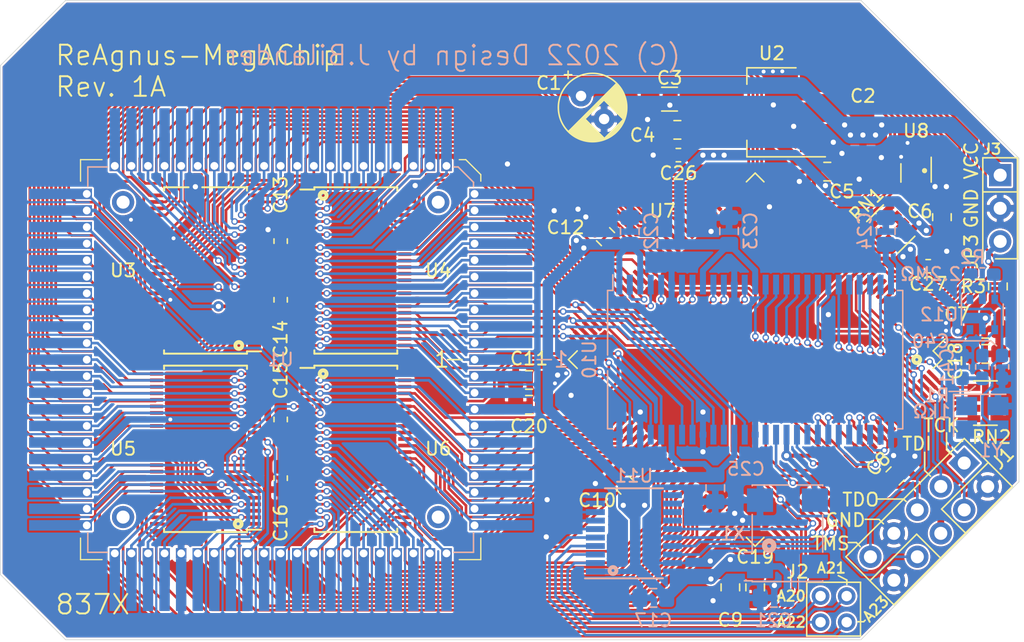
<source format=kicad_pcb>
(kicad_pcb (version 20171130) (host pcbnew "(5.1.6-0)")
  (layers (0 F.Cu signal) (31 B.Cu signal) (34 B.Paste user) (35 F.Paste user) (36 B.SilkS user) (37 F.SilkS user) (38 B.Mask user) (39 F.Mask user) (44 Edge.Cuts user))
  (net 0 "")
  (net 1 VCC)
  (net 2 GND)
  (net 3 DRD14)
  (net 4 DRD15)
  (net 5 HSYNC)
  (net 6 CSYNC)
  (net 7 VSYNC)
  (net 8 LPEN)
  (net 9 A18)
  (net 10 A17)
  (net 11 A16)
  (net 12 A15)
  (net 13 A14)
  (net 14 A13)
  (net 15 A12)
  (net 16 A11)
  (net 17 A10)
  (net 18 A9)
  (net 19 A8)
  (net 20 A7)
  (net 21 A6)
  (net 22 A5)
  (net 23 A4)
  (net 24 A3)
  (net 25 A2)
  (net 26 A1)
  (net 27 A19)
  (net 28 28M)
  (net 29 RGA1)
  (net 30 RGA2)
  (net 31 RGA3)
  (net 32 RGA4)
  (net 33 RGA5)
  (net 34 RGA6)
  (net 35 RGA7)
  (net 36 RGA8)
  (net 37 RAMEN)
  (net 38 AS)
  (net 39 REGEN)
  (net 40 RW)
  (net 41 WE)
  (net 42 BLIT)
  (net 43 BLISS)
  (net 44 DMAL)
  (net 45 INTR)
  (net 46 RESET)
  (net 47 DRD0)
  (net 48 DRD1)
  (net 49 DRD2)
  (net 50 DRD3)
  (net 51 DRD4)
  (net 52 DRD5)
  (net 53 DRD6)
  (net 54 DRD7)
  (net 55 DRD8)
  (net 56 DRD9)
  (net 57 DRD10)
  (net 58 DRD11)
  (net 59 DRD12)
  (net 60 DRD13)
  (net 61 "Net-(J4-Pad1)")
  (net 62 "Net-(J5-Pad1)")
  (net 63 "Net-(J6-Pad1)")
  (net 64 "Net-(J7-Pad1)")
  (net 65 3V3)
  (net 66 "Net-(U3-Pad1)")
  (net 67 "Net-(U4-Pad1)")
  (net 68 RAS0|RAS)
  (net 69 RAS1|DRA9)
  (net 70 DRA9|CASU)
  (net 71 CASU|CASL)
  (net 72 CASL|UDS)
  (net 73 LDS|UDS)
  (net 74 DRA8|LDS)
  (net 75 DRA8|DRA7)
  (net 76 DRA7|DRA6)
  (net 77 DRA6|DRA5)
  (net 78 DRA5|DRA4)
  (net 79 DRA4|DRA3)
  (net 80 DRA3|DRA2)
  (net 81 DRA2|DRA1)
  (net 82 DRA1|DRA0)
  (net 83 DRA0|GND)
  (net 84 14M|CCK)
  (net 85 CCK|CCKQ)
  (net 86 CCKQ|7M)
  (net 87 7M|CDAC)
  (net 88 CDAC|XCLKEN)
  (net 89 XLCK|A20)
  (net 90 "Net-(U6-Pad1)")
  (net 91 DRD2_3V3)
  (net 92 DRD1_3V3)
  (net 93 DRD0_3V3)
  (net 94 DRD3_3V3)
  (net 95 DRD4_3V3)
  (net 96 DRD5_3V3)
  (net 97 DRD6_3V3)
  (net 98 DRD7_3V3)
  (net 99 DRD8_3V3)
  (net 100 DRD9_3V3)
  (net 101 DRD10_3V3)
  (net 102 DRD11_3V3)
  (net 103 DRD12_3V3)
  (net 104 DRD13_3V3)
  (net 105 DRD14_3V3)
  (net 106 DRD15_3V3)
  (net 107 RESET_3V3)
  (net 108 INTR_3V3)
  (net 109 DMAL_3V3)
  (net 110 BLISS_3V3)
  (net 111 XLCK|A20_3V3)
  (net 112 RGA1_3V3)
  (net 113 RGA2_3V3)
  (net 114 RGA3_3V3)
  (net 115 RGA4_3V3)
  (net 116 RGA5_3V3)
  (net 117 RGA6_3V3)
  (net 118 RGA7_3V3)
  (net 119 RGA8_3V3)
  (net 120 RAMEN_3V3)
  (net 121 REGEN_3V3)
  (net 122 AS_3V3)
  (net 123 LPEN_3V3)
  (net 124 VSYNC_3V3)
  (net 125 CSYNC_3V3)
  (net 126 HSYNC_3V3)
  (net 127 A19_3V3)
  (net 128 A5_3V3)
  (net 129 A6_3V3)
  (net 130 A7_3V3)
  (net 131 A8_3V3)
  (net 132 A9_3V3)
  (net 133 A10_3V3)
  (net 134 A11_3V3)
  (net 135 A12_3V3)
  (net 136 A13_3V3)
  (net 137 A14_3V3)
  (net 138 A15_3V3)
  (net 139 A16_3V3)
  (net 140 A17_3V3)
  (net 141 A18_3V3)
  (net 142 A1_3V3)
  (net 143 A2_3V3)
  (net 144 A3_3V3)
  (net 145 A4_3V3)
  (net 146 RAS1|DRA9_3V3)
  (net 147 RAS0|RAS_3V3)
  (net 148 CASU|CASL_3V3)
  (net 149 DRA9|CASU_3V3)
  (net 150 CASL|UDS_3V3)
  (net 151 DRA8|LDS_3V3)
  (net 152 LDS|UDS_3V3)
  (net 153 DRA8|DRA7_3V3)
  (net 154 "Net-(U5-Pad1)")
  (net 155 DRA0_3V3|GND)
  (net 156 DRA1|DRA0_3V3)
  (net 157 DRA2|DRA1_3V3)
  (net 158 DRA3|DRA2_3V3)
  (net 159 DRA4|DRA3_3V3)
  (net 160 DRA5|DRA4_3V3)
  (net 161 DRA6|DRA5_3V3)
  (net 162 DRA7|DRA6_3V3)
  (net 163 14M|CCK_3V3)
  (net 164 CCK|CCKQ_3V3)
  (net 165 CCKQ|7M_3V3)
  (net 166 7M|CDAC_3V3)
  (net 167 CDAC|XCLKEN_3V3)
  (net 168 28M_3V3)
  (net 169 RW_3V3)
  (net 170 WE_3V3)
  (net 171 BLIT_3V3)
  (net 172 "Net-(U8-Pad1)")
  (net 173 TMS)
  (net 174 JP2)
  (net 175 TDO)
  (net 176 JP1)
  (net 177 TDI)
  (net 178 TCK)
  (net 179 MODE0)
  (net 180 MODE1)
  (net 181 GCLKT_4)
  (net 182 READY)
  (net 183 DONE)
  (net 184 RECONFIG_N)
  (net 185 GCLKT_7)
  (net 186 nNTSC_8372_3V3)
  (net 187 GND|nNTSC_8372)
  (net 188 A11_SDRAM)
  (net 189 A9_SDRAM)
  (net 190 A8_SDRAM)
  (net 191 A7_SDRAM)
  (net 192 A6_SDRAM)
  (net 193 A5_SDRAM)
  (net 194 A4_SDRAM)
  (net 195 A3_SDRAM)
  (net 196 A2_SDRAM)
  (net 197 A1_SDRAM)
  (net 198 A0_SDRAM)
  (net 199 A10_SDRAM)
  (net 200 BA1_SDRAM)
  (net 201 BA0_SDRAM)
  (net 202 CLK_SDRAM)
  (net 203 CKE_SDRAM)
  (net 204 DQMH_SDRAM)
  (net 205 CS_SDRAM)
  (net 206 RAS_SDRAM)
  (net 207 CAS_SDRAM)
  (net 208 WE_SDRAM)
  (net 209 DQML_SDRAM)
  (net 210 A23)
  (net 211 A22)
  (net 212 A21)
  (net 213 A20)
  (net 214 A20_3V3)
  (net 215 A21_3V3)
  (net 216 A22_3V3)
  (net 217 A23_3V3)
  (net 218 "Net-(U11-Pad14)")
  (net 219 "Net-(U11-Pad13)")
  (net 220 "Net-(U11-Pad12)")
  (net 221 "Net-(U11-Pad11)")
  (net 222 "Net-(U12-Pad1)")
  (net 223 "Net-(R1-Pad1)")
  (net 224 "Net-(C40-Pad1)")
  (net 225 "Net-(C41-Pad1)")
  (net 226 JP3)
  (module Package_SO:TSOP-II-54_22.2x10.16mm_P0.8mm (layer B.Cu) (at 175.10024 114.8336 270)
    (fp_text reference U10 (at 0 12.69492 270) (layer B.SilkS) (effects (justify mirror)))
    (fp_text value AS4C4M16SA)
    (pad 54 smd rect (at 5.75 10.4 270) (size 1.51 0.458) (layers B.Cu B.Paste B.Mask) (net 2 GND))
    (pad 53 smd rect (at 5.75 9.6 270) (size 1.51 0.458) (layers B.Cu B.Paste B.Mask) (net 106 DRD15_3V3))
    (pad 52 smd rect (at 5.75 8.8 270) (size 1.51 0.458) (layers B.Cu B.Paste B.Mask) (net 2 GND))
    (pad 51 smd rect (at 5.75 8 270) (size 1.51 0.458) (layers B.Cu B.Paste B.Mask) (net 105 DRD14_3V3))
    (pad 50 smd rect (at 5.75 7.2 270) (size 1.51 0.458) (layers B.Cu B.Paste B.Mask) (net 104 DRD13_3V3))
    (pad 49 smd rect (at 5.75 6.4 270) (size 1.51 0.458) (layers B.Cu B.Paste B.Mask) (net 65 3V3))
    (pad 48 smd rect (at 5.75 5.6 270) (size 1.51 0.458) (layers B.Cu B.Paste B.Mask) (net 103 DRD12_3V3))
    (pad 47 smd rect (at 5.75 4.8 270) (size 1.51 0.458) (layers B.Cu B.Paste B.Mask) (net 102 DRD11_3V3))
    (pad 46 smd rect (at 5.75 4 270) (size 1.51 0.458) (layers B.Cu B.Paste B.Mask) (net 2 GND))
    (pad 45 smd rect (at 5.75 3.2 270) (size 1.51 0.458) (layers B.Cu B.Paste B.Mask) (net 101 DRD10_3V3))
    (pad 44 smd rect (at 5.75 2.4 270) (size 1.51 0.458) (layers B.Cu B.Paste B.Mask) (net 100 DRD9_3V3))
    (pad 43 smd rect (at 5.75 1.6 270) (size 1.51 0.458) (layers B.Cu B.Paste B.Mask) (net 65 3V3))
    (pad 42 smd rect (at 5.75 0.8 270) (size 1.51 0.458) (layers B.Cu B.Paste B.Mask) (net 99 DRD8_3V3))
    (pad 41 smd rect (at 5.75 0 270) (size 1.51 0.458) (layers B.Cu B.Paste B.Mask) (net 2 GND))
    (pad 40 smd rect (at 5.75 -0.8 270) (size 1.51 0.458) (layers B.Cu B.Paste B.Mask))
    (pad 39 smd rect (at 5.75 -1.6 270) (size 1.51 0.458) (layers B.Cu B.Paste B.Mask) (net 204 DQMH_SDRAM))
    (pad 38 smd rect (at 5.75 -2.4 270) (size 1.51 0.458) (layers B.Cu B.Paste B.Mask) (net 202 CLK_SDRAM))
    (pad 37 smd rect (at 5.75 -3.2 270) (size 1.51 0.458) (layers B.Cu B.Paste B.Mask) (net 203 CKE_SDRAM))
    (pad 36 smd rect (at 5.75 -4 270) (size 1.51 0.458) (layers B.Cu B.Paste B.Mask))
    (pad 35 smd rect (at 5.75 -4.8 270) (size 1.51 0.458) (layers B.Cu B.Paste B.Mask) (net 188 A11_SDRAM))
    (pad 34 smd rect (at 5.75 -5.6 270) (size 1.51 0.458) (layers B.Cu B.Paste B.Mask) (net 189 A9_SDRAM))
    (pad 33 smd rect (at 5.75 -6.4 270) (size 1.51 0.458) (layers B.Cu B.Paste B.Mask) (net 190 A8_SDRAM))
    (pad 32 smd rect (at 5.75 -7.2 270) (size 1.51 0.458) (layers B.Cu B.Paste B.Mask) (net 191 A7_SDRAM))
    (pad 31 smd rect (at 5.75 -8 270) (size 1.51 0.458) (layers B.Cu B.Paste B.Mask) (net 192 A6_SDRAM))
    (pad 30 smd rect (at 5.75 -8.8 270) (size 1.51 0.458) (layers B.Cu B.Paste B.Mask) (net 193 A5_SDRAM))
    (pad 29 smd rect (at 5.75 -9.6 270) (size 1.51 0.458) (layers B.Cu B.Paste B.Mask) (net 194 A4_SDRAM))
    (pad 28 smd rect (at 5.75 -10.4 270) (size 1.51 0.458) (layers B.Cu B.Paste B.Mask) (net 2 GND))
    (pad 27 smd rect (at -5.75 -10.4 270) (size 1.51 0.458) (layers B.Cu B.Paste B.Mask) (net 65 3V3))
    (pad 26 smd rect (at -5.75 -9.6 270) (size 1.51 0.458) (layers B.Cu B.Paste B.Mask) (net 195 A3_SDRAM))
    (pad 25 smd rect (at -5.75 -8.8 270) (size 1.51 0.458) (layers B.Cu B.Paste B.Mask) (net 196 A2_SDRAM))
    (pad 24 smd rect (at -5.75 -8 270) (size 1.51 0.458) (layers B.Cu B.Paste B.Mask) (net 197 A1_SDRAM))
    (pad 23 smd rect (at -5.75 -7.2 270) (size 1.51 0.458) (layers B.Cu B.Paste B.Mask) (net 198 A0_SDRAM))
    (pad 22 smd rect (at -5.75 -6.4 270) (size 1.51 0.458) (layers B.Cu B.Paste B.Mask) (net 199 A10_SDRAM))
    (pad 21 smd rect (at -5.75 -5.6 270) (size 1.51 0.458) (layers B.Cu B.Paste B.Mask) (net 200 BA1_SDRAM))
    (pad 20 smd rect (at -5.75 -4.8 270) (size 1.51 0.458) (layers B.Cu B.Paste B.Mask) (net 201 BA0_SDRAM))
    (pad 19 smd rect (at -5.75 -4 270) (size 1.51 0.458) (layers B.Cu B.Paste B.Mask) (net 205 CS_SDRAM))
    (pad 18 smd rect (at -5.75 -3.2 270) (size 1.51 0.458) (layers B.Cu B.Paste B.Mask) (net 206 RAS_SDRAM))
    (pad 17 smd rect (at -5.75 -2.4 270) (size 1.51 0.458) (layers B.Cu B.Paste B.Mask) (net 207 CAS_SDRAM))
    (pad 16 smd rect (at -5.75 -1.6 270) (size 1.51 0.458) (layers B.Cu B.Paste B.Mask) (net 208 WE_SDRAM))
    (pad 15 smd rect (at -5.75 -0.8 270) (size 1.51 0.458) (layers B.Cu B.Paste B.Mask) (net 209 DQML_SDRAM))
    (pad 14 smd rect (at -5.75 0 270) (size 1.51 0.458) (layers B.Cu B.Paste B.Mask) (net 65 3V3))
    (pad 13 smd rect (at -5.75 0.8 270) (size 1.51 0.458) (layers B.Cu B.Paste B.Mask) (net 98 DRD7_3V3))
    (pad 12 smd rect (at -5.75 1.6 270) (size 1.51 0.458) (layers B.Cu B.Paste B.Mask) (net 2 GND))
    (pad 11 smd rect (at -5.75 2.4 270) (size 1.51 0.458) (layers B.Cu B.Paste B.Mask) (net 97 DRD6_3V3))
    (pad 10 smd rect (at -5.75 3.2 270) (size 1.51 0.458) (layers B.Cu B.Paste B.Mask) (net 96 DRD5_3V3))
    (pad 9 smd rect (at -5.75 4 270) (size 1.51 0.458) (layers B.Cu B.Paste B.Mask) (net 65 3V3))
    (pad 8 smd rect (at -5.75 4.8 270) (size 1.51 0.458) (layers B.Cu B.Paste B.Mask) (net 95 DRD4_3V3))
    (pad 7 smd rect (at -5.75 5.6 270) (size 1.51 0.458) (layers B.Cu B.Paste B.Mask) (net 94 DRD3_3V3))
    (pad 6 smd rect (at -5.75 6.4 270) (size 1.51 0.458) (layers B.Cu B.Paste B.Mask) (net 2 GND))
    (pad 5 smd rect (at -5.75 7.2 270) (size 1.51 0.458) (layers B.Cu B.Paste B.Mask) (net 91 DRD2_3V3))
    (pad 4 smd rect (at -5.75 8 270) (size 1.51 0.458) (layers B.Cu B.Paste B.Mask) (net 92 DRD1_3V3))
    (pad 3 smd rect (at -5.75 8.8 270) (size 1.51 0.458) (layers B.Cu B.Paste B.Mask) (net 65 3V3))
    (pad 2 smd rect (at -5.75 9.6 270) (size 1.51 0.458) (layers B.Cu B.Paste B.Mask) (net 93 DRD0_3V3))
    (pad 1 smd rect (at -5.75 10.4 270) (size 1.51 0.458) (layers B.Cu B.Paste B.Mask) (net 65 3V3))
  )
  (module Capacitor_SMD:C_0805_2012Metric_Pad1.15x1.40mm_HandSolder (layer F.Cu) (at 192.72784 112.47648)
    (fp_text reference C7 (at -2.18694 -1.10998 180) (layer F.SilkS))
    (fp_text value 0.1uF hide)
    (pad 2 smd roundrect (at 1.025 0) (size 1.15 1.4) (layers F.Cu F.Paste F.Mask) (roundrect_rratio 0.217391) (net 2 GND))
    (pad 1 smd roundrect (at -1.025 0) (size 1.15 1.4) (layers F.Cu F.Paste F.Mask) (roundrect_rratio 0.217391) (net 65 3V3))
  )
  (module Connector_PinHeader_2.54mm:PinHeader_1x03_P2.54mm_Vertical (layer F.Cu) (at 193.86068 100.69596)
    (fp_text reference J3 (at -0.61468 -1.99136 180) (layer F.SilkS) (effects (font (size 0.8 0.8))))
    (fp_text value Conn_01x03 hide)
    (pad 3 thru_hole oval (at 0 5.08) (size 1.7 1.7) (drill 1) (layers *.Cu *.Mask) (net 226 JP3))
    (pad 2 thru_hole oval (at 0 2.54) (size 1.7 1.7) (drill 1) (layers *.Cu *.Mask) (net 2 GND))
    (pad 1 thru_hole rect (at 0 0) (size 1.7 1.7) (drill 1) (layers *.Cu *.Mask) (net 1 VCC))
  )
  (module Resistor_SMD:R_0805_2012Metric_Pad1.15x1.40mm_HandSolder (layer F.Cu) (at 193.68796 109.22528 90)
    (fp_text reference R3 (at 0 -1.87706 180) (layer F.SilkS))
    (fp_text value R_Small hide)
    (pad 2 smd roundrect (at 1.025 0 90) (size 1.15 1.4) (layers F.Cu F.Paste F.Mask) (roundrect_rratio 0.217391) (net 226 JP3))
    (pad 1 smd roundrect (at -1.025 0 90) (size 1.15 1.4) (layers F.Cu F.Paste F.Mask) (roundrect_rratio 0.217391) (net 65 3V3))
  )
  (module Crystal:Crystal_SMD_SeikoEpson_FA238-4Pin_3.2x2.5mm (layer B.Cu) (at 192.49416 119.29384)
    (fp_text reference Y1 (at 0.65024 2.50444) (layer B.SilkS) (effects (justify mirror)))
    (fp_text value CL=16pF hide)
    (pad 4 smd rect (at -1.2 0.9) (size 1.6 1.4) (layers B.Cu B.Paste B.Mask) (net 2 GND))
    (pad 3 smd rect (at 1.2 0.9) (size 1.6 1.4) (layers B.Cu B.Paste B.Mask) (net 224 "Net-(C40-Pad1)"))
    (pad 2 smd rect (at 1.2 -0.9) (size 1.6 1.4) (layers B.Cu B.Paste B.Mask) (net 2 GND))
    (pad 1 smd rect (at -1.2 -0.9) (size 1.6 1.4) (layers B.Cu B.Paste B.Mask) (net 225 "Net-(C41-Pad1)"))
  )
  (module Package_SO:TSSOP-20_4.4x6.5mm_P0.65mm (layer B.Cu) (at 165.814 128.1432)
    (fp_text reference U11 (at 0 -4.40436 180) (layer B.SilkS) (effects (justify mirror)))
    (fp_text value 74LVC245A)
    (pad 20 smd rect (at 2.95 2.925) (size 1.45 0.45) (layers B.Cu B.Paste B.Mask) (net 65 3V3))
    (pad 19 smd rect (at 2.95 2.275) (size 1.45 0.45) (layers B.Cu B.Paste B.Mask) (net 2 GND))
    (pad 18 smd rect (at 2.95 1.625) (size 1.45 0.45) (layers B.Cu B.Paste B.Mask) (net 214 A20_3V3))
    (pad 17 smd rect (at 2.95 0.975) (size 1.45 0.45) (layers B.Cu B.Paste B.Mask) (net 215 A21_3V3))
    (pad 16 smd rect (at 2.95 0.325) (size 1.45 0.45) (layers B.Cu B.Paste B.Mask) (net 216 A22_3V3))
    (pad 15 smd rect (at 2.95 -0.325) (size 1.45 0.45) (layers B.Cu B.Paste B.Mask) (net 217 A23_3V3))
    (pad 14 smd rect (at 2.95 -0.975) (size 1.45 0.45) (layers B.Cu B.Paste B.Mask) (net 218 "Net-(U11-Pad14)"))
    (pad 13 smd rect (at 2.95 -1.625) (size 1.45 0.45) (layers B.Cu B.Paste B.Mask) (net 219 "Net-(U11-Pad13)"))
    (pad 12 smd rect (at 2.95 -2.275) (size 1.45 0.45) (layers B.Cu B.Paste B.Mask) (net 220 "Net-(U11-Pad12)"))
    (pad 11 smd rect (at 2.95 -2.925) (size 1.45 0.45) (layers B.Cu B.Paste B.Mask) (net 221 "Net-(U11-Pad11)"))
    (pad 10 smd rect (at -2.95 -2.925) (size 1.45 0.45) (layers B.Cu B.Paste B.Mask) (net 2 GND))
    (pad 9 smd rect (at -2.95 -2.275) (size 1.45 0.45) (layers B.Cu B.Paste B.Mask) (net 2 GND))
    (pad 8 smd rect (at -2.95 -1.625) (size 1.45 0.45) (layers B.Cu B.Paste B.Mask) (net 2 GND))
    (pad 7 smd rect (at -2.95 -0.975) (size 1.45 0.45) (layers B.Cu B.Paste B.Mask) (net 2 GND))
    (pad 6 smd rect (at -2.95 -0.325) (size 1.45 0.45) (layers B.Cu B.Paste B.Mask) (net 2 GND))
    (pad 5 smd rect (at -2.95 0.325) (size 1.45 0.45) (layers B.Cu B.Paste B.Mask) (net 210 A23))
    (pad 4 smd rect (at -2.95 0.975) (size 1.45 0.45) (layers B.Cu B.Paste B.Mask) (net 211 A22))
    (pad 3 smd rect (at -2.95 1.625) (size 1.45 0.45) (layers B.Cu B.Paste B.Mask) (net 212 A21))
    (pad 2 smd rect (at -2.95 2.275) (size 1.45 0.45) (layers B.Cu B.Paste B.Mask) (net 213 A20))
    (pad 1 smd rect (at -2.95 2.925) (size 1.45 0.45) (layers B.Cu B.Paste B.Mask) (net 65 3V3))
  )
  (module Package_QFP:LQFP-144_20x20mm_P0.5mm (layer F.Cu) (at 175.1 114.834 225)
    (fp_text reference U7 (at -3.046555 13.068182 180) (layer F.SilkS))
    (fp_text value GW1N-UV9LQ144)
    (pad 144 smd roundrect (at -8.75 -10.6625 225) (size 0.3 1.475) (layers F.Cu F.Paste F.Mask) (net 179 MODE0))
    (pad 143 smd roundrect (at -8.25 -10.6625 225) (size 0.3 1.475) (layers F.Cu F.Paste F.Mask) (net 180 MODE1))
    (pad 142 smd roundrect (at -7.75 -10.6625 225) (size 0.3 1.475) (layers F.Cu F.Paste F.Mask) (net 176 JP1))
    (pad 141 smd roundrect (at -7.25 -10.6625 225) (size 0.3 1.475) (layers F.Cu F.Paste F.Mask) (net 195 A3_SDRAM))
    (pad 140 smd roundrect (at -6.75 -10.6625 225) (size 0.3 1.475) (layers F.Cu F.Paste F.Mask) (net 196 A2_SDRAM))
    (pad 139 smd roundrect (at -6.25 -10.6625 225) (size 0.3 1.475) (layers F.Cu F.Paste F.Mask) (net 197 A1_SDRAM))
    (pad 138 smd roundrect (at -5.75 -10.6625 225) (size 0.3 1.475) (layers F.Cu F.Paste F.Mask) (net 198 A0_SDRAM))
    (pad 137 smd roundrect (at -5.25 -10.6625 225) (size 0.3 1.475) (layers F.Cu F.Paste F.Mask) (net 199 A10_SDRAM))
    (pad 136 smd roundrect (at -4.75 -10.6625 225) (size 0.3 1.475) (layers F.Cu F.Paste F.Mask) (net 200 BA1_SDRAM))
    (pad 135 smd roundrect (at -4.25 -10.6625 225) (size 0.3 1.475) (layers F.Cu F.Paste F.Mask) (net 201 BA0_SDRAM))
    (pad 134 smd roundrect (at -3.75 -10.6625 225) (size 0.3 1.475) (layers F.Cu F.Paste F.Mask) (net 205 CS_SDRAM))
    (pad 133 smd roundrect (at -3.25 -10.6625 225) (size 0.3 1.475) (layers F.Cu F.Paste F.Mask) (net 194 A4_SDRAM))
    (pad 132 smd roundrect (at -2.75 -10.6625 225) (size 0.3 1.475) (layers F.Cu F.Paste F.Mask) (net 193 A5_SDRAM))
    (pad 131 smd roundrect (at -2.25 -10.6625 225) (size 0.3 1.475) (layers F.Cu F.Paste F.Mask) (net 192 A6_SDRAM))
    (pad 130 smd roundrect (at -1.75 -10.6625 225) (size 0.3 1.475) (layers F.Cu F.Paste F.Mask) (net 191 A7_SDRAM))
    (pad 129 smd roundrect (at -1.25 -10.6625 225) (size 0.3 1.475) (layers F.Cu F.Paste F.Mask) (net 190 A8_SDRAM))
    (pad 128 smd roundrect (at -0.75 -10.6625 225) (size 0.3 1.475) (layers F.Cu F.Paste F.Mask) (net 189 A9_SDRAM))
    (pad 127 smd roundrect (at -0.25 -10.6625 225) (size 0.3 1.475) (layers F.Cu F.Paste F.Mask) (net 65 3V3))
    (pad 126 smd roundrect (at 0.25 -10.6625 225) (size 0.3 1.475) (layers F.Cu F.Paste F.Mask) (net 188 A11_SDRAM))
    (pad 125 smd roundrect (at 0.75 -10.6625 225) (size 0.3 1.475) (layers F.Cu F.Paste F.Mask) (net 206 RAS_SDRAM))
    (pad 124 smd roundrect (at 1.25 -10.6625 225) (size 0.3 1.475) (layers F.Cu F.Paste F.Mask) (net 207 CAS_SDRAM))
    (pad 123 smd roundrect (at 1.75 -10.6625 225) (size 0.3 1.475) (layers F.Cu F.Paste F.Mask) (net 202 CLK_SDRAM))
    (pad 122 smd roundrect (at 2.25 -10.6625 225) (size 0.3 1.475) (layers F.Cu F.Paste F.Mask) (net 203 CKE_SDRAM))
    (pad 121 smd roundrect (at 2.75 -10.6625 225) (size 0.3 1.475) (layers F.Cu F.Paste F.Mask) (net 208 WE_SDRAM))
    (pad 120 smd roundrect (at 3.25 -10.6625 225) (size 0.3 1.475) (layers F.Cu F.Paste F.Mask) (net 209 DQML_SDRAM))
    (pad 119 smd roundrect (at 3.75 -10.6625 225) (size 0.3 1.475) (layers F.Cu F.Paste F.Mask) (net 204 DQMH_SDRAM))
    (pad 118 smd roundrect (at 4.25 -10.6625 225) (size 0.3 1.475) (layers F.Cu F.Paste F.Mask) (net 214 A20_3V3))
    (pad 117 smd roundrect (at 4.75 -10.6625 225) (size 0.3 1.475) (layers F.Cu F.Paste F.Mask) (net 215 A21_3V3))
    (pad 116 smd roundrect (at 5.25 -10.6625 225) (size 0.3 1.475) (layers F.Cu F.Paste F.Mask) (net 216 A22_3V3))
    (pad 115 smd roundrect (at 5.75 -10.6625 225) (size 0.3 1.475) (layers F.Cu F.Paste F.Mask) (net 217 A23_3V3))
    (pad 114 smd roundrect (at 6.25 -10.6625 225) (size 0.3 1.475) (layers F.Cu F.Paste F.Mask) (net 150 CASL|UDS_3V3))
    (pad 113 smd roundrect (at 6.75 -10.6625 225) (size 0.3 1.475) (layers F.Cu F.Paste F.Mask) (net 148 CASU|CASL_3V3))
    (pad 112 smd roundrect (at 7.25 -10.6625 225) (size 0.3 1.475) (layers F.Cu F.Paste F.Mask) (net 149 DRA9|CASU_3V3))
    (pad 111 smd roundrect (at 7.75 -10.6625 225) (size 0.3 1.475) (layers F.Cu F.Paste F.Mask) (net 146 RAS1|DRA9_3V3))
    (pad 110 smd roundrect (at 8.25 -10.6625 225) (size 0.3 1.475) (layers F.Cu F.Paste F.Mask) (net 147 RAS0|RAS_3V3))
    (pad 109 smd roundrect (at 8.75 -10.6625 225) (size 0.3 1.475) (layers F.Cu F.Paste F.Mask) (net 65 3V3))
    (pad 108 smd roundrect (at 10.6625 -8.75 225) (size 1.475 0.3) (layers F.Cu F.Paste F.Mask) (net 65 3V3))
    (pad 107 smd roundrect (at 10.6625 -8.25 225) (size 1.475 0.3) (layers F.Cu F.Paste F.Mask) (net 2 GND))
    (pad 106 smd roundrect (at 10.6625 -7.75 225) (size 1.475 0.3) (layers F.Cu F.Paste F.Mask) (net 142 A1_3V3))
    (pad 105 smd roundrect (at 10.6625 -7.25 225) (size 1.475 0.3) (layers F.Cu F.Paste F.Mask) (net 2 GND))
    (pad 104 smd roundrect (at 10.6625 -6.75 225) (size 1.475 0.3) (layers F.Cu F.Paste F.Mask) (net 143 A2_3V3))
    (pad 103 smd roundrect (at 10.6625 -6.25 225) (size 1.475 0.3) (layers F.Cu F.Paste F.Mask) (net 65 3V3))
    (pad 102 smd roundrect (at 10.6625 -5.75 225) (size 1.475 0.3) (layers F.Cu F.Paste F.Mask) (net 144 A3_3V3))
    (pad 101 smd roundrect (at 10.6625 -5.25 225) (size 1.475 0.3) (layers F.Cu F.Paste F.Mask) (net 145 A4_3V3))
    (pad 100 smd roundrect (at 10.6625 -4.75 225) (size 1.475 0.3) (layers F.Cu F.Paste F.Mask) (net 134 A11_3V3))
    (pad 99 smd roundrect (at 10.6625 -4.25 225) (size 1.475 0.3) (layers F.Cu F.Paste F.Mask) (net 133 A10_3V3))
    (pad 98 smd roundrect (at 10.6625 -3.75 225) (size 1.475 0.3) (layers F.Cu F.Paste F.Mask) (net 132 A9_3V3))
    (pad 97 smd roundrect (at 10.6625 -3.25 225) (size 1.475 0.3) (layers F.Cu F.Paste F.Mask) (net 131 A8_3V3))
    (pad 96 smd roundrect (at 10.6625 -2.75 225) (size 1.475 0.3) (layers F.Cu F.Paste F.Mask) (net 130 A7_3V3))
    (pad 95 smd roundrect (at 10.6625 -2.25 225) (size 1.475 0.3) (layers F.Cu F.Paste F.Mask) (net 129 A6_3V3))
    (pad 94 smd roundrect (at 10.6625 -1.75 225) (size 1.475 0.3) (layers F.Cu F.Paste F.Mask) (net 128 A5_3V3))
    (pad 93 smd roundrect (at 10.6625 -1.25 225) (size 1.475 0.3) (layers F.Cu F.Paste F.Mask) (net 135 A12_3V3))
    (pad 92 smd roundrect (at 10.6625 -0.75 225) (size 1.475 0.3) (layers F.Cu F.Paste F.Mask) (net 136 A13_3V3))
    (pad 91 smd roundrect (at 10.6625 -0.25 225) (size 1.475 0.3) (layers F.Cu F.Paste F.Mask) (net 65 3V3))
    (pad 90 smd roundrect (at 10.6625 0.25 225) (size 1.475 0.3) (layers F.Cu F.Paste F.Mask) (net 137 A14_3V3))
    (pad 89 smd roundrect (at 10.6625 0.75 225) (size 1.475 0.3) (layers F.Cu F.Paste F.Mask) (net 2 GND))
    (pad 88 smd roundrect (at 10.6625 1.25 225) (size 1.475 0.3) (layers F.Cu F.Paste F.Mask) (net 138 A15_3V3))
    (pad 87 smd roundrect (at 10.6625 1.75 225) (size 1.475 0.3) (layers F.Cu F.Paste F.Mask) (net 139 A16_3V3))
    (pad 86 smd roundrect (at 10.6625 2.25 225) (size 1.475 0.3) (layers F.Cu F.Paste F.Mask) (net 140 A17_3V3))
    (pad 85 smd roundrect (at 10.6625 2.75 225) (size 1.475 0.3) (layers F.Cu F.Paste F.Mask) (net 141 A18_3V3))
    (pad 84 smd roundrect (at 10.6625 3.25 225) (size 1.475 0.3) (layers F.Cu F.Paste F.Mask) (net 111 XLCK|A20_3V3))
    (pad 83 smd roundrect (at 10.6625 3.75 225) (size 1.475 0.3) (layers F.Cu F.Paste F.Mask) (net 127 A19_3V3))
    (pad 82 smd roundrect (at 10.6625 4.25 225) (size 1.475 0.3) (layers F.Cu F.Paste F.Mask) (net 123 LPEN_3V3))
    (pad 81 smd roundrect (at 10.6625 4.75 225) (size 1.475 0.3) (layers F.Cu F.Paste F.Mask) (net 124 VSYNC_3V3))
    (pad 80 smd roundrect (at 10.6625 5.25 225) (size 1.475 0.3) (layers F.Cu F.Paste F.Mask) (net 125 CSYNC_3V3))
    (pad 79 smd roundrect (at 10.6625 5.75 225) (size 1.475 0.3) (layers F.Cu F.Paste F.Mask) (net 126 HSYNC_3V3))
    (pad 78 smd roundrect (at 10.6625 6.25 225) (size 1.475 0.3) (layers F.Cu F.Paste F.Mask) (net 104 DRD13_3V3))
    (pad 77 smd roundrect (at 10.6625 6.75 225) (size 1.475 0.3) (layers F.Cu F.Paste F.Mask) (net 65 3V3))
    (pad 76 smd roundrect (at 10.6625 7.25 225) (size 1.475 0.3) (layers F.Cu F.Paste F.Mask) (net 105 DRD14_3V3))
    (pad 75 smd roundrect (at 10.6625 7.75 225) (size 1.475 0.3) (layers F.Cu F.Paste F.Mask) (net 106 DRD15_3V3))
    (pad 74 smd roundrect (at 10.6625 8.25 225) (size 1.475 0.3) (layers F.Cu F.Paste F.Mask) (net 2 GND))
    (pad 73 smd roundrect (at 10.6625 8.75 225) (size 1.475 0.3) (layers F.Cu F.Paste F.Mask) (net 65 3V3))
    (pad 72 smd roundrect (at 8.75 10.6625 225) (size 0.3 1.475) (layers F.Cu F.Paste F.Mask) (net 103 DRD12_3V3))
    (pad 71 smd roundrect (at 8.25 10.6625 225) (size 0.3 1.475) (layers F.Cu F.Paste F.Mask) (net 102 DRD11_3V3))
    (pad 70 smd roundrect (at 7.75 10.6625 225) (size 0.3 1.475) (layers F.Cu F.Paste F.Mask) (net 101 DRD10_3V3))
    (pad 69 smd roundrect (at 7.25 10.6625 225) (size 0.3 1.475) (layers F.Cu F.Paste F.Mask) (net 100 DRD9_3V3))
    (pad 68 smd roundrect (at 6.75 10.6625 225) (size 0.3 1.475) (layers F.Cu F.Paste F.Mask) (net 99 DRD8_3V3))
    (pad 67 smd roundrect (at 6.25 10.6625 225) (size 0.3 1.475) (layers F.Cu F.Paste F.Mask) (net 98 DRD7_3V3))
    (pad 66 smd roundrect (at 5.75 10.6625 225) (size 0.3 1.475) (layers F.Cu F.Paste F.Mask) (net 97 DRD6_3V3))
    (pad 65 smd roundrect (at 5.25 10.6625 225) (size 0.3 1.475) (layers F.Cu F.Paste F.Mask) (net 96 DRD5_3V3))
    (pad 64 smd roundrect (at 4.75 10.6625 225) (size 0.3 1.475) (layers F.Cu F.Paste F.Mask) (net 95 DRD4_3V3))
    (pad 63 smd roundrect (at 4.25 10.6625 225) (size 0.3 1.475) (layers F.Cu F.Paste F.Mask) (net 94 DRD3_3V3))
    (pad 62 smd roundrect (at 3.75 10.6625 225) (size 0.3 1.475) (layers F.Cu F.Paste F.Mask) (net 91 DRD2_3V3))
    (pad 61 smd roundrect (at 3.25 10.6625 225) (size 0.3 1.475) (layers F.Cu F.Paste F.Mask) (net 92 DRD1_3V3))
    (pad 60 smd roundrect (at 2.75 10.6625 225) (size 0.3 1.475) (layers F.Cu F.Paste F.Mask) (net 93 DRD0_3V3))
    (pad 59 smd roundrect (at 2.25 10.6625 225) (size 0.3 1.475) (layers F.Cu F.Paste F.Mask) (net 109 DMAL_3V3))
    (pad 58 smd roundrect (at 1.75 10.6625 225) (size 0.3 1.475) (layers F.Cu F.Paste F.Mask) (net 181 GCLKT_4))
    (pad 57 smd roundrect (at 1.25 10.6625 225) (size 0.3 1.475) (layers F.Cu F.Paste F.Mask) (net 110 BLISS_3V3))
    (pad 56 smd roundrect (at 0.75 10.6625 225) (size 0.3 1.475) (layers F.Cu F.Paste F.Mask) (net 174 JP2))
    (pad 55 smd roundrect (at 0.25 10.6625 225) (size 0.3 1.475) (layers F.Cu F.Paste F.Mask) (net 65 3V3))
    (pad 54 smd roundrect (at -0.25 10.6625 225) (size 0.3 1.475) (layers F.Cu F.Paste F.Mask) (net 108 INTR_3V3))
    (pad 53 smd roundrect (at -0.75 10.6625 225) (size 0.3 1.475) (layers F.Cu F.Paste F.Mask) (net 2 GND))
    (pad 52 smd roundrect (at -1.25 10.6625 225) (size 0.3 1.475) (layers F.Cu F.Paste F.Mask) (net 107 RESET_3V3))
    (pad 51 smd roundrect (at -1.75 10.6625 225) (size 0.3 1.475) (layers F.Cu F.Paste F.Mask) (net 112 RGA1_3V3))
    (pad 50 smd roundrect (at -2.25 10.6625 225) (size 0.3 1.475) (layers F.Cu F.Paste F.Mask) (net 113 RGA2_3V3))
    (pad 49 smd roundrect (at -2.75 10.6625 225) (size 0.3 1.475) (layers F.Cu F.Paste F.Mask) (net 114 RGA3_3V3))
    (pad 48 smd roundrect (at -3.25 10.6625 225) (size 0.3 1.475) (layers F.Cu F.Paste F.Mask) (net 115 RGA4_3V3))
    (pad 47 smd roundrect (at -3.75 10.6625 225) (size 0.3 1.475) (layers F.Cu F.Paste F.Mask) (net 116 RGA5_3V3))
    (pad 46 smd roundrect (at -4.25 10.6625 225) (size 0.3 1.475) (layers F.Cu F.Paste F.Mask) (net 117 RGA6_3V3))
    (pad 45 smd roundrect (at -4.75 10.6625 225) (size 0.3 1.475) (layers F.Cu F.Paste F.Mask) (net 118 RGA7_3V3))
    (pad 44 smd roundrect (at -5.25 10.6625 225) (size 0.3 1.475) (layers F.Cu F.Paste F.Mask) (net 119 RGA8_3V3))
    (pad 43 smd roundrect (at -5.75 10.6625 225) (size 0.3 1.475) (layers F.Cu F.Paste F.Mask) (net 121 REGEN_3V3))
    (pad 42 smd roundrect (at -6.25 10.6625 225) (size 0.3 1.475) (layers F.Cu F.Paste F.Mask) (net 169 RW_3V3))
    (pad 41 smd roundrect (at -6.75 10.6625 225) (size 0.3 1.475) (layers F.Cu F.Paste F.Mask) (net 170 WE_3V3))
    (pad 40 smd roundrect (at -7.25 10.6625 225) (size 0.3 1.475) (layers F.Cu F.Paste F.Mask) (net 171 BLIT_3V3))
    (pad 39 smd roundrect (at -7.75 10.6625 225) (size 0.3 1.475) (layers F.Cu F.Paste F.Mask) (net 122 AS_3V3))
    (pad 38 smd roundrect (at -8.25 10.6625 225) (size 0.3 1.475) (layers F.Cu F.Paste F.Mask) (net 120 RAMEN_3V3))
    (pad 37 smd roundrect (at -8.75 10.6625 225) (size 0.3 1.475) (layers F.Cu F.Paste F.Mask) (net 65 3V3))
    (pad 36 smd roundrect (at -10.6625 8.75 225) (size 1.475 0.3) (layers F.Cu F.Paste F.Mask) (net 65 3V3))
    (pad 35 smd roundrect (at -10.6625 8.25 225) (size 1.475 0.3) (layers F.Cu F.Paste F.Mask) (net 2 GND))
    (pad 34 smd roundrect (at -10.6625 7.75 225) (size 1.475 0.3) (layers F.Cu F.Paste F.Mask) (net 165 CCKQ|7M_3V3))
    (pad 33 smd roundrect (at -10.6625 7.25 225) (size 1.475 0.3) (layers F.Cu F.Paste F.Mask) (net 2 GND))
    (pad 32 smd roundrect (at -10.6625 6.75 225) (size 1.475 0.3) (layers F.Cu F.Paste F.Mask) (net 166 7M|CDAC_3V3))
    (pad 31 smd roundrect (at -10.6625 6.25 225) (size 1.475 0.3) (layers F.Cu F.Paste F.Mask) (net 65 3V3))
    (pad 30 smd roundrect (at -10.6625 5.75 225) (size 1.475 0.3) (layers F.Cu F.Paste F.Mask) (net 167 CDAC|XCLKEN_3V3))
    (pad 29 smd roundrect (at -10.6625 5.25 225) (size 1.475 0.3) (layers F.Cu F.Paste F.Mask) (net 164 CCK|CCKQ_3V3))
    (pad 28 smd roundrect (at -10.6625 4.75 225) (size 1.475 0.3) (layers F.Cu F.Paste F.Mask) (net 163 14M|CCK_3V3))
    (pad 27 smd roundrect (at -10.6625 4.25 225) (size 1.475 0.3) (layers F.Cu F.Paste F.Mask) (net 155 DRA0_3V3|GND))
    (pad 26 smd roundrect (at -10.6625 3.75 225) (size 1.475 0.3) (layers F.Cu F.Paste F.Mask) (net 156 DRA1|DRA0_3V3))
    (pad 25 smd roundrect (at -10.6625 3.25 225) (size 1.475 0.3) (layers F.Cu F.Paste F.Mask) (net 157 DRA2|DRA1_3V3))
    (pad 24 smd roundrect (at -10.6625 2.75 225) (size 1.475 0.3) (layers F.Cu F.Paste F.Mask) (net 186 nNTSC_8372_3V3))
    (pad 23 smd roundrect (at -10.6625 2.25 225) (size 1.475 0.3) (layers F.Cu F.Paste F.Mask) (net 168 28M_3V3))
    (pad 22 smd roundrect (at -10.6625 1.75 225) (size 1.475 0.3) (layers F.Cu F.Paste F.Mask) (net 182 READY))
    (pad 21 smd roundrect (at -10.6625 1.25 225) (size 1.475 0.3) (layers F.Cu F.Paste F.Mask) (net 183 DONE))
    (pad 20 smd roundrect (at -10.6625 0.75 225) (size 1.475 0.3) (layers F.Cu F.Paste F.Mask) (net 184 RECONFIG_N))
    (pad 19 smd roundrect (at -10.6625 0.25 225) (size 1.475 0.3) (layers F.Cu F.Paste F.Mask) (net 65 3V3))
    (pad 18 smd roundrect (at -10.6625 -0.25 225) (size 1.475 0.3) (layers F.Cu F.Paste F.Mask) (net 175 TDO))
    (pad 17 smd roundrect (at -10.6625 -0.75 225) (size 1.475 0.3) (layers F.Cu F.Paste F.Mask) (net 2 GND))
    (pad 16 smd roundrect (at -10.6625 -1.25 225) (size 1.475 0.3) (layers F.Cu F.Paste F.Mask) (net 177 TDI))
    (pad 15 smd roundrect (at -10.6625 -1.75 225) (size 1.475 0.3) (layers F.Cu F.Paste F.Mask) (net 158 DRA3|DRA2_3V3))
    (pad 14 smd roundrect (at -10.6625 -2.25 225) (size 1.475 0.3) (layers F.Cu F.Paste F.Mask) (net 178 TCK))
    (pad 13 smd roundrect (at -10.6625 -2.75 225) (size 1.475 0.3) (layers F.Cu F.Paste F.Mask) (net 173 TMS))
    (pad 12 smd roundrect (at -10.6625 -3.25 225) (size 1.475 0.3) (layers F.Cu F.Paste F.Mask) (net 159 DRA4|DRA3_3V3))
    (pad 11 smd roundrect (at -10.6625 -3.75 225) (size 1.475 0.3) (layers F.Cu F.Paste F.Mask) (net 185 GCLKT_7))
    (pad 10 smd roundrect (at -10.6625 -4.25 225) (size 1.475 0.3) (layers F.Cu F.Paste F.Mask) (net 160 DRA5|DRA4_3V3))
    (pad 9 smd roundrect (at -10.6625 -4.75 225) (size 1.475 0.3) (layers F.Cu F.Paste F.Mask) (net 161 DRA6|DRA5_3V3))
    (pad 8 smd roundrect (at -10.6625 -5.25 225) (size 1.475 0.3) (layers F.Cu F.Paste F.Mask) (net 162 DRA7|DRA6_3V3))
    (pad 7 smd roundrect (at -10.6625 -5.75 225) (size 1.475 0.3) (layers F.Cu F.Paste F.Mask) (net 153 DRA8|DRA7_3V3))
    (pad 6 smd roundrect (at -10.6625 -6.25 225) (size 1.475 0.3) (layers F.Cu F.Paste F.Mask) (net 151 DRA8|LDS_3V3))
    (pad 5 smd roundrect (at -10.6625 -6.75 225) (size 1.475 0.3) (layers F.Cu F.Paste F.Mask) (net 65 3V3))
    (pad 4 smd roundrect (at -10.6625 -7.25 225) (size 1.475 0.3) (layers F.Cu F.Paste F.Mask) (net 226 JP3))
    (pad 3 smd roundrect (at -10.6625 -7.75 225) (size 1.475 0.3) (layers F.Cu F.Paste F.Mask) (net 152 LDS|UDS_3V3))
    (pad 2 smd roundrect (at -10.6625 -8.25 225) (size 1.475 0.3) (layers F.Cu F.Paste F.Mask) (net 2 GND))
    (pad 1 smd roundrect (at -10.6625 -8.75 225) (size 1.475 0.3) (layers F.Cu F.Paste F.Mask) (net 65 3V3))
  )
  (module Package_SO:TSSOP-48_6.1x12.5mm_P0.5mm (layer F.Cu) (at 144.52 121.668)
    (fp_text reference U6 (at 6.311 0) (layer F.SilkS))
    (fp_text value SN74CBTD16210 hide)
    (pad 1 smd rect (at -3.75 -5.75) (size 1 0.285) (layers F.Cu F.Paste F.Mask) (net 90 "Net-(U6-Pad1)"))
    (pad 2 smd rect (at -3.75 -5.25) (size 1 0.285) (layers F.Cu F.Paste F.Mask) (net 5 HSYNC))
    (pad 3 smd rect (at -3.75 -4.75) (size 1 0.285) (layers F.Cu F.Paste F.Mask) (net 6 CSYNC))
    (pad 4 smd rect (at -3.75 -4.25) (size 1 0.285) (layers F.Cu F.Paste F.Mask) (net 7 VSYNC))
    (pad 5 smd rect (at -3.75 -3.75) (size 1 0.285) (layers F.Cu F.Paste F.Mask) (net 8 LPEN))
    (pad 6 smd rect (at -3.75 -3.25) (size 1 0.285) (layers F.Cu F.Paste F.Mask) (net 27 A19))
    (pad 7 smd rect (at -3.75 -2.75) (size 1 0.285) (layers F.Cu F.Paste F.Mask) (net 89 XLCK|A20))
    (pad 8 smd rect (at -3.75 -2.25) (size 1 0.285) (layers F.Cu F.Paste F.Mask) (net 2 GND))
    (pad 9 smd rect (at -3.75 -1.75) (size 1 0.285) (layers F.Cu F.Paste F.Mask) (net 9 A18))
    (pad 10 smd rect (at -3.75 -1.25) (size 1 0.285) (layers F.Cu F.Paste F.Mask) (net 10 A17))
    (pad 11 smd rect (at -3.75 -0.75) (size 1 0.285) (layers F.Cu F.Paste F.Mask) (net 11 A16))
    (pad 12 smd rect (at -3.75 -0.25) (size 1 0.285) (layers F.Cu F.Paste F.Mask) (net 12 A15))
    (pad 13 smd rect (at -3.75 0.25) (size 1 0.285) (layers F.Cu F.Paste F.Mask) (net 13 A14))
    (pad 14 smd rect (at -3.75 0.75) (size 1 0.285) (layers F.Cu F.Paste F.Mask) (net 14 A13))
    (pad 15 smd rect (at -3.75 1.25) (size 1 0.285) (layers F.Cu F.Paste F.Mask) (net 1 VCC))
    (pad 16 smd rect (at -3.75 1.75) (size 1 0.285) (layers F.Cu F.Paste F.Mask) (net 15 A12))
    (pad 17 smd rect (at -3.75 2.25) (size 1 0.285) (layers F.Cu F.Paste F.Mask) (net 2 GND))
    (pad 18 smd rect (at -3.75 2.75) (size 1 0.285) (layers F.Cu F.Paste F.Mask) (net 16 A11))
    (pad 19 smd rect (at -3.75 3.25) (size 1 0.285) (layers F.Cu F.Paste F.Mask) (net 17 A10))
    (pad 20 smd rect (at -3.75 3.75) (size 1 0.285) (layers F.Cu F.Paste F.Mask) (net 18 A9))
    (pad 21 smd rect (at -3.75 4.25) (size 1 0.285) (layers F.Cu F.Paste F.Mask) (net 19 A8))
    (pad 22 smd rect (at -3.75 4.75) (size 1 0.285) (layers F.Cu F.Paste F.Mask) (net 20 A7))
    (pad 23 smd rect (at -3.75 5.25) (size 1 0.285) (layers F.Cu F.Paste F.Mask) (net 21 A6))
    (pad 24 smd rect (at -3.75 5.75) (size 1 0.285) (layers F.Cu F.Paste F.Mask) (net 22 A5))
    (pad 25 smd rect (at 3.75 5.75) (size 1 0.285) (layers F.Cu F.Paste F.Mask) (net 128 A5_3V3))
    (pad 26 smd rect (at 3.75 5.25) (size 1 0.285) (layers F.Cu F.Paste F.Mask) (net 129 A6_3V3))
    (pad 27 smd rect (at 3.75 4.75) (size 1 0.285) (layers F.Cu F.Paste F.Mask) (net 130 A7_3V3))
    (pad 28 smd rect (at 3.75 4.25) (size 1 0.285) (layers F.Cu F.Paste F.Mask) (net 131 A8_3V3))
    (pad 29 smd rect (at 3.75 3.75) (size 1 0.285) (layers F.Cu F.Paste F.Mask) (net 132 A9_3V3))
    (pad 30 smd rect (at 3.75 3.25) (size 1 0.285) (layers F.Cu F.Paste F.Mask) (net 133 A10_3V3))
    (pad 31 smd rect (at 3.75 2.75) (size 1 0.285) (layers F.Cu F.Paste F.Mask) (net 134 A11_3V3))
    (pad 32 smd rect (at 3.75 2.25) (size 1 0.285) (layers F.Cu F.Paste F.Mask) (net 2 GND))
    (pad 33 smd rect (at 3.75 1.75) (size 1 0.285) (layers F.Cu F.Paste F.Mask) (net 135 A12_3V3))
    (pad 34 smd rect (at 3.75 1.25) (size 1 0.285) (layers F.Cu F.Paste F.Mask) (net 136 A13_3V3))
    (pad 35 smd rect (at 3.75 0.75) (size 1 0.285) (layers F.Cu F.Paste F.Mask) (net 137 A14_3V3))
    (pad 36 smd rect (at 3.75 0.25) (size 1 0.285) (layers F.Cu F.Paste F.Mask) (net 138 A15_3V3))
    (pad 37 smd rect (at 3.75 -0.25) (size 1 0.285) (layers F.Cu F.Paste F.Mask) (net 139 A16_3V3))
    (pad 38 smd rect (at 3.75 -0.75) (size 1 0.285) (layers F.Cu F.Paste F.Mask) (net 140 A17_3V3))
    (pad 39 smd rect (at 3.75 -1.25) (size 1 0.285) (layers F.Cu F.Paste F.Mask) (net 141 A18_3V3))
    (pad 40 smd rect (at 3.75 -1.75) (size 1 0.285) (layers F.Cu F.Paste F.Mask) (net 111 XLCK|A20_3V3))
    (pad 41 smd rect (at 3.75 -2.25) (size 1 0.285) (layers F.Cu F.Paste F.Mask) (net 2 GND))
    (pad 42 smd rect (at 3.75 -2.75) (size 1 0.285) (layers F.Cu F.Paste F.Mask) (net 127 A19_3V3))
    (pad 43 smd rect (at 3.75 -3.25) (size 1 0.285) (layers F.Cu F.Paste F.Mask) (net 123 LPEN_3V3))
    (pad 44 smd rect (at 3.75 -3.75) (size 1 0.285) (layers F.Cu F.Paste F.Mask) (net 124 VSYNC_3V3))
    (pad 45 smd rect (at 3.75 -4.25) (size 1 0.285) (layers F.Cu F.Paste F.Mask) (net 125 CSYNC_3V3))
    (pad 46 smd rect (at 3.75 -4.75) (size 1 0.285) (layers F.Cu F.Paste F.Mask) (net 126 HSYNC_3V3))
    (pad 47 smd rect (at 3.75 -5.25) (size 1 0.285) (layers F.Cu F.Paste F.Mask) (net 2 GND))
    (pad 48 smd rect (at 3.75 -5.75) (size 1 0.285) (layers F.Cu F.Paste F.Mask) (net 2 GND))
  )
  (module Package_SO:TSSOP-48_6.1x12.5mm_P0.5mm (layer F.Cu) (at 144.52 108)
    (fp_text reference U4 (at 6.311 0) (layer F.SilkS))
    (fp_text value SN74CBTD16210 hide)
    (pad 48 smd rect (at 3.75 -5.75) (size 1 0.285) (layers F.Cu F.Paste F.Mask) (net 2 GND))
    (pad 47 smd rect (at 3.75 -5.25) (size 1 0.285) (layers F.Cu F.Paste F.Mask) (net 2 GND))
    (pad 46 smd rect (at 3.75 -4.75) (size 1 0.285) (layers F.Cu F.Paste F.Mask) (net 110 BLISS_3V3))
    (pad 45 smd rect (at 3.75 -4.25) (size 1 0.285) (layers F.Cu F.Paste F.Mask) (net 109 DMAL_3V3))
    (pad 44 smd rect (at 3.75 -3.75) (size 1 0.285) (layers F.Cu F.Paste F.Mask) (net 108 INTR_3V3))
    (pad 43 smd rect (at 3.75 -3.25) (size 1 0.285) (layers F.Cu F.Paste F.Mask) (net 107 RESET_3V3))
    (pad 42 smd rect (at 3.75 -2.75) (size 1 0.285) (layers F.Cu F.Paste F.Mask) (net 93 DRD0_3V3))
    (pad 41 smd rect (at 3.75 -2.25) (size 1 0.285) (layers F.Cu F.Paste F.Mask) (net 2 GND))
    (pad 40 smd rect (at 3.75 -1.75) (size 1 0.285) (layers F.Cu F.Paste F.Mask) (net 92 DRD1_3V3))
    (pad 39 smd rect (at 3.75 -1.25) (size 1 0.285) (layers F.Cu F.Paste F.Mask) (net 91 DRD2_3V3))
    (pad 38 smd rect (at 3.75 -0.75) (size 1 0.285) (layers F.Cu F.Paste F.Mask) (net 94 DRD3_3V3))
    (pad 37 smd rect (at 3.75 -0.25) (size 1 0.285) (layers F.Cu F.Paste F.Mask) (net 95 DRD4_3V3))
    (pad 36 smd rect (at 3.75 0.25) (size 1 0.285) (layers F.Cu F.Paste F.Mask) (net 96 DRD5_3V3))
    (pad 35 smd rect (at 3.75 0.75) (size 1 0.285) (layers F.Cu F.Paste F.Mask) (net 97 DRD6_3V3))
    (pad 34 smd rect (at 3.75 1.25) (size 1 0.285) (layers F.Cu F.Paste F.Mask) (net 98 DRD7_3V3))
    (pad 33 smd rect (at 3.75 1.75) (size 1 0.285) (layers F.Cu F.Paste F.Mask) (net 99 DRD8_3V3))
    (pad 32 smd rect (at 3.75 2.25) (size 1 0.285) (layers F.Cu F.Paste F.Mask) (net 2 GND))
    (pad 31 smd rect (at 3.75 2.75) (size 1 0.285) (layers F.Cu F.Paste F.Mask) (net 100 DRD9_3V3))
    (pad 30 smd rect (at 3.75 3.25) (size 1 0.285) (layers F.Cu F.Paste F.Mask) (net 101 DRD10_3V3))
    (pad 29 smd rect (at 3.75 3.75) (size 1 0.285) (layers F.Cu F.Paste F.Mask) (net 102 DRD11_3V3))
    (pad 28 smd rect (at 3.75 4.25) (size 1 0.285) (layers F.Cu F.Paste F.Mask) (net 103 DRD12_3V3))
    (pad 27 smd rect (at 3.75 4.75) (size 1 0.285) (layers F.Cu F.Paste F.Mask) (net 104 DRD13_3V3))
    (pad 26 smd rect (at 3.75 5.25) (size 1 0.285) (layers F.Cu F.Paste F.Mask) (net 105 DRD14_3V3))
    (pad 25 smd rect (at 3.75 5.75) (size 1 0.285) (layers F.Cu F.Paste F.Mask) (net 106 DRD15_3V3))
    (pad 24 smd rect (at -3.75 5.75) (size 1 0.285) (layers F.Cu F.Paste F.Mask) (net 4 DRD15))
    (pad 23 smd rect (at -3.75 5.25) (size 1 0.285) (layers F.Cu F.Paste F.Mask) (net 3 DRD14))
    (pad 22 smd rect (at -3.75 4.75) (size 1 0.285) (layers F.Cu F.Paste F.Mask) (net 60 DRD13))
    (pad 21 smd rect (at -3.75 4.25) (size 1 0.285) (layers F.Cu F.Paste F.Mask) (net 59 DRD12))
    (pad 20 smd rect (at -3.75 3.75) (size 1 0.285) (layers F.Cu F.Paste F.Mask) (net 58 DRD11))
    (pad 19 smd rect (at -3.75 3.25) (size 1 0.285) (layers F.Cu F.Paste F.Mask) (net 57 DRD10))
    (pad 18 smd rect (at -3.75 2.75) (size 1 0.285) (layers F.Cu F.Paste F.Mask) (net 56 DRD9))
    (pad 17 smd rect (at -3.75 2.25) (size 1 0.285) (layers F.Cu F.Paste F.Mask) (net 2 GND))
    (pad 16 smd rect (at -3.75 1.75) (size 1 0.285) (layers F.Cu F.Paste F.Mask) (net 55 DRD8))
    (pad 15 smd rect (at -3.75 1.25) (size 1 0.285) (layers F.Cu F.Paste F.Mask) (net 1 VCC))
    (pad 14 smd rect (at -3.75 0.75) (size 1 0.285) (layers F.Cu F.Paste F.Mask) (net 54 DRD7))
    (pad 13 smd rect (at -3.75 0.25) (size 1 0.285) (layers F.Cu F.Paste F.Mask) (net 53 DRD6))
    (pad 12 smd rect (at -3.75 -0.25) (size 1 0.285) (layers F.Cu F.Paste F.Mask) (net 52 DRD5))
    (pad 11 smd rect (at -3.75 -0.75) (size 1 0.285) (layers F.Cu F.Paste F.Mask) (net 51 DRD4))
    (pad 10 smd rect (at -3.75 -1.25) (size 1 0.285) (layers F.Cu F.Paste F.Mask) (net 50 DRD3))
    (pad 9 smd rect (at -3.75 -1.75) (size 1 0.285) (layers F.Cu F.Paste F.Mask) (net 49 DRD2))
    (pad 8 smd rect (at -3.75 -2.25) (size 1 0.285) (layers F.Cu F.Paste F.Mask) (net 2 GND))
    (pad 7 smd rect (at -3.75 -2.75) (size 1 0.285) (layers F.Cu F.Paste F.Mask) (net 48 DRD1))
    (pad 6 smd rect (at -3.75 -3.25) (size 1 0.285) (layers F.Cu F.Paste F.Mask) (net 47 DRD0))
    (pad 5 smd rect (at -3.75 -3.75) (size 1 0.285) (layers F.Cu F.Paste F.Mask) (net 46 RESET))
    (pad 4 smd rect (at -3.75 -4.25) (size 1 0.285) (layers F.Cu F.Paste F.Mask) (net 45 INTR))
    (pad 3 smd rect (at -3.75 -4.75) (size 1 0.285) (layers F.Cu F.Paste F.Mask) (net 44 DMAL))
    (pad 2 smd rect (at -3.75 -5.25) (size 1 0.285) (layers F.Cu F.Paste F.Mask) (net 43 BLISS))
    (pad 1 smd rect (at -3.75 -5.75) (size 1 0.285) (layers F.Cu F.Paste F.Mask) (net 67 "Net-(U4-Pad1)"))
  )
  (module Package_SO:TSSOP-48_6.1x12.5mm_P0.5mm (layer F.Cu) (at 133.012 121.668 180)
    (fp_text reference U5 (at 6.311 0 180) (layer F.SilkS))
    (fp_text value SN74CBTD16210 hide)
    (pad 1 smd rect (at -3.75 -5.75 180) (size 1 0.285) (layers F.Cu F.Paste F.Mask) (net 154 "Net-(U5-Pad1)"))
    (pad 2 smd rect (at -3.75 -5.25 180) (size 1 0.285) (layers F.Cu F.Paste F.Mask) (net 68 RAS0|RAS))
    (pad 3 smd rect (at -3.75 -4.75 180) (size 1 0.285) (layers F.Cu F.Paste F.Mask) (net 69 RAS1|DRA9))
    (pad 4 smd rect (at -3.75 -4.25 180) (size 1 0.285) (layers F.Cu F.Paste F.Mask) (net 70 DRA9|CASU))
    (pad 5 smd rect (at -3.75 -3.75 180) (size 1 0.285) (layers F.Cu F.Paste F.Mask) (net 71 CASU|CASL))
    (pad 6 smd rect (at -3.75 -3.25 180) (size 1 0.285) (layers F.Cu F.Paste F.Mask) (net 72 CASL|UDS))
    (pad 7 smd rect (at -3.75 -2.75 180) (size 1 0.285) (layers F.Cu F.Paste F.Mask) (net 73 LDS|UDS))
    (pad 8 smd rect (at -3.75 -2.25 180) (size 1 0.285) (layers F.Cu F.Paste F.Mask) (net 2 GND))
    (pad 9 smd rect (at -3.75 -1.75 180) (size 1 0.285) (layers F.Cu F.Paste F.Mask) (net 74 DRA8|LDS))
    (pad 10 smd rect (at -3.75 -1.25 180) (size 1 0.285) (layers F.Cu F.Paste F.Mask) (net 75 DRA8|DRA7))
    (pad 11 smd rect (at -3.75 -0.75 180) (size 1 0.285) (layers F.Cu F.Paste F.Mask) (net 26 A1))
    (pad 12 smd rect (at -3.75 -0.25 180) (size 1 0.285) (layers F.Cu F.Paste F.Mask) (net 25 A2))
    (pad 13 smd rect (at -3.75 0.25 180) (size 1 0.285) (layers F.Cu F.Paste F.Mask) (net 24 A3))
    (pad 14 smd rect (at -3.75 0.75 180) (size 1 0.285) (layers F.Cu F.Paste F.Mask) (net 23 A4))
    (pad 15 smd rect (at -3.75 1.25 180) (size 1 0.285) (layers F.Cu F.Paste F.Mask) (net 1 VCC))
    (pad 16 smd rect (at -3.75 1.75 180) (size 1 0.285) (layers F.Cu F.Paste F.Mask) (net 76 DRA7|DRA6))
    (pad 17 smd rect (at -3.75 2.25 180) (size 1 0.285) (layers F.Cu F.Paste F.Mask) (net 2 GND))
    (pad 18 smd rect (at -3.75 2.75 180) (size 1 0.285) (layers F.Cu F.Paste F.Mask) (net 77 DRA6|DRA5))
    (pad 19 smd rect (at -3.75 3.25 180) (size 1 0.285) (layers F.Cu F.Paste F.Mask) (net 78 DRA5|DRA4))
    (pad 20 smd rect (at -3.75 3.75 180) (size 1 0.285) (layers F.Cu F.Paste F.Mask) (net 79 DRA4|DRA3))
    (pad 21 smd rect (at -3.75 4.25 180) (size 1 0.285) (layers F.Cu F.Paste F.Mask) (net 80 DRA3|DRA2))
    (pad 22 smd rect (at -3.75 4.75 180) (size 1 0.285) (layers F.Cu F.Paste F.Mask) (net 81 DRA2|DRA1))
    (pad 23 smd rect (at -3.75 5.25 180) (size 1 0.285) (layers F.Cu F.Paste F.Mask) (net 82 DRA1|DRA0))
    (pad 24 smd rect (at -3.75 5.75 180) (size 1 0.285) (layers F.Cu F.Paste F.Mask) (net 83 DRA0|GND))
    (pad 25 smd rect (at 3.75 5.75 180) (size 1 0.285) (layers F.Cu F.Paste F.Mask) (net 155 DRA0_3V3|GND))
    (pad 26 smd rect (at 3.75 5.25 180) (size 1 0.285) (layers F.Cu F.Paste F.Mask) (net 156 DRA1|DRA0_3V3))
    (pad 27 smd rect (at 3.75 4.75 180) (size 1 0.285) (layers F.Cu F.Paste F.Mask) (net 157 DRA2|DRA1_3V3))
    (pad 28 smd rect (at 3.75 4.25 180) (size 1 0.285) (layers F.Cu F.Paste F.Mask) (net 158 DRA3|DRA2_3V3))
    (pad 29 smd rect (at 3.75 3.75 180) (size 1 0.285) (layers F.Cu F.Paste F.Mask) (net 159 DRA4|DRA3_3V3))
    (pad 30 smd rect (at 3.75 3.25 180) (size 1 0.285) (layers F.Cu F.Paste F.Mask) (net 160 DRA5|DRA4_3V3))
    (pad 31 smd rect (at 3.75 2.75 180) (size 1 0.285) (layers F.Cu F.Paste F.Mask) (net 161 DRA6|DRA5_3V3))
    (pad 32 smd rect (at 3.75 2.25 180) (size 1 0.285) (layers F.Cu F.Paste F.Mask) (net 2 GND))
    (pad 33 smd rect (at 3.75 1.75 180) (size 1 0.285) (layers F.Cu F.Paste F.Mask) (net 162 DRA7|DRA6_3V3))
    (pad 34 smd rect (at 3.75 1.25 180) (size 1 0.285) (layers F.Cu F.Paste F.Mask) (net 145 A4_3V3))
    (pad 35 smd rect (at 3.75 0.75 180) (size 1 0.285) (layers F.Cu F.Paste F.Mask) (net 144 A3_3V3))
    (pad 36 smd rect (at 3.75 0.25 180) (size 1 0.285) (layers F.Cu F.Paste F.Mask) (net 143 A2_3V3))
    (pad 37 smd rect (at 3.75 -0.25 180) (size 1 0.285) (layers F.Cu F.Paste F.Mask) (net 142 A1_3V3))
    (pad 38 smd rect (at 3.75 -0.75 180) (size 1 0.285) (layers F.Cu F.Paste F.Mask) (net 153 DRA8|DRA7_3V3))
    (pad 39 smd rect (at 3.75 -1.25 180) (size 1 0.285) (layers F.Cu F.Paste F.Mask) (net 151 DRA8|LDS_3V3))
    (pad 40 smd rect (at 3.75 -1.75 180) (size 1 0.285) (layers F.Cu F.Paste F.Mask) (net 152 LDS|UDS_3V3))
    (pad 41 smd rect (at 3.75 -2.25 180) (size 1 0.285) (layers F.Cu F.Paste F.Mask) (net 2 GND))
    (pad 42 smd rect (at 3.75 -2.75 180) (size 1 0.285) (layers F.Cu F.Paste F.Mask) (net 150 CASL|UDS_3V3))
    (pad 43 smd rect (at 3.75 -3.25 180) (size 1 0.285) (layers F.Cu F.Paste F.Mask) (net 148 CASU|CASL_3V3))
    (pad 44 smd rect (at 3.75 -3.75 180) (size 1 0.285) (layers F.Cu F.Paste F.Mask) (net 149 DRA9|CASU_3V3))
    (pad 45 smd rect (at 3.75 -4.25 180) (size 1 0.285) (layers F.Cu F.Paste F.Mask) (net 146 RAS1|DRA9_3V3))
    (pad 46 smd rect (at 3.75 -4.75 180) (size 1 0.285) (layers F.Cu F.Paste F.Mask) (net 147 RAS0|RAS_3V3))
    (pad 47 smd rect (at 3.75 -5.25 180) (size 1 0.285) (layers F.Cu F.Paste F.Mask) (net 2 GND))
    (pad 48 smd rect (at 3.75 -5.75 180) (size 1 0.285) (layers F.Cu F.Paste F.Mask) (net 2 GND))
  )
  (module Package_SO:TSSOP-48_6.1x12.5mm_P0.5mm (layer F.Cu) (at 133.012 108 180)
    (fp_text reference U3 (at 6.311 0 180) (layer F.SilkS))
    (fp_text value SN74CBTD16210 hide)
    (pad 48 smd rect (at 3.75 -5.75 180) (size 1 0.285) (layers F.Cu F.Paste F.Mask) (net 2 GND))
    (pad 47 smd rect (at 3.75 -5.25 180) (size 1 0.285) (layers F.Cu F.Paste F.Mask) (net 2 GND))
    (pad 46 smd rect (at 3.75 -4.75 180) (size 1 0.285) (layers F.Cu F.Paste F.Mask) (net 163 14M|CCK_3V3))
    (pad 45 smd rect (at 3.75 -4.25 180) (size 1 0.285) (layers F.Cu F.Paste F.Mask) (net 164 CCK|CCKQ_3V3))
    (pad 44 smd rect (at 3.75 -3.75 180) (size 1 0.285) (layers F.Cu F.Paste F.Mask) (net 165 CCKQ|7M_3V3))
    (pad 43 smd rect (at 3.75 -3.25 180) (size 1 0.285) (layers F.Cu F.Paste F.Mask) (net 166 7M|CDAC_3V3))
    (pad 42 smd rect (at 3.75 -2.75 180) (size 1 0.285) (layers F.Cu F.Paste F.Mask) (net 167 CDAC|XCLKEN_3V3))
    (pad 41 smd rect (at 3.75 -2.25 180) (size 1 0.285) (layers F.Cu F.Paste F.Mask) (net 2 GND))
    (pad 40 smd rect (at 3.75 -1.75 180) (size 1 0.285) (layers F.Cu F.Paste F.Mask) (net 168 28M_3V3))
    (pad 39 smd rect (at 3.75 -1.25 180) (size 1 0.285) (layers F.Cu F.Paste F.Mask) (net 112 RGA1_3V3))
    (pad 38 smd rect (at 3.75 -0.75 180) (size 1 0.285) (layers F.Cu F.Paste F.Mask) (net 113 RGA2_3V3))
    (pad 37 smd rect (at 3.75 -0.25 180) (size 1 0.285) (layers F.Cu F.Paste F.Mask) (net 114 RGA3_3V3))
    (pad 36 smd rect (at 3.75 0.25 180) (size 1 0.285) (layers F.Cu F.Paste F.Mask) (net 115 RGA4_3V3))
    (pad 35 smd rect (at 3.75 0.75 180) (size 1 0.285) (layers F.Cu F.Paste F.Mask) (net 116 RGA5_3V3))
    (pad 34 smd rect (at 3.75 1.25 180) (size 1 0.285) (layers F.Cu F.Paste F.Mask) (net 117 RGA6_3V3))
    (pad 33 smd rect (at 3.75 1.75 180) (size 1 0.285) (layers F.Cu F.Paste F.Mask) (net 118 RGA7_3V3))
    (pad 32 smd rect (at 3.75 2.25 180) (size 1 0.285) (layers F.Cu F.Paste F.Mask) (net 2 GND))
    (pad 31 smd rect (at 3.75 2.75 180) (size 1 0.285) (layers F.Cu F.Paste F.Mask) (net 119 RGA8_3V3))
    (pad 30 smd rect (at 3.75 3.25 180) (size 1 0.285) (layers F.Cu F.Paste F.Mask) (net 120 RAMEN_3V3))
    (pad 29 smd rect (at 3.75 3.75 180) (size 1 0.285) (layers F.Cu F.Paste F.Mask) (net 122 AS_3V3))
    (pad 28 smd rect (at 3.75 4.25 180) (size 1 0.285) (layers F.Cu F.Paste F.Mask) (net 121 REGEN_3V3))
    (pad 27 smd rect (at 3.75 4.75 180) (size 1 0.285) (layers F.Cu F.Paste F.Mask) (net 169 RW_3V3))
    (pad 26 smd rect (at 3.75 5.25 180) (size 1 0.285) (layers F.Cu F.Paste F.Mask) (net 170 WE_3V3))
    (pad 25 smd rect (at 3.75 5.75 180) (size 1 0.285) (layers F.Cu F.Paste F.Mask) (net 171 BLIT_3V3))
    (pad 24 smd rect (at -3.75 5.75 180) (size 1 0.285) (layers F.Cu F.Paste F.Mask) (net 42 BLIT))
    (pad 23 smd rect (at -3.75 5.25 180) (size 1 0.285) (layers F.Cu F.Paste F.Mask) (net 41 WE))
    (pad 22 smd rect (at -3.75 4.75 180) (size 1 0.285) (layers F.Cu F.Paste F.Mask) (net 40 RW))
    (pad 21 smd rect (at -3.75 4.25 180) (size 1 0.285) (layers F.Cu F.Paste F.Mask) (net 39 REGEN))
    (pad 20 smd rect (at -3.75 3.75 180) (size 1 0.285) (layers F.Cu F.Paste F.Mask) (net 38 AS))
    (pad 19 smd rect (at -3.75 3.25 180) (size 1 0.285) (layers F.Cu F.Paste F.Mask) (net 37 RAMEN))
    (pad 18 smd rect (at -3.75 2.75 180) (size 1 0.285) (layers F.Cu F.Paste F.Mask) (net 36 RGA8))
    (pad 17 smd rect (at -3.75 2.25 180) (size 1 0.285) (layers F.Cu F.Paste F.Mask) (net 2 GND))
    (pad 16 smd rect (at -3.75 1.75 180) (size 1 0.285) (layers F.Cu F.Paste F.Mask) (net 35 RGA7))
    (pad 15 smd rect (at -3.75 1.25 180) (size 1 0.285) (layers F.Cu F.Paste F.Mask) (net 1 VCC))
    (pad 14 smd rect (at -3.75 0.75 180) (size 1 0.285) (layers F.Cu F.Paste F.Mask) (net 34 RGA6))
    (pad 13 smd rect (at -3.75 0.25 180) (size 1 0.285) (layers F.Cu F.Paste F.Mask) (net 33 RGA5))
    (pad 12 smd rect (at -3.75 -0.25 180) (size 1 0.285) (layers F.Cu F.Paste F.Mask) (net 32 RGA4))
    (pad 11 smd rect (at -3.75 -0.75 180) (size 1 0.285) (layers F.Cu F.Paste F.Mask) (net 31 RGA3))
    (pad 10 smd rect (at -3.75 -1.25 180) (size 1 0.285) (layers F.Cu F.Paste F.Mask) (net 30 RGA2))
    (pad 9 smd rect (at -3.75 -1.75 180) (size 1 0.285) (layers F.Cu F.Paste F.Mask) (net 29 RGA1))
    (pad 8 smd rect (at -3.75 -2.25 180) (size 1 0.285) (layers F.Cu F.Paste F.Mask) (net 2 GND))
    (pad 7 smd rect (at -3.75 -2.75 180) (size 1 0.285) (layers F.Cu F.Paste F.Mask) (net 28 28M))
    (pad 6 smd rect (at -3.75 -3.25 180) (size 1 0.285) (layers F.Cu F.Paste F.Mask) (net 88 CDAC|XCLKEN))
    (pad 5 smd rect (at -3.75 -3.75 180) (size 1 0.285) (layers F.Cu F.Paste F.Mask) (net 87 7M|CDAC))
    (pad 4 smd rect (at -3.75 -4.25 180) (size 1 0.285) (layers F.Cu F.Paste F.Mask) (net 86 CCKQ|7M))
    (pad 3 smd rect (at -3.75 -4.75 180) (size 1 0.285) (layers F.Cu F.Paste F.Mask) (net 85 CCK|CCKQ))
    (pad 2 smd rect (at -3.75 -5.25 180) (size 1 0.285) (layers F.Cu F.Paste F.Mask) (net 84 14M|CCK))
    (pad 1 smd rect (at -3.75 -5.75 180) (size 1 0.285) (layers F.Cu F.Paste F.Mask) (net 66 "Net-(U3-Pad1)"))
  )
  (module Capacitor_SMD:C_0805_2012Metric_Pad1.15x1.40mm_HandSolder (layer B.Cu) (at 172.04716 124.69272 270)
    (fp_text reference C25 (at -1.4822 -2.34696 180) (layer B.SilkS) (effects (justify mirror)))
    (fp_text value 0.01uF hide)
    (pad 2 smd roundrect (at 1.025 0 270) (size 1.15 1.4) (layers B.Cu B.Paste B.Mask) (roundrect_rratio 0.217391) (net 2 GND))
    (pad 1 smd roundrect (at -1.025 0 270) (size 1.15 1.4) (layers B.Cu B.Paste B.Mask) (roundrect_rratio 0.217391) (net 65 3V3))
  )
  (module Capacitor_SMD:C_0805_2012Metric_Pad1.15x1.40mm_HandSolder (layer B.Cu) (at 185.10024 104.97448 90)
    (fp_text reference C24 (at 0 -1.60276 90) (layer B.SilkS) (effects (justify mirror)))
    (fp_text value 0.01uF hide)
    (pad 2 smd roundrect (at 1.025 0 90) (size 1.15 1.4) (layers B.Cu B.Paste B.Mask) (roundrect_rratio 0.217391) (net 2 GND))
    (pad 1 smd roundrect (at -1.025 0 90) (size 1.15 1.4) (layers B.Cu B.Paste B.Mask) (roundrect_rratio 0.217391) (net 65 3V3))
  )
  (module Capacitor_SMD:C_0805_2012Metric_Pad1.15x1.40mm_HandSolder (layer B.Cu) (at 173.10024 104.97448 90)
    (fp_text reference C23 (at 0 1.65 90) (layer B.SilkS) (effects (justify mirror)))
    (fp_text value 0.01uF hide)
    (pad 2 smd roundrect (at 1.025 0 90) (size 1.15 1.4) (layers B.Cu B.Paste B.Mask) (roundrect_rratio 0.217391) (net 2 GND))
    (pad 1 smd roundrect (at -1.025 0 90) (size 1.15 1.4) (layers B.Cu B.Paste B.Mask) (roundrect_rratio 0.217391) (net 65 3V3))
  )
  (module Capacitor_SMD:C_0805_2012Metric_Pad1.15x1.40mm_HandSolder (layer B.Cu) (at 165.50024 104.97448 90)
    (fp_text reference C22 (at 0 1.65 270) (layer B.SilkS) (effects (justify mirror)))
    (fp_text value 0.01uF hide)
    (pad 2 smd roundrect (at 1.025 0 90) (size 1.15 1.4) (layers B.Cu B.Paste B.Mask) (roundrect_rratio 0.217391) (net 2 GND))
    (pad 1 smd roundrect (at -1.025 0 90) (size 1.15 1.4) (layers B.Cu B.Paste B.Mask) (roundrect_rratio 0.217391) (net 65 3V3))
  )
  (module Capacitor_SMD:C_0805_2012Metric_Pad1.15x1.40mm_HandSolder (layer B.Cu) (at 167.29736 133.08858 180)
    (fp_text reference C17 (at 0 -1.72466) (layer B.SilkS) (effects (justify mirror)))
    (fp_text value 0.1uF hide)
    (pad 2 smd roundrect (at 1.025 0 180) (size 1.15 1.4) (layers B.Cu B.Paste B.Mask) (roundrect_rratio 0.217391) (net 2 GND))
    (pad 1 smd roundrect (at -1.025 0 180) (size 1.15 1.4) (layers B.Cu B.Paste B.Mask) (roundrect_rratio 0.217391) (net 65 3V3))
  )
  (module Connector_PinHeader_2.54mm:PinHeader_2x05_P2.54mm_Vertical (layer F.Cu) (at 191.10986 122.7584 315)
    (fp_text reference J1 (at 1.8194 -2.351031 225) (layer F.SilkS))
    (fp_text value Conn_02x05_Odd_Even hide)
    (pad 10 thru_hole oval (at 2.54 10.16 315) (size 1.7 1.7) (drill 1) (layers *.Cu *.Mask) (net 2 GND))
    (pad 9 thru_hole oval (at 0 10.16 315) (size 1.7 1.7) (drill 1) (layers *.Cu *.Mask) (net 173 TMS))
    (pad 8 thru_hole oval (at 2.54 7.62 315) (size 1.7 1.7) (drill 1) (layers *.Cu *.Mask) (net 174 JP2))
    (pad 7 thru_hole oval (at 0 7.62 315) (size 1.7 1.7) (drill 1) (layers *.Cu *.Mask) (net 2 GND))
    (pad 6 thru_hole oval (at 2.54 5.08 315) (size 1.7 1.7) (drill 1) (layers *.Cu *.Mask) (net 65 3V3))
    (pad 5 thru_hole oval (at 0 5.08 315) (size 1.7 1.7) (drill 1) (layers *.Cu *.Mask) (net 175 TDO))
    (pad 4 thru_hole oval (at 2.54 2.54 315) (size 1.7 1.7) (drill 1) (layers *.Cu *.Mask) (net 176 JP1))
    (pad 3 thru_hole oval (at 0 2.54 315) (size 1.7 1.7) (drill 1) (layers *.Cu *.Mask) (net 177 TDI))
    (pad 2 thru_hole oval (at 2.54 0 315) (size 1.7 1.7) (drill 1) (layers *.Cu *.Mask) (net 2 GND))
    (pad 1 thru_hole rect (at 0 0 315) (size 1.7 1.7) (drill 1) (layers *.Cu *.Mask) (net 178 TCK))
  )
  (module Resistor_SMD:R_0603_1608Metric_Pad1.05x0.95mm_HandSolder (layer B.Cu) (at 192.49416 108.31088)
    (fp_text reference R2 (at -0.75946 -1.32588 180) (layer B.SilkS) (effects (justify mirror)))
    (fp_text value 2.2MΩ hide)
    (pad 2 smd roundrect (at 0.875 0) (size 1.05 0.95) (layers B.Cu B.Paste B.Mask) (net 224 "Net-(C40-Pad1)"))
    (pad 1 smd roundrect (at -0.875 0) (size 1.05 0.95) (layers B.Cu B.Paste B.Mask) (net 223 "Net-(R1-Pad1)"))
  )
  (module Resistor_SMD:R_0603_1608Metric_Pad1.05x0.95mm_HandSolder (layer B.Cu) (at 192.49416 115.3924 270)
    (fp_text reference R1 (at 2.18948 3.48996) (layer B.SilkS) (effects (justify mirror)))
    (fp_text value 1kΩ hide)
    (pad 2 smd roundrect (at 0.875 0 270) (size 1.05 0.95) (layers B.Cu B.Paste B.Mask) (net 225 "Net-(C41-Pad1)"))
    (pad 1 smd roundrect (at -0.875 0 270) (size 1.05 0.95) (layers B.Cu B.Paste B.Mask) (net 223 "Net-(R1-Pad1)"))
  )
  (module Capacitor_SMD:C_0603_1608Metric_Pad1.05x0.95mm_HandSolder (layer B.Cu) (at 190.9854 115.3924 90)
    (fp_text reference C41 (at 0 -1.20904 90) (layer B.SilkS) (effects (justify mirror)))
    (fp_text value 32pF hide)
    (pad 1 smd roundrect (at -0.875 0 90) (size 1.05 0.95) (layers B.Cu B.Paste B.Mask) (net 225 "Net-(C41-Pad1)"))
    (pad 2 smd roundrect (at 0.875 0 90) (size 1.05 0.95) (layers B.Cu B.Paste B.Mask) (net 2 GND) (thermal_gap 0.2032))
  )
  (module Capacitor_SMD:C_0603_1608Metric_Pad1.05x0.95mm_HandSolder (layer B.Cu) (at 194.00292 115.3924 270)
    (fp_text reference C40 (at -1.9685 5.45592 180) (layer B.SilkS) (effects (justify mirror)))
    (fp_text value 32pF hide)
    (pad 2 smd roundrect (at 0.875 0 270) (size 1.05 0.95) (layers B.Cu B.Paste B.Mask) (net 2 GND) (thermal_gap 0.2032))
    (pad 1 smd roundrect (at -0.875 0 270) (size 1.05 0.95) (layers B.Cu B.Paste B.Mask) (net 224 "Net-(C40-Pad1)"))
  )
  (module Package_SO:TSOP-6_1.65x3.05mm_P0.95mm (layer B.Cu) (at 192.49416 111.3792 270)
    (fp_text reference U12 (at 0 3.29946) (layer B.SilkS) (effects (justify mirror)))
    (fp_text value 74LVC1GX04 hide)
    (pad 1 smd rect (at -1.16 0.95 270) (size 0.7 0.51) (layers B.Cu B.Paste B.Mask) (net 222 "Net-(U12-Pad1)"))
    (pad 2 smd rect (at -1.16 0 270) (size 0.7 0.51) (layers B.Cu B.Paste B.Mask) (net 2 GND))
    (pad 3 smd rect (at -1.16 -0.95 270) (size 0.7 0.51) (layers B.Cu B.Paste B.Mask) (net 224 "Net-(C40-Pad1)"))
    (pad 4 smd rect (at 1.16 -0.95 270) (size 0.7 0.51) (layers B.Cu B.Paste B.Mask) (net 223 "Net-(R1-Pad1)"))
    (pad 5 smd rect (at 1.16 0 270) (size 0.7 0.51) (layers B.Cu B.Paste B.Mask) (net 65 3V3))
    (pad 6 smd rect (at 1.16 0.95 270) (size 0.7 0.51) (layers B.Cu B.Paste B.Mask) (net 185 GCLKT_7))
  )
  (module Capacitor_SMD:C_0805_2012Metric_Pad1.15x1.40mm_HandSolder (layer B.Cu) (at 176.50994 133.08858 180)
    (fp_text reference C21 (at 0 -1.72212) (layer B.SilkS) (effects (justify mirror)))
    (fp_text value 0.01uF hide)
    (pad 2 smd roundrect (at 1.025 0 180) (size 1.15 1.4) (layers B.Cu B.Paste B.Mask) (roundrect_rratio 0.217391) (net 2 GND))
    (pad 1 smd roundrect (at -1.025 0 180) (size 1.15 1.4) (layers B.Cu B.Paste B.Mask) (roundrect_rratio 0.217391) (net 65 3V3))
  )
  (module Oscillator:Oscillator_SMD_SeikoEpson_SG8002CA-4Pin_7.0x5.0mm (layer B.Cu) (at 177.57166 128.1432 90)
    (fp_text reference X1 (at -0.03556 -4.19354 180) (layer B.SilkS) (effects (justify mirror)))
    (fp_text value SG-8002CA)
    (pad 4 smd rect (at -2.54 2.1 90) (size 1.8 2) (layers B.Cu B.Paste B.Mask) (net 65 3V3))
    (pad 3 smd rect (at 2.54 2.1 90) (size 1.8 2) (layers B.Cu B.Paste B.Mask) (net 202 CLK_SDRAM))
    (pad 2 smd rect (at 2.54 -2.1 90) (size 1.8 2) (layers B.Cu B.Paste B.Mask) (net 2 GND))
    (pad 1 smd rect (at -2.54 -2.1 90) (size 1.8 2) (layers B.Cu B.Paste B.Mask) (net 65 3V3))
  )
  (module Connector_PinHeader_2.00mm:PinHeader_2x02_P2.00mm_Vertical (layer F.Cu) (at 180.10658 132.95396)
    (fp_text reference J2 (at -1.76022 -1.86436) (layer F.SilkS))
    (fp_text value Conn_02x02_Odd_Even hide)
    (pad 4 thru_hole oval (at 2 2) (size 1.35 1.35) (drill 0.8) (layers *.Cu *.Mask) (net 210 A23))
    (pad 3 thru_hole oval (at 0 2) (size 1.35 1.35) (drill 0.8) (layers *.Cu *.Mask) (net 211 A22))
    (pad 2 thru_hole oval (at 2 0) (size 1.35 1.35) (drill 0.8) (layers *.Cu *.Mask) (net 212 A21))
    (pad 1 thru_hole oval (at 0 0) (size 1.35 1.35) (drill 0.8) (layers *.Cu *.Mask) (net 213 A20))
  )
  (module Capacitor_THT:CP_Radial_D5.0mm_P2.50mm (layer F.Cu) (at 161.76524 94.63044 315)
    (fp_text reference C1 (at -2.44263 1.04171) (layer F.SilkS))
    (fp_text value "100uF Radial Pitch_2.5mm" hide)
    (pad 1 thru_hole oval (at 0 0 315) (size 1.6 1.6) (drill 0.8) (layers *.Cu *.Mask) (net 1 VCC))
    (pad 2 thru_hole circle (at 2.5 0 315) (size 1.6 1.6) (drill 0.8) (layers *.Cu *.Mask) (net 2 GND))
  )
  (module Capacitor_SMD:C_0805_2012Metric_Pad1.15x1.40mm_HandSolder (layer F.Cu) (at 157.7876 118.29308 180)
    (fp_text reference C20 (at 0 -1.65) (layer F.SilkS))
    (fp_text value 0.01uF hide)
    (pad 2 smd roundrect (at 1.025 0 180) (size 1.15 1.4) (layers F.Cu F.Paste F.Mask) (roundrect_rratio 0.217391) (net 2 GND))
    (pad 1 smd roundrect (at -1.025 0 180) (size 1.15 1.4) (layers F.Cu F.Paste F.Mask) (roundrect_rratio 0.217391) (net 65 3V3))
  )
  (module Capacitor_SMD:C_0805_2012Metric_Pad1.15x1.40mm_HandSolder (layer F.Cu) (at 163.641416 105.411856 135)
    (fp_text reference C12 (at 2.667682 -1.659551 180) (layer F.SilkS))
    (fp_text value 0.1uF hide)
    (pad 2 smd roundrect (at 1.025 0 135) (size 1.15 1.4) (layers F.Cu F.Paste F.Mask) (roundrect_rratio 0.217391) (net 2 GND))
    (pad 1 smd roundrect (at -1.025 0 135) (size 1.15 1.4) (layers F.Cu F.Paste F.Mask) (roundrect_rratio 0.217391) (net 65 3V3))
  )
  (module Capacitor_SMD:C_0805_2012Metric_Pad1.15x1.40mm_HandSolder (layer F.Cu) (at 157.7876 116.39316 180)
    (fp_text reference C11 (at 0 1.63576) (layer F.SilkS))
    (fp_text value 0.1uF hide)
    (pad 2 smd roundrect (at 1.025 0 180) (size 1.15 1.4) (layers F.Cu F.Paste F.Mask) (roundrect_rratio 0.217391) (net 2 GND))
    (pad 1 smd roundrect (at -1.025 0 180) (size 1.15 1.4) (layers F.Cu F.Paste F.Mask) (roundrect_rratio 0.217391) (net 65 3V3))
  )
  (module Capacitor_SMD:C_0805_2012Metric_Pad1.15x1.40mm_HandSolder (layer F.Cu) (at 165.1282 124.45004 135)
    (fp_text reference C10 (at 0.675315 -2.327682 180) (layer F.SilkS))
    (fp_text value 0.1uF hide)
    (pad 2 smd roundrect (at 1.025 0 135) (size 1.15 1.4) (layers F.Cu F.Paste F.Mask) (roundrect_rratio 0.217391) (net 2 GND))
    (pad 1 smd roundrect (at -1.025 0 135) (size 1.15 1.4) (layers F.Cu F.Paste F.Mask) (roundrect_rratio 0.217391) (net 65 3V3))
  )
  (module Capacitor_SMD:C_0805_2012Metric_Pad1.15x1.40mm_HandSolder (layer F.Cu) (at 173.20032 132.2834 270)
    (fp_text reference C9 (at 2.5019 0 180) (layer F.SilkS))
    (fp_text value 0.1uF hide)
    (pad 2 smd roundrect (at 1.025 0 270) (size 1.15 1.4) (layers F.Cu F.Paste F.Mask) (roundrect_rratio 0.217391) (net 2 GND))
    (pad 1 smd roundrect (at -1.025 0 270) (size 1.15 1.4) (layers F.Cu F.Paste F.Mask) (roundrect_rratio 0.217391) (net 65 3V3))
  )
  (module Capacitor_SMD:C_0805_2012Metric_Pad1.15x1.40mm_HandSolder (layer F.Cu) (at 175.10024 132.2834 270)
    (fp_text reference C19 (at -2.33172 0) (layer F.SilkS))
    (fp_text value 0.01uF hide)
    (pad 2 smd roundrect (at 1.025 0 270) (size 1.15 1.4) (layers F.Cu F.Paste F.Mask) (roundrect_rratio 0.217391) (net 2 GND))
    (pad 1 smd roundrect (at -1.025 0 270) (size 1.15 1.4) (layers F.Cu F.Paste F.Mask) (roundrect_rratio 0.217391) (net 65 3V3))
  )
  (module Capacitor_SMD:C_0805_2012Metric_Pad1.15x1.40mm_HandSolder (layer F.Cu) (at 185.8165 123.74646 45)
    (fp_text reference C8 (at -0.262223 -1.558972 45) (layer F.SilkS))
    (fp_text value 0.1uF hide)
    (pad 2 smd roundrect (at 1.025 0 45) (size 1.15 1.4) (layers F.Cu F.Paste F.Mask) (roundrect_rratio 0.217391) (net 2 GND))
    (pad 1 smd roundrect (at -1.025 0 45) (size 1.15 1.4) (layers F.Cu F.Paste F.Mask) (roundrect_rratio 0.217391) (net 65 3V3))
  )
  (module Agnus:RESCAF80P320X160X60-8N (layer F.Cu) (at 192.72784 118.16212)
    (fp_text reference RN2 (at 0.47498 2.61) (layer F.SilkS))
    (fp_text value R_Pack04 hide)
    (pad 1 smd rect (at -0.875 -1.2) (size 0.97 0.53) (layers F.Cu F.Paste F.Mask) (net 179 MODE0))
    (pad 2 smd rect (at -0.875 -0.4) (size 0.97 0.53) (layers F.Cu F.Paste F.Mask) (net 180 MODE1))
    (pad 3 smd rect (at -0.875 0.4) (size 0.97 0.53) (layers F.Cu F.Paste F.Mask) (net 178 TCK))
    (pad 4 smd rect (at -0.875 1.2) (size 0.97 0.53) (layers F.Cu F.Paste F.Mask) (net 178 TCK))
    (pad 5 smd rect (at 0.875 1.2) (size 0.97 0.53) (layers F.Cu F.Paste F.Mask) (net 2 GND))
    (pad 6 smd rect (at 0.875 0.4) (size 0.97 0.53) (layers F.Cu F.Paste F.Mask) (net 2 GND))
    (pad 7 smd rect (at 0.875 -0.4) (size 0.97 0.53) (layers F.Cu F.Paste F.Mask) (net 2 GND))
    (pad 8 smd rect (at 0.875 -1.2) (size 0.97 0.53) (layers F.Cu F.Paste F.Mask) (net 2 GND))
  )
  (module Capacitor_SMD:C_0805_2012Metric_Pad1.15x1.40mm_HandSolder (layer F.Cu) (at 192.72784 114.39672)
    (fp_text reference C18 (at -2.29108 0.54864 90) (layer F.SilkS))
    (fp_text value 0.01uF hide)
    (pad 2 smd roundrect (at 1.025 0) (size 1.15 1.4) (layers F.Cu F.Paste F.Mask) (roundrect_rratio 0.217391) (net 2 GND))
    (pad 1 smd roundrect (at -1.025 0) (size 1.15 1.4) (layers F.Cu F.Paste F.Mask) (roundrect_rratio 0.217391) (net 65 3V3))
  )
  (module Capacitor_SMD:C_0603_1608Metric_Pad1.05x0.95mm_HandSolder (layer F.Cu) (at 188.34888 107.67588)
    (fp_text reference C27 (at 0 1.36144) (layer F.SilkS))
    (fp_text value 0.01uF hide)
    (pad 2 smd roundrect (at 0.875 0) (size 1.05 0.95) (layers F.Cu F.Paste F.Mask) (net 2 GND))
    (pad 1 smd roundrect (at -0.875 0) (size 1.05 0.95) (layers F.Cu F.Paste F.Mask) (net 65 3V3))
  )
  (module Agnus:RESCAF80P320X160X60-8N (layer F.Cu) (at 185.48376 104.81584 45)
    (fp_text reference RN1 (at 0.010776 -2.633011 45) (layer F.SilkS))
    (fp_text value R_Pack04 hide)
    (pad 1 smd rect (at -0.875 -1.2 45) (size 0.97 0.53) (layers F.Cu F.Paste F.Mask) (net 186 nNTSC_8372_3V3))
    (pad 2 smd rect (at -0.875 -0.4 45) (size 0.97 0.53) (layers F.Cu F.Paste F.Mask) (net 182 READY))
    (pad 3 smd rect (at -0.875 0.4 45) (size 0.97 0.53) (layers F.Cu F.Paste F.Mask) (net 183 DONE))
    (pad 4 smd rect (at -0.875 1.2 45) (size 0.97 0.53) (layers F.Cu F.Paste F.Mask) (net 184 RECONFIG_N))
    (pad 5 smd rect (at 0.875 1.2 45) (size 0.97 0.53) (layers F.Cu F.Paste F.Mask) (net 65 3V3))
    (pad 6 smd rect (at 0.875 0.4 45) (size 0.97 0.53) (layers F.Cu F.Paste F.Mask) (net 65 3V3))
    (pad 7 smd rect (at 0.875 -0.4 45) (size 0.97 0.53) (layers F.Cu F.Paste F.Mask) (net 65 3V3))
    (pad 8 smd rect (at 0.875 -1.2 45) (size 0.97 0.53) (layers F.Cu F.Paste F.Mask) (net 65 3V3))
  )
  (module Capacitor_SMD:C_1206_3216Metric_Pad1.42x1.75mm_HandSolder (layer F.Cu) (at 183.35016 97.86132 90)
    (fp_text reference C2 (at 3.23088 0 180) (layer F.SilkS))
    (fp_text value 10uF hide)
    (pad 2 smd roundrect (at 1.4875 0 90) (size 1.425 1.75) (layers F.Cu F.Paste F.Mask) (roundrect_rratio 0.175439) (net 1 VCC))
    (pad 1 smd roundrect (at -1.4875 0 90) (size 1.425 1.75) (layers F.Cu F.Paste F.Mask) (roundrect_rratio 0.175439) (net 2 GND))
  )
  (module Capacitor_SMD:C_0805_2012Metric_Pad1.15x1.40mm_HandSolder (layer F.Cu) (at 180.6222 100.42672)
    (fp_text reference C5 (at 1.12268 1.52908) (layer F.SilkS))
    (fp_text value 0.1uF hide)
    (pad 2 smd roundrect (at 1.025 0) (size 1.15 1.4) (layers F.Cu F.Paste F.Mask) (roundrect_rratio 0.217391) (net 2 GND))
    (pad 1 smd roundrect (at -1.025 0) (size 1.15 1.4) (layers F.Cu F.Paste F.Mask) (roundrect_rratio 0.217391) (net 65 3V3))
  )
  (module Capacitor_SMD:C_0603_1608Metric_Pad1.05x0.95mm_HandSolder (layer F.Cu) (at 169.22144 99.1618 180)
    (fp_text reference C26 (at -0.00124 -1.38684) (layer F.SilkS))
    (fp_text value 0.01uF hide)
    (pad 2 smd roundrect (at 0.875 0 180) (size 1.05 0.95) (layers F.Cu F.Paste F.Mask) (net 2 GND))
    (pad 1 smd roundrect (at -0.875 0 180) (size 1.05 0.95) (layers F.Cu F.Paste F.Mask) (net 65 3V3))
  )
  (module Agnus:SOT-353_SC-70-5_Custom_Handsoldering (layer F.Cu) (at 187.41924 100.52832 270)
    (fp_text reference U8 (at -3.2258 -0.00508 180) (layer F.SilkS))
    (fp_text value 74LVC1G07 hide)
    (pad 1 smd rect (at -1.225 -0.65 270) (size 1.27 0.4) (layers F.Cu F.Paste F.Mask) (net 172 "Net-(U8-Pad1)"))
    (pad 2 smd rect (at -1.225 0 270) (size 1.27 0.4) (layers F.Cu F.Paste F.Mask) (net 187 GND|nNTSC_8372))
    (pad 3 smd rect (at -1.225 0.65 270) (size 1.27 0.4) (layers F.Cu F.Paste F.Mask) (net 2 GND))
    (pad 4 smd rect (at 1.225 0.65 270) (size 1.27 0.4) (layers F.Cu F.Paste F.Mask) (net 186 nNTSC_8372_3V3))
    (pad 5 smd rect (at 1.225 -0.65 270) (size 1.27 0.4) (layers F.Cu F.Paste F.Mask) (net 65 3V3))
  )
  (module Capacitor_SMD:C_0805_2012Metric_Pad1.15x1.40mm_HandSolder (layer F.Cu) (at 189.40044 103.91668 90)
    (fp_text reference C6 (at 0.44958 -1.69164 180) (layer F.SilkS))
    (fp_text value 0.1uF hide)
    (pad 2 smd roundrect (at 1.025 0 90) (size 1.15 1.4) (layers F.Cu F.Paste F.Mask) (roundrect_rratio 0.217391) (net 2 GND))
    (pad 1 smd roundrect (at -1.025 0 90) (size 1.15 1.4) (layers F.Cu F.Paste F.Mask) (roundrect_rratio 0.217391) (net 65 3V3))
  )
  (module Capacitor_SMD:C_0805_2012Metric_Pad1.15x1.40mm_HandSolder (layer F.Cu) (at 169.14256 97.22632 180)
    (fp_text reference C4 (at 2.66816 -0.4064) (layer F.SilkS))
    (fp_text value 0.1uF hide)
    (pad 2 smd roundrect (at 1.025 0 180) (size 1.15 1.4) (layers F.Cu F.Paste F.Mask) (roundrect_rratio 0.217391) (net 2 GND))
    (pad 1 smd roundrect (at -1.025 0 180) (size 1.15 1.4) (layers F.Cu F.Paste F.Mask) (roundrect_rratio 0.217391) (net 65 3V3))
  )
  (module Capacitor_SMD:C_1206_3216Metric_Pad1.42x1.75mm_HandSolder (layer F.Cu) (at 168.5429 94.87428)
    (fp_text reference C3 (at 0.00922 -1.6256 180) (layer F.SilkS))
    (fp_text value 10uF hide)
    (pad 2 smd roundrect (at 1.4875 0) (size 1.425 1.75) (layers F.Cu F.Paste F.Mask) (roundrect_rratio 0.175439) (net 65 3V3))
    (pad 1 smd roundrect (at -1.4875 0) (size 1.425 1.75) (layers F.Cu F.Paste F.Mask) (roundrect_rratio 0.175439) (net 2 GND))
  )
  (module Agnus:PLCC-84_TH_pin_holes (layer F.Cu) (at 138.766 114.834 270)
    (fp_text reference U9 hide)
    (fp_text value Agnus_TH_plug_pins hide)
    (pad 74 thru_hole rect (at 14.8463 -12.7 270) (size 0.8 0.8) (drill 0.6) (layers *.Cu *.Mask) (net 12 A15))
    (pad 73 thru_hole rect (at 14.8463 -11.43 270) (size 0.8 0.8) (drill 0.6) (layers *.Cu *.Mask) (net 13 A14))
    (pad 72 thru_hole rect (at 14.8463 -10.16 270) (size 0.8 0.8) (drill 0.6) (layers *.Cu *.Mask) (net 14 A13))
    (pad 71 thru_hole rect (at 14.8463 -8.89 270) (size 0.8 0.8) (drill 0.6) (layers *.Cu *.Mask) (net 15 A12))
    (pad 70 thru_hole rect (at 14.8463 -7.62 270) (size 0.8 0.8) (drill 0.6) (layers *.Cu *.Mask) (net 16 A11))
    (pad 69 thru_hole rect (at 14.8463 -6.35 270) (size 0.8 0.8) (drill 0.6) (layers *.Cu *.Mask) (net 17 A10))
    (pad 68 thru_hole rect (at 14.8463 -5.08 270) (size 0.8 0.8) (drill 0.6) (layers *.Cu *.Mask) (net 18 A9))
    (pad 67 thru_hole rect (at 14.8463 -3.81 270) (size 0.8 0.8) (drill 0.6) (layers *.Cu *.Mask) (net 19 A8))
    (pad 66 thru_hole rect (at 14.8463 -2.54 270) (size 0.8 0.8) (drill 0.6) (layers *.Cu *.Mask) (net 20 A7))
    (pad 65 thru_hole rect (at 14.8463 -1.27 270) (size 0.8 0.8) (drill 0.6) (layers *.Cu *.Mask) (net 21 A6))
    (pad 64 thru_hole rect (at 14.8463 0 270) (size 0.8 0.8) (drill 0.6) (layers *.Cu *.Mask) (net 22 A5))
    (pad 63 thru_hole rect (at 14.8463 1.27 270) (size 0.8 0.8) (drill 0.6) (layers *.Cu *.Mask) (net 23 A4))
    (pad 62 thru_hole rect (at 14.8463 2.54 270) (size 0.8 0.8) (drill 0.6) (layers *.Cu *.Mask) (net 24 A3))
    (pad 61 thru_hole rect (at 14.8463 3.81 270) (size 0.8 0.8) (drill 0.6) (layers *.Cu *.Mask) (net 25 A2))
    (pad 60 thru_hole rect (at 14.8463 5.08 270) (size 0.8 0.8) (drill 0.6) (layers *.Cu *.Mask) (net 26 A1))
    (pad 59 thru_hole rect (at 14.8463 6.35 270) (size 0.8 0.8) (drill 0.6) (layers *.Cu *.Mask) (net 27 A19))
    (pad 58 thru_hole rect (at 14.8463 7.62 270) (size 0.8 0.8) (drill 0.6) (layers *.Cu *.Mask) (net 2 GND))
    (pad 57 thru_hole rect (at 14.8463 8.89 270) (size 0.8 0.8) (drill 0.6) (layers *.Cu *.Mask) (net 68 RAS0|RAS))
    (pad 56 thru_hole rect (at 14.8463 10.16 270) (size 0.8 0.8) (drill 0.6) (layers *.Cu *.Mask) (net 69 RAS1|DRA9))
    (pad 55 thru_hole rect (at 14.8463 11.43 270) (size 0.8 0.8) (drill 0.6) (layers *.Cu *.Mask) (net 70 DRA9|CASU))
    (pad 54 thru_hole rect (at 14.8463 12.7 270) (size 0.8 0.8) (drill 0.6) (layers *.Cu *.Mask) (net 71 CASU|CASL))
    (pad 53 thru_hole rect (at 12.7 14.8463 270) (size 0.8 0.8) (drill 0.6) (layers *.Cu *.Mask) (net 72 CASL|UDS))
    (pad 52 thru_hole rect (at 11.43 14.8463 270) (size 0.8 0.8) (drill 0.6) (layers *.Cu *.Mask) (net 73 LDS|UDS))
    (pad 51 thru_hole rect (at 10.16 14.8463 270) (size 0.8 0.8) (drill 0.6) (layers *.Cu *.Mask) (net 74 DRA8|LDS))
    (pad 50 thru_hole rect (at 8.89 14.8463 270) (size 0.8 0.8) (drill 0.6) (layers *.Cu *.Mask) (net 75 DRA8|DRA7))
    (pad 49 thru_hole rect (at 7.62 14.8463 270) (size 0.8 0.8) (drill 0.6) (layers *.Cu *.Mask) (net 76 DRA7|DRA6))
    (pad 48 thru_hole rect (at 6.35 14.8463 270) (size 0.8 0.8) (drill 0.6) (layers *.Cu *.Mask) (net 77 DRA6|DRA5))
    (pad 47 thru_hole rect (at 5.08 14.8463 270) (size 0.8 0.8) (drill 0.6) (layers *.Cu *.Mask) (net 78 DRA5|DRA4))
    (pad 46 thru_hole rect (at 3.81 14.8463 270) (size 0.8 0.8) (drill 0.6) (layers *.Cu *.Mask) (net 79 DRA4|DRA3))
    (pad 45 thru_hole rect (at 2.54 14.8463 270) (size 0.8 0.8) (drill 0.6) (layers *.Cu *.Mask) (net 80 DRA3|DRA2))
    (pad 44 thru_hole rect (at 1.27 14.8463 270) (size 0.8 0.8) (drill 0.6) (layers *.Cu *.Mask) (net 81 DRA2|DRA1))
    (pad 43 thru_hole rect (at 0 14.8463 270) (size 0.8 0.8) (drill 0.6) (layers *.Cu *.Mask) (net 82 DRA1|DRA0))
    (pad 42 thru_hole rect (at -1.27 14.8463 270) (size 0.8 0.8) (drill 0.6) (layers *.Cu *.Mask) (net 83 DRA0|GND))
    (pad 41 thru_hole rect (at -2.54 14.8463 270) (size 0.8 0.8) (drill 0.6) (layers *.Cu *.Mask) (net 187 GND|nNTSC_8372))
    (pad 40 thru_hole rect (at -3.81 14.8463 270) (size 0.8 0.8) (drill 0.6) (layers *.Cu *.Mask) (net 84 14M|CCK))
    (pad 39 thru_hole rect (at -5.08 14.8463 270) (size 0.8 0.8) (drill 0.6) (layers *.Cu *.Mask) (net 85 CCK|CCKQ))
    (pad 38 thru_hole rect (at -6.35 14.8463 270) (size 0.8 0.8) (drill 0.6) (layers *.Cu *.Mask) (net 86 CCKQ|7M))
    (pad 37 thru_hole rect (at -7.62 14.8463 270) (size 0.8 0.8) (drill 0.6) (layers *.Cu *.Mask) (net 87 7M|CDAC))
    (pad 36 thru_hole rect (at -8.89 14.8463 270) (size 0.8 0.8) (drill 0.6) (layers *.Cu *.Mask) (net 88 CDAC|XCLKEN))
    (pad 35 thru_hole rect (at -10.16 14.8463 270) (size 0.8 0.8) (drill 0.6) (layers *.Cu *.Mask) (net 89 XLCK|A20))
    (pad 34 thru_hole rect (at -11.43 14.8463 270) (size 0.8 0.8) (drill 0.6) (layers *.Cu *.Mask) (net 28 28M))
    (pad 33 thru_hole rect (at -12.7 14.8463 270) (size 0.8 0.8) (drill 0.6) (layers *.Cu *.Mask) (net 29 RGA1))
    (pad 32 thru_hole rect (at -14.8463 12.7 270) (size 0.8 0.8) (drill 0.6) (layers *.Cu *.Mask) (net 30 RGA2))
    (pad 31 thru_hole rect (at -14.8463 11.43 270) (size 0.8 0.8) (drill 0.6) (layers *.Cu *.Mask) (net 31 RGA3))
    (pad 30 thru_hole rect (at -14.8463 10.16 270) (size 0.8 0.8) (drill 0.6) (layers *.Cu *.Mask) (net 32 RGA4))
    (pad 29 thru_hole rect (at -14.8463 8.89 270) (size 0.8 0.8) (drill 0.6) (layers *.Cu *.Mask) (net 33 RGA5))
    (pad 28 thru_hole rect (at -14.8463 7.62 270) (size 0.8 0.8) (drill 0.6) (layers *.Cu *.Mask) (net 34 RGA6))
    (pad 27 thru_hole rect (at -14.8463 6.35 270) (size 0.8 0.8) (drill 0.6) (layers *.Cu *.Mask) (net 35 RGA7))
    (pad 26 thru_hole rect (at -14.8463 5.08 270) (size 0.8 0.8) (drill 0.6) (layers *.Cu *.Mask) (net 36 RGA8))
    (pad 25 thru_hole rect (at -14.8463 3.81 270) (size 0.8 0.8) (drill 0.6) (layers *.Cu *.Mask) (net 37 RAMEN))
    (pad 24 thru_hole rect (at -14.8463 2.54 270) (size 0.8 0.8) (drill 0.6) (layers *.Cu *.Mask) (net 38 AS))
    (pad 23 thru_hole rect (at -14.8463 1.27 270) (size 0.8 0.8) (drill 0.6) (layers *.Cu *.Mask) (net 39 REGEN))
    (pad 22 thru_hole rect (at -14.8463 0 270) (size 0.8 0.8) (drill 0.6) (layers *.Cu *.Mask) (net 40 RW))
    (pad 21 thru_hole rect (at -14.8463 -1.27 270) (size 0.8 0.8) (drill 0.6) (layers *.Cu *.Mask) (net 41 WE))
    (pad 20 thru_hole rect (at -14.8463 -2.54 270) (size 0.8 0.8) (drill 0.6) (layers *.Cu *.Mask) (net 42 BLIT))
    (pad 19 thru_hole rect (at -14.8463 -3.81 270) (size 0.8 0.8) (drill 0.6) (layers *.Cu *.Mask) (net 43 BLISS))
    (pad 18 thru_hole rect (at -14.8463 -5.08 270) (size 0.8 0.8) (drill 0.6) (layers *.Cu *.Mask) (net 44 DMAL))
    (pad 17 thru_hole rect (at -14.8463 -6.35 270) (size 0.8 0.8) (drill 0.6) (layers *.Cu *.Mask) (net 45 INTR))
    (pad 16 thru_hole rect (at -14.8463 -7.62 270) (size 0.8 0.8) (drill 0.6) (layers *.Cu *.Mask) (net 46 RESET))
    (pad 15 thru_hole rect (at -14.8463 -8.89 270) (size 0.8 0.8) (drill 0.6) (layers *.Cu *.Mask) (net 1 VCC))
    (pad 14 thru_hole rect (at -14.8463 -10.16 270) (size 0.8 0.8) (drill 0.6) (layers *.Cu *.Mask) (net 47 DRD0))
    (pad 13 thru_hole rect (at -14.8463 -11.43 270) (size 0.8 0.8) (drill 0.6) (layers *.Cu *.Mask) (net 48 DRD1))
    (pad 12 thru_hole rect (at -14.8463 -12.7 270) (size 0.8 0.8) (drill 0.6) (layers *.Cu *.Mask) (net 49 DRD2))
    (pad 75 thru_hole rect (at 12.7 -14.8463 270) (size 0.8 0.8) (drill 0.6) (layers *.Cu *.Mask) (net 11 A16))
    (pad 76 thru_hole rect (at 11.43 -14.8463 270) (size 0.8 0.8) (drill 0.6) (layers *.Cu *.Mask) (net 10 A17))
    (pad 77 thru_hole rect (at 10.16 -14.8463 270) (size 0.8 0.8) (drill 0.6) (layers *.Cu *.Mask) (net 9 A18))
    (pad 78 thru_hole rect (at 8.89 -14.8463 270) (size 0.8 0.8) (drill 0.6) (layers *.Cu *.Mask) (net 8 LPEN))
    (pad 79 thru_hole rect (at 7.62 -14.8463 270) (size 0.8 0.8) (drill 0.6) (layers *.Cu *.Mask) (net 7 VSYNC))
    (pad 80 thru_hole rect (at 6.35 -14.8463 270) (size 0.8 0.8) (drill 0.6) (layers *.Cu *.Mask) (net 6 CSYNC))
    (pad 81 thru_hole rect (at 5.08 -14.8463 270) (size 0.8 0.8) (drill 0.6) (layers *.Cu *.Mask) (net 5 HSYNC))
    (pad 82 thru_hole rect (at 3.81 -14.8463 270) (size 0.8 0.8) (drill 0.6) (layers *.Cu *.Mask) (net 2 GND))
    (pad 83 thru_hole rect (at 2.54 -14.8463 270) (size 0.8 0.8) (drill 0.6) (layers *.Cu *.Mask) (net 4 DRD15))
    (pad 84 thru_hole rect (at 1.27 -14.8463 270) (size 0.8 0.8) (drill 0.6) (layers *.Cu *.Mask) (net 3 DRD14))
    (pad 11 thru_hole rect (at -12.7 -14.8463 270) (size 0.8 0.8) (drill 0.6) (layers *.Cu *.Mask) (net 50 DRD3))
    (pad 10 thru_hole rect (at -11.43 -14.8463 270) (size 0.8 0.8) (drill 0.6) (layers *.Cu *.Mask) (net 51 DRD4))
    (pad 9 thru_hole rect (at -10.16 -14.8463 270) (size 0.8 0.8) (drill 0.6) (layers *.Cu *.Mask) (net 52 DRD5))
    (pad 8 thru_hole rect (at -8.89 -14.8463 270) (size 0.8 0.8) (drill 0.6) (layers *.Cu *.Mask) (net 53 DRD6))
    (pad 7 thru_hole rect (at -7.62 -14.8463 270) (size 0.8 0.8) (drill 0.6) (layers *.Cu *.Mask) (net 54 DRD7))
    (pad 6 thru_hole rect (at -6.35 -14.8463 270) (size 0.8 0.8) (drill 0.6) (layers *.Cu *.Mask) (net 55 DRD8))
    (pad 5 thru_hole rect (at -5.08 -14.8463 270) (size 0.8 0.8) (drill 0.6) (layers *.Cu *.Mask) (net 56 DRD9))
    (pad 4 thru_hole rect (at -3.81 -14.8463 270) (size 0.8 0.8) (drill 0.6) (layers *.Cu *.Mask) (net 57 DRD10))
    (pad 3 thru_hole rect (at -2.54 -14.8463 270) (size 0.8 0.8) (drill 0.6) (layers *.Cu *.Mask) (net 58 DRD11))
    (pad 2 thru_hole rect (at -1.27 -14.8463 270) (size 0.8 0.8) (drill 0.6) (layers *.Cu *.Mask) (net 59 DRD12))
    (pad 1 thru_hole rect (at 0 -14.8463 270) (size 0.8 0.8) (drill 0.6) (layers *.Cu *.Mask) (net 60 DRD13))
  )
  (module Capacitor_SMD:C_0603_1608Metric_Pad1.05x0.95mm_HandSolder (layer F.Cu) (at 138.766 119.418 270)
    (fp_text reference C15 (at -3 0 90) (layer F.SilkS))
    (fp_text value 0.1uF hide)
    (pad 2 smd roundrect (at 0.875 0 270) (size 1.05 0.95) (layers F.Cu F.Paste F.Mask) (net 1 VCC))
    (pad 1 smd roundrect (at -0.875 0 270) (size 1.05 0.95) (layers F.Cu F.Paste F.Mask) (net 2 GND))
  )
  (module Capacitor_SMD:C_0603_1608Metric_Pad1.05x0.95mm_HandSolder (layer F.Cu) (at 138.766 110.25 90)
    (fp_text reference C14 (at -3 0 90) (layer F.SilkS))
    (fp_text value 0.1uF hide)
    (pad 2 smd roundrect (at 0.875 0 90) (size 1.05 0.95) (layers F.Cu F.Paste F.Mask) (net 1 VCC))
    (pad 1 smd roundrect (at -0.875 0 90) (size 1.05 0.95) (layers F.Cu F.Paste F.Mask) (net 2 GND))
  )
  (module Capacitor_SMD:C_0603_1608Metric_Pad1.05x0.95mm_HandSolder (layer F.Cu) (at 138.766 105.75 270)
    (fp_text reference C13 (at -3.54528 0 90) (layer F.SilkS))
    (fp_text value 0.1uF hide)
    (pad 2 smd roundrect (at 0.875 0 270) (size 1.05 0.95) (layers F.Cu F.Paste F.Mask) (net 1 VCC))
    (pad 1 smd roundrect (at -0.875 0 270) (size 1.05 0.95) (layers F.Cu F.Paste F.Mask) (net 2 GND))
  )
  (module Capacitor_SMD:C_0603_1608Metric_Pad1.05x0.95mm_HandSolder (layer F.Cu) (at 138.766 123.918 90)
    (fp_text reference C16 (at -3.42764 0 90) (layer F.SilkS))
    (fp_text value 0.1uF hide)
    (pad 2 smd roundrect (at 0.875 0 90) (size 1.05 0.95) (layers F.Cu F.Paste F.Mask) (net 1 VCC))
    (pad 1 smd roundrect (at -0.875 0 90) (size 1.05 0.95) (layers F.Cu F.Paste F.Mask) (net 2 GND))
  )
  (module Package_TO_SOT_SMD:SOT-223 (layer F.Cu) (at 176.37532 95.88012 180)
    (fp_text reference U2 (at 0 4.5212) (layer F.SilkS))
    (fp_text value LM1117-3.3 hide)
    (pad 1 smd rect (at -3.15 -2.3 180) (size 2 1.5) (layers F.Cu F.Paste F.Mask) (net 2 GND))
    (pad 3 smd rect (at -3.15 2.3 180) (size 2 1.5) (layers F.Cu F.Paste F.Mask) (net 1 VCC))
    (pad 2 smd rect (at -3.15 0 180) (size 2 1.5) (layers F.Cu F.Paste F.Mask) (net 65 3V3))
    (pad 4 smd rect (at 3.15 0 180) (size 2 3.8) (layers F.Cu F.Paste F.Mask) (net 65 3V3))
  )
  (module Agnus:PLCC-84_Plug_P1.27mm_mirrored (layer B.Cu) (at 138.766 114.834 180)
    (fp_text reference U1 (at 0 -0.001) (layer B.SilkS) (effects (justify mirror)))
    (fp_text value PLCC-84-Plug)
    (pad 22 smd rect (at 0 17.264 180) (size 0.8 4) (layers B.Cu B.Paste B.Mask) (net 40 RW))
    (pad 21 smd rect (at -1.27 17.264 180) (size 0.8 4) (layers B.Cu B.Paste B.Mask) (net 41 WE))
    (pad 20 smd rect (at -2.54 17.264 180) (size 0.8 4) (layers B.Cu B.Paste B.Mask) (net 42 BLIT))
    (pad 19 smd rect (at -3.81 17.264 180) (size 0.8 4) (layers B.Cu B.Paste B.Mask) (net 43 BLISS))
    (pad 18 smd rect (at -5.08 17.264 180) (size 0.8 4) (layers B.Cu B.Paste B.Mask) (net 44 DMAL))
    (pad 17 smd rect (at -6.35 17.264 180) (size 0.8 4) (layers B.Cu B.Paste B.Mask) (net 45 INTR))
    (pad 16 smd rect (at -7.62 17.264 180) (size 0.8 4) (layers B.Cu B.Paste B.Mask) (net 46 RESET))
    (pad 15 smd rect (at -8.89 17.264 180) (size 0.8 4) (layers B.Cu B.Paste B.Mask) (net 1 VCC))
    (pad 14 smd rect (at -10.16 17.264 180) (size 0.8 4) (layers B.Cu B.Paste B.Mask) (net 47 DRD0))
    (pad 13 smd rect (at -11.43 17.264 180) (size 0.8 4) (layers B.Cu B.Paste B.Mask) (net 48 DRD1))
    (pad 12 smd rect (at -12.7 17.264 180) (size 0.8 4) (layers B.Cu B.Paste B.Mask) (net 49 DRD2))
    (pad 11 smd rect (at -17.264 12.7 180) (size 4 0.8) (layers B.Cu B.Paste B.Mask) (net 50 DRD3))
    (pad 10 smd rect (at -17.264 11.43 180) (size 4 0.8) (layers B.Cu B.Paste B.Mask) (net 51 DRD4))
    (pad 9 smd rect (at -17.264 10.16 180) (size 4 0.8) (layers B.Cu B.Paste B.Mask) (net 52 DRD5))
    (pad 8 smd rect (at -17.264 8.89 180) (size 4 0.8) (layers B.Cu B.Paste B.Mask) (net 53 DRD6))
    (pad 7 smd rect (at -17.264 7.62 180) (size 4 0.8) (layers B.Cu B.Paste B.Mask) (net 54 DRD7))
    (pad 6 smd rect (at -17.264 6.35 180) (size 4 0.8) (layers B.Cu B.Paste B.Mask) (net 55 DRD8))
    (pad 5 smd rect (at -17.264 5.08 180) (size 4 0.8) (layers B.Cu B.Paste B.Mask) (net 56 DRD9))
    (pad 4 smd rect (at -17.264 3.81 180) (size 4 0.8) (layers B.Cu B.Paste B.Mask) (net 57 DRD10))
    (pad 3 smd rect (at -17.264 2.54 180) (size 4 0.8) (layers B.Cu B.Paste B.Mask) (net 58 DRD11))
    (pad 2 smd rect (at -17.264 1.27 180) (size 4 0.8) (layers B.Cu B.Paste B.Mask) (net 59 DRD12))
    (pad 1 smd rect (at -17.264 0 180) (size 4 0.8) (layers B.Cu B.Paste B.Mask) (net 60 DRD13))
    (pad 84 smd rect (at -17.264 -1.27 180) (size 4 0.8) (layers B.Cu B.Paste B.Mask) (net 3 DRD14))
    (pad 83 smd rect (at -17.264 -2.54 180) (size 4 0.8) (layers B.Cu B.Paste B.Mask) (net 4 DRD15))
    (pad 82 smd rect (at -17.264 -3.81 180) (size 4 0.8) (layers B.Cu B.Paste B.Mask) (net 2 GND))
    (pad 81 smd rect (at -17.264 -5.08 180) (size 4 0.8) (layers B.Cu B.Paste B.Mask) (net 5 HSYNC))
    (pad 80 smd rect (at -17.264 -6.35 180) (size 4 0.8) (layers B.Cu B.Paste B.Mask) (net 6 CSYNC))
    (pad 79 smd rect (at -17.264 -7.62 180) (size 4 0.8) (layers B.Cu B.Paste B.Mask) (net 7 VSYNC))
    (pad 78 smd rect (at -17.264 -8.89 180) (size 4 0.8) (layers B.Cu B.Paste B.Mask) (net 8 LPEN))
    (pad 77 smd rect (at -17.264 -10.16 180) (size 4 0.8) (layers B.Cu B.Paste B.Mask) (net 9 A18))
    (pad 76 smd rect (at -17.264 -11.43 180) (size 4 0.8) (layers B.Cu B.Paste B.Mask) (net 10 A17))
    (pad 75 smd rect (at -17.264 -12.7 180) (size 4 0.8) (layers B.Cu B.Paste B.Mask) (net 11 A16))
    (pad 74 smd rect (at -12.7 -17.264 180) (size 0.8 4) (layers B.Cu B.Paste B.Mask) (net 12 A15))
    (pad 73 smd rect (at -11.43 -17.264 180) (size 0.8 4) (layers B.Cu B.Paste B.Mask) (net 13 A14))
    (pad 72 smd rect (at -10.16 -17.264 180) (size 0.8 4) (layers B.Cu B.Paste B.Mask) (net 14 A13))
    (pad 71 smd rect (at -8.89 -17.264 180) (size 0.8 4) (layers B.Cu B.Paste B.Mask) (net 15 A12))
    (pad 70 smd rect (at -7.62 -17.264 180) (size 0.8 4) (layers B.Cu B.Paste B.Mask) (net 16 A11))
    (pad 69 smd rect (at -6.35 -17.264 180) (size 0.8 4) (layers B.Cu B.Paste B.Mask) (net 17 A10))
    (pad 68 smd rect (at -5.08 -17.264 180) (size 0.8 4) (layers B.Cu B.Paste B.Mask) (net 18 A9))
    (pad 67 smd rect (at -3.81 -17.264 180) (size 0.8 4) (layers B.Cu B.Paste B.Mask) (net 19 A8))
    (pad 66 smd rect (at -2.54 -17.264 180) (size 0.8 4) (layers B.Cu B.Paste B.Mask) (net 20 A7))
    (pad 65 smd rect (at -1.27 -17.264 180) (size 0.8 4) (layers B.Cu B.Paste B.Mask) (net 21 A6))
    (pad 64 smd rect (at 0 -17.264 180) (size 0.8 4) (layers B.Cu B.Paste B.Mask) (net 22 A5))
    (pad 63 smd rect (at 1.27 -17.264 180) (size 0.8 4) (layers B.Cu B.Paste B.Mask) (net 23 A4))
    (pad 62 smd rect (at 2.54 -17.264 180) (size 0.8 4) (layers B.Cu B.Paste B.Mask) (net 24 A3))
    (pad 61 smd rect (at 3.81 -17.264 180) (size 0.8 4) (layers B.Cu B.Paste B.Mask) (net 25 A2))
    (pad 60 smd rect (at 5.08 -17.264 180) (size 0.8 4) (layers B.Cu B.Paste B.Mask) (net 26 A1))
    (pad 59 smd rect (at 6.35 -17.264 180) (size 0.8 4) (layers B.Cu B.Paste B.Mask) (net 27 A19))
    (pad 58 smd rect (at 7.62 -17.264 180) (size 0.8 4) (layers B.Cu B.Paste B.Mask) (net 2 GND))
    (pad 57 smd rect (at 8.89 -17.264 180) (size 0.8 4) (layers B.Cu B.Paste B.Mask) (net 68 RAS0|RAS))
    (pad 56 smd rect (at 10.16 -17.264 180) (size 0.8 4) (layers B.Cu B.Paste B.Mask) (net 69 RAS1|DRA9))
    (pad 55 smd rect (at 11.43 -17.264 180) (size 0.8 4) (layers B.Cu B.Paste B.Mask) (net 70 DRA9|CASU))
    (pad 54 smd rect (at 12.7 -17.264 180) (size 0.8 4) (layers B.Cu B.Paste B.Mask) (net 71 CASU|CASL))
    (pad 53 smd rect (at 17.264 -12.7 180) (size 4 0.8) (layers B.Cu B.Paste B.Mask) (net 72 CASL|UDS))
    (pad 52 smd rect (at 17.264 -11.43 180) (size 4 0.8) (layers B.Cu B.Paste B.Mask) (net 73 LDS|UDS))
    (pad 51 smd rect (at 17.264 -10.16 180) (size 4 0.8) (layers B.Cu B.Paste B.Mask) (net 74 DRA8|LDS))
    (pad 50 smd rect (at 17.264 -8.89 180) (size 4 0.8) (layers B.Cu B.Paste B.Mask) (net 75 DRA8|DRA7))
    (pad 49 smd rect (at 17.264 -7.62 180) (size 4 0.8) (layers B.Cu B.Paste B.Mask) (net 76 DRA7|DRA6))
    (pad 48 smd rect (at 17.264 -6.35 180) (size 4 0.8) (layers B.Cu B.Paste B.Mask) (net 77 DRA6|DRA5))
    (pad 47 smd rect (at 17.264 -5.08 180) (size 4 0.8) (layers B.Cu B.Paste B.Mask) (net 78 DRA5|DRA4))
    (pad 46 smd rect (at 17.264 -3.81 180) (size 4 0.8) (layers B.Cu B.Paste B.Mask) (net 79 DRA4|DRA3))
    (pad 45 smd rect (at 17.264 -2.54 180) (size 4 0.8) (layers B.Cu B.Paste B.Mask) (net 80 DRA3|DRA2))
    (pad 44 smd rect (at 17.264 -1.27 180) (size 4 0.8) (layers B.Cu B.Paste B.Mask) (net 81 DRA2|DRA1))
    (pad 43 smd rect (at 17.264 0 180) (size 4 0.8) (layers B.Cu B.Paste B.Mask) (net 82 DRA1|DRA0))
    (pad 42 smd rect (at 17.264 1.27 180) (size 4 0.8) (layers B.Cu B.Paste B.Mask) (net 83 DRA0|GND))
    (pad 41 smd rect (at 17.264 2.54 180) (size 4 0.8) (layers B.Cu B.Paste B.Mask) (net 187 GND|nNTSC_8372))
    (pad 40 smd rect (at 17.264 3.81 180) (size 4 0.8) (layers B.Cu B.Paste B.Mask) (net 84 14M|CCK))
    (pad 39 smd rect (at 17.264 5.08 180) (size 4 0.8) (layers B.Cu B.Paste B.Mask) (net 85 CCK|CCKQ))
    (pad 38 smd rect (at 17.264 6.35 180) (size 4 0.8) (layers B.Cu B.Paste B.Mask) (net 86 CCKQ|7M))
    (pad 37 smd rect (at 17.264 7.62 180) (size 4 0.8) (layers B.Cu B.Paste B.Mask) (net 87 7M|CDAC))
    (pad 36 smd rect (at 17.264 8.89 180) (size 4 0.8) (layers B.Cu B.Paste B.Mask) (net 88 CDAC|XCLKEN))
    (pad 35 smd rect (at 17.264 10.16 180) (size 4 0.8) (layers B.Cu B.Paste B.Mask) (net 89 XLCK|A20))
    (pad 34 smd rect (at 17.264 11.43 180) (size 4 0.8) (layers B.Cu B.Paste B.Mask) (net 28 28M))
    (pad 33 smd rect (at 17.264 12.7 180) (size 4 0.8) (layers B.Cu B.Paste B.Mask) (net 29 RGA1))
    (pad 32 smd rect (at 12.7 17.264 180) (size 0.8 4) (layers B.Cu B.Paste B.Mask) (net 30 RGA2))
    (pad 31 smd rect (at 11.43 17.264 180) (size 0.8 4) (layers B.Cu B.Paste B.Mask) (net 31 RGA3))
    (pad 30 smd rect (at 10.16 17.264 180) (size 0.8 4) (layers B.Cu B.Paste B.Mask) (net 32 RGA4))
    (pad 29 smd rect (at 8.89 17.264 180) (size 0.8 4) (layers B.Cu B.Paste B.Mask) (net 33 RGA5))
    (pad 28 smd rect (at 7.62 17.264 180) (size 0.8 4) (layers B.Cu B.Paste B.Mask) (net 34 RGA6))
    (pad 27 smd rect (at 6.35 17.264 180) (size 0.8 4) (layers B.Cu B.Paste B.Mask) (net 35 RGA7))
    (pad 26 smd rect (at 5.08 17.264 180) (size 0.8 4) (layers B.Cu B.Paste B.Mask) (net 36 RGA8))
    (pad 25 smd rect (at 3.81 17.264 180) (size 0.8 4) (layers B.Cu B.Paste B.Mask) (net 37 RAMEN))
    (pad 24 smd rect (at 2.54 17.264 180) (size 0.8 4) (layers B.Cu B.Paste B.Mask) (net 38 AS))
    (pad 23 smd rect (at 1.27 17.264 180) (size 0.8 4) (layers B.Cu B.Paste B.Mask) (net 39 REGEN))
  )
  (module Connector_PinHeader_2.54mm:PinHeader_1x01_P2.54mm_Vertical (layer F.Cu) (at 126.701 126.899 270)
    (fp_text reference J7 hide)
    (fp_text value Conn_01x01 hide)
    (pad 1 thru_hole oval (at 0 0 270) (size 1.7 1.7) (drill 1) (layers *.Cu *.Mask) (net 64 "Net-(J7-Pad1)"))
  )
  (module Connector_PinHeader_2.54mm:PinHeader_1x01_P2.54mm_Vertical (layer F.Cu) (at 150.831 126.899)
    (fp_text reference J6 hide)
    (fp_text value Conn_01x01 hide)
    (pad 1 thru_hole circle (at 0 0) (size 1.7 1.7) (drill 1) (layers *.Cu *.Mask) (net 63 "Net-(J6-Pad1)"))
  )
  (module Connector_PinHeader_2.54mm:PinHeader_1x01_P2.54mm_Vertical (layer F.Cu) (at 150.831 102.769 90)
    (fp_text reference J5 hide)
    (fp_text value Conn_01x01 hide)
    (pad 1 thru_hole oval (at 0 0 90) (size 1.7 1.7) (drill 1) (layers *.Cu *.Mask) (net 62 "Net-(J5-Pad1)"))
  )
  (module Connector_PinHeader_2.54mm:PinHeader_1x01_P2.54mm_Vertical (layer F.Cu) (at 126.701 102.769 180)
    (fp_text reference J4 hide)
    (fp_text value Conn_01x01 hide)
    (pad 1 thru_hole oval (at 0 0 180) (size 1.7 1.7) (drill 1) (layers *.Cu *.Mask) (net 61 "Net-(J4-Pad1)"))
  )
  (gr_line (start 192.5348 101.9812) (end 195.1891 101.9812) (layer F.SilkS) (width 0.12))
  (gr_text JP3 (at 191.6458 106.5659 90) (layer F.SilkS) (effects (font (size 1 1))))
  (gr_text "(C) 2022 Design by J.Bilander" (at 169.50716 91.52148) (layer B.SilkS) (effects (font (size 1.5 1.5)) (justify left mirror)))
  (gr_text 837X (at 121.41988 133.59912) (layer F.SilkS) (effects (font (size 1.5 1.5)) (justify left)))
  (gr_text 2.2MΩ (at 188.5343 108.2804) (layer B.SilkS) (effects (font (size 1 1)) (justify mirror)))
  (gr_text 1kΩ (at 188.61812 118.80616) (layer B.SilkS) (effects (font (size 1 1)) (justify mirror)))
  (gr_line (start 189.37504 126.289) (end 191.20384 128.1178) (layer F.SilkS) (width 0.12))
  (gr_line (start 189.37504 126.289) (end 192.948338 122.715974) (layer F.SilkS) (width 0.12))
  (gr_line (start 187.46496 128.20924) (end 189.29376 130.03804) (layer F.SilkS) (width 0.12))
  (gr_line (start 183.88864 131.78048) (end 187.46496 128.20924) (layer F.SilkS) (width 0.12))
  (gr_line (start 182.1208 131.7246) (end 181.46548 131.38424) (layer F.SilkS) (width 0.12))
  (gr_line (start 182.1208 132.05988) (end 182.1208 131.7246) (layer F.SilkS) (width 0.12))
  (gr_text A21 (at 180.93208 130.80512) (layer F.SilkS) (effects (font (size 0.8 0.8))))
  (gr_line (start 183.41112 134.91992) (end 183.52288 134.80308) (layer F.SilkS) (width 0.12))
  (gr_line (start 182.96408 134.91992) (end 183.41112 134.91992) (layer F.SilkS) (width 0.12))
  (gr_text A23 (at 184.34076 133.94456 45) (layer F.SilkS) (effects (font (size 0.8 0.8))))
  (gr_text A22 (at 177.86376 134.95396) (layer F.SilkS) (effects (font (size 0.8 0.8))))
  (gr_text A20 (at 177.86376 132.95396) (layer F.SilkS) (effects (font (size 0.8 0.8))))
  (gr_line (start 189.75604 121.74748) (end 190.13196 122.10816) (layer F.SilkS) (width 0.12))
  (gr_line (start 189.75604 120.44192) (end 189.75604 121.74748) (layer F.SilkS) (width 0.12))
  (gr_line (start 188.07964 123.33244) (end 188.53176 123.76932) (layer F.SilkS) (width 0.12))
  (gr_line (start 188.07964 121.93544) (end 188.07964 123.33244) (layer F.SilkS) (width 0.12))
  (gr_text TCK (at 189.36996 119.87804) (layer F.SilkS) (effects (font (size 1 1))))
  (gr_text TDI (at 187.48528 121.28012) (layer F.SilkS) (effects (font (size 1 1))))
  (gr_line (start 186.45912 125.51684) (end 186.65724 125.7048) (layer F.SilkS) (width 0.12))
  (gr_line (start 184.50332 125.51684) (end 186.45912 125.51684) (layer F.SilkS) (width 0.12))
  (gr_line (start 182.84724 128.84932) (end 183.15204 129.16936) (layer F.SilkS) (width 0.12))
  (gr_line (start 182.22748 128.84932) (end 182.84724 128.84932) (layer F.SilkS) (width 0.12))
  (gr_line (start 184.57952 127.07132) (end 184.91988 127.41168) (layer F.SilkS) (width 0.12))
  (gr_line (start 183.52796 127.07132) (end 184.57952 127.07132) (layer F.SilkS) (width 0.12))
  (gr_text TDO (at 183.18252 125.56764) (layer F.SilkS) (effects (font (size 1 1))))
  (gr_text GND (at 182.01412 127.13228) (layer F.SilkS) (effects (font (size 1 1))))
  (gr_text TMS (at 180.9016 128.92552) (layer F.SilkS) (effects (font (size 1 1))))
  (gr_line (start 193.1444 113.39596) (end 193.58636 113.77188) (layer B.SilkS) (width 0.12))
  (gr_line (start 190.08624 113.39596) (end 193.1444 113.39596) (layer B.SilkS) (width 0.12))
  (gr_line (start 191.47308 117.272) (end 189.93892 117.272) (layer B.SilkS) (width 0.12))
  (gr_line (start 191.95568 116.8656) (end 191.47308 117.272) (layer B.SilkS) (width 0.12))
  (gr_line (start 195.3 99.4) (end 195.3 124.2) (layer Edge.Cuts) (width 0.05))
  (gr_line (start 122.3 136.3) (end 117.3 131.3) (layer Edge.Cuts) (width 0.05))
  (gr_line (start 195.3 124.2) (end 183.2 136.3) (layer Edge.Cuts) (width 0.05))
  (gr_line (start 195.3 99.4) (end 183.2 87.3) (layer Edge.Cuts) (width 0.05))
  (gr_line (start 122.3 87.3) (end 183.2 87.3) (layer Edge.Cuts) (width 0.05))
  (gr_line (start 158.4 114.834) (end 159.5 114.834) (layer B.SilkS) (width 0.12))
  (gr_text 1 (at 160.25 114.834) (layer B.SilkS) (effects (font (size 1.2 1.2)) (justify mirror)))
  (gr_line (start 151.54936 114.834) (end 152.64936 114.834) (layer F.SilkS) (width 0.12))
  (gr_text 1 (at 151.1074 114.834) (layer F.SilkS) (effects (font (size 1.2 1.2))))
  (gr_text GND (at 191.6458 103.2385 90) (layer F.SilkS) (effects (font (size 1 1))))
  (gr_text VCC (at 191.6458 99.5809 90) (layer F.SilkS) (effects (font (size 1 1))))
  (gr_line (start 117.3 92.3) (end 122.3 87.3) (layer Edge.Cuts) (width 0.05))
  (gr_line (start 117.3 131.3) (end 117.3 92.3) (layer Edge.Cuts) (width 0.05))
  (gr_line (start 183.2 136.3) (end 122.3 136.3) (layer Edge.Cuts) (width 0.05))
  (gr_text "ReAgnus-MegAChip\nRev. 1A" (at 121.41988 92.72036) (layer F.SilkS) (effects (font (size 1.5 1.5)) (justify left)))
  (segment (start 138.766 120.293) (end 138.766 123.043) (width 0.508) (layer F.Cu) (net 1))
  (segment (start 138.766 109.375) (end 138.766 106.625) (width 0.508) (layer F.Cu) (net 1))
  (segment (start 139.75868 110.36768) (end 138.766 109.375) (width 0.508) (layer F.Cu) (net 1))
  (segment (start 138.766 120.293) (end 137.77494 119.30194) (width 0.508) (layer F.Cu) (net 1))
  (segment (start 138.891 122.918) (end 138.766 123.043) (width 0.2794) (layer F.Cu) (net 1))
  (segment (start 140.77 122.918) (end 138.891 122.918) (width 0.2794) (layer F.Cu) (net 1))
  (segment (start 138.891 109.25) (end 138.766 109.375) (width 0.2794) (layer F.Cu) (net 1))
  (segment (start 140.77 109.25) (end 138.891 109.25) (width 0.2794) (layer F.Cu) (net 1))
  (segment (start 138.641 106.75) (end 138.766 106.625) (width 0.2794) (layer F.Cu) (net 1))
  (segment (start 136.762 106.75) (end 138.641 106.75) (width 0.2794) (layer F.Cu) (net 1))
  (segment (start 138.641 120.418) (end 137.43294 120.418) (width 0.2794) (layer F.Cu) (net 1))
  (segment (start 137.43294 120.418) (end 136.762 120.418) (width 0.2794) (layer F.Cu) (net 1))
  (segment (start 138.766 120.293) (end 138.641 120.418) (width 0.2794) (layer F.Cu) (net 1))
  (segment (start 137.77494 119.30194) (end 137.77494 115.82506) (width 0.508) (layer F.Cu) (net 1))
  (segment (start 139.75868 110.36768) (end 139.75868 113.84132) (width 0.508) (layer F.Cu) (net 1))
  (segment (start 139.75868 113.84132) (end 137.77494 115.82506) (width 0.508) (layer F.Cu) (net 1))
  (segment (start 147.656 100.09844) (end 147.656 99.9877) (width 0.508) (layer F.Cu) (net 1))
  (segment (start 146.1798 101.57464) (end 147.656 100.09844) (width 0.508) (layer F.Cu) (net 1))
  (segment (start 139.75868 105.63232) (end 139.75868 101.97088) (width 0.508) (layer F.Cu) (net 1))
  (segment (start 140.15492 101.57464) (end 146.1798 101.57464) (width 0.508) (layer F.Cu) (net 1))
  (segment (start 139.75868 101.97088) (end 140.15492 101.57464) (width 0.508) (layer F.Cu) (net 1))
  (segment (start 138.766 106.625) (end 139.75868 105.63232) (width 0.508) (layer F.Cu) (net 1))
  (via (at 184.7878 96.8504) (size 0.8) (drill 0.4) (layers F.Cu B.Cu) (net 1))
  (via (at 184.31536 97.62256) (size 0.8) (drill 0.4) (layers F.Cu B.Cu) (net 1))
  (via (at 183.35016 97.62256) (size 0.8) (drill 0.4) (layers F.Cu B.Cu) (net 1))
  (via (at 182.39512 97.62256) (size 0.8) (drill 0.4) (layers F.Cu B.Cu) (net 1))
  (segment (start 147.656 99.9877) (end 147.656 97.57) (width 0.8) (layer B.Cu) (net 1))
  (segment (start 183.35016 96.37382) (end 183.19174 96.37382) (width 0.508) (layer F.Cu) (net 1))
  (via (at 181.94808 96.8504) (size 0.8) (drill 0.4) (layers F.Cu B.Cu) (net 1))
  (segment (start 183.35016 96.25604) (end 183.35016 96.37382) (width 1.27) (layer F.Cu) (net 1))
  (segment (start 180.67424 93.58012) (end 183.35016 96.25604) (width 1.27) (layer F.Cu) (net 1))
  (segment (start 180.67424 93.58012) (end 179.52532 93.58012) (width 1.27) (layer F.Cu) (net 1))
  (segment (start 182.39512 97.62256) (end 184.31536 97.62256) (width 0.8) (layer F.Cu) (net 1))
  (segment (start 181.94808 96.8504) (end 184.7878 96.8504) (width 0.8) (layer F.Cu) (net 1))
  (segment (start 181.94808 97.17552) (end 182.39512 97.62256) (width 0.8) (layer F.Cu) (net 1))
  (segment (start 181.94808 96.8504) (end 181.94808 97.17552) (width 0.8) (layer F.Cu) (net 1))
  (segment (start 184.7878 97.15012) (end 184.31536 97.62256) (width 0.8) (layer F.Cu) (net 1))
  (segment (start 184.7878 96.8504) (end 184.7878 97.15012) (width 0.8) (layer F.Cu) (net 1))
  (segment (start 183.35016 97.62256) (end 183.35016 96.37382) (width 0.8) (layer F.Cu) (net 1))
  (segment (start 182.39512 97.62256) (end 184.31536 97.62256) (width 1.27) (layer B.Cu) (net 1))
  (segment (start 184.7878 96.8504) (end 181.62296 96.8504) (width 1.27) (layer B.Cu) (net 1))
  (segment (start 185.08752 96.8504) (end 184.31536 97.62256) (width 1.27) (layer B.Cu) (net 1))
  (segment (start 147.656 95.40468) (end 147.656 97.57) (width 0.8) (layer B.Cu) (net 1))
  (segment (start 148.98904 94.07164) (end 147.656 95.40468) (width 0.8) (layer B.Cu) (net 1))
  (segment (start 160.97276 93.83796) (end 161.76524 94.63044) (width 1.27) (layer B.Cu) (net 1))
  (segment (start 158.91028 93.83796) (end 160.97276 93.83796) (width 1.27) (layer B.Cu) (net 1))
  (segment (start 158.91028 93.83796) (end 149.00428 93.83796) (width 1.27) (layer B.Cu) (net 1))
  (segment (start 148.8268 93.5992) (end 178.37176 93.5992) (width 0.8) (layer B.Cu) (net 1))
  (segment (start 178.37176 93.5992) (end 182.39512 97.62256) (width 0.8) (layer B.Cu) (net 1))
  (segment (start 147.656 94.77) (end 148.8268 93.5992) (width 0.8) (layer B.Cu) (net 1))
  (segment (start 147.656 97.57) (end 147.656 94.77) (width 0.8) (layer B.Cu) (net 1))
  (segment (start 178.60544 93.83288) (end 182.39512 97.62256) (width 1.27) (layer B.Cu) (net 1))
  (segment (start 162.5628 93.83288) (end 178.60544 93.83288) (width 1.27) (layer B.Cu) (net 1))
  (segment (start 161.76524 94.63044) (end 162.5628 93.83288) (width 1.27) (layer B.Cu) (net 1))
  (segment (start 190.01512 96.8504) (end 193.86068 100.69596) (width 1.27) (layer B.Cu) (net 1))
  (segment (start 181.94808 96.8504) (end 190.01512 96.8504) (width 1.27) (layer B.Cu) (net 1))
  (via (at 178.04664 96.95708) (size 0.8) (drill 0.4) (layers F.Cu B.Cu) (net 2))
  (via (at 149.06524 101.49336) (size 0.8) (drill 0.4) (layers F.Cu B.Cu) (net 2))
  (via (at 137.8 104.875) (size 0.8) (drill 0.4) (layers F.Cu B.Cu) (net 2))
  (via (at 130.56388 105.53704) (size 0.5) (drill 0.3) (layers F.Cu B.Cu) (net 2))
  (via (at 127.30252 104.11464) (size 0.5) (drill 0.3) (layers F.Cu B.Cu) (net 2))
  (segment (start 129.24128 105.77072) (end 129.262 105.75) (width 0.2032) (layer F.Cu) (net 2))
  (segment (start 128.61316 105.77072) (end 129.24128 105.77072) (width 0.2032) (layer F.Cu) (net 2))
  (segment (start 128.21184 105.3694) (end 128.61316 105.77072) (width 0.2032) (layer F.Cu) (net 2))
  (segment (start 128.21184 105.02396) (end 128.21184 105.3694) (width 0.2032) (layer F.Cu) (net 2))
  (segment (start 127.30252 104.11464) (end 128.21184 105.02396) (width 0.2032) (layer F.Cu) (net 2))
  (via (at 132.2352 101.5848) (size 0.8) (drill 0.4) (layers F.Cu B.Cu) (net 2))
  (segment (start 129.262 126.918) (end 130.66624 126.918) (width 0.2032) (layer F.Cu) (net 2))
  (segment (start 129.262 127.418) (end 130.6844 127.418) (width 0.2032) (layer F.Cu) (net 2))
  (segment (start 129.262 113.25) (end 131.08356 113.25) (width 0.2032) (layer F.Cu) (net 2))
  (segment (start 129.262 113.75) (end 130.5856 113.75) (width 0.2032) (layer F.Cu) (net 2))
  (segment (start 131.146 127.8796) (end 130.6844 127.418) (width 0.2032) (layer F.Cu) (net 2))
  (segment (start 131.146 129.6803) (end 131.146 127.8796) (width 0.2032) (layer F.Cu) (net 2))
  (segment (start 131.146 127.39776) (end 130.66624 126.918) (width 0.2032) (layer F.Cu) (net 2))
  (segment (start 131.146 127.8796) (end 131.146 127.39776) (width 0.2032) (layer F.Cu) (net 2))
  (segment (start 148.9732 102.25) (end 149.03982 102.18338) (width 0.2032) (layer F.Cu) (net 2))
  (segment (start 148.27 102.25) (end 148.9732 102.25) (width 0.2032) (layer F.Cu) (net 2))
  (segment (start 149.03982 101.58982) (end 149 101.55) (width 0.2032) (layer F.Cu) (net 2))
  (segment (start 149.03982 102.71258) (end 149.03982 102.18338) (width 0.2032) (layer F.Cu) (net 2))
  (segment (start 149.0024 102.75) (end 149.03982 102.71258) (width 0.2032) (layer F.Cu) (net 2))
  (segment (start 148.27 102.75) (end 149.0024 102.75) (width 0.2032) (layer F.Cu) (net 2))
  (segment (start 149.03982 101.51878) (end 149.06524 101.49336) (width 0.2032) (layer F.Cu) (net 2))
  (segment (start 149.03982 102.18338) (end 149.03982 101.51878) (width 0.2032) (layer F.Cu) (net 2))
  (segment (start 148.27 116.418) (end 147.18016 116.418) (width 0.2032) (layer F.Cu) (net 2))
  (segment (start 148.27 115.918) (end 147.40156 115.918) (width 0.2032) (layer F.Cu) (net 2))
  (segment (start 147.18016 116.1394) (end 147.18016 116.418) (width 0.2032) (layer F.Cu) (net 2))
  (segment (start 147.40156 115.918) (end 147.18016 116.1394) (width 0.2032) (layer F.Cu) (net 2))
  (segment (start 148.27 115.918) (end 149.12364 115.918) (width 0.2032) (layer F.Cu) (net 2))
  (segment (start 149.12364 115.918) (end 149.39544 116.1898) (width 0.2032) (layer F.Cu) (net 2))
  (segment (start 149.16724 116.418) (end 149.39544 116.1898) (width 0.2032) (layer F.Cu) (net 2))
  (segment (start 148.27 116.418) (end 149.16724 116.418) (width 0.2032) (layer F.Cu) (net 2))
  (via (at 181.74488 99.02972) (size 0.8) (drill 0.4) (layers F.Cu B.Cu) (net 2))
  (via (at 183.06568 101.00584) (size 0.8) (drill 0.4) (layers F.Cu B.Cu) (net 2))
  (via (at 184.7624 99.34976) (size 0.8) (drill 0.4) (layers F.Cu B.Cu) (net 2))
  (via (at 181.08448 98.17628) (size 0.8) (drill 0.4) (layers F.Cu B.Cu) (net 2))
  (via (at 176.49216 95.31624) (size 0.8) (drill 0.4) (layers F.Cu B.Cu) (net 2))
  (via (at 178.48352 101.17856) (size 0.8) (drill 0.4) (layers F.Cu B.Cu) (net 2))
  (via (at 176.19244 103.1242) (size 0.8) (drill 0.4) (layers F.Cu B.Cu) (net 2))
  (segment (start 179.52532 98.18012) (end 179.52532 99.04536) (width 0.3048) (layer F.Cu) (net 2))
  (segment (start 179.52532 99.04536) (end 179.87544 99.39548) (width 0.3048) (layer F.Cu) (net 2))
  (segment (start 179.87544 99.39548) (end 180.71872 99.39548) (width 0.3048) (layer F.Cu) (net 2))
  (segment (start 181.08448 99.02972) (end 181.08448 98.17628) (width 0.3048) (layer F.Cu) (net 2))
  (segment (start 180.71872 99.39548) (end 181.08448 99.02972) (width 0.3048) (layer F.Cu) (net 2))
  (segment (start 176.805895 101.460843) (end 177.382818 100.88392) (width 0.3048) (layer F.Cu) (net 2))
  (segment (start 178.18888 100.88392) (end 178.48352 101.17856) (width 0.3048) (layer F.Cu) (net 2))
  (segment (start 177.382818 100.88392) (end 178.18888 100.88392) (width 0.3048) (layer F.Cu) (net 2))
  (via (at 186.769 98.22708) (size 0.5) (drill 0.3) (layers F.Cu B.Cu) (net 2))
  (via (at 186.27624 99.29388) (size 0.5) (drill 0.3) (layers F.Cu B.Cu) (net 2))
  (via (at 189.7662 106.5278) (size 0.8) (drill 0.4) (layers F.Cu B.Cu) (net 2))
  (via (at 180.70348 111.38428) (size 0.8) (drill 0.4) (layers F.Cu B.Cu) (net 2))
  (via (at 188.87212 101.5748) (size 0.8) (drill 0.4) (layers F.Cu B.Cu) (net 2))
  (via (at 189.7408 101.5748) (size 0.8) (drill 0.4) (layers F.Cu B.Cu) (net 2))
  (via (at 168.56736 95.33148) (size 0.8) (drill 0.4) (layers F.Cu B.Cu) (net 2))
  (via (at 167.29228 99.1618) (size 0.8) (drill 0.4) (layers F.Cu B.Cu) (net 2))
  (via (at 166.86048 96.43384) (size 0.8) (drill 0.4) (layers F.Cu B.Cu) (net 2))
  (via (at 187.3278 122.23516) (size 0.8) (drill 0.4) (layers F.Cu B.Cu) (net 2))
  (via (at 185.69712 122.18436) (size 0.8) (drill 0.4) (layers F.Cu B.Cu) (net 2))
  (via (at 175.7454 92.761) (size 0.5) (drill 0.3) (layers F.Cu B.Cu) (net 2))
  (via (at 176.46168 92.75084) (size 0.5) (drill 0.3) (layers F.Cu B.Cu) (net 2))
  (via (at 177.17796 92.74068) (size 0.5) (drill 0.3) (layers F.Cu B.Cu) (net 2))
  (via (at 173.53052 126.61412) (size 0.8) (drill 0.4) (layers F.Cu B.Cu) (net 2))
  (via (at 174.13504 127.14752) (size 0.8) (drill 0.4) (layers F.Cu B.Cu) (net 2))
  (via (at 171.87444 133.3084) (size 0.8) (drill 0.4) (layers F.Cu B.Cu) (net 2))
  (via (at 176.57344 132.13608) (size 0.8) (drill 0.4) (layers F.Cu B.Cu) (net 2))
  (segment (start 156.62935 116.25991) (end 156.7626 116.39316) (width 0.2032) (layer F.Cu) (net 2))
  (segment (start 156.62935 115.35685) (end 156.62935 116.25991) (width 0.2032) (layer F.Cu) (net 2))
  (segment (start 162.05481 115.35685) (end 156.62935 115.35685) (width 0.2032) (layer F.Cu) (net 2))
  (segment (start 162.42564 115.72768) (end 162.05481 115.35685) (width 0.2032) (layer F.Cu) (net 2))
  (segment (start 162.42564 115.841098) (end 162.42564 115.72768) (width 0.2032) (layer F.Cu) (net 2))
  (segment (start 161.726843 116.539895) (end 162.42564 115.841098) (width 0.2032) (layer F.Cu) (net 2))
  (via (at 161.00324 117.57172) (size 0.8) (drill 0.4) (layers F.Cu B.Cu) (net 2))
  (segment (start 163.58896 122.9108) (end 164.403416 123.725256) (width 0.2032) (layer F.Cu) (net 2))
  (segment (start 163.58896 122.733) (end 163.58896 122.9108) (width 0.2032) (layer F.Cu) (net 2))
  (segment (start 163.71596 122.606) (end 163.58896 122.733) (width 0.2032) (layer F.Cu) (net 2))
  (segment (start 166.26734 122.606) (end 163.71596 122.606) (width 0.2032) (layer F.Cu) (net 2))
  (segment (start 167.030144 121.843196) (end 166.26734 122.606) (width 0.2032) (layer F.Cu) (net 2))
  (via (at 162.131 103.90144) (size 0.8) (drill 0.4) (layers F.Cu B.Cu) (net 2))
  (via (at 161.5341 103.30454) (size 0.8) (drill 0.4) (layers F.Cu B.Cu) (net 2))
  (via (at 159.70784 103.41884) (size 0.8) (drill 0.4) (layers F.Cu B.Cu) (net 2))
  (via (at 156.13152 99.84252) (size 0.8) (drill 0.4) (layers F.Cu B.Cu) (net 2))
  (via (at 171.10228 118.85) (size 0.8) (drill 0.4) (layers F.Cu B.Cu) (net 2))
  (via (at 166.30168 118.85) (size 0.8) (drill 0.4) (layers F.Cu B.Cu) (net 2))
  (segment (start 163.58896 122.9108) (end 163.58896 122.9108) (width 0.2032) (layer F.Cu) (net 2))
  (via (at 159.16936 125.56764) (size 0.8) (drill 0.4) (layers F.Cu B.Cu) (net 2))
  (via (at 159.10332 128.41752) (size 0.8) (drill 0.4) (layers F.Cu B.Cu) (net 2))
  (via (at 162.864 124.32812) (size 0.8) (drill 0.4) (layers F.Cu B.Cu) (net 2))
  (via (at 171.09974 121.89734) (size 0.8) (drill 0.4) (layers F.Cu B.Cu) (net 2))
  (segment (start 162.864 125.8682) (end 161.126 125.8682) (width 0.2032) (layer B.Cu) (net 2))
  (segment (start 162.864 126.5182) (end 161.02296 126.5182) (width 0.2032) (layer B.Cu) (net 2))
  (segment (start 162.864 127.1682) (end 161.29244 127.1682) (width 0.2032) (layer B.Cu) (net 2))
  (segment (start 162.864 127.8182) (end 161.3488 127.8182) (width 0.2032) (layer B.Cu) (net 2))
  (segment (start 162.864 125.2182) (end 161.40056 125.2182) (width 0.4) (layer B.Cu) (net 2))
  (segment (start 168.764 130.4182) (end 170.73736 130.4182) (width 0.2032) (layer B.Cu) (net 2))
  (segment (start 168.764 130.4182) (end 167.26604 130.4182) (width 0.2032) (layer B.Cu) (net 2))
  (segment (start 162.864 125.2182) (end 163.905 125.2182) (width 0.4) (layer B.Cu) (net 2))
  (via (at 171.66108 130.26664) (size 0.8) (drill 0.4) (layers F.Cu B.Cu) (net 2))
  (via (at 171.72204 105.00888) (size 0.8) (drill 0.4) (layers F.Cu B.Cu) (net 2))
  (via (at 189.71032 112.0269) (size 0.5) (drill 0.3) (layers F.Cu B.Cu) (net 2))
  (via (at 189.71032 112.61364) (size 0.5) (drill 0.3) (layers F.Cu B.Cu) (net 2))
  (segment (start 189.7662 106.5278) (end 189.85764 106.5278) (width 0.2032) (layer F.Cu) (net 2))
  (segment (start 189.22388 108.25884) (end 188.96864 108.51408) (width 0.2032) (layer F.Cu) (net 2))
  (segment (start 189.22388 107.67588) (end 189.22388 108.25884) (width 0.2032) (layer F.Cu) (net 2))
  (segment (start 188.96864 108.51408) (end 188.55208 108.51408) (width 0.2032) (layer F.Cu) (net 2))
  (segment (start 189.172214 108.51408) (end 188.96864 108.51408) (width 0.2032) (layer F.Cu) (net 2))
  (segment (start 189.22388 107.67588) (end 189.22388 107.93112) (width 0.2032) (layer F.Cu) (net 2))
  (segment (start 189.372687 108.079927) (end 189.372687 108.313607) (width 0.2032) (layer F.Cu) (net 2))
  (segment (start 189.22388 107.93112) (end 189.372687 108.079927) (width 0.2032) (layer F.Cu) (net 2))
  (segment (start 189.372687 108.313607) (end 189.172214 108.51408) (width 0.2032) (layer F.Cu) (net 2))
  (segment (start 189.60872 107.67588) (end 189.809567 107.876727) (width 0.2032) (layer F.Cu) (net 2))
  (segment (start 189.22388 107.67588) (end 189.60872 107.67588) (width 0.2032) (layer F.Cu) (net 2))
  (segment (start 189.809567 107.876727) (end 189.372687 108.313607) (width 0.2032) (layer F.Cu) (net 2))
  (segment (start 189.809567 107.876727) (end 189.809567 107.876353) (width 0.2032) (layer F.Cu) (net 2))
  (segment (start 189.809567 107.876353) (end 190.071 107.61492) (width 0.2032) (layer F.Cu) (net 2))
  (segment (start 189.22388 107.67588) (end 189.85256 107.67588) (width 0.2032) (layer F.Cu) (net 2))
  (segment (start 189.85256 107.67588) (end 190.071 107.45744) (width 0.2032) (layer F.Cu) (net 2))
  (via (at 130.3175 119.4183) (size 0.5) (drill 0.3) (layers F.Cu B.Cu) (net 2))
  (via (at 130.3175 110.2489) (size 0.5) (drill 0.3) (layers F.Cu B.Cu) (net 2))
  (via (at 142.3 113.25) (size 0.5) (drill 0.3) (layers F.Cu B.Cu) (net 3))
  (segment (start 142.3 113.25) (end 150.0091 113.25) (width 0.2032) (layer B.Cu) (net 3))
  (segment (start 152.8631 116.104) (end 153.6123 116.104) (width 0.2032) (layer B.Cu) (net 3))
  (segment (start 150.0091 113.25) (end 152.8631 116.104) (width 0.2032) (layer B.Cu) (net 3))
  (segment (start 153.6123 116.104) (end 156.03 116.104) (width 0.8) (layer B.Cu) (net 3))
  (segment (start 140.77 113.25) (end 142.3 113.25) (width 0.2032) (layer F.Cu) (net 3))
  (via (at 141.8 113.75) (size 0.5) (drill 0.3) (layers F.Cu B.Cu) (net 4))
  (segment (start 141.8 113.75) (end 149.2899 113.75) (width 0.2032) (layer B.Cu) (net 4))
  (segment (start 152.9139 117.374) (end 153.6123 117.374) (width 0.2032) (layer B.Cu) (net 4))
  (segment (start 149.2899 113.75) (end 152.9139 117.374) (width 0.2032) (layer B.Cu) (net 4))
  (segment (start 153.6123 117.374) (end 156.03 117.374) (width 0.8) (layer B.Cu) (net 4))
  (segment (start 140.77 113.75) (end 141.8 113.75) (width 0.2032) (layer F.Cu) (net 4))
  (via (at 141.8 116.418) (size 0.5) (drill 0.3) (layers F.Cu B.Cu) (net 5))
  (segment (start 140.77 116.418) (end 141.8 116.418) (width 0.2032) (layer F.Cu) (net 5))
  (segment (start 150.1163 116.418) (end 153.6123 119.914) (width 0.2032) (layer B.Cu) (net 5))
  (segment (start 141.8 116.418) (end 150.1163 116.418) (width 0.2032) (layer B.Cu) (net 5))
  (segment (start 153.6123 119.914) (end 156.03 119.914) (width 0.8) (layer B.Cu) (net 5))
  (via (at 142.3 116.918) (size 0.5) (drill 0.3) (layers F.Cu B.Cu) (net 6))
  (segment (start 140.77 116.918) (end 142.3 116.918) (width 0.2032) (layer F.Cu) (net 6))
  (segment (start 149.3463 116.918) (end 153.6123 121.184) (width 0.2032) (layer B.Cu) (net 6))
  (segment (start 142.3 116.918) (end 149.3463 116.918) (width 0.2032) (layer B.Cu) (net 6))
  (segment (start 153.6123 121.184) (end 156.03 121.184) (width 0.8) (layer B.Cu) (net 6))
  (via (at 141.8 117.418) (size 0.5) (drill 0.3) (layers F.Cu B.Cu) (net 7))
  (segment (start 140.77 117.418) (end 141.8 117.418) (width 0.2032) (layer F.Cu) (net 7))
  (segment (start 148.5763 117.418) (end 153.6123 122.454) (width 0.2032) (layer B.Cu) (net 7))
  (segment (start 141.8 117.418) (end 148.5763 117.418) (width 0.2032) (layer B.Cu) (net 7))
  (segment (start 153.6123 122.454) (end 156.03 122.454) (width 0.8) (layer B.Cu) (net 7))
  (via (at 142.3 117.918) (size 0.5) (drill 0.3) (layers F.Cu B.Cu) (net 8))
  (segment (start 140.77 117.918) (end 142.3 117.918) (width 0.2032) (layer F.Cu) (net 8))
  (segment (start 147.8063 117.918) (end 153.6123 123.724) (width 0.2032) (layer B.Cu) (net 8))
  (segment (start 142.3 117.918) (end 147.8063 117.918) (width 0.2032) (layer B.Cu) (net 8))
  (segment (start 153.6123 123.724) (end 156.03 123.724) (width 0.8) (layer B.Cu) (net 8))
  (via (at 141.8 119.918) (size 0.5) (drill 0.3) (layers F.Cu B.Cu) (net 9))
  (segment (start 140.77 119.918) (end 141.8 119.918) (width 0.2032) (layer F.Cu) (net 9))
  (segment (start 153.6123 124.994) (end 156.03 124.994) (width 0.8) (layer B.Cu) (net 9))
  (segment (start 152.99248 124.994) (end 153.6123 124.994) (width 0.2032) (layer B.Cu) (net 9))
  (segment (start 147.91648 119.918) (end 152.99248 124.994) (width 0.2032) (layer B.Cu) (net 9))
  (segment (start 141.8 119.918) (end 147.91648 119.918) (width 0.2032) (layer B.Cu) (net 9))
  (via (at 142.3 120.418) (size 0.5) (drill 0.3) (layers F.Cu B.Cu) (net 10))
  (segment (start 147.7663 120.418) (end 153.6123 126.264) (width 0.2032) (layer B.Cu) (net 10))
  (segment (start 142.3 120.418) (end 147.7663 120.418) (width 0.2032) (layer B.Cu) (net 10))
  (segment (start 140.77 120.418) (end 142.3 120.418) (width 0.2032) (layer F.Cu) (net 10))
  (segment (start 153.6123 126.264) (end 156.03 126.264) (width 0.8) (layer B.Cu) (net 10))
  (via (at 141.8 120.918) (size 0.5) (drill 0.3) (layers F.Cu B.Cu) (net 11))
  (segment (start 153.6123 127.475482) (end 153.6123 127.534) (width 0.2032) (layer B.Cu) (net 11))
  (segment (start 147.054818 120.918) (end 153.6123 127.475482) (width 0.2032) (layer B.Cu) (net 11))
  (segment (start 141.8 120.918) (end 147.054818 120.918) (width 0.2032) (layer B.Cu) (net 11))
  (segment (start 140.77 120.918) (end 141.8 120.918) (width 0.2032) (layer F.Cu) (net 11))
  (segment (start 153.6123 127.534) (end 156.03 127.534) (width 0.8) (layer B.Cu) (net 11))
  (via (at 142.3 121.418) (size 0.5) (drill 0.3) (layers F.Cu B.Cu) (net 12))
  (segment (start 143.2037 121.418) (end 151.466 129.6803) (width 0.2032) (layer B.Cu) (net 12))
  (segment (start 142.3 121.418) (end 143.2037 121.418) (width 0.2032) (layer B.Cu) (net 12))
  (segment (start 140.77 121.418) (end 142.3 121.418) (width 0.2032) (layer F.Cu) (net 12))
  (segment (start 151.466 129.6803) (end 151.466 132.098) (width 0.8) (layer B.Cu) (net 12))
  (via (at 141.8 121.918) (size 0.5) (drill 0.3) (layers F.Cu B.Cu) (net 13))
  (segment (start 143.0369 121.918) (end 141.8 121.918) (width 0.2032) (layer B.Cu) (net 13))
  (segment (start 150.196 129.0771) (end 143.0369 121.918) (width 0.2032) (layer B.Cu) (net 13))
  (segment (start 150.196 129.6803) (end 150.196 129.0771) (width 0.2032) (layer B.Cu) (net 13))
  (segment (start 140.77 121.918) (end 141.8 121.918) (width 0.2032) (layer F.Cu) (net 13))
  (segment (start 150.196 129.6803) (end 150.196 132.098) (width 0.8) (layer B.Cu) (net 13))
  (via (at 142.3 122.418) (size 0.5) (drill 0.3) (layers F.Cu B.Cu) (net 14))
  (segment (start 140.77 122.418) (end 142.3 122.418) (width 0.2032) (layer F.Cu) (net 14))
  (segment (start 148.926 129.6803) (end 148.926 132.098) (width 0.8) (layer B.Cu) (net 14))
  (segment (start 142.87776 122.418) (end 142.3 122.418) (width 0.2032) (layer B.Cu) (net 14))
  (segment (start 148.926 128.46624) (end 142.87776 122.418) (width 0.2032) (layer B.Cu) (net 14))
  (segment (start 148.926 129.6803) (end 148.926 128.46624) (width 0.2032) (layer B.Cu) (net 14))
  (via (at 142.3 123.418) (size 0.5) (drill 0.3) (layers F.Cu B.Cu) (net 15))
  (segment (start 140.77 123.418) (end 142.3 123.418) (width 0.2032) (layer F.Cu) (net 15))
  (segment (start 147.656 129.6803) (end 147.656 132.098) (width 0.8) (layer B.Cu) (net 15))
  (segment (start 142.65856 123.418) (end 142.3 123.418) (width 0.2032) (layer B.Cu) (net 15))
  (segment (start 147.656 128.41544) (end 142.65856 123.418) (width 0.2032) (layer B.Cu) (net 15))
  (segment (start 147.656 129.6803) (end 147.656 128.41544) (width 0.2032) (layer B.Cu) (net 15))
  (via (at 141.8 124.418) (size 0.5) (drill 0.3) (layers F.Cu B.Cu) (net 16))
  (segment (start 142.554511 124.418) (end 141.8 124.418) (width 0.2032) (layer B.Cu) (net 16))
  (segment (start 146.386 128.249489) (end 142.554511 124.418) (width 0.2032) (layer B.Cu) (net 16))
  (segment (start 146.386 129.6803) (end 146.386 128.249489) (width 0.2032) (layer B.Cu) (net 16))
  (segment (start 140.77 124.418) (end 141.8 124.418) (width 0.2032) (layer F.Cu) (net 16))
  (segment (start 146.386 129.6803) (end 146.386 132.098) (width 0.8) (layer B.Cu) (net 16))
  (via (at 142.3 124.918) (size 0.5) (drill 0.3) (layers F.Cu B.Cu) (net 17))
  (segment (start 142.587525 124.918) (end 142.3 124.918) (width 0.2032) (layer B.Cu) (net 17))
  (segment (start 145.116 127.446475) (end 142.587525 124.918) (width 0.2032) (layer B.Cu) (net 17))
  (segment (start 145.116 129.6803) (end 145.116 127.446475) (width 0.2032) (layer B.Cu) (net 17))
  (segment (start 140.77 124.918) (end 142.3 124.918) (width 0.2032) (layer F.Cu) (net 17))
  (segment (start 145.116 129.6803) (end 145.116 132.098) (width 0.8) (layer B.Cu) (net 17))
  (via (at 141.8 125.418) (size 0.5) (drill 0.3) (layers F.Cu B.Cu) (net 18))
  (segment (start 142.620539 125.418) (end 141.8 125.418) (width 0.2032) (layer B.Cu) (net 18))
  (segment (start 143.846 126.643461) (end 142.620539 125.418) (width 0.2032) (layer B.Cu) (net 18))
  (segment (start 143.846 129.6803) (end 143.846 126.643461) (width 0.2032) (layer B.Cu) (net 18))
  (segment (start 140.77 125.418) (end 141.8 125.418) (width 0.2032) (layer F.Cu) (net 18))
  (segment (start 143.846 129.6803) (end 143.846 132.098) (width 0.8) (layer B.Cu) (net 18))
  (via (at 142.3 125.918) (size 0.5) (drill 0.3) (layers F.Cu B.Cu) (net 19))
  (segment (start 142.653553 125.918) (end 142.3 125.918) (width 0.2032) (layer B.Cu) (net 19))
  (segment (start 143.19023 129.06607) (end 143.19023 126.454677) (width 0.2032) (layer B.Cu) (net 19))
  (segment (start 143.19023 126.454677) (end 142.653553 125.918) (width 0.2032) (layer B.Cu) (net 19))
  (segment (start 142.576 129.6803) (end 143.19023 129.06607) (width 0.2032) (layer B.Cu) (net 19))
  (segment (start 140.77 125.918) (end 142.3 125.918) (width 0.2032) (layer F.Cu) (net 19))
  (segment (start 142.576 129.6803) (end 142.576 132.098) (width 0.8) (layer B.Cu) (net 19))
  (segment (start 142.86002 128.12628) (end 142.86002 126.69016) (width 0.2032) (layer B.Cu) (net 20))
  (via (at 141.8 126.418) (size 0.5) (drill 0.3) (layers F.Cu B.Cu) (net 20))
  (segment (start 142.58786 126.418) (end 141.8 126.418) (width 0.2032) (layer B.Cu) (net 20))
  (segment (start 142.86002 126.69016) (end 142.58786 126.418) (width 0.2032) (layer B.Cu) (net 20))
  (segment (start 141.306 129.6803) (end 142.86002 128.12628) (width 0.2032) (layer B.Cu) (net 20))
  (segment (start 140.77 126.418) (end 141.8 126.418) (width 0.2032) (layer F.Cu) (net 20))
  (segment (start 141.306 129.6803) (end 141.306 132.098) (width 0.8) (layer B.Cu) (net 20))
  (via (at 142.3 126.918) (size 0.5) (drill 0.3) (layers F.Cu B.Cu) (net 21))
  (segment (start 142.3 126.918) (end 142.3 127.72262) (width 0.2032) (layer B.Cu) (net 21))
  (segment (start 142.3 127.72262) (end 141.60272 128.4199) (width 0.2032) (layer B.Cu) (net 21))
  (segment (start 140.77 126.918) (end 142.3 126.918) (width 0.2032) (layer F.Cu) (net 21))
  (segment (start 140.036 129.6803) (end 140.036 132.098) (width 0.8) (layer B.Cu) (net 21))
  (segment (start 141.2964 128.4199) (end 140.036 129.6803) (width 0.2032) (layer B.Cu) (net 21))
  (segment (start 141.60272 128.4199) (end 141.2964 128.4199) (width 0.2032) (layer B.Cu) (net 21))
  (segment (start 140.77 127.418) (end 141.8 127.418) (width 0.2032) (layer F.Cu) (net 22))
  (via (at 141.8 127.418) (size 0.5) (drill 0.3) (layers F.Cu B.Cu) (net 22))
  (segment (start 141.8 127.418) (end 141.0283 127.418) (width 0.2032) (layer B.Cu) (net 22))
  (segment (start 141.0283 127.418) (end 138.766 129.6803) (width 0.2032) (layer B.Cu) (net 22))
  (segment (start 138.766 129.6803) (end 138.766 132.098) (width 0.8) (layer B.Cu) (net 22))
  (via (at 137.77 121.168) (size 0.5) (drill 0.3) (layers F.Cu B.Cu) (net 23))
  (segment (start 137.496 129.1408) (end 138.33628 128.30052) (width 0.2032) (layer B.Cu) (net 23))
  (segment (start 137.496 129.6803) (end 137.496 129.1408) (width 0.2032) (layer B.Cu) (net 23))
  (segment (start 137.52 120.918) (end 137.77 121.168) (width 0.2032) (layer F.Cu) (net 23))
  (segment (start 136.762 120.918) (end 137.52 120.918) (width 0.2032) (layer F.Cu) (net 23))
  (segment (start 138.33628 121.73428) (end 137.77 121.168) (width 0.2032) (layer B.Cu) (net 23))
  (segment (start 138.33628 128.30052) (end 138.33628 121.73428) (width 0.2032) (layer B.Cu) (net 23))
  (segment (start 137.496 129.6803) (end 137.496 132.098) (width 0.8) (layer B.Cu) (net 23))
  (via (at 137.77 121.918) (size 0.5) (drill 0.3) (layers F.Cu B.Cu) (net 24))
  (segment (start 137.77496 121.92296) (end 137.77 121.918) (width 0.2032) (layer B.Cu) (net 24))
  (segment (start 136.226 129.6803) (end 137.77496 128.13134) (width 0.2032) (layer B.Cu) (net 24))
  (segment (start 137.27 121.418) (end 137.77 121.918) (width 0.2032) (layer F.Cu) (net 24))
  (segment (start 136.762 121.418) (end 137.27 121.418) (width 0.2032) (layer F.Cu) (net 24))
  (segment (start 137.77496 121.92296) (end 137.77496 128.13134) (width 0.2032) (layer B.Cu) (net 24))
  (segment (start 136.226 129.6803) (end 136.226 132.098) (width 0.8) (layer B.Cu) (net 24))
  (via (at 135.74 121.918) (size 0.5) (drill 0.3) (layers F.Cu B.Cu) (net 25))
  (segment (start 135.74 121.918) (end 136.762 121.918) (width 0.2032) (layer F.Cu) (net 25))
  (segment (start 135.74 123.32934) (end 135.74 121.918) (width 0.2032) (layer B.Cu) (net 25))
  (segment (start 137.44475 127.741338) (end 137.44475 125.03409) (width 0.2032) (layer B.Cu) (net 25))
  (segment (start 134.956 129.10778) (end 135.31874 128.74504) (width 0.2032) (layer B.Cu) (net 25))
  (segment (start 134.956 129.6803) (end 134.956 129.10778) (width 0.2032) (layer B.Cu) (net 25))
  (segment (start 135.31874 128.74504) (end 136.441048 128.745039) (width 0.2032) (layer B.Cu) (net 25))
  (segment (start 137.44475 125.03409) (end 135.74 123.32934) (width 0.2032) (layer B.Cu) (net 25))
  (segment (start 136.441048 128.745039) (end 137.44475 127.741338) (width 0.2032) (layer B.Cu) (net 25))
  (segment (start 134.956 129.6803) (end 134.956 132.098) (width 0.8) (layer B.Cu) (net 25))
  (via (at 135.24 122.418) (size 0.5) (drill 0.3) (layers F.Cu B.Cu) (net 26))
  (segment (start 135.24 122.418) (end 136.762 122.418) (width 0.2032) (layer F.Cu) (net 26))
  (segment (start 136.304269 128.414831) (end 134.951469 128.414831) (width 0.2032) (layer B.Cu) (net 26))
  (segment (start 137.114539 125.170867) (end 137.114539 127.604561) (width 0.2032) (layer B.Cu) (net 26))
  (segment (start 137.114539 127.604561) (end 136.304269 128.414831) (width 0.2032) (layer B.Cu) (net 26))
  (segment (start 134.951469 128.414831) (end 133.686 129.6803) (width 0.2032) (layer B.Cu) (net 26))
  (segment (start 135.24 123.296328) (end 137.114539 125.170867) (width 0.2032) (layer B.Cu) (net 26))
  (segment (start 135.24 122.418) (end 135.24 123.296328) (width 0.2032) (layer B.Cu) (net 26))
  (segment (start 133.686 129.6803) (end 133.686 132.098) (width 0.8) (layer B.Cu) (net 26))
  (via (at 139.76 118.418) (size 0.5) (drill 0.3) (layers F.Cu B.Cu) (net 27))
  (segment (start 132.416 129.6803) (end 132.416 132.098) (width 0.8) (layer B.Cu) (net 27))
  (segment (start 139.76 118.418) (end 140.77 118.418) (width 0.2032) (layer F.Cu) (net 27))
  (segment (start 136.6929 127.559214) (end 136.167493 128.084621) (width 0.2032) (layer B.Cu) (net 27))
  (segment (start 136.167493 128.084621) (end 134.011679 128.084621) (width 0.2032) (layer B.Cu) (net 27))
  (segment (start 134.6863 122.235) (end 134.6863 123.38054) (width 0.2032) (layer B.Cu) (net 27))
  (segment (start 136.6929 125.38714) (end 136.6929 127.559214) (width 0.2032) (layer B.Cu) (net 27))
  (segment (start 134.6863 123.38054) (end 136.6929 125.38714) (width 0.2032) (layer B.Cu) (net 27))
  (segment (start 134.011679 128.084621) (end 132.416 129.6803) (width 0.2032) (layer B.Cu) (net 27))
  (segment (start 138.5033 118.418) (end 134.6863 122.235) (width 0.2032) (layer B.Cu) (net 27))
  (segment (start 139.76 118.418) (end 138.5033 118.418) (width 0.2032) (layer B.Cu) (net 27))
  (via (at 134 110.75) (size 0.8) (drill 0.4) (layers F.Cu B.Cu) (net 28))
  (segment (start 134 110.75) (end 136.762 110.75) (width 0.2794) (layer F.Cu) (net 28))
  (segment (start 123.9197 103.404) (end 121.502 103.404) (width 0.8) (layer B.Cu) (net 28))
  (segment (start 131.91604 110.75) (end 134 110.75) (width 0.2794) (layer B.Cu) (net 28))
  (segment (start 124.57004 103.404) (end 131.91604 110.75) (width 0.2794) (layer B.Cu) (net 28))
  (segment (start 123.9197 103.404) (end 124.57004 103.404) (width 0.2794) (layer B.Cu) (net 28))
  (via (at 134 109.25) (size 0.5) (drill 0.3) (layers F.Cu B.Cu) (net 29))
  (segment (start 134.5 109.75) (end 134 109.25) (width 0.2032) (layer F.Cu) (net 29))
  (segment (start 136.762 109.75) (end 134.5 109.75) (width 0.2032) (layer F.Cu) (net 29))
  (segment (start 123.9197 102.134) (end 121.502 102.134) (width 0.8) (layer B.Cu) (net 29))
  (segment (start 131.0357 109.25) (end 134 109.25) (width 0.2032) (layer B.Cu) (net 29))
  (segment (start 123.9197 102.134) (end 131.0357 109.25) (width 0.2032) (layer B.Cu) (net 29))
  (via (at 135.24 109.25) (size 0.5) (drill 0.3) (layers F.Cu B.Cu) (net 30))
  (segment (start 135.24 109.25) (end 136.762 109.25) (width 0.2032) (layer F.Cu) (net 30))
  (segment (start 126.066 100.076) (end 135.24 109.25) (width 0.2032) (layer B.Cu) (net 30))
  (segment (start 126.066 99.9877) (end 126.066 100.076) (width 0.2032) (layer B.Cu) (net 30))
  (segment (start 126.066 99.9877) (end 126.066 97.57) (width 0.8) (layer B.Cu) (net 30))
  (via (at 134 107.25) (size 0.5) (drill 0.3) (layers F.Cu B.Cu) (net 31))
  (segment (start 135.5 108.75) (end 134 107.25) (width 0.2032) (layer F.Cu) (net 31))
  (segment (start 136.762 108.75) (end 135.5 108.75) (width 0.2032) (layer F.Cu) (net 31))
  (segment (start 127.336 100.586) (end 134 107.25) (width 0.2032) (layer B.Cu) (net 31))
  (segment (start 127.336 99.9877) (end 127.336 100.586) (width 0.2032) (layer B.Cu) (net 31))
  (segment (start 127.336 99.9877) (end 127.336 97.57) (width 0.8) (layer B.Cu) (net 31))
  (via (at 135.74 108.25) (size 0.5) (drill 0.3) (layers F.Cu B.Cu) (net 32))
  (segment (start 135.74 108.25) (end 136.762 108.25) (width 0.2032) (layer F.Cu) (net 32))
  (segment (start 134.99896 108.25) (end 135.74 108.25) (width 0.2032) (layer B.Cu) (net 32))
  (segment (start 134.521189 107.772229) (end 134.99896 108.25) (width 0.2032) (layer B.Cu) (net 32))
  (segment (start 134.52119 106.965162) (end 134.521189 107.772229) (width 0.2032) (layer B.Cu) (net 32))
  (segment (start 128.606 101.049972) (end 134.52119 106.965162) (width 0.2032) (layer B.Cu) (net 32))
  (segment (start 128.606 99.9877) (end 128.606 101.049972) (width 0.2032) (layer B.Cu) (net 32))
  (segment (start 128.606 99.9877) (end 128.606 97.57) (width 0.8) (layer B.Cu) (net 32))
  (via (at 135.24 107.75) (size 0.5) (drill 0.3) (layers F.Cu B.Cu) (net 33))
  (segment (start 135.24 107.75) (end 136.762 107.75) (width 0.2032) (layer F.Cu) (net 33))
  (segment (start 135.24 107.75) (end 134.8514 107.3614) (width 0.2032) (layer B.Cu) (net 33))
  (segment (start 129.876 99.9877) (end 129.876 101.852986) (width 0.2032) (layer B.Cu) (net 33))
  (segment (start 134.8514 106.828386) (end 134.8514 107.3614) (width 0.2032) (layer B.Cu) (net 33))
  (segment (start 129.876 101.852986) (end 134.8514 106.828386) (width 0.2032) (layer B.Cu) (net 33))
  (segment (start 129.876 99.9877) (end 129.876 97.57) (width 0.8) (layer B.Cu) (net 33))
  (via (at 135.74 107.25) (size 0.5) (drill 0.3) (layers F.Cu B.Cu) (net 34))
  (segment (start 135.74 107.25) (end 136.762 107.25) (width 0.2032) (layer F.Cu) (net 34))
  (segment (start 131.146 102.656) (end 135.74 107.25) (width 0.2032) (layer B.Cu) (net 34))
  (segment (start 131.146 99.9877) (end 131.146 102.656) (width 0.2032) (layer B.Cu) (net 34))
  (segment (start 131.146 99.9877) (end 131.146 97.57) (width 0.8) (layer B.Cu) (net 34))
  (via (at 135.74 106.25) (size 0.5) (drill 0.3) (layers F.Cu B.Cu) (net 35))
  (segment (start 135.74 106.25) (end 136.762 106.25) (width 0.2032) (layer F.Cu) (net 35))
  (segment (start 132.416 99.9877) (end 132.416 97.57) (width 0.8) (layer B.Cu) (net 35))
  (segment (start 133.18008 104.223094) (end 135.206986 106.25) (width 0.2032) (layer B.Cu) (net 35))
  (segment (start 135.206986 106.25) (end 135.74 106.25) (width 0.2032) (layer B.Cu) (net 35))
  (segment (start 133.18008 100.75178) (end 133.18008 104.223094) (width 0.2032) (layer B.Cu) (net 35))
  (segment (start 132.416 99.9877) (end 133.18008 100.75178) (width 0.2032) (layer B.Cu) (net 35))
  (via (at 135.24 105.25) (size 0.5) (drill 0.3) (layers F.Cu B.Cu) (net 36))
  (segment (start 133.686 99.9877) (end 133.686 104.262028) (width 0.2032) (layer B.Cu) (net 36))
  (segment (start 133.686 104.262028) (end 134.673972 105.25) (width 0.2032) (layer B.Cu) (net 36))
  (segment (start 134.673972 105.25) (end 135.24 105.25) (width 0.2032) (layer B.Cu) (net 36))
  (segment (start 135.24 105.25) (end 136.762 105.25) (width 0.2032) (layer F.Cu) (net 36))
  (segment (start 133.686 99.9877) (end 133.686 97.57) (width 0.8) (layer B.Cu) (net 36))
  (via (at 135.74 104.75) (size 0.5) (drill 0.3) (layers F.Cu B.Cu) (net 37))
  (segment (start 135.74 104.75) (end 136.762 104.75) (width 0.2032) (layer F.Cu) (net 37))
  (segment (start 134.3434 102.21472) (end 134.956 101.60212) (width 0.2032) (layer B.Cu) (net 37))
  (segment (start 134.956 101.60212) (end 134.956 99.9877) (width 0.2032) (layer B.Cu) (net 37))
  (segment (start 134.3434 104.21116) (end 134.3434 102.21472) (width 0.2032) (layer B.Cu) (net 37))
  (segment (start 134.88224 104.75) (end 134.3434 104.21116) (width 0.2032) (layer B.Cu) (net 37))
  (segment (start 135.74 104.75) (end 134.88224 104.75) (width 0.2032) (layer B.Cu) (net 37))
  (segment (start 134.956 99.9877) (end 134.956 97.57) (width 0.8) (layer B.Cu) (net 37))
  (via (at 135.24 104.25) (size 0.5) (drill 0.3) (layers F.Cu B.Cu) (net 38))
  (segment (start 135.24 104.25) (end 136.762 104.25) (width 0.2032) (layer F.Cu) (net 38))
  (segment (start 135.02412 104.03412) (end 135.24 104.25) (width 0.2032) (layer B.Cu) (net 38))
  (segment (start 135.02412 102.46872) (end 135.02412 104.03412) (width 0.2032) (layer B.Cu) (net 38))
  (segment (start 136.226 101.26684) (end 135.02412 102.46872) (width 0.2032) (layer B.Cu) (net 38))
  (segment (start 136.226 99.9877) (end 136.226 101.26684) (width 0.2032) (layer B.Cu) (net 38))
  (segment (start 136.226 99.9877) (end 136.226 97.57) (width 0.8) (layer B.Cu) (net 38))
  (via (at 135.74 103.75) (size 0.5) (drill 0.3) (layers F.Cu B.Cu) (net 39))
  (segment (start 135.74 103.75) (end 136.762 103.75) (width 0.2032) (layer F.Cu) (net 39))
  (segment (start 137.496 101.20588) (end 137.496 99.9877) (width 0.2032) (layer B.Cu) (net 39))
  (segment (start 135.74 102.96188) (end 137.496 101.20588) (width 0.2032) (layer B.Cu) (net 39))
  (segment (start 135.74 103.75) (end 135.74 102.96188) (width 0.2032) (layer B.Cu) (net 39))
  (segment (start 137.496 99.9877) (end 137.496 97.57) (width 0.8) (layer B.Cu) (net 39))
  (via (at 137.77 103.25) (size 0.5) (drill 0.3) (layers F.Cu B.Cu) (net 40))
  (segment (start 137.77 103.25) (end 137.77 102.34412) (width 0.2032) (layer B.Cu) (net 40))
  (segment (start 138.766 101.34812) (end 138.766 99.9877) (width 0.2032) (layer B.Cu) (net 40))
  (segment (start 137.77 102.34412) (end 138.766 101.34812) (width 0.2032) (layer B.Cu) (net 40))
  (segment (start 136.762 103.25) (end 137.77 103.25) (width 0.2032) (layer F.Cu) (net 40))
  (segment (start 138.766 99.9877) (end 138.766 97.57) (width 0.8) (layer B.Cu) (net 40))
  (via (at 138.766 102.75) (size 0.5) (drill 0.3) (layers F.Cu B.Cu) (net 41))
  (segment (start 140.036 101.48) (end 138.766 102.75) (width 0.2032) (layer B.Cu) (net 41))
  (segment (start 140.036 99.9877) (end 140.036 101.48) (width 0.2032) (layer B.Cu) (net 41))
  (segment (start 136.762 102.75) (end 138.766 102.75) (width 0.2032) (layer F.Cu) (net 41))
  (segment (start 140.036 99.9877) (end 140.036 97.57) (width 0.8) (layer B.Cu) (net 41))
  (segment (start 138.797048 102.25) (end 139.955017 101.09203) (width 0.2032) (layer F.Cu) (net 42))
  (segment (start 136.762 102.25) (end 138.797048 102.25) (width 0.2032) (layer F.Cu) (net 42))
  (segment (start 141.306 100.5909) (end 141.306 99.9877) (width 0.2032) (layer F.Cu) (net 42))
  (segment (start 140.80487 101.09203) (end 141.306 100.5909) (width 0.2032) (layer F.Cu) (net 42))
  (segment (start 139.955017 101.09203) (end 140.80487 101.09203) (width 0.2032) (layer F.Cu) (net 42))
  (segment (start 141.306 99.9877) (end 141.306 97.57) (width 0.8) (layer B.Cu) (net 42))
  (via (at 141.8 102.75) (size 0.5) (drill 0.3) (layers F.Cu B.Cu) (net 43))
  (segment (start 140.77 102.75) (end 141.8 102.75) (width 0.2032) (layer F.Cu) (net 43))
  (segment (start 142.576 101.974) (end 141.8 102.75) (width 0.2032) (layer B.Cu) (net 43))
  (segment (start 142.576 99.9877) (end 142.576 101.974) (width 0.2032) (layer B.Cu) (net 43))
  (segment (start 142.576 99.9877) (end 142.576 97.57) (width 0.8) (layer B.Cu) (net 43))
  (via (at 142.3 103.25) (size 0.5) (drill 0.3) (layers F.Cu B.Cu) (net 44))
  (segment (start 140.77 103.25) (end 142.3 103.25) (width 0.2032) (layer F.Cu) (net 44))
  (segment (start 143.846 101.704) (end 142.3 103.25) (width 0.2032) (layer B.Cu) (net 44))
  (segment (start 143.846 99.9877) (end 143.846 101.704) (width 0.2032) (layer B.Cu) (net 44))
  (segment (start 143.846 99.9877) (end 143.846 97.57) (width 0.8) (layer B.Cu) (net 44))
  (via (at 141.8 103.75) (size 0.5) (drill 0.3) (layers F.Cu B.Cu) (net 45))
  (segment (start 142.8335 103.75) (end 141.8 103.75) (width 0.2032) (layer B.Cu) (net 45))
  (segment (start 145.116 101.4675) (end 142.8335 103.75) (width 0.2032) (layer B.Cu) (net 45))
  (segment (start 145.116 99.9877) (end 145.116 101.4675) (width 0.2032) (layer B.Cu) (net 45))
  (segment (start 145.116 99.9877) (end 145.116 97.57) (width 0.8) (layer B.Cu) (net 45))
  (segment (start 140.77 103.75) (end 141.8 103.75) (width 0.2032) (layer F.Cu) (net 45))
  (via (at 142.3 104.25) (size 0.5) (drill 0.3) (layers F.Cu B.Cu) (net 46))
  (segment (start 143.3495 104.25) (end 142.3 104.25) (width 0.2032) (layer B.Cu) (net 46))
  (segment (start 146.386 101.2135) (end 143.3495 104.25) (width 0.2032) (layer B.Cu) (net 46))
  (segment (start 146.386 99.9877) (end 146.386 101.2135) (width 0.2032) (layer B.Cu) (net 46))
  (segment (start 146.386 99.9877) (end 146.386 97.57) (width 0.8) (layer B.Cu) (net 46))
  (segment (start 140.77 104.25) (end 142.3 104.25) (width 0.2032) (layer F.Cu) (net 46))
  (via (at 141.8 104.75) (size 0.5) (drill 0.3) (layers F.Cu B.Cu) (net 47))
  (segment (start 148.926 99.9877) (end 148.926 97.57) (width 0.8) (layer B.Cu) (net 47))
  (segment (start 140.77 104.75) (end 141.8 104.75) (width 0.2032) (layer F.Cu) (net 47))
  (segment (start 144.185099 104.728601) (end 141.821399 104.728601) (width 0.2032) (layer B.Cu) (net 47))
  (segment (start 141.821399 104.728601) (end 141.8 104.75) (width 0.2032) (layer B.Cu) (net 47))
  (segment (start 148.926 99.9877) (end 144.185099 104.728601) (width 0.2032) (layer B.Cu) (net 47))
  (via (at 142.3 105.25) (size 0.5) (drill 0.3) (layers F.Cu B.Cu) (net 48))
  (segment (start 150.196 99.9877) (end 150.196 97.57) (width 0.8) (layer B.Cu) (net 48))
  (segment (start 140.77 105.25) (end 142.3 105.25) (width 0.2032) (layer F.Cu) (net 48))
  (segment (start 144.18592 105.25) (end 142.3 105.25) (width 0.2032) (layer B.Cu) (net 48))
  (segment (start 148.63852 100.7974) (end 144.18592 105.25) (width 0.2032) (layer B.Cu) (net 48))
  (segment (start 149.3863 100.7974) (end 148.63852 100.7974) (width 0.2032) (layer B.Cu) (net 48))
  (segment (start 150.196 99.9877) (end 149.3863 100.7974) (width 0.2032) (layer B.Cu) (net 48))
  (via (at 141.8 106.25) (size 0.5) (drill 0.3) (layers F.Cu B.Cu) (net 49))
  (segment (start 145.7564 106.25) (end 141.8 106.25) (width 0.2032) (layer B.Cu) (net 49))
  (segment (start 151.466 100.5404) (end 145.7564 106.25) (width 0.2032) (layer B.Cu) (net 49))
  (segment (start 151.466 99.9877) (end 151.466 100.5404) (width 0.2032) (layer B.Cu) (net 49))
  (segment (start 151.466 99.9877) (end 151.466 97.57) (width 0.8) (layer B.Cu) (net 49))
  (segment (start 140.77 106.25) (end 141.8 106.25) (width 0.2032) (layer F.Cu) (net 49))
  (via (at 142.3 106.75) (size 0.5) (drill 0.3) (layers F.Cu B.Cu) (net 50))
  (segment (start 148.9963 106.75) (end 142.3 106.75) (width 0.2032) (layer B.Cu) (net 50))
  (segment (start 153.6123 102.134) (end 148.9963 106.75) (width 0.2032) (layer B.Cu) (net 50))
  (segment (start 153.6123 102.134) (end 156.03 102.134) (width 0.8) (layer B.Cu) (net 50))
  (segment (start 140.77 106.75) (end 142.3 106.75) (width 0.2032) (layer F.Cu) (net 50))
  (via (at 141.8 107.25) (size 0.5) (drill 0.3) (layers F.Cu B.Cu) (net 51))
  (segment (start 153.0091 103.404) (end 149.141701 107.271399) (width 0.2032) (layer B.Cu) (net 51))
  (segment (start 153.6123 103.404) (end 153.0091 103.404) (width 0.2032) (layer B.Cu) (net 51))
  (segment (start 149.141701 107.271399) (end 141.821399 107.271399) (width 0.2032) (layer B.Cu) (net 51))
  (segment (start 141.821399 107.271399) (end 141.8 107.25) (width 0.2032) (layer B.Cu) (net 51))
  (segment (start 153.6123 103.404) (end 156.03 103.404) (width 0.8) (layer B.Cu) (net 51))
  (segment (start 140.77 107.25) (end 141.8 107.25) (width 0.2032) (layer F.Cu) (net 51))
  (via (at 142.3 107.75) (size 0.5) (drill 0.3) (layers F.Cu B.Cu) (net 52))
  (segment (start 152.7172 104.674) (end 149.6412 107.75) (width 0.2032) (layer B.Cu) (net 52))
  (segment (start 153.6123 104.674) (end 152.7172 104.674) (width 0.2032) (layer B.Cu) (net 52))
  (segment (start 149.6412 107.75) (end 142.3 107.75) (width 0.2032) (layer B.Cu) (net 52))
  (segment (start 153.6123 104.674) (end 156.03 104.674) (width 0.8) (layer B.Cu) (net 52))
  (segment (start 140.77 107.75) (end 142.3 107.75) (width 0.2032) (layer F.Cu) (net 52))
  (via (at 141.8 108.25) (size 0.5) (drill 0.3) (layers F.Cu B.Cu) (net 53))
  (segment (start 150.3858 108.25) (end 141.8 108.25) (width 0.2032) (layer B.Cu) (net 53))
  (segment (start 152.6918 105.944) (end 150.3858 108.25) (width 0.2032) (layer B.Cu) (net 53))
  (segment (start 153.6123 105.944) (end 152.6918 105.944) (width 0.2032) (layer B.Cu) (net 53))
  (segment (start 153.6123 105.944) (end 156.03 105.944) (width 0.8) (layer B.Cu) (net 53))
  (segment (start 140.77 108.25) (end 141.8 108.25) (width 0.2032) (layer F.Cu) (net 53))
  (via (at 142.3 108.75) (size 0.5) (drill 0.3) (layers F.Cu B.Cu) (net 54))
  (segment (start 151.105 108.75) (end 142.3 108.75) (width 0.2032) (layer B.Cu) (net 54))
  (segment (start 152.641 107.214) (end 151.105 108.75) (width 0.2032) (layer B.Cu) (net 54))
  (segment (start 153.6123 107.214) (end 152.641 107.214) (width 0.2032) (layer B.Cu) (net 54))
  (segment (start 153.6123 107.214) (end 156.03 107.214) (width 0.8) (layer B.Cu) (net 54))
  (segment (start 140.77 108.75) (end 142.3 108.75) (width 0.2032) (layer F.Cu) (net 54))
  (via (at 142.3 109.75) (size 0.5) (drill 0.3) (layers F.Cu B.Cu) (net 55))
  (segment (start 151.3369 109.75) (end 142.3 109.75) (width 0.2032) (layer B.Cu) (net 55))
  (segment (start 152.6029 108.484) (end 151.3369 109.75) (width 0.2032) (layer B.Cu) (net 55))
  (segment (start 153.6123 108.484) (end 152.6029 108.484) (width 0.2032) (layer B.Cu) (net 55))
  (segment (start 153.6123 108.484) (end 156.03 108.484) (width 0.8) (layer B.Cu) (net 55))
  (segment (start 140.77 109.75) (end 142.3 109.75) (width 0.2032) (layer F.Cu) (net 55))
  (via (at 141.8 110.75) (size 0.5) (drill 0.3) (layers F.Cu B.Cu) (net 56))
  (segment (start 153.6123 109.754) (end 152.6537 109.754) (width 0.2032) (layer B.Cu) (net 56))
  (segment (start 151.6577 110.75) (end 141.8 110.75) (width 0.2032) (layer B.Cu) (net 56))
  (segment (start 152.6537 109.754) (end 151.6577 110.75) (width 0.2032) (layer B.Cu) (net 56))
  (segment (start 153.6123 109.754) (end 156.03 109.754) (width 0.8) (layer B.Cu) (net 56))
  (segment (start 140.77 110.75) (end 141.8 110.75) (width 0.2032) (layer F.Cu) (net 56))
  (via (at 142.3 111.25) (size 0.5) (drill 0.3) (layers F.Cu B.Cu) (net 57))
  (segment (start 142.3 111.25) (end 152.1356 111.25) (width 0.2032) (layer B.Cu) (net 57))
  (segment (start 152.3616 111.024) (end 153.6123 111.024) (width 0.2032) (layer B.Cu) (net 57))
  (segment (start 152.1356 111.25) (end 152.3616 111.024) (width 0.2032) (layer B.Cu) (net 57))
  (segment (start 153.6123 111.024) (end 156.03 111.024) (width 0.8) (layer B.Cu) (net 57))
  (segment (start 140.77 111.25) (end 142.3 111.25) (width 0.2032) (layer F.Cu) (net 57))
  (via (at 141.8 111.75) (size 0.5) (drill 0.3) (layers F.Cu B.Cu) (net 58))
  (segment (start 141.8 111.75) (end 152.0143 111.75) (width 0.2032) (layer B.Cu) (net 58))
  (segment (start 152.5583 112.294) (end 153.6123 112.294) (width 0.2032) (layer B.Cu) (net 58))
  (segment (start 152.0143 111.75) (end 152.5583 112.294) (width 0.2032) (layer B.Cu) (net 58))
  (segment (start 153.6123 112.294) (end 156.03 112.294) (width 0.8) (layer B.Cu) (net 58))
  (segment (start 140.77 111.75) (end 141.8 111.75) (width 0.2032) (layer F.Cu) (net 58))
  (via (at 142.3 112.25) (size 0.5) (drill 0.3) (layers F.Cu B.Cu) (net 59))
  (segment (start 142.3 112.25) (end 151.6126 112.25) (width 0.2032) (layer B.Cu) (net 59))
  (segment (start 152.9266 113.564) (end 153.6123 113.564) (width 0.2032) (layer B.Cu) (net 59))
  (segment (start 151.6126 112.25) (end 152.9266 113.564) (width 0.2032) (layer B.Cu) (net 59))
  (segment (start 153.6123 113.564) (end 156.03 113.564) (width 0.8) (layer B.Cu) (net 59))
  (segment (start 140.77 112.25) (end 142.3 112.25) (width 0.2032) (layer F.Cu) (net 59))
  (via (at 141.8 112.75) (size 0.5) (drill 0.3) (layers F.Cu B.Cu) (net 60))
  (segment (start 141.8 112.75) (end 150.7283 112.75) (width 0.2032) (layer B.Cu) (net 60))
  (segment (start 152.8123 114.834) (end 153.6123 114.834) (width 0.2032) (layer B.Cu) (net 60))
  (segment (start 150.7283 112.75) (end 152.8123 114.834) (width 0.2032) (layer B.Cu) (net 60))
  (segment (start 153.6123 114.834) (end 156.03 114.834) (width 0.8) (layer B.Cu) (net 60))
  (segment (start 140.77 112.75) (end 141.8 112.75) (width 0.2032) (layer F.Cu) (net 60))
  (via (at 161.40456 105.69976) (size 0.8) (drill 0.4) (layers F.Cu B.Cu) (net 65))
  (via (at 173.20032 130.15488) (size 0.8) (drill 0.4) (layers F.Cu B.Cu) (net 65))
  (via (at 171.71188 131.64332) (size 0.8) (drill 0.4) (layers F.Cu B.Cu) (net 65))
  (via (at 187.64276 104.37388) (size 0.8) (drill 0.4) (layers F.Cu B.Cu) (net 65))
  (segment (start 170.16756 95.01144) (end 170.0304 94.87428) (width 0.8) (layer F.Cu) (net 65))
  (segment (start 170.16756 97.22632) (end 170.16756 95.01144) (width 0.8) (layer F.Cu) (net 65))
  (segment (start 170.2196 97.27836) (end 170.16756 97.22632) (width 0.8) (layer F.Cu) (net 65))
  (via (at 172.7228 99.16688) (size 0.8) (drill 0.4) (layers F.Cu B.Cu) (net 65))
  (via (at 171.91 99.16688) (size 0.8) (drill 0.4) (layers F.Cu B.Cu) (net 65))
  (segment (start 170.2196 99.16688) (end 170.2196 99.51356) (width 0.2794) (layer F.Cu) (net 65))
  (segment (start 170.2196 99.16688) (end 170.2196 99.5288) (width 0.2794) (layer F.Cu) (net 65))
  (segment (start 170.71112 100.02032) (end 173.03268 100.02032) (width 0.2794) (layer F.Cu) (net 65))
  (segment (start 173.747658 100.735298) (end 173.747658 101.10729) (width 0.2794) (layer F.Cu) (net 65))
  (segment (start 173.03268 100.02032) (end 173.747658 100.735298) (width 0.2794) (layer F.Cu) (net 65))
  (segment (start 172.21948 94.87428) (end 173.22532 95.88012) (width 1.27) (layer F.Cu) (net 65))
  (segment (start 170.0304 94.87428) (end 172.21948 94.87428) (width 1.27) (layer F.Cu) (net 65))
  (via (at 171.10024 99.16688) (size 0.8) (drill 0.4) (layers F.Cu B.Cu) (net 65))
  (segment (start 172.922298 100.28193) (end 173.747658 101.10729) (width 0.2794) (layer F.Cu) (net 65))
  (segment (start 170.60189 100.28193) (end 172.922298 100.28193) (width 0.2794) (layer F.Cu) (net 65))
  (segment (start 170.09644 99.77648) (end 170.60189 100.28193) (width 0.2794) (layer F.Cu) (net 65))
  (segment (start 170.09644 99.1618) (end 170.09644 99.77648) (width 0.2794) (layer F.Cu) (net 65))
  (segment (start 170.71112 100.02032) (end 170.71112 100.01524) (width 0.2794) (layer F.Cu) (net 65))
  (segment (start 170.09644 99.40056) (end 170.09644 99.1618) (width 0.2794) (layer F.Cu) (net 65))
  (segment (start 170.71112 100.01524) (end 170.09644 99.40056) (width 0.2794) (layer F.Cu) (net 65))
  (segment (start 170.16756 99.09068) (end 170.09644 99.1618) (width 0.8) (layer F.Cu) (net 65))
  (segment (start 170.16756 97.22632) (end 170.16756 99.09068) (width 0.8) (layer F.Cu) (net 65))
  (segment (start 177.132912 100.42672) (end 179.5972 100.42672) (width 0.3048) (layer F.Cu) (net 65))
  (segment (start 176.452342 101.10729) (end 177.132912 100.42672) (width 0.3048) (layer F.Cu) (net 65))
  (segment (start 179.5972 101.497966) (end 178.220109 102.875057) (width 0.3048) (layer F.Cu) (net 65))
  (segment (start 179.5972 100.42672) (end 179.5972 100.517) (width 0.3048) (layer F.Cu) (net 65))
  (via (at 188.20664 104.94168) (size 0.8) (drill 0.4) (layers F.Cu B.Cu) (net 65))
  (segment (start 189.26212 105.08) (end 189.40044 104.94168) (width 0.508) (layer F.Cu) (net 65))
  (segment (start 188.06924 103.61048) (end 189.40044 104.94168) (width 0.3048) (layer F.Cu) (net 65))
  (segment (start 188.06924 101.75332) (end 188.06924 103.61048) (width 0.3048) (layer F.Cu) (net 65))
  (segment (start 185.25395 103.348593) (end 185.271273 103.348593) (width 0.508) (layer F.Cu) (net 65))
  (segment (start 187.47388 107.67588) (end 187.47388 107.67588) (width 0.508) (layer F.Cu) (net 65))
  (via (at 186.41848 106.94436) (size 0.8) (drill 0.4) (layers F.Cu B.Cu) (net 65))
  (segment (start 187.33672 107.81304) (end 187.47388 107.67588) (width 0.508) (layer F.Cu) (net 65))
  (segment (start 177.007879 96.537519) (end 177.007879 98.300839) (width 0.8) (layer F.Cu) (net 65))
  (segment (start 177.665278 95.88012) (end 177.007879 96.537519) (width 0.8) (layer F.Cu) (net 65))
  (segment (start 179.52532 95.88012) (end 177.665278 95.88012) (width 0.8) (layer F.Cu) (net 65))
  (segment (start 177.007879 98.300839) (end 178.27016 99.56312) (width 0.8) (layer F.Cu) (net 65))
  (segment (start 178.27016 99.56312) (end 179.04232 99.56312) (width 0.8) (layer F.Cu) (net 65))
  (segment (start 179.5972 100.118) (end 179.5972 100.42672) (width 0.8) (layer F.Cu) (net 65))
  (segment (start 179.04232 99.56312) (end 179.5972 100.118) (width 0.8) (layer F.Cu) (net 65))
  (via (at 186.98744 106.3754) (size 0.8) (drill 0.4) (layers F.Cu B.Cu) (net 65))
  (segment (start 185.91556 107.67588) (end 187.47388 107.67588) (width 0.3048) (layer F.Cu) (net 65))
  (segment (start 184.50332 107.09676) (end 185.33644 107.09676) (width 0.3048) (layer F.Cu) (net 65))
  (segment (start 183.7972 106.39064) (end 184.50332 107.09676) (width 0.3048) (layer F.Cu) (net 65))
  (segment (start 183.189806 106.39064) (end 183.7972 106.39064) (width 0.3048) (layer F.Cu) (net 65))
  (segment (start 182.462749 107.117697) (end 183.189806 106.39064) (width 0.3048) (layer F.Cu) (net 65))
  (segment (start 185.25395 103.348593) (end 185.25395 103.36175) (width 0.508) (layer F.Cu) (net 65))
  (segment (start 186.98744 106.3754) (end 186.41848 106.94436) (width 0.8) (layer F.Cu) (net 65))
  (segment (start 187.47388 107.67588) (end 187.15 107.67588) (width 0.8) (layer F.Cu) (net 65))
  (segment (start 186.98744 107.18944) (end 187.47388 107.67588) (width 0.8) (layer F.Cu) (net 65))
  (segment (start 186.98744 106.3754) (end 186.98744 107.18944) (width 0.8) (layer F.Cu) (net 65))
  (segment (start 179.5972 100.517) (end 179.5972 101.497966) (width 0.3048) (layer F.Cu) (net 65))
  (via (at 180.47996 101.4986) (size 0.8) (drill 0.4) (layers F.Cu B.Cu) (net 65))
  (segment (start 178.14824 99.16688) (end 180.47996 101.4986) (width 0.8) (layer B.Cu) (net 65))
  (segment (start 188.20664 104.93776) (end 187.64276 104.37388) (width 0.8) (layer F.Cu) (net 65))
  (segment (start 188.20664 104.94168) (end 188.20664 104.93776) (width 0.8) (layer F.Cu) (net 65))
  (segment (start 188.20664 104.94168) (end 189.40044 104.94168) (width 0.8) (layer F.Cu) (net 65))
  (segment (start 185.25395 103.348593) (end 186.951007 105.04565) (width 0.508) (layer F.Cu) (net 65))
  (segment (start 187.622777 104.37388) (end 186.951007 105.04565) (width 0.508) (layer F.Cu) (net 65))
  (segment (start 187.64276 104.37388) (end 187.622777 104.37388) (width 0.508) (layer F.Cu) (net 65))
  (segment (start 188.20664 104.93776) (end 187.64276 104.37388) (width 0.8) (layer B.Cu) (net 65))
  (segment (start 188.20664 104.94168) (end 188.20664 104.93776) (width 0.8) (layer B.Cu) (net 65))
  (segment (start 181.69408 102.71272) (end 180.47996 101.4986) (width 0.8) (layer B.Cu) (net 65))
  (segment (start 185.9816 102.71272) (end 181.69408 102.71272) (width 0.8) (layer B.Cu) (net 65))
  (segment (start 187.64276 104.37388) (end 185.9816 102.71272) (width 0.8) (layer B.Cu) (net 65))
  (segment (start 191.70284 112.47648) (end 191.70284 112.47648) (width 0.8) (layer F.Cu) (net 65))
  (segment (start 185.81142 107.55142) (end 185.7911 107.55142) (width 0.3048) (layer F.Cu) (net 65))
  (segment (start 186.41848 106.94436) (end 185.81142 107.55142) (width 0.3048) (layer F.Cu) (net 65))
  (segment (start 185.7911 107.55142) (end 185.91556 107.67588) (width 0.3048) (layer F.Cu) (net 65))
  (segment (start 186.20766 107.55142) (end 186.6166 107.14248) (width 0.3048) (layer F.Cu) (net 65))
  (segment (start 185.7911 107.55142) (end 186.20766 107.55142) (width 0.3048) (layer F.Cu) (net 65))
  (segment (start 186.6166 107.14248) (end 186.41848 106.94436) (width 0.8) (layer F.Cu) (net 65))
  (segment (start 187.15 107.67588) (end 186.6166 107.14248) (width 0.8) (layer F.Cu) (net 65))
  (segment (start 185.33644 107.09676) (end 185.6006 107.36092) (width 0.3048) (layer F.Cu) (net 65))
  (segment (start 185.6006 107.36092) (end 185.6514 107.36092) (width 0.3048) (layer F.Cu) (net 65))
  (segment (start 185.6006 107.36092) (end 185.7911 107.55142) (width 0.3048) (layer F.Cu) (net 65))
  (segment (start 186.63692 106.3754) (end 186.98744 106.3754) (width 0.3048) (layer F.Cu) (net 65))
  (segment (start 185.6514 107.36092) (end 186.63692 106.3754) (width 0.3048) (layer F.Cu) (net 65))
  (segment (start 186.20512 107.15772) (end 186.41848 106.94436) (width 0.3048) (layer F.Cu) (net 65))
  (segment (start 185.3974 107.15772) (end 186.20512 107.15772) (width 0.3048) (layer F.Cu) (net 65))
  (segment (start 185.33644 107.09676) (end 185.3974 107.15772) (width 0.3048) (layer F.Cu) (net 65))
  (segment (start 191.70284 112.47648) (end 191.70284 114.39672) (width 0.8) (layer F.Cu) (net 65))
  (via (at 190.59932 112.65428) (size 0.8) (drill 0.4) (layers F.Cu B.Cu) (net 65))
  (via (at 192.72784 111.65352) (size 0.8) (drill 0.4) (layers F.Cu B.Cu) (net 65))
  (segment (start 191.70284 112.47648) (end 191.70284 112.17052) (width 0.8) (layer F.Cu) (net 65))
  (segment (start 191.70284 115.3834) (end 191.70284 114.39672) (width 0.508) (layer F.Cu) (net 65))
  (segment (start 192.72784 116.4084) (end 191.70284 115.3834) (width 0.508) (layer F.Cu) (net 65))
  (segment (start 192.72784 116.4084) (end 192.72784 122.9362) (width 0.508) (layer F.Cu) (net 65))
  (segment (start 182.816303 122.196749) (end 182.817221 122.196749) (width 0.3048) (layer F.Cu) (net 65))
  (segment (start 173.19916 131.25724) (end 173.20032 131.2584) (width 0.8) (layer F.Cu) (net 65))
  (segment (start 180.47996 101.4986) (end 180.47996 101.30948) (width 0.8) (layer F.Cu) (net 65))
  (segment (start 180.47996 101.30948) (end 179.5972 100.42672) (width 0.8) (layer F.Cu) (net 65))
  (segment (start 175.016708 129.82976) (end 175.10024 129.82976) (width 0.3048) (layer F.Cu) (net 65))
  (segment (start 173.747658 128.56071) (end 175.016708 129.82976) (width 0.3048) (layer F.Cu) (net 65))
  (segment (start 175.10024 131.2584) (end 175.10024 129.82976) (width 0.8) (layer F.Cu) (net 65))
  (segment (start 175.183292 129.82976) (end 175.10024 129.82976) (width 0.3048) (layer F.Cu) (net 65))
  (segment (start 176.452342 128.56071) (end 175.183292 129.82976) (width 0.3048) (layer F.Cu) (net 65))
  (segment (start 175.10024 126.70604) (end 175.1 126.7058) (width 0.8) (layer F.Cu) (net 65))
  (segment (start 175.10024 126.70604) (end 174.21076 125.81656) (width 0.8) (layer F.Cu) (net 65))
  (segment (start 173.33748 125.435354) (end 174.185634 125.435354) (width 0.3048) (layer F.Cu) (net 65))
  (segment (start 175.10024 126.34996) (end 175.10024 126.70604) (width 0.3048) (layer F.Cu) (net 65))
  (segment (start 174.185634 125.435354) (end 175.10024 126.34996) (width 0.3048) (layer F.Cu) (net 65))
  (segment (start 175.10024 129.82976) (end 175.10024 129.0322) (width 0.8) (layer F.Cu) (net 65))
  (segment (start 175.10024 129.0322) (end 175.10024 126.70604) (width 0.8) (layer F.Cu) (net 65))
  (segment (start 171.979891 126.792943) (end 172.603317 126.169517) (width 0.3048) (layer F.Cu) (net 65))
  (segment (start 172.864834 125.908) (end 172.603317 126.169517) (width 0.3048) (layer F.Cu) (net 65))
  (segment (start 173.95216 125.908) (end 172.864834 125.908) (width 0.3048) (layer F.Cu) (net 65))
  (segment (start 175.10024 127.05608) (end 173.95216 125.908) (width 0.3048) (layer F.Cu) (net 65))
  (segment (start 175.10024 129.0322) (end 175.10024 127.05608) (width 0.3048) (layer F.Cu) (net 65))
  (segment (start 174.073497 125.679297) (end 174.21076 125.81656) (width 0.3048) (layer F.Cu) (net 65))
  (segment (start 173.093537 125.679297) (end 174.073497 125.679297) (width 0.3048) (layer F.Cu) (net 65))
  (segment (start 172.603317 126.169517) (end 173.093537 125.679297) (width 0.3048) (layer F.Cu) (net 65))
  (segment (start 173.093537 125.679297) (end 173.33748 125.435354) (width 0.3048) (layer F.Cu) (net 65))
  (segment (start 173.20032 131.2584) (end 175.10024 131.2584) (width 0.8) (layer F.Cu) (net 65))
  (segment (start 176.004352 128.11272) (end 176.452342 128.56071) (width 0.3048) (layer F.Cu) (net 65))
  (segment (start 174.195648 128.11272) (end 176.004352 128.11272) (width 0.3048) (layer F.Cu) (net 65))
  (segment (start 173.747658 128.56071) (end 174.195648 128.11272) (width 0.3048) (layer F.Cu) (net 65))
  (segment (start 173.747658 128.56071) (end 176.452342 128.56071) (width 0.3048) (layer F.Cu) (net 65))
  (segment (start 173.747658 128.56071) (end 174.16457 128.56071) (width 0.3048) (layer F.Cu) (net 65))
  (segment (start 174.16457 128.56071) (end 174.36872 128.35656) (width 0.3048) (layer F.Cu) (net 65))
  (segment (start 176.248192 128.35656) (end 176.452342 128.56071) (width 0.3048) (layer F.Cu) (net 65))
  (segment (start 174.36872 128.35656) (end 176.248192 128.35656) (width 0.3048) (layer F.Cu) (net 65))
  (segment (start 173.747658 128.56071) (end 174.10043 128.56071) (width 0.3048) (layer F.Cu) (net 65))
  (segment (start 175.10024 129.56052) (end 175.10024 129.82976) (width 0.3048) (layer F.Cu) (net 65))
  (segment (start 174.10043 128.56071) (end 175.10024 129.56052) (width 0.3048) (layer F.Cu) (net 65))
  (segment (start 173.747658 128.56071) (end 174.39507 128.56071) (width 0.3048) (layer F.Cu) (net 65))
  (segment (start 174.86656 129.0322) (end 175.10024 129.0322) (width 0.3048) (layer F.Cu) (net 65))
  (segment (start 174.39507 128.56071) (end 174.86656 129.0322) (width 0.3048) (layer F.Cu) (net 65))
  (segment (start 176.452342 128.56071) (end 176.12545 128.56071) (width 0.3048) (layer F.Cu) (net 65))
  (segment (start 175.10024 129.58592) (end 175.10024 129.82976) (width 0.3048) (layer F.Cu) (net 65))
  (segment (start 176.12545 128.56071) (end 175.10024 129.58592) (width 0.3048) (layer F.Cu) (net 65))
  (segment (start 176.452342 128.56071) (end 175.81557 128.56071) (width 0.3048) (layer F.Cu) (net 65))
  (segment (start 175.34408 129.0322) (end 175.10024 129.0322) (width 0.3048) (layer F.Cu) (net 65))
  (segment (start 175.81557 128.56071) (end 175.34408 129.0322) (width 0.3048) (layer F.Cu) (net 65))
  (segment (start 175.10024 131.2584) (end 175.10024 130.3276) (width 0.3048) (layer F.Cu) (net 65))
  (segment (start 175.10024 131.2584) (end 175.10024 130.34284) (width 0.3048) (layer F.Cu) (net 65))
  (segment (start 175.10024 131.2584) (end 175.10024 130.33268) (width 0.3048) (layer F.Cu) (net 65))
  (segment (start 175.10024 130.33268) (end 173.537964 128.770404) (width 0.3048) (layer F.Cu) (net 65))
  (segment (start 175.10024 130.33268) (end 176.662276 128.770644) (width 0.3048) (layer F.Cu) (net 65))
  (segment (start 158.8126 116.39316) (end 158.8126 116.39316) (width 0.8) (layer F.Cu) (net 65))
  (segment (start 162.094978 118.29308) (end 162.787503 117.600555) (width 0.3048) (layer F.Cu) (net 65))
  (segment (start 159.05442 118.29308) (end 158.8126 118.29308) (width 0.3048) (layer F.Cu) (net 65))
  (segment (start 159.81547 117.53203) (end 159.05442 118.29308) (width 0.3048) (layer F.Cu) (net 65))
  (segment (start 161.37329 116.186342) (end 160.57652 116.983112) (width 0.3048) (layer F.Cu) (net 65))
  (segment (start 160.57652 116.983112) (end 160.364388 116.983112) (width 0.3048) (layer F.Cu) (net 65))
  (segment (start 160.05423 117.29327) (end 160.450101 116.897399) (width 0.3048) (layer F.Cu) (net 65))
  (segment (start 160.364388 116.983112) (end 160.05423 117.29327) (width 0.3048) (layer F.Cu) (net 65))
  (segment (start 159.81547 117.53203) (end 160.05423 117.29327) (width 0.3048) (layer F.Cu) (net 65))
  (segment (start 161.161158 116.186342) (end 161.37329 116.186342) (width 0.3048) (layer F.Cu) (net 65))
  (segment (start 160.364388 116.983112) (end 161.161158 116.186342) (width 0.3048) (layer F.Cu) (net 65))
  (segment (start 158.8126 118.29308) (end 159.44876 118.29308) (width 0.3048) (layer F.Cu) (net 65))
  (segment (start 158.8126 118.29308) (end 159.45384 118.29308) (width 0.3048) (layer F.Cu) (net 65))
  (segment (start 159.45384 118.29308) (end 160.20568 117.54124) (width 0.3048) (layer F.Cu) (net 65))
  (segment (start 160.20568 117.353952) (end 160.57652 116.983112) (width 0.3048) (layer F.Cu) (net 65))
  (segment (start 160.20568 117.54124) (end 160.20568 117.353952) (width 0.3048) (layer F.Cu) (net 65))
  (segment (start 160.20568 117.54124) (end 160.20568 117.91208) (width 0.3048) (layer F.Cu) (net 65))
  (segment (start 160.58668 118.29308) (end 162.094978 118.29308) (width 0.3048) (layer F.Cu) (net 65))
  (segment (start 158.8126 118.29308) (end 160.58668 118.29308) (width 0.3048) (layer F.Cu) (net 65))
  (segment (start 159.82468 118.29308) (end 160.20568 117.91208) (width 0.3048) (layer F.Cu) (net 65))
  (segment (start 158.8126 118.29308) (end 159.82468 118.29308) (width 0.3048) (layer F.Cu) (net 65))
  (segment (start 160.03804 118.29308) (end 160.31236 118.01876) (width 0.3048) (layer F.Cu) (net 65))
  (segment (start 158.8126 118.29308) (end 160.03804 118.29308) (width 0.3048) (layer F.Cu) (net 65))
  (segment (start 160.31236 118.01876) (end 160.58668 118.29308) (width 0.3048) (layer F.Cu) (net 65))
  (segment (start 160.20568 117.91208) (end 160.31236 118.01876) (width 0.3048) (layer F.Cu) (net 65))
  (segment (start 158.8126 116.39316) (end 158.8126 118.29308) (width 0.8) (layer F.Cu) (net 65))
  (via (at 159.972 116.01724) (size 0.8) (drill 0.4) (layers F.Cu B.Cu) (net 65))
  (segment (start 158.8126 116.39316) (end 158.8126 116.39316) (width 0.8) (layer F.Cu) (net 65))
  (via (at 160.62224 115.88516) (size 0.5) (drill 0.3) (layers F.Cu B.Cu) (net 65))
  (via (at 159.7688 116.65224) (size 0.5) (drill 0.3) (layers F.Cu B.Cu) (net 65))
  (segment (start 158.8126 116.0692) (end 158.99664 115.88516) (width 0.381) (layer F.Cu) (net 65))
  (segment (start 158.8126 116.12) (end 159.04744 115.88516) (width 0.381) (layer F.Cu) (net 65))
  (segment (start 158.8126 116.39316) (end 158.8126 116.12) (width 0.381) (layer F.Cu) (net 65))
  (segment (start 159.04744 115.88516) (end 160.62224 115.88516) (width 0.381) (layer F.Cu) (net 65))
  (segment (start 159.85516 116.65224) (end 160.62224 115.88516) (width 0.381) (layer F.Cu) (net 65))
  (segment (start 159.7688 116.65224) (end 159.85516 116.65224) (width 0.381) (layer F.Cu) (net 65))
  (segment (start 159.07168 116.65224) (end 158.8126 116.39316) (width 0.381) (layer F.Cu) (net 65))
  (segment (start 159.7688 116.65224) (end 159.07168 116.65224) (width 0.381) (layer F.Cu) (net 65))
  (segment (start 159.972 116.01724) (end 159.8704 116.01724) (width 0.6) (layer F.Cu) (net 65))
  (segment (start 159.49448 116.39316) (end 158.8126 116.39316) (width 0.6) (layer F.Cu) (net 65))
  (segment (start 159.8704 116.01724) (end 159.49448 116.39316) (width 0.6) (layer F.Cu) (net 65))
  (segment (start 158.8126 118.29308) (end 159.08808 118.29308) (width 0.2794) (layer F.Cu) (net 65))
  (segment (start 158.8126 118.41384) (end 158.96108 118.56232) (width 0.3048) (layer F.Cu) (net 65))
  (segment (start 158.8126 118.29308) (end 158.8126 118.41384) (width 0.3048) (layer F.Cu) (net 65))
  (segment (start 161.825738 118.56232) (end 162.787503 117.600555) (width 0.3048) (layer F.Cu) (net 65))
  (segment (start 158.96108 118.56232) (end 161.825738 118.56232) (width 0.3048) (layer F.Cu) (net 65))
  (segment (start 165.852984 124.43457) (end 165.852984 125.174824) (width 0.3048) (layer F.Cu) (net 65))
  (segment (start 167.737251 122.550303) (end 165.852984 124.43457) (width 0.3048) (layer F.Cu) (net 65))
  (segment (start 167.737251 122.550303) (end 166.9316 123.355954) (width 0.3048) (layer F.Cu) (net 65))
  (segment (start 166.9316 123.355954) (end 166.9316 123.71852) (width 0.3048) (layer F.Cu) (net 65))
  (segment (start 165.852984 124.797136) (end 165.852984 125.174824) (width 0.3048) (layer F.Cu) (net 65))
  (segment (start 166.9316 123.71852) (end 165.852984 124.797136) (width 0.3048) (layer F.Cu) (net 65))
  (segment (start 166.9316 124.096208) (end 166.9316 123.355954) (width 0.3048) (layer F.Cu) (net 65))
  (segment (start 165.852984 125.174824) (end 166.9316 124.096208) (width 0.3048) (layer F.Cu) (net 65))
  (segment (start 167.383697 107.471251) (end 166.282776 106.37033) (width 0.3048) (layer F.Cu) (net 65))
  (segment (start 164.59989 106.37033) (end 164.3662 106.13664) (width 0.3048) (layer F.Cu) (net 65))
  (segment (start 166.282776 106.37033) (end 164.59989 106.37033) (width 0.3048) (layer F.Cu) (net 65))
  (segment (start 167.383697 107.471251) (end 166.531686 106.61924) (width 0.3048) (layer F.Cu) (net 65))
  (segment (start 164.8488 106.61924) (end 164.3662 106.13664) (width 0.3048) (layer F.Cu) (net 65))
  (segment (start 166.531686 106.61924) (end 164.8488 106.61924) (width 0.3048) (layer F.Cu) (net 65))
  (segment (start 185.091716 124.471244) (end 184.732804 124.471244) (width 0.3048) (layer F.Cu) (net 65))
  (segment (start 183.420396 123.158836) (end 183.420396 122.799924) (width 0.3048) (layer F.Cu) (net 65))
  (segment (start 184.732804 124.471244) (end 183.420396 123.158836) (width 0.3048) (layer F.Cu) (net 65))
  (segment (start 183.420396 122.799924) (end 185.091716 124.471244) (width 0.3048) (layer F.Cu) (net 65))
  (segment (start 182.817221 122.196749) (end 183.420396 122.799924) (width 0.3048) (layer F.Cu) (net 65))
  (segment (start 186.98744 106.3754) (end 186.98744 106.39064) (width 0.8) (layer B.Cu) (net 65))
  (segment (start 188.82671 113.481658) (end 188.82671 113.48201) (width 0.3048) (layer F.Cu) (net 65))
  (segment (start 186.78932 112.690622) (end 187.412497 112.067445) (width 0.3048) (layer F.Cu) (net 65))
  (segment (start 186.78932 113.02512) (end 186.78932 112.690622) (width 0.3048) (layer F.Cu) (net 65))
  (segment (start 191.70284 114.39672) (end 188.16092 114.39672) (width 0.3048) (layer F.Cu) (net 65))
  (segment (start 189.049744 113.258624) (end 188.82671 113.481658) (width 0.3048) (layer F.Cu) (net 65))
  (segment (start 191.70284 114.39672) (end 190.18784 114.39672) (width 0.3048) (layer F.Cu) (net 65))
  (segment (start 188.03392 114.26972) (end 186.78932 113.02512) (width 0.3048) (layer F.Cu) (net 65))
  (segment (start 188.821982 113.481658) (end 188.03392 114.26972) (width 0.3048) (layer F.Cu) (net 65))
  (segment (start 188.82671 113.481658) (end 188.821982 113.481658) (width 0.3048) (layer F.Cu) (net 65))
  (segment (start 188.16092 114.39672) (end 188.03392 114.26972) (width 0.3048) (layer F.Cu) (net 65))
  (segment (start 189.2582 113.46708) (end 189.049744 113.258624) (width 0.3048) (layer F.Cu) (net 65))
  (segment (start 188.45556 114.26972) (end 189.2582 113.46708) (width 0.3048) (layer F.Cu) (net 65))
  (segment (start 188.03392 114.26972) (end 188.45556 114.26972) (width 0.3048) (layer F.Cu) (net 65))
  (segment (start 188.66384 114.39672) (end 189.42584 113.63472) (width 0.3048) (layer F.Cu) (net 65))
  (segment (start 189.42584 113.63472) (end 189.2582 113.46708) (width 0.3048) (layer F.Cu) (net 65))
  (segment (start 188.16092 114.39672) (end 188.66384 114.39672) (width 0.3048) (layer F.Cu) (net 65))
  (segment (start 189.07024 114.39672) (end 189.62904 113.83792) (width 0.3048) (layer F.Cu) (net 65))
  (segment (start 188.16092 114.39672) (end 189.07024 114.39672) (width 0.3048) (layer F.Cu) (net 65))
  (segment (start 189.62904 113.83792) (end 189.42584 113.63472) (width 0.3048) (layer F.Cu) (net 65))
  (segment (start 189.4868 114.39672) (end 189.83732 114.0462) (width 0.3048) (layer F.Cu) (net 65))
  (segment (start 188.16092 114.39672) (end 189.4868 114.39672) (width 0.3048) (layer F.Cu) (net 65))
  (segment (start 189.83732 114.0462) (end 189.62904 113.83792) (width 0.3048) (layer F.Cu) (net 65))
  (segment (start 190.18784 114.39672) (end 189.83732 114.0462) (width 0.3048) (layer F.Cu) (net 65))
  (segment (start 191.41328 114.10716) (end 191.70284 114.39672) (width 0.3048) (layer F.Cu) (net 65))
  (segment (start 189.89828 114.10716) (end 191.41328 114.10716) (width 0.3048) (layer F.Cu) (net 65))
  (segment (start 189.83732 114.0462) (end 189.89828 114.10716) (width 0.3048) (layer F.Cu) (net 65))
  (segment (start 159.972 116.01724) (end 159.22524 115.27048) (width 0.8) (layer B.Cu) (net 65))
  (segment (start 159.7688 116.22044) (end 159.972 116.01724) (width 0.508) (layer B.Cu) (net 65))
  (via (at 166.63188 126) (size 0.8) (drill 0.4) (layers F.Cu B.Cu) (net 65))
  (via (at 165 126) (size 0.8) (drill 0.4) (layers F.Cu B.Cu) (net 65))
  (segment (start 165.852984 125.174824) (end 165.851216 125.174824) (width 0.8) (layer F.Cu) (net 65))
  (segment (start 165.825176 125.174824) (end 165 126) (width 0.8) (layer F.Cu) (net 65))
  (segment (start 165.852984 125.174824) (end 165.825176 125.174824) (width 0.8) (layer F.Cu) (net 65))
  (segment (start 165.852984 125.221104) (end 166.63188 126) (width 0.8) (layer F.Cu) (net 65))
  (segment (start 165.852984 125.174824) (end 165.852984 125.221104) (width 0.8) (layer F.Cu) (net 65))
  (segment (start 165 126) (end 166.63188 126) (width 0.8) (layer F.Cu) (net 65))
  (segment (start 159.22524 114.48816) (end 159.22524 114.43736) (width 0.508) (layer B.Cu) (net 65))
  (segment (start 159.22524 115.27048) (end 159.22524 114.43736) (width 0.8) (layer B.Cu) (net 65))
  (segment (start 160.62224 115.88516) (end 159.22524 114.48816) (width 0.508) (layer B.Cu) (net 65))
  (segment (start 160.62224 115.88516) (end 159.22524 117.28216) (width 0.508) (layer B.Cu) (net 65))
  (segment (start 159.22524 117.28216) (end 159.22524 117.3736) (width 0.508) (layer B.Cu) (net 65))
  (segment (start 159.7688 116.65224) (end 159.7688 116.22044) (width 0.508) (layer B.Cu) (net 65))
  (segment (start 186.98744 106.3754) (end 186.41848 106.94436) (width 0.8) (layer B.Cu) (net 65))
  (segment (start 179.6734 130.68494) (end 179.67166 130.6832) (width 0.8) (layer B.Cu) (net 65))
  (segment (start 189.878588 125.785452) (end 189.97702 125.68702) (width 0.508) (layer F.Cu) (net 65))
  (segment (start 189.97702 125.68702) (end 192.72784 122.9362) (width 0.508) (layer F.Cu) (net 65))
  (segment (start 189.313809 126.350231) (end 189.878588 125.785452) (width 0.508) (layer F.Cu) (net 65))
  (segment (start 189.313809 128.146554) (end 189.313809 126.350231) (width 0.508) (layer F.Cu) (net 65))
  (segment (start 189.313809 128.146554) (end 189.313809 126.376333) (width 0.508) (layer F.Cu) (net 65))
  (segment (start 189.7662 125.89784) (end 189.878588 125.785452) (width 0.508) (layer F.Cu) (net 65))
  (segment (start 185.091716 124.471244) (end 187.435364 124.471244) (width 0.508) (layer F.Cu) (net 65))
  (segment (start 189.313809 126.349689) (end 189.313809 126.376333) (width 0.508) (layer F.Cu) (net 65))
  (segment (start 188.7883 125.82418) (end 189.83986 125.82418) (width 0.508) (layer F.Cu) (net 65))
  (segment (start 187.435364 124.471244) (end 188.7883 125.82418) (width 0.508) (layer F.Cu) (net 65))
  (segment (start 189.83986 125.82418) (end 189.97702 125.68702) (width 0.508) (layer F.Cu) (net 65))
  (segment (start 188.7883 125.82418) (end 189.313809 126.349689) (width 0.508) (layer F.Cu) (net 65))
  (segment (start 173.20032 130.15488) (end 173.20032 131.2584) (width 0.8) (layer F.Cu) (net 65))
  (segment (start 172.0968 131.2584) (end 171.71188 131.64332) (width 0.8) (layer F.Cu) (net 65))
  (segment (start 173.20032 131.2584) (end 172.0968 131.2584) (width 0.8) (layer F.Cu) (net 65))
  (segment (start 174.94334 130.15488) (end 175.47166 130.6832) (width 0.8) (layer B.Cu) (net 65))
  (segment (start 173.20032 130.15488) (end 174.94334 130.15488) (width 0.8) (layer B.Cu) (net 65))
  (segment (start 172.672 130.6832) (end 171.71188 131.64332) (width 0.8) (layer B.Cu) (net 65))
  (segment (start 175.47166 130.6832) (end 172.672 130.6832) (width 0.8) (layer B.Cu) (net 65))
  (segment (start 176.97966 130.6832) (end 175.47166 130.6832) (width 0.508) (layer B.Cu) (net 65))
  (segment (start 177.53494 131.23848) (end 176.97966 130.6832) (width 0.508) (layer B.Cu) (net 65))
  (segment (start 177.53494 133.08858) (end 177.53494 131.23848) (width 0.508) (layer B.Cu) (net 65))
  (segment (start 177.53494 133.08858) (end 177.93742 133.08858) (width 0.508) (layer B.Cu) (net 65))
  (segment (start 178.71212 131.64274) (end 179.67166 130.6832) (width 0.508) (layer B.Cu) (net 65))
  (segment (start 178.71212 132.6898) (end 178.71212 131.64274) (width 0.508) (layer B.Cu) (net 65))
  (segment (start 178.31334 133.08858) (end 178.71212 132.6898) (width 0.508) (layer B.Cu) (net 65))
  (segment (start 177.53494 133.08858) (end 178.31334 133.08858) (width 0.508) (layer B.Cu) (net 65))
  (segment (start 165 126) (end 166.63188 126) (width 0.8) (layer B.Cu) (net 65))
  (segment (start 166.63188 126) (end 165.91264 126) (width 0.8) (layer B.Cu) (net 65))
  (segment (start 173.20032 130.15488) (end 171.71188 131.64332) (width 0.8) (layer F.Cu) (net 65))
  (segment (start 159.22524 118.59336) (end 159.22524 115.27048) (width 0.8) (layer B.Cu) (net 65))
  (segment (start 165 124.36812) (end 164.90186 124.26998) (width 0.8) (layer B.Cu) (net 65))
  (segment (start 165 126) (end 165 124.36812) (width 0.8) (layer B.Cu) (net 65))
  (segment (start 165.80864 125.19136) (end 165.80864 125.17676) (width 0.8) (layer B.Cu) (net 65))
  (segment (start 165 126) (end 165.80864 125.19136) (width 0.8) (layer B.Cu) (net 65))
  (segment (start 165.80864 125.17676) (end 164.90186 124.26998) (width 0.8) (layer B.Cu) (net 65))
  (segment (start 166.63188 126) (end 165.80864 125.17676) (width 0.8) (layer B.Cu) (net 65))
  (segment (start 191.12764 111.65352) (end 192.72784 111.65352) (width 0.8) (layer B.Cu) (net 65))
  (segment (start 190.59932 111.1252) (end 190.55868 111.08456) (width 0.8) (layer B.Cu) (net 65))
  (segment (start 190.55868 111.08456) (end 191.12764 111.65352) (width 0.8) (layer B.Cu) (net 65))
  (segment (start 190.856595 111.65352) (end 190.59932 111.910795) (width 0.8) (layer B.Cu) (net 65))
  (segment (start 192.72784 111.65352) (end 190.856595 111.65352) (width 0.8) (layer B.Cu) (net 65))
  (segment (start 191.90488 112.47648) (end 192.72784 111.65352) (width 0.8) (layer F.Cu) (net 65))
  (segment (start 191.70284 112.47648) (end 191.90488 112.47648) (width 0.8) (layer F.Cu) (net 65))
  (segment (start 165.91264 126.71924) (end 165.91264 126.98792) (width 0.8) (layer B.Cu) (net 65))
  (segment (start 165.91264 126.98792) (end 165.91264 126) (width 0.8) (layer B.Cu) (net 65))
  (segment (start 166.63188 126) (end 165.91264 126.71924) (width 0.8) (layer B.Cu) (net 65))
  (segment (start 165.91264 126.91264) (end 165.91264 127.3486) (width 0.8) (layer B.Cu) (net 65))
  (segment (start 165 126) (end 165.91264 126.91264) (width 0.8) (layer B.Cu) (net 65))
  (segment (start 165.91264 127.3486) (end 165.91264 126.98792) (width 0.8) (layer B.Cu) (net 65))
  (segment (start 165.91264 130.67886) (end 165.91264 127.3486) (width 0.8) (layer B.Cu) (net 65))
  (segment (start 168.764 132.64694) (end 168.32236 133.08858) (width 0.4) (layer B.Cu) (net 65))
  (segment (start 168.764 131.0682) (end 168.764 132.64694) (width 0.4) (layer B.Cu) (net 65))
  (segment (start 168.764 131.0682) (end 172.00252 131.0682) (width 0.4) (layer B.Cu) (net 65))
  (segment (start 172.91584 130.15488) (end 173.20032 130.15488) (width 0.4) (layer B.Cu) (net 65))
  (segment (start 172.00252 131.0682) (end 172.91584 130.15488) (width 0.4) (layer B.Cu) (net 65))
  (segment (start 171.13676 131.0682) (end 171.71188 131.64332) (width 0.4) (layer B.Cu) (net 65))
  (segment (start 168.764 131.0682) (end 171.13676 131.0682) (width 0.4) (layer B.Cu) (net 65))
  (segment (start 173.20032 130.15488) (end 171.71188 131.64332) (width 0.8) (layer B.Cu) (net 65))
  (segment (start 165.69134 130.67886) (end 165.91264 130.67886) (width 0.4) (layer B.Cu) (net 65))
  (segment (start 165.302 131.0682) (end 165.69134 130.67886) (width 0.4) (layer B.Cu) (net 65))
  (segment (start 162.864 131.0682) (end 165.302 131.0682) (width 0.4) (layer B.Cu) (net 65))
  (segment (start 165.302 131.0682) (end 166.30198 131.0682) (width 0.4) (layer B.Cu) (net 65))
  (segment (start 166.30198 131.0682) (end 166.40397 131.17019) (width 0.4) (layer B.Cu) (net 65))
  (segment (start 166.40397 131.17019) (end 165.91264 130.67886) (width 0.8) (layer B.Cu) (net 65))
  (segment (start 168.32236 133.08858) (end 166.40397 131.17019) (width 0.8) (layer B.Cu) (net 65))
  (segment (start 171.71188 131.64332) (end 169.76762 131.64332) (width 0.8) (layer B.Cu) (net 65))
  (segment (start 169.1925 131.0682) (end 169.76762 131.64332) (width 0.4) (layer B.Cu) (net 65))
  (segment (start 168.764 131.0682) (end 169.1925 131.0682) (width 0.4) (layer B.Cu) (net 65))
  (segment (start 168.7644 131.0682) (end 169.55357 131.85737) (width 0.4) (layer B.Cu) (net 65))
  (segment (start 168.764 131.0682) (end 168.7644 131.0682) (width 0.4) (layer B.Cu) (net 65))
  (segment (start 169.76762 131.64332) (end 169.55357 131.85737) (width 0.8) (layer B.Cu) (net 65))
  (segment (start 169.04811 131.35231) (end 168.764 131.0682) (width 0.4) (layer B.Cu) (net 65))
  (segment (start 169.04811 132.36283) (end 169.04811 131.35231) (width 0.4) (layer B.Cu) (net 65))
  (segment (start 169.55357 131.85737) (end 169.04811 132.36283) (width 0.8) (layer B.Cu) (net 65))
  (segment (start 169.04811 132.36283) (end 168.32236 133.08858) (width 0.8) (layer B.Cu) (net 65))
  (segment (start 186.98744 107.51332) (end 187.05094 107.57682) (width 0.8) (layer B.Cu) (net 65))
  (segment (start 186.98744 106.3754) (end 186.98744 107.51332) (width 0.8) (layer B.Cu) (net 65))
  (segment (start 187.05094 107.57682) (end 190.55868 111.08456) (width 0.8) (layer B.Cu) (net 65))
  (segment (start 186.41848 106.94436) (end 187.05094 107.57682) (width 0.8) (layer B.Cu) (net 65))
  (segment (start 164.70024 106.79948) (end 165.50024 105.99948) (width 0.4572) (layer B.Cu) (net 65))
  (segment (start 164.70024 109.0836) (end 164.70024 106.79948) (width 0.4572) (layer B.Cu) (net 65))
  (segment (start 166.30024 106.79948) (end 165.50024 105.99948) (width 0.4572) (layer B.Cu) (net 65))
  (segment (start 166.30024 109.0836) (end 166.30024 106.79948) (width 0.4572) (layer B.Cu) (net 65))
  (segment (start 159.22524 109.03224) (end 159.22524 114.43736) (width 0.8) (layer B.Cu) (net 65))
  (segment (start 162.258 105.99948) (end 161.9786 106.27888) (width 0.8) (layer B.Cu) (net 65))
  (segment (start 165.50024 105.99948) (end 162.258 105.99948) (width 0.8) (layer B.Cu) (net 65))
  (via (at 161.9786 106.27888) (size 0.8) (drill 0.4) (layers F.Cu B.Cu) (net 65))
  (segment (start 161.40456 106.85292) (end 161.34614 106.91134) (width 0.8) (layer B.Cu) (net 65))
  (segment (start 161.40456 105.69976) (end 161.40456 106.85292) (width 0.8) (layer B.Cu) (net 65))
  (segment (start 161.34614 106.91134) (end 159.22524 109.03224) (width 0.8) (layer B.Cu) (net 65))
  (segment (start 161.9786 106.27888) (end 161.34614 106.91134) (width 0.8) (layer B.Cu) (net 65))
  (segment (start 161.70428 105.99948) (end 161.40456 105.69976) (width 0.8) (layer B.Cu) (net 65))
  (segment (start 165.50024 105.99948) (end 161.70428 105.99948) (width 0.8) (layer B.Cu) (net 65))
  (segment (start 162.236369 106.531569) (end 163.971271 106.531569) (width 0.8) (layer F.Cu) (net 65))
  (segment (start 163.971271 106.531569) (end 164.3662 106.13664) (width 0.8) (layer F.Cu) (net 65))
  (segment (start 161.40456 105.69976) (end 162.236369 106.531569) (width 0.8) (layer F.Cu) (net 65))
  (segment (start 175.10024 107.99948) (end 173.10024 105.99948) (width 0.4572) (layer B.Cu) (net 65))
  (segment (start 175.10024 109.0836) (end 175.10024 107.99948) (width 0.4572) (layer B.Cu) (net 65))
  (segment (start 171.10024 107.99948) (end 173.10024 105.99948) (width 0.4572) (layer B.Cu) (net 65))
  (segment (start 171.10024 109.0836) (end 171.10024 107.99948) (width 0.4572) (layer B.Cu) (net 65))
  (segment (start 172.71772 99.1618) (end 172.7228 99.16688) (width 0.8) (layer F.Cu) (net 65))
  (segment (start 170.09644 99.1618) (end 172.71772 99.1618) (width 0.8) (layer F.Cu) (net 65))
  (segment (start 171.10024 99.16688) (end 178.14824 99.16688) (width 0.8) (layer B.Cu) (net 65))
  (segment (start 165.50024 105.99948) (end 169.22268 105.99948) (width 0.8) (layer B.Cu) (net 65))
  (segment (start 169.22268 105.99948) (end 173.10024 105.99948) (width 0.8) (layer B.Cu) (net 65))
  (segment (start 169.30024 100.96688) (end 171.10024 99.16688) (width 0.8) (layer B.Cu) (net 65))
  (segment (start 169.30024 105.99948) (end 169.30024 100.96688) (width 0.8) (layer B.Cu) (net 65))
  (segment (start 187.47388 107.67588) (end 187.56656 107.67588) (width 0.8) (layer F.Cu) (net 65))
  (segment (start 189.40044 105.521598) (end 189.40044 104.94168) (width 0.8) (layer F.Cu) (net 65))
  (segment (start 187.56656 107.355478) (end 189.40044 105.521598) (width 0.8) (layer F.Cu) (net 65))
  (segment (start 187.56656 107.67588) (end 187.56656 107.355478) (width 0.8) (layer F.Cu) (net 65))
  (segment (start 186.41848 106.94436) (end 186.41848 106.46176) (width 0.8) (layer B.Cu) (net 65))
  (segment (start 185.9562 105.99948) (end 185.10024 105.99948) (width 0.8) (layer B.Cu) (net 65))
  (segment (start 186.41848 106.46176) (end 185.9562 105.99948) (width 0.8) (layer B.Cu) (net 65))
  (segment (start 186.33212 106.3754) (end 185.9562 105.99948) (width 0.8) (layer B.Cu) (net 65))
  (segment (start 186.98744 106.3754) (end 186.33212 106.3754) (width 0.8) (layer B.Cu) (net 65))
  (segment (start 185.10024 105.99948) (end 185.10024 107.26696) (width 0.4572) (layer B.Cu) (net 65))
  (segment (start 185.50024 107.66696) (end 185.50024 109.0836) (width 0.4572) (layer B.Cu) (net 65))
  (segment (start 185.10024 107.26696) (end 185.50024 107.66696) (width 0.4572) (layer B.Cu) (net 65))
  (segment (start 173.50024 122.21464) (end 172.04716 123.66772) (width 0.4572) (layer B.Cu) (net 65))
  (segment (start 173.50024 120.5836) (end 173.50024 122.21464) (width 0.4572) (layer B.Cu) (net 65))
  (segment (start 168.70024 120.5836) (end 168.70024 122.23088) (width 0.4572) (layer B.Cu) (net 65))
  (segment (start 168.70024 122.23088) (end 169.2938 122.82444) (width 0.4572) (layer B.Cu) (net 65))
  (segment (start 171.20388 122.82444) (end 172.04716 123.66772) (width 0.4572) (layer B.Cu) (net 65))
  (segment (start 169.2938 122.82444) (end 171.20388 122.82444) (width 0.4572) (layer B.Cu) (net 65))
  (segment (start 167.15448 123.84552) (end 165 126) (width 0.8) (layer B.Cu) (net 65))
  (segment (start 171.86936 123.84552) (end 167.15448 123.84552) (width 0.8) (layer B.Cu) (net 65))
  (segment (start 172.04716 123.66772) (end 171.86936 123.84552) (width 0.8) (layer B.Cu) (net 65))
  (segment (start 166.63188 124.36812) (end 167.15448 123.84552) (width 0.8) (layer B.Cu) (net 65))
  (segment (start 166.63188 126) (end 166.63188 124.36812) (width 0.8) (layer B.Cu) (net 65))
  (segment (start 164.90186 124.26998) (end 159.22524 118.59336) (width 0.8) (layer B.Cu) (net 65))
  (segment (start 166.73002 124.26998) (end 167.15448 123.84552) (width 0.8) (layer B.Cu) (net 65))
  (segment (start 164.90186 124.26998) (end 166.73002 124.26998) (width 0.8) (layer B.Cu) (net 65))
  (segment (start 191.52504 112.65428) (end 191.70284 112.47648) (width 0.8) (layer F.Cu) (net 65))
  (segment (start 190.59932 112.65428) (end 191.52504 112.65428) (width 0.8) (layer F.Cu) (net 65))
  (segment (start 190.59932 112.65428) (end 190.59932 111.1252) (width 0.8) (layer B.Cu) (net 65))
  (segment (start 192.49416 111.8872) (end 192.72784 111.65352) (width 0.508) (layer B.Cu) (net 65))
  (segment (start 192.49416 112.5392) (end 192.49416 111.8872) (width 0.508) (layer B.Cu) (net 65))
  (segment (start 192.72784 111.2104) (end 193.68796 110.25028) (width 0.8) (layer F.Cu) (net 65))
  (segment (start 192.72784 111.65352) (end 192.72784 111.2104) (width 0.8) (layer F.Cu) (net 65))
  (via (at 135.74 126.918) (size 0.5) (drill 0.3) (layers F.Cu B.Cu) (net 68))
  (segment (start 129.876 128.8487) (end 131.8067 126.918) (width 0.2032) (layer B.Cu) (net 68))
  (segment (start 129.876 129.6803) (end 129.876 128.8487) (width 0.2032) (layer B.Cu) (net 68))
  (segment (start 136.762 126.918) (end 135.74 126.918) (width 0.2032) (layer F.Cu) (net 68))
  (segment (start 135.74 126.918) (end 131.8067 126.918) (width 0.2032) (layer B.Cu) (net 68))
  (segment (start 129.876 129.6803) (end 129.876 132.098) (width 0.8) (layer B.Cu) (net 68))
  (via (at 135.24 126.418) (size 0.5) (drill 0.3) (layers F.Cu B.Cu) (net 69))
  (segment (start 128.606 128.8233) (end 131.0113 126.418) (width 0.2032) (layer B.Cu) (net 69))
  (segment (start 128.606 129.6803) (end 128.606 128.8233) (width 0.2032) (layer B.Cu) (net 69))
  (segment (start 136.762 126.418) (end 135.24 126.418) (width 0.2032) (layer F.Cu) (net 69))
  (segment (start 135.24 126.418) (end 131.0113 126.418) (width 0.2032) (layer B.Cu) (net 69))
  (segment (start 128.606 129.6803) (end 128.606 132.098) (width 0.8) (layer B.Cu) (net 69))
  (via (at 135.74 125.918) (size 0.5) (drill 0.3) (layers F.Cu B.Cu) (net 70))
  (segment (start 136.762 125.918) (end 135.74 125.918) (width 0.2032) (layer F.Cu) (net 70))
  (segment (start 127.336 129.0771) (end 127.336 129.6803) (width 0.2032) (layer B.Cu) (net 70))
  (segment (start 130.4951 125.918) (end 127.336 129.0771) (width 0.2032) (layer B.Cu) (net 70))
  (segment (start 135.74 125.918) (end 130.4951 125.918) (width 0.2032) (layer B.Cu) (net 70))
  (segment (start 127.336 129.6803) (end 127.336 132.098) (width 0.8) (layer B.Cu) (net 70))
  (via (at 135.24 125.418) (size 0.5) (drill 0.3) (layers F.Cu B.Cu) (net 71))
  (segment (start 130.3283 125.418) (end 126.066 129.6803) (width 0.2032) (layer B.Cu) (net 71))
  (segment (start 135.24 125.418) (end 136.762 125.418) (width 0.2032) (layer F.Cu) (net 71))
  (segment (start 135.24 125.418) (end 130.3283 125.418) (width 0.2032) (layer B.Cu) (net 71))
  (segment (start 126.066 129.6803) (end 126.066 132.098) (width 0.8) (layer B.Cu) (net 71))
  (via (at 134.74 124.918) (size 0.5) (drill 0.3) (layers F.Cu B.Cu) (net 72))
  (segment (start 126.5357 124.918) (end 123.9197 127.534) (width 0.2032) (layer B.Cu) (net 72))
  (segment (start 134.74 124.918) (end 136.762 124.918) (width 0.2032) (layer F.Cu) (net 72))
  (segment (start 134.74 124.918) (end 126.5357 124.918) (width 0.2032) (layer B.Cu) (net 72))
  (segment (start 123.9197 127.534) (end 121.502 127.534) (width 0.8) (layer B.Cu) (net 72))
  (via (at 134.24 124.418) (size 0.5) (drill 0.3) (layers F.Cu B.Cu) (net 73))
  (segment (start 124.56892 126.264) (end 123.9197 126.264) (width 0.2032) (layer B.Cu) (net 73))
  (segment (start 126.41492 124.418) (end 124.56892 126.264) (width 0.2032) (layer B.Cu) (net 73))
  (segment (start 134.24 124.418) (end 136.762 124.418) (width 0.2032) (layer F.Cu) (net 73))
  (segment (start 134.24 124.418) (end 126.41492 124.418) (width 0.2032) (layer B.Cu) (net 73))
  (segment (start 123.9197 126.264) (end 121.502 126.264) (width 0.8) (layer B.Cu) (net 73))
  (via (at 133.24 123.418) (size 0.5) (drill 0.3) (layers F.Cu B.Cu) (net 74))
  (segment (start 133.24 123.418) (end 136.762 123.418) (width 0.2032) (layer F.Cu) (net 74))
  (segment (start 126.34558 123.418) (end 124.76958 124.994) (width 0.2032) (layer B.Cu) (net 74))
  (segment (start 124.76958 124.994) (end 123.9197 124.994) (width 0.2032) (layer B.Cu) (net 74))
  (segment (start 133.24 123.418) (end 126.34558 123.418) (width 0.2032) (layer B.Cu) (net 74))
  (segment (start 123.9197 124.994) (end 121.502 124.994) (width 0.8) (layer B.Cu) (net 74))
  (via (at 132.74 122.918) (size 0.5) (drill 0.3) (layers F.Cu B.Cu) (net 75))
  (segment (start 132.74 122.918) (end 136.762 122.918) (width 0.2032) (layer F.Cu) (net 75))
  (segment (start 124.6883 123.724) (end 123.9197 123.724) (width 0.2032) (layer B.Cu) (net 75))
  (segment (start 125.4943 122.918) (end 124.6883 123.724) (width 0.2032) (layer B.Cu) (net 75))
  (segment (start 132.74 122.918) (end 125.4943 122.918) (width 0.2032) (layer B.Cu) (net 75))
  (segment (start 123.9197 123.724) (end 121.502 123.724) (width 0.8) (layer B.Cu) (net 75))
  (via (at 135.24 119.918) (size 0.5) (drill 0.3) (layers F.Cu B.Cu) (net 76))
  (segment (start 135.24 119.918) (end 136.762 119.918) (width 0.2032) (layer F.Cu) (net 76))
  (segment (start 135.24 119.918) (end 127.3513 119.918) (width 0.2032) (layer B.Cu) (net 76))
  (segment (start 124.8153 122.454) (end 123.9197 122.454) (width 0.2032) (layer B.Cu) (net 76))
  (segment (start 127.3513 119.918) (end 124.8153 122.454) (width 0.2032) (layer B.Cu) (net 76))
  (segment (start 123.9197 122.454) (end 121.502 122.454) (width 0.8) (layer B.Cu) (net 76))
  (via (at 135.74 118.918) (size 0.5) (drill 0.3) (layers F.Cu B.Cu) (net 77))
  (segment (start 135.74 118.918) (end 136.762 118.918) (width 0.2032) (layer F.Cu) (net 77))
  (segment (start 135.74 118.918) (end 126.8654 118.918) (width 0.2032) (layer B.Cu) (net 77))
  (segment (start 124.5994 121.184) (end 123.9197 121.184) (width 0.2032) (layer B.Cu) (net 77))
  (segment (start 126.8654 118.918) (end 124.5994 121.184) (width 0.2032) (layer B.Cu) (net 77))
  (segment (start 123.9197 121.184) (end 121.502 121.184) (width 0.8) (layer B.Cu) (net 77))
  (via (at 135.24 118.418) (size 0.5) (drill 0.3) (layers F.Cu B.Cu) (net 78))
  (segment (start 135.24 118.418) (end 136.762 118.418) (width 0.2032) (layer F.Cu) (net 78))
  (segment (start 135.24 118.418) (end 126.2732 118.418) (width 0.2032) (layer B.Cu) (net 78))
  (segment (start 124.7772 119.914) (end 123.9197 119.914) (width 0.2032) (layer B.Cu) (net 78))
  (segment (start 126.2732 118.418) (end 124.7772 119.914) (width 0.2032) (layer B.Cu) (net 78))
  (segment (start 123.9197 119.914) (end 121.502 119.914) (width 0.8) (layer B.Cu) (net 78))
  (via (at 135.74 117.918) (size 0.5) (drill 0.3) (layers F.Cu B.Cu) (net 79))
  (segment (start 135.74 117.918) (end 136.762 117.918) (width 0.2032) (layer F.Cu) (net 79))
  (segment (start 135.74 117.918) (end 125.681 117.918) (width 0.2032) (layer B.Cu) (net 79))
  (segment (start 124.955 118.644) (end 123.9197 118.644) (width 0.2032) (layer B.Cu) (net 79))
  (segment (start 125.681 117.918) (end 124.955 118.644) (width 0.2032) (layer B.Cu) (net 79))
  (segment (start 123.9197 118.644) (end 121.502 118.644) (width 0.8) (layer B.Cu) (net 79))
  (via (at 135.24 117.418) (size 0.5) (drill 0.3) (layers F.Cu B.Cu) (net 80))
  (segment (start 135.24 117.418) (end 136.762 117.418) (width 0.2032) (layer F.Cu) (net 80))
  (segment (start 123.9637 117.418) (end 123.9197 117.374) (width 0.2032) (layer B.Cu) (net 80))
  (segment (start 135.24 117.418) (end 123.9637 117.418) (width 0.2032) (layer B.Cu) (net 80))
  (segment (start 123.9197 117.374) (end 121.502 117.374) (width 0.8) (layer B.Cu) (net 80))
  (via (at 135.74 116.918) (size 0.5) (drill 0.3) (layers F.Cu B.Cu) (net 81))
  (segment (start 135.74 116.918) (end 136.762 116.918) (width 0.2032) (layer F.Cu) (net 81))
  (segment (start 135.74 116.918) (end 125.7625 116.918) (width 0.2032) (layer B.Cu) (net 81))
  (segment (start 124.9485 116.104) (end 123.9197 116.104) (width 0.2032) (layer B.Cu) (net 81))
  (segment (start 125.7625 116.918) (end 124.9485 116.104) (width 0.2032) (layer B.Cu) (net 81))
  (segment (start 123.9197 116.104) (end 121.502 116.104) (width 0.8) (layer B.Cu) (net 81))
  (via (at 135.24 116.418) (size 0.5) (drill 0.3) (layers F.Cu B.Cu) (net 82))
  (segment (start 135.24 116.418) (end 136.762 116.418) (width 0.2032) (layer F.Cu) (net 82))
  (segment (start 135.24 116.418) (end 126.2912 116.418) (width 0.2032) (layer B.Cu) (net 82))
  (segment (start 124.7072 114.834) (end 123.9197 114.834) (width 0.2032) (layer B.Cu) (net 82))
  (segment (start 126.2912 116.418) (end 124.7072 114.834) (width 0.2032) (layer B.Cu) (net 82))
  (segment (start 123.9197 114.834) (end 121.502 114.834) (width 0.8) (layer B.Cu) (net 82))
  (via (at 135.74 115.918) (size 0.5) (drill 0.3) (layers F.Cu B.Cu) (net 83))
  (segment (start 135.74 115.918) (end 136.762 115.918) (width 0.2032) (layer F.Cu) (net 83))
  (segment (start 135.74 115.918) (end 127.0993 115.918) (width 0.2032) (layer B.Cu) (net 83))
  (segment (start 124.7453 113.564) (end 123.9197 113.564) (width 0.2032) (layer B.Cu) (net 83))
  (segment (start 127.0993 115.918) (end 124.7453 113.564) (width 0.2032) (layer B.Cu) (net 83))
  (segment (start 123.9197 113.564) (end 121.502 113.564) (width 0.8) (layer B.Cu) (net 83))
  (segment (start 132.650432 115.49442) (end 134.894852 113.25) (width 0.2032) (layer F.Cu) (net 84))
  (segment (start 128.05927 115.49442) (end 132.650432 115.49442) (width 0.2032) (layer F.Cu) (net 84))
  (segment (start 134.894852 113.25) (end 136.762 113.25) (width 0.2032) (layer F.Cu) (net 84))
  (segment (start 124.5229 111.024) (end 123.9197 111.024) (width 0.2032) (layer F.Cu) (net 84))
  (segment (start 125.06223 111.56333) (end 124.5229 111.024) (width 0.2032) (layer F.Cu) (net 84))
  (segment (start 125.06223 112.49738) (end 125.06223 111.56333) (width 0.2032) (layer F.Cu) (net 84))
  (segment (start 128.05927 115.49442) (end 125.06223 112.49738) (width 0.2032) (layer F.Cu) (net 84))
  (segment (start 123.9197 111.024) (end 121.502 111.024) (width 0.8) (layer B.Cu) (net 84))
  (segment (start 134.927866 112.75) (end 132.513656 115.16421) (width 0.2032) (layer F.Cu) (net 85))
  (segment (start 132.513656 115.16421) (end 128.196047 115.16421) (width 0.2032) (layer F.Cu) (net 85))
  (segment (start 136.762 112.75) (end 134.927866 112.75) (width 0.2032) (layer F.Cu) (net 85))
  (segment (start 125.39497 112.363133) (end 125.39497 111.22927) (width 0.2032) (layer F.Cu) (net 85))
  (segment (start 125.39497 111.22927) (end 123.9197 109.754) (width 0.2032) (layer F.Cu) (net 85))
  (segment (start 128.196047 115.16421) (end 125.39497 112.363133) (width 0.2032) (layer F.Cu) (net 85))
  (segment (start 123.9197 109.754) (end 121.502 109.754) (width 0.8) (layer B.Cu) (net 85))
  (segment (start 125.72518 112.226357) (end 125.72518 110.28948) (width 0.2032) (layer F.Cu) (net 86))
  (segment (start 128.332823 114.834) (end 125.72518 112.226357) (width 0.2032) (layer F.Cu) (net 86))
  (segment (start 132.37688 114.834) (end 128.332823 114.834) (width 0.2032) (layer F.Cu) (net 86))
  (segment (start 125.72518 110.28948) (end 123.9197 108.484) (width 0.2032) (layer F.Cu) (net 86))
  (segment (start 134.960881 112.25) (end 132.37688 114.834) (width 0.2032) (layer F.Cu) (net 86))
  (segment (start 136.762 112.25) (end 134.960881 112.25) (width 0.2032) (layer F.Cu) (net 86))
  (segment (start 123.9197 108.484) (end 121.502 108.484) (width 0.8) (layer B.Cu) (net 86))
  (segment (start 136.762 111.75) (end 134.993895 111.75) (width 0.2032) (layer F.Cu) (net 87))
  (segment (start 132.240104 114.50379) (end 128.4696 114.50379) (width 0.2032) (layer F.Cu) (net 87))
  (segment (start 134.993895 111.75) (end 132.240104 114.50379) (width 0.2032) (layer F.Cu) (net 87))
  (segment (start 128.4696 114.50379) (end 126.05539 112.08958) (width 0.2032) (layer F.Cu) (net 87))
  (segment (start 126.05539 109.34969) (end 123.9197 107.214) (width 0.2032) (layer F.Cu) (net 87))
  (segment (start 126.05539 112.08958) (end 126.05539 109.34969) (width 0.2032) (layer F.Cu) (net 87))
  (segment (start 123.9197 107.214) (end 121.502 107.214) (width 0.8) (layer B.Cu) (net 87))
  (segment (start 135.026908 111.25) (end 136.762 111.25) (width 0.2032) (layer F.Cu) (net 88))
  (segment (start 132.103328 114.17358) (end 135.026908 111.25) (width 0.2032) (layer F.Cu) (net 88))
  (segment (start 126.3856 108.4099) (end 123.9197 105.944) (width 0.2032) (layer F.Cu) (net 88))
  (segment (start 128.606375 114.17358) (end 126.3856 111.952805) (width 0.2032) (layer F.Cu) (net 88))
  (segment (start 126.3856 111.952805) (end 126.3856 108.4099) (width 0.2032) (layer F.Cu) (net 88))
  (segment (start 132.103328 114.17358) (end 128.606375 114.17358) (width 0.2032) (layer F.Cu) (net 88))
  (segment (start 123.9197 105.944) (end 121.502 105.944) (width 0.8) (layer B.Cu) (net 88))
  (via (at 141.8 118.918) (size 0.5) (drill 0.3) (layers F.Cu B.Cu) (net 89))
  (segment (start 123.9197 104.674) (end 121.502 104.674) (width 0.8) (layer B.Cu) (net 89))
  (segment (start 140.77 118.918) (end 141.8 118.918) (width 0.2032) (layer F.Cu) (net 89))
  (segment (start 133.19014 113.94444) (end 123.9197 104.674) (width 0.2032) (layer B.Cu) (net 89))
  (segment (start 137.13216 113.94444) (end 133.19014 113.94444) (width 0.2032) (layer B.Cu) (net 89))
  (segment (start 141.8 118.61228) (end 137.13216 113.94444) (width 0.2032) (layer B.Cu) (net 89))
  (segment (start 141.8 118.918) (end 141.8 118.61228) (width 0.2032) (layer B.Cu) (net 89))
  (segment (start 148.27 106.75) (end 149.40676 106.75) (width 0.2032) (layer F.Cu) (net 91))
  (segment (start 152.616171 103.540589) (end 152.616171 101.919486) (width 0.2032) (layer F.Cu) (net 91))
  (segment (start 152.616171 101.919486) (end 153.164013 101.371644) (width 0.2032) (layer F.Cu) (net 91))
  (segment (start 161.324335 108.487544) (end 163.450244 108.487544) (width 0.2032) (layer F.Cu) (net 91))
  (segment (start 163.450244 108.487544) (end 164.908824 109.946124) (width 0.2032) (layer F.Cu) (net 91))
  (segment (start 149.40676 106.75) (end 152.616171 103.540589) (width 0.2032) (layer F.Cu) (net 91))
  (segment (start 153.164013 101.371644) (end 154.208435 101.371644) (width 0.2032) (layer F.Cu) (net 91))
  (segment (start 154.208435 101.371644) (end 161.324335 108.487544) (width 0.2032) (layer F.Cu) (net 91))
  (via (at 167.90188 110.22) (size 0.5) (drill 0.3) (layers F.Cu B.Cu) (net 91))
  (segment (start 167.90024 110.21836) (end 167.90188 110.22) (width 0.2032) (layer B.Cu) (net 91))
  (segment (start 167.90024 109.0836) (end 167.90024 110.21836) (width 0.2032) (layer B.Cu) (net 91))
  (segment (start 167.90188 110.71372) (end 167.90188 110.22) (width 0.2032) (layer F.Cu) (net 91))
  (segment (start 167.38372 111.23188) (end 167.90188 110.71372) (width 0.2032) (layer F.Cu) (net 91))
  (segment (start 166.19458 111.23188) (end 167.38372 111.23188) (width 0.2032) (layer F.Cu) (net 91))
  (segment (start 164.908824 109.946124) (end 166.19458 111.23188) (width 0.2032) (layer F.Cu) (net 91))
  (segment (start 152.28596 103.3628) (end 149.39876 106.25) (width 0.2032) (layer F.Cu) (net 92))
  (segment (start 149.39876 106.25) (end 148.27 106.25) (width 0.2032) (layer F.Cu) (net 92))
  (segment (start 154.345212 101.041433) (end 153.027236 101.041433) (width 0.2032) (layer F.Cu) (net 92))
  (segment (start 165.262377 109.592571) (end 163.827139 108.157333) (width 0.2032) (layer F.Cu) (net 92))
  (segment (start 163.827139 108.157333) (end 161.461112 108.157333) (width 0.2032) (layer F.Cu) (net 92))
  (segment (start 161.461112 108.157333) (end 154.345212 101.041433) (width 0.2032) (layer F.Cu) (net 92))
  (segment (start 152.28596 101.782709) (end 152.28596 103.3628) (width 0.2032) (layer F.Cu) (net 92))
  (segment (start 153.027236 101.041433) (end 152.28596 101.782709) (width 0.2032) (layer F.Cu) (net 92))
  (via (at 167.10024 110.72) (size 0.5) (drill 0.3) (layers F.Cu B.Cu) (net 92))
  (segment (start 166.388766 110.72) (end 167.10024 110.72) (width 0.2032) (layer F.Cu) (net 92))
  (segment (start 165.262377 109.593611) (end 166.388766 110.72) (width 0.2032) (layer F.Cu) (net 92))
  (segment (start 165.262377 109.592571) (end 165.262377 109.593611) (width 0.2032) (layer F.Cu) (net 92))
  (segment (start 167.10024 110.72) (end 167.10024 109.0836) (width 0.2032) (layer B.Cu) (net 92))
  (segment (start 154.481989 100.711222) (end 152.890459 100.711222) (width 0.2032) (layer F.Cu) (net 93))
  (segment (start 151.955749 101.645932) (end 151.955749 103.226023) (width 0.2032) (layer F.Cu) (net 93))
  (segment (start 151.955749 103.226023) (end 149.931772 105.25) (width 0.2032) (layer F.Cu) (net 93))
  (segment (start 165.61593 109.239018) (end 164.204034 107.827122) (width 0.2032) (layer F.Cu) (net 93))
  (segment (start 161.597889 107.827122) (end 154.481989 100.711222) (width 0.2032) (layer F.Cu) (net 93))
  (segment (start 152.890459 100.711222) (end 151.955749 101.645932) (width 0.2032) (layer F.Cu) (net 93))
  (segment (start 149.931772 105.25) (end 148.27 105.25) (width 0.2032) (layer F.Cu) (net 93))
  (segment (start 164.204034 107.827122) (end 161.597889 107.827122) (width 0.2032) (layer F.Cu) (net 93))
  (via (at 166.597096 110.22) (size 0.5) (drill 0.3) (layers F.Cu B.Cu) (net 93))
  (segment (start 165.50024 110.0418) (end 165.67844 110.22) (width 0.2032) (layer B.Cu) (net 93))
  (segment (start 165.67844 110.22) (end 166.597096 110.22) (width 0.2032) (layer B.Cu) (net 93))
  (segment (start 165.50024 109.0836) (end 165.50024 110.0418) (width 0.2032) (layer B.Cu) (net 93))
  (segment (start 165.616114 109.239018) (end 166.597096 110.22) (width 0.2032) (layer F.Cu) (net 93))
  (segment (start 165.61593 109.239018) (end 165.616114 109.239018) (width 0.2032) (layer F.Cu) (net 93))
  (segment (start 152.946382 103.687898) (end 152.946382 102.894707) (width 0.2032) (layer F.Cu) (net 94))
  (segment (start 163.073347 108.817755) (end 164.55527 110.299678) (width 0.2032) (layer F.Cu) (net 94))
  (segment (start 153.072649 102.76844) (end 155.138243 102.76844) (width 0.2032) (layer F.Cu) (net 94))
  (segment (start 155.138243 102.76844) (end 161.187558 108.817755) (width 0.2032) (layer F.Cu) (net 94))
  (segment (start 149.38428 107.25) (end 152.946382 103.687898) (width 0.2032) (layer F.Cu) (net 94))
  (segment (start 161.187558 108.817755) (end 163.073347 108.817755) (width 0.2032) (layer F.Cu) (net 94))
  (segment (start 152.946382 102.894707) (end 153.072649 102.76844) (width 0.2032) (layer F.Cu) (net 94))
  (segment (start 148.27 107.25) (end 149.38428 107.25) (width 0.2032) (layer F.Cu) (net 94))
  (via (at 169.50208 110.22) (size 0.5) (drill 0.3) (layers F.Cu B.Cu) (net 94))
  (segment (start 169.50024 110.21816) (end 169.50208 110.22) (width 0.2032) (layer B.Cu) (net 94))
  (segment (start 169.50024 109.0836) (end 169.50024 110.21816) (width 0.2032) (layer B.Cu) (net 94))
  (segment (start 164.55527 110.299678) (end 165.985312 111.72972) (width 0.2032) (layer F.Cu) (net 94))
  (segment (start 167.99236 111.72972) (end 169.50208 110.22) (width 0.2032) (layer F.Cu) (net 94))
  (segment (start 165.985312 111.72972) (end 167.99236 111.72972) (width 0.2032) (layer F.Cu) (net 94))
  (segment (start 153.06828 104.03844) (end 155.941255 104.03844) (width 0.2032) (layer F.Cu) (net 95))
  (segment (start 149.35672 107.75) (end 153.06828 104.03844) (width 0.2032) (layer F.Cu) (net 95))
  (segment (start 148.27 107.75) (end 149.35672 107.75) (width 0.2032) (layer F.Cu) (net 95))
  (segment (start 155.941255 104.03844) (end 161.050781 109.147966) (width 0.2032) (layer F.Cu) (net 95))
  (segment (start 162.696452 109.147966) (end 164.201717 110.653231) (width 0.2032) (layer F.Cu) (net 95))
  (segment (start 161.050781 109.147966) (end 162.696452 109.147966) (width 0.2032) (layer F.Cu) (net 95))
  (via (at 170.30024 110.22) (size 0.5) (drill 0.3) (layers F.Cu B.Cu) (net 95))
  (segment (start 164.201717 110.653231) (end 165.781126 112.23264) (width 0.2032) (layer F.Cu) (net 95))
  (segment (start 168.2876 112.23264) (end 170.30024 110.22) (width 0.2032) (layer F.Cu) (net 95))
  (segment (start 165.781126 112.23264) (end 168.2876 112.23264) (width 0.2032) (layer F.Cu) (net 95))
  (segment (start 170.30024 109.0836) (end 170.30024 110.22) (width 0.2032) (layer B.Cu) (net 95))
  (segment (start 156.744267 105.30844) (end 160.914004 109.478177) (width 0.2032) (layer F.Cu) (net 96))
  (segment (start 149.84732 108.25) (end 152.78888 105.30844) (width 0.2032) (layer F.Cu) (net 96))
  (segment (start 148.27 108.25) (end 149.84732 108.25) (width 0.2032) (layer F.Cu) (net 96))
  (segment (start 160.914004 109.478177) (end 162.319555 109.478177) (width 0.2032) (layer F.Cu) (net 96))
  (segment (start 152.78888 105.30844) (end 156.744267 105.30844) (width 0.2032) (layer F.Cu) (net 96))
  (segment (start 162.319555 109.478177) (end 163.848163 111.006785) (width 0.2032) (layer F.Cu) (net 96))
  (via (at 171.90024 110.22) (size 0.5) (drill 0.3) (layers F.Cu B.Cu) (net 96))
  (segment (start 163.848163 111.006785) (end 165.576938 112.73556) (width 0.2032) (layer F.Cu) (net 96))
  (segment (start 169.38468 112.73556) (end 171.90024 110.22) (width 0.2032) (layer F.Cu) (net 96))
  (segment (start 165.576938 112.73556) (end 169.38468 112.73556) (width 0.2032) (layer F.Cu) (net 96))
  (segment (start 171.90024 110.22) (end 171.90024 109.0836) (width 0.2032) (layer B.Cu) (net 96))
  (segment (start 160.777227 109.808388) (end 161.94266 109.808388) (width 0.2032) (layer F.Cu) (net 97))
  (segment (start 152.66696 106.57844) (end 157.547279 106.57844) (width 0.2032) (layer F.Cu) (net 97))
  (segment (start 150.4954 108.75) (end 152.66696 106.57844) (width 0.2032) (layer F.Cu) (net 97))
  (segment (start 161.94266 109.808388) (end 163.49461 111.360338) (width 0.2032) (layer F.Cu) (net 97))
  (segment (start 157.547279 106.57844) (end 160.777227 109.808388) (width 0.2032) (layer F.Cu) (net 97))
  (segment (start 148.27 108.75) (end 150.4954 108.75) (width 0.2032) (layer F.Cu) (net 97))
  (via (at 172.70024 110.22) (size 0.5) (drill 0.3) (layers F.Cu B.Cu) (net 97))
  (segment (start 163.49461 111.360338) (end 165.377832 113.24356) (width 0.2032) (layer F.Cu) (net 97))
  (segment (start 169.67668 113.24356) (end 172.70024 110.22) (width 0.2032) (layer F.Cu) (net 97))
  (segment (start 165.377832 113.24356) (end 169.67668 113.24356) (width 0.2032) (layer F.Cu) (net 97))
  (segment (start 172.70024 110.22) (end 172.70024 109.0836) (width 0.2032) (layer B.Cu) (net 97))
  (segment (start 161.566846 110.13968) (end 163.141057 111.713891) (width 0.2032) (layer F.Cu) (net 98))
  (segment (start 160.641531 110.13968) (end 161.566846 110.13968) (width 0.2032) (layer F.Cu) (net 98))
  (segment (start 152.6568 107.84844) (end 158.350291 107.84844) (width 0.2032) (layer F.Cu) (net 98))
  (segment (start 151.25524 109.25) (end 152.6568 107.84844) (width 0.2032) (layer F.Cu) (net 98))
  (segment (start 158.350291 107.84844) (end 160.641531 110.13968) (width 0.2032) (layer F.Cu) (net 98))
  (segment (start 148.27 109.25) (end 151.25524 109.25) (width 0.2032) (layer F.Cu) (net 98))
  (segment (start 163.141057 111.713891) (end 165.178726 113.75156) (width 0.2032) (layer F.Cu) (net 98))
  (via (at 174.30024 110.22) (size 0.5) (drill 0.3) (layers F.Cu B.Cu) (net 98))
  (segment (start 170.76868 113.75156) (end 174.30024 110.22) (width 0.2032) (layer F.Cu) (net 98))
  (segment (start 165.178726 113.75156) (end 170.76868 113.75156) (width 0.2032) (layer F.Cu) (net 98))
  (segment (start 174.30024 110.22) (end 174.30024 109.0836) (width 0.2032) (layer B.Cu) (net 98))
  (segment (start 151.65948 109.75) (end 152.29104 109.11844) (width 0.2032) (layer F.Cu) (net 99))
  (segment (start 148.27 109.75) (end 151.65948 109.75) (width 0.2032) (layer F.Cu) (net 99))
  (segment (start 162.783685 112.067445) (end 162.787503 112.067445) (width 0.2032) (layer F.Cu) (net 99))
  (segment (start 161.3436 110.62736) (end 162.783685 112.067445) (width 0.2032) (layer F.Cu) (net 99))
  (segment (start 152.29104 109.11844) (end 159.153305 109.11844) (width 0.2032) (layer F.Cu) (net 99))
  (segment (start 160.662225 110.62736) (end 161.3436 110.62736) (width 0.2032) (layer F.Cu) (net 99))
  (segment (start 159.153305 109.11844) (end 160.662225 110.62736) (width 0.2032) (layer F.Cu) (net 99))
  (via (at 161.3436 110.62736) (size 0.5) (drill 0.3) (layers F.Cu B.Cu) (net 99))
  (segment (start 161.3436 110.62736) (end 162.05226 110.62736) (width 0.2032) (layer B.Cu) (net 99))
  (segment (start 162.05226 110.62736) (end 162.612657 111.187757) (width 0.2032) (layer B.Cu) (net 99))
  (segment (start 174.30024 119.6254) (end 174.30024 120.5836) (width 0.2032) (layer B.Cu) (net 99))
  (segment (start 165.862597 111.187757) (end 174.30024 119.6254) (width 0.2032) (layer B.Cu) (net 99))
  (segment (start 162.612657 111.187757) (end 165.862597 111.187757) (width 0.2032) (layer B.Cu) (net 99))
  (segment (start 149.08976 110.75) (end 149.45132 110.38844) (width 0.2032) (layer F.Cu) (net 100))
  (segment (start 149.45132 110.38844) (end 154.28732 110.38844) (width 0.2032) (layer F.Cu) (net 100))
  (segment (start 148.27 110.75) (end 149.08976 110.75) (width 0.2032) (layer F.Cu) (net 100))
  (via (at 160.39872 111.14552) (size 0.5) (drill 0.3) (layers F.Cu B.Cu) (net 100))
  (segment (start 155.0444 111.14552) (end 154.28732 110.38844) (width 0.2032) (layer F.Cu) (net 100))
  (segment (start 160.39872 111.14552) (end 155.0444 111.14552) (width 0.2032) (layer F.Cu) (net 100))
  (segment (start 161.158472 111.14552) (end 162.43395 112.420998) (width 0.2032) (layer F.Cu) (net 100))
  (segment (start 160.39872 111.14552) (end 161.158472 111.14552) (width 0.2032) (layer F.Cu) (net 100))
  (segment (start 172.70024 118.67184) (end 172.70024 120.5836) (width 0.2032) (layer B.Cu) (net 100))
  (segment (start 165.546367 111.517967) (end 172.70024 118.67184) (width 0.2032) (layer B.Cu) (net 100))
  (segment (start 162.231667 111.517967) (end 165.546367 111.517967) (width 0.2032) (layer B.Cu) (net 100))
  (segment (start 161.85922 111.14552) (end 162.231667 111.517967) (width 0.2032) (layer B.Cu) (net 100))
  (segment (start 160.39872 111.14552) (end 161.85922 111.14552) (width 0.2032) (layer B.Cu) (net 100))
  (segment (start 149.09352 111.25) (end 149.50212 111.6586) (width 0.2032) (layer F.Cu) (net 101))
  (segment (start 148.27 111.25) (end 149.09352 111.25) (width 0.2032) (layer F.Cu) (net 101))
  (via (at 161.158472 111.848177) (size 0.5) (drill 0.3) (layers F.Cu B.Cu) (net 101))
  (segment (start 162.080396 112.770101) (end 161.158472 111.848177) (width 0.2032) (layer F.Cu) (net 101))
  (segment (start 162.080396 112.774551) (end 162.080396 112.770101) (width 0.2032) (layer F.Cu) (net 101))
  (segment (start 160.968895 111.6586) (end 161.158472 111.848177) (width 0.2032) (layer F.Cu) (net 101))
  (segment (start 149.50212 111.6586) (end 160.968895 111.6586) (width 0.2032) (layer F.Cu) (net 101))
  (segment (start 171.90024 118.52208) (end 171.90024 120.5836) (width 0.2032) (layer B.Cu) (net 101))
  (segment (start 165.226337 111.848177) (end 171.90024 118.52208) (width 0.2032) (layer B.Cu) (net 101))
  (segment (start 161.158472 111.848177) (end 165.226337 111.848177) (width 0.2032) (layer B.Cu) (net 101))
  (segment (start 149.09076 111.75) (end 148.27 111.75) (width 0.2032) (layer F.Cu) (net 102))
  (segment (start 150.2692 112.92844) (end 149.09076 111.75) (width 0.2032) (layer F.Cu) (net 102))
  (segment (start 154.28256 112.92844) (end 150.2692 112.92844) (width 0.2032) (layer F.Cu) (net 102))
  (via (at 160.39872 112.32916) (size 0.5) (drill 0.3) (layers F.Cu B.Cu) (net 102))
  (segment (start 154.88184 112.32916) (end 160.39872 112.32916) (width 0.2032) (layer F.Cu) (net 102))
  (segment (start 154.28256 112.92844) (end 154.88184 112.32916) (width 0.2032) (layer F.Cu) (net 102))
  (segment (start 160.927898 112.32916) (end 161.726843 113.128105) (width 0.2032) (layer F.Cu) (net 102))
  (segment (start 160.39872 112.32916) (end 160.927898 112.32916) (width 0.2032) (layer F.Cu) (net 102))
  (segment (start 170.30024 118.0346) (end 170.30024 120.5836) (width 0.2032) (layer B.Cu) (net 102))
  (segment (start 164.5948 112.32916) (end 170.30024 118.0346) (width 0.2032) (layer B.Cu) (net 102))
  (segment (start 160.39872 112.32916) (end 164.5948 112.32916) (width 0.2032) (layer B.Cu) (net 102))
  (via (at 160.396472 113.031817) (size 0.5) (drill 0.3) (layers F.Cu B.Cu) (net 103))
  (segment (start 151.03644 114.1986) (end 149.08784 112.25) (width 0.2032) (layer F.Cu) (net 103))
  (segment (start 154.28748 114.1986) (end 151.03644 114.1986) (width 0.2032) (layer F.Cu) (net 103))
  (segment (start 149.08784 112.25) (end 148.27 112.25) (width 0.2032) (layer F.Cu) (net 103))
  (segment (start 160.923449 113.031817) (end 161.37329 113.481658) (width 0.2032) (layer F.Cu) (net 103))
  (segment (start 160.396472 113.031817) (end 160.923449 113.031817) (width 0.2032) (layer F.Cu) (net 103))
  (segment (start 155.454263 113.031817) (end 154.28748 114.1986) (width 0.2032) (layer F.Cu) (net 103))
  (segment (start 160.396472 113.031817) (end 155.454263 113.031817) (width 0.2032) (layer F.Cu) (net 103))
  (segment (start 169.50024 118.403) (end 169.50024 120.5836) (width 0.2032) (layer B.Cu) (net 103))
  (segment (start 164.129057 113.031817) (end 169.50024 118.403) (width 0.2032) (layer B.Cu) (net 103))
  (segment (start 160.396472 113.031817) (end 164.129057 113.031817) (width 0.2032) (layer B.Cu) (net 103))
  (segment (start 154.28256 115.46844) (end 155.384782 114.366218) (width 0.2032) (layer F.Cu) (net 104))
  (segment (start 149.09 112.75) (end 151.80844 115.46844) (width 0.2032) (layer F.Cu) (net 104))
  (segment (start 151.80844 115.46844) (end 154.28256 115.46844) (width 0.2032) (layer F.Cu) (net 104))
  (segment (start 148.27 112.75) (end 149.09 112.75) (width 0.2032) (layer F.Cu) (net 104))
  (via (at 164.6075 114.36878) (size 0.5) (drill 0.3) (layers F.Cu B.Cu) (net 104))
  (segment (start 164.604938 114.366218) (end 164.6075 114.36878) (width 0.2032) (layer F.Cu) (net 104))
  (segment (start 155.384782 114.366218) (end 164.604938 114.366218) (width 0.2032) (layer F.Cu) (net 104))
  (segment (start 164.6075 116.487666) (end 163.141057 117.954109) (width 0.2032) (layer F.Cu) (net 104))
  (segment (start 164.6075 114.36878) (end 164.6075 116.487666) (width 0.2032) (layer F.Cu) (net 104))
  (segment (start 167.90024 117.66152) (end 164.6075 114.36878) (width 0.2032) (layer B.Cu) (net 104))
  (segment (start 167.90024 120.5836) (end 167.90024 117.66152) (width 0.2032) (layer B.Cu) (net 104))
  (segment (start 154.283317 116.732601) (end 156.319489 114.696429) (width 0.2032) (layer F.Cu) (net 105))
  (segment (start 152.455801 116.732601) (end 154.283317 116.732601) (width 0.2032) (layer F.Cu) (net 105))
  (segment (start 148.9732 113.25) (end 152.455801 116.732601) (width 0.2032) (layer F.Cu) (net 105))
  (segment (start 148.27 113.25) (end 148.9732 113.25) (width 0.2032) (layer F.Cu) (net 105))
  (via (at 163.897622 115.076222) (size 0.5) (drill 0.3) (layers F.Cu B.Cu) (net 105))
  (segment (start 163.517829 114.696429) (end 163.897622 115.076222) (width 0.2032) (layer F.Cu) (net 105))
  (segment (start 156.319489 114.696429) (end 163.517829 114.696429) (width 0.2032) (layer F.Cu) (net 105))
  (segment (start 163.897622 115.78333) (end 162.43395 117.247002) (width 0.2032) (layer F.Cu) (net 105))
  (segment (start 163.897622 115.076222) (end 163.897622 115.78333) (width 0.2032) (layer F.Cu) (net 105))
  (segment (start 167.10024 118.27884) (end 163.897622 115.076222) (width 0.2032) (layer B.Cu) (net 105))
  (segment (start 167.10024 120.5836) (end 167.10024 118.27884) (width 0.2032) (layer B.Cu) (net 105))
  (segment (start 152.88524 118.00844) (end 148.6268 113.75) (width 0.2032) (layer F.Cu) (net 106))
  (segment (start 154.28256 118.00844) (end 152.88524 118.00844) (width 0.2032) (layer F.Cu) (net 106))
  (segment (start 155.13076 117.16024) (end 154.28256 118.00844) (width 0.2032) (layer F.Cu) (net 106))
  (segment (start 156.456266 115.02664) (end 155.13076 116.352146) (width 0.2032) (layer F.Cu) (net 106))
  (segment (start 148.6268 113.75) (end 148.27 113.75) (width 0.2032) (layer F.Cu) (net 106))
  (segment (start 155.13076 116.352146) (end 155.13076 117.16024) (width 0.2032) (layer F.Cu) (net 106))
  (segment (start 163.188963 115.784883) (end 163.188963 115.784883) (width 0.2032) (layer F.Cu) (net 106))
  (segment (start 162.080396 116.893449) (end 162.080397 116.893449) (width 0.2032) (layer F.Cu) (net 106))
  (via (at 163.188962 115.784882) (size 0.5) (drill 0.3) (layers F.Cu B.Cu) (net 106))
  (segment (start 162.080396 116.893448) (end 163.188962 115.784882) (width 0.2032) (layer F.Cu) (net 106))
  (segment (start 162.080396 116.893449) (end 162.080396 116.893448) (width 0.2032) (layer F.Cu) (net 106))
  (segment (start 162.43072 115.02664) (end 163.188962 115.784882) (width 0.2032) (layer F.Cu) (net 106))
  (segment (start 156.456266 115.02664) (end 162.43072 115.02664) (width 0.2032) (layer F.Cu) (net 106))
  (segment (start 165.50024 118.09616) (end 163.188962 115.784882) (width 0.2032) (layer B.Cu) (net 106))
  (segment (start 165.50024 120.5836) (end 165.50024 118.09616) (width 0.2032) (layer B.Cu) (net 106))
  (segment (start 148.29308 99.409138) (end 148.29308 100.68056) (width 0.2032) (layer F.Cu) (net 107))
  (segment (start 147.5668 104.75) (end 148.27 104.75) (width 0.2032) (layer F.Cu) (net 107))
  (segment (start 146.46428 102.50936) (end 146.46428 103.64748) (width 0.2032) (layer F.Cu) (net 107))
  (segment (start 167.306961 105.273194) (end 165.935512 105.273194) (width 0.2032) (layer F.Cu) (net 107))
  (segment (start 149.225876 98.476342) (end 148.29308 99.409138) (width 0.2032) (layer F.Cu) (net 107))
  (segment (start 168.444357 106.41059) (end 167.306961 105.273194) (width 0.2032) (layer F.Cu) (net 107))
  (segment (start 146.46428 103.64748) (end 147.5668 104.75) (width 0.2032) (layer F.Cu) (net 107))
  (segment (start 156.92447 98.476342) (end 149.225876 98.476342) (width 0.2032) (layer F.Cu) (net 107))
  (segment (start 160.957802 102.509674) (end 156.92447 98.476342) (width 0.2032) (layer F.Cu) (net 107))
  (segment (start 165.935512 105.273194) (end 163.171992 102.509674) (width 0.2032) (layer F.Cu) (net 107))
  (segment (start 163.171992 102.509674) (end 160.957802 102.509674) (width 0.2032) (layer F.Cu) (net 107))
  (segment (start 148.29308 100.68056) (end 146.46428 102.50936) (width 0.2032) (layer F.Cu) (net 107))
  (segment (start 164.51352 104.86664) (end 165.6362 105.98932) (width 0.2032) (layer F.Cu) (net 108))
  (segment (start 163.15208 105.90296) (end 164.1884 104.86664) (width 0.2032) (layer F.Cu) (net 108))
  (segment (start 166.608874 105.98932) (end 167.737251 107.117697) (width 0.2032) (layer F.Cu) (net 108))
  (segment (start 164.1884 104.86664) (end 164.51352 104.86664) (width 0.2032) (layer F.Cu) (net 108))
  (segment (start 162.59328 105.90296) (end 163.15208 105.90296) (width 0.2032) (layer F.Cu) (net 108))
  (segment (start 160.79496 104.10464) (end 162.59328 105.90296) (width 0.2032) (layer F.Cu) (net 108))
  (segment (start 160.79496 102.813818) (end 160.79496 104.10464) (width 0.2032) (layer F.Cu) (net 108))
  (segment (start 149.56308 100.6196) (end 149.56308 99.409138) (width 0.2032) (layer F.Cu) (net 108))
  (segment (start 149.38528 100.7974) (end 149.56308 100.6196) (width 0.2032) (layer F.Cu) (net 108))
  (segment (start 148.643226 100.7974) (end 149.38528 100.7974) (width 0.2032) (layer F.Cu) (net 108))
  (segment (start 156.787695 98.806553) (end 160.79496 102.813818) (width 0.2032) (layer F.Cu) (net 108))
  (segment (start 149.56308 99.409138) (end 150.165665 98.806553) (width 0.2032) (layer F.Cu) (net 108))
  (segment (start 146.794491 102.646137) (end 148.643226 100.7974) (width 0.2032) (layer F.Cu) (net 108))
  (segment (start 146.794491 103.477691) (end 146.794491 102.646137) (width 0.2032) (layer F.Cu) (net 108))
  (segment (start 165.6362 105.98932) (end 166.608874 105.98932) (width 0.2032) (layer F.Cu) (net 108))
  (segment (start 150.165665 98.806553) (end 156.787695 98.806553) (width 0.2032) (layer F.Cu) (net 108))
  (segment (start 147.5668 104.25) (end 146.794491 103.477691) (width 0.2032) (layer F.Cu) (net 108))
  (segment (start 148.27 104.25) (end 147.5668 104.25) (width 0.2032) (layer F.Cu) (net 108))
  (segment (start 149.058658 103.75) (end 149.700241 103.108417) (width 0.2032) (layer F.Cu) (net 109))
  (segment (start 161.734666 107.496911) (end 164.580931 107.496911) (width 0.2032) (layer F.Cu) (net 109))
  (segment (start 148.27 103.75) (end 149.058658 103.75) (width 0.2032) (layer F.Cu) (net 109))
  (segment (start 149.700241 102.295627) (end 150.593947 101.401921) (width 0.2032) (layer F.Cu) (net 109))
  (segment (start 149.700241 103.108417) (end 149.700241 102.295627) (width 0.2032) (layer F.Cu) (net 109))
  (segment (start 150.593947 101.401921) (end 151.732772 101.401921) (width 0.2032) (layer F.Cu) (net 109))
  (segment (start 151.732772 101.401921) (end 152.753682 100.381011) (width 0.2032) (layer F.Cu) (net 109))
  (segment (start 154.618766 100.381011) (end 161.734666 107.496911) (width 0.2032) (layer F.Cu) (net 109))
  (segment (start 152.753682 100.381011) (end 154.618766 100.381011) (width 0.2032) (layer F.Cu) (net 109))
  (segment (start 164.580931 107.496911) (end 165.969484 108.885464) (width 0.2032) (layer F.Cu) (net 109))
  (segment (start 149.37003 102.15885) (end 149.37003 102.85317) (width 0.2032) (layer F.Cu) (net 110))
  (segment (start 166.67659 108.178357) (end 165.664933 107.1667) (width 0.2032) (layer F.Cu) (net 110))
  (segment (start 154.755543 100.0508) (end 152.616905 100.0508) (width 0.2032) (layer F.Cu) (net 110))
  (segment (start 149.37003 102.85317) (end 148.9732 103.25) (width 0.2032) (layer F.Cu) (net 110))
  (segment (start 152.616905 100.0508) (end 151.595995 101.07171) (width 0.2032) (layer F.Cu) (net 110))
  (segment (start 165.664933 107.1667) (end 161.871443 107.1667) (width 0.2032) (layer F.Cu) (net 110))
  (segment (start 161.871443 107.1667) (end 154.755543 100.0508) (width 0.2032) (layer F.Cu) (net 110))
  (segment (start 150.45717 101.07171) (end 149.37003 102.15885) (width 0.2032) (layer F.Cu) (net 110))
  (segment (start 151.595995 101.07171) (end 150.45717 101.07171) (width 0.2032) (layer F.Cu) (net 110))
  (segment (start 148.9732 103.25) (end 148.27 103.25) (width 0.2032) (layer F.Cu) (net 110))
  (segment (start 151.97606 124.52114) (end 153.08352 125.6286) (width 0.2032) (layer F.Cu) (net 111))
  (segment (start 151.97606 122.8041) (end 151.97606 124.52114) (width 0.2032) (layer F.Cu) (net 111))
  (segment (start 149.08996 119.918) (end 151.97606 122.8041) (width 0.2032) (layer F.Cu) (net 111))
  (segment (start 148.27 119.918) (end 149.08996 119.918) (width 0.2032) (layer F.Cu) (net 111))
  (segment (start 153.08352 125.6286) (end 154.2824 125.6286) (width 0.2032) (layer F.Cu) (net 111))
  (segment (start 154.2824 125.6286) (end 158.98135 120.92965) (width 0.2032) (layer F.Cu) (net 111))
  (segment (start 164.408156 120.92965) (end 165.262377 120.075429) (width 0.2032) (layer F.Cu) (net 111))
  (segment (start 158.98135 120.92965) (end 164.408156 120.92965) (width 0.2032) (layer F.Cu) (net 111))
  (segment (start 163.308769 102.179463) (end 161.094579 102.179463) (width 0.2032) (layer F.Cu) (net 112))
  (segment (start 166.072289 104.942983) (end 163.308769 102.179463) (width 0.2032) (layer F.Cu) (net 112))
  (segment (start 168.797911 106.057037) (end 167.683857 104.942983) (width 0.2032) (layer F.Cu) (net 112))
  (segment (start 140.677399 99.404819) (end 140.677399 100.508601) (width 0.2032) (layer F.Cu) (net 112))
  (segment (start 139.81824 100.76182) (end 138.827621 101.75244) (width 0.2032) (layer F.Cu) (net 112))
  (segment (start 167.683857 104.942983) (end 166.072289 104.942983) (width 0.2032) (layer F.Cu) (net 112))
  (segment (start 161.094579 102.179463) (end 157.061247 98.146131) (width 0.2032) (layer F.Cu) (net 112))
  (segment (start 141.936087 98.146131) (end 140.677399 99.404819) (width 0.2032) (layer F.Cu) (net 112))
  (segment (start 157.061247 98.146131) (end 141.936087 98.146131) (width 0.2032) (layer F.Cu) (net 112))
  (segment (start 138.827621 101.75244) (end 136.206647 101.75244) (width 0.2032) (layer F.Cu) (net 112))
  (segment (start 140.42418 100.76182) (end 139.81824 100.76182) (width 0.2032) (layer F.Cu) (net 112))
  (segment (start 140.677399 100.508601) (end 140.42418 100.76182) (width 0.2032) (layer F.Cu) (net 112))
  (segment (start 130.518692 109.25) (end 129.262 109.25) (width 0.2032) (layer F.Cu) (net 112))
  (segment (start 136.206647 101.75244) (end 134.582226 103.37686) (width 0.2032) (layer F.Cu) (net 112))
  (segment (start 134.582226 103.37686) (end 134.582226 105.186466) (width 0.2032) (layer F.Cu) (net 112))
  (segment (start 134.582226 105.186466) (end 130.518692 109.25) (width 0.2032) (layer F.Cu) (net 112))
  (segment (start 134.252015 105.049689) (end 130.551704 108.75) (width 0.2032) (layer F.Cu) (net 113))
  (segment (start 157.198024 97.81592) (end 140.996298 97.81592) (width 0.2032) (layer F.Cu) (net 113))
  (segment (start 136.06987 101.422229) (end 134.252015 103.240083) (width 0.2032) (layer F.Cu) (net 113))
  (segment (start 139.40308 100.543772) (end 138.524623 101.422229) (width 0.2032) (layer F.Cu) (net 113))
  (segment (start 163.445546 101.849252) (end 161.231356 101.849252) (width 0.2032) (layer F.Cu) (net 113))
  (segment (start 168.060752 104.612772) (end 166.209066 104.612772) (width 0.2032) (layer F.Cu) (net 113))
  (segment (start 169.151464 105.703484) (end 168.060752 104.612772) (width 0.2032) (layer F.Cu) (net 113))
  (segment (start 166.209066 104.612772) (end 163.445546 101.849252) (width 0.2032) (layer F.Cu) (net 113))
  (segment (start 134.252015 103.240083) (end 134.252015 105.049689) (width 0.2032) (layer F.Cu) (net 113))
  (segment (start 140.996298 97.81592) (end 139.40308 99.409138) (width 0.2032) (layer F.Cu) (net 113))
  (segment (start 161.231356 101.849252) (end 157.198024 97.81592) (width 0.2032) (layer F.Cu) (net 113))
  (segment (start 139.40308 99.409138) (end 139.40308 100.543772) (width 0.2032) (layer F.Cu) (net 113))
  (segment (start 130.551704 108.75) (end 129.262 108.75) (width 0.2032) (layer F.Cu) (net 113))
  (segment (start 138.524623 101.422229) (end 136.06987 101.422229) (width 0.2032) (layer F.Cu) (net 113))
  (segment (start 133.921804 104.912912) (end 130.584716 108.25) (width 0.2032) (layer F.Cu) (net 114))
  (segment (start 133.921804 103.103306) (end 133.921804 104.912912) (width 0.2032) (layer F.Cu) (net 114))
  (segment (start 163.582323 101.519041) (end 161.368133 101.519041) (width 0.2032) (layer F.Cu) (net 114))
  (segment (start 137.889262 101.092018) (end 135.933093 101.092018) (width 0.2032) (layer F.Cu) (net 114))
  (segment (start 138.137399 99.404819) (end 138.137399 100.843881) (width 0.2032) (layer F.Cu) (net 114))
  (segment (start 138.137399 100.843881) (end 137.889262 101.092018) (width 0.2032) (layer F.Cu) (net 114))
  (segment (start 135.933093 101.092018) (end 133.921804 103.103306) (width 0.2032) (layer F.Cu) (net 114))
  (segment (start 130.584716 108.25) (end 129.262 108.25) (width 0.2032) (layer F.Cu) (net 114))
  (segment (start 166.345843 104.282561) (end 163.582323 101.519041) (width 0.2032) (layer F.Cu) (net 114))
  (segment (start 168.437649 104.282561) (end 166.345843 104.282561) (width 0.2032) (layer F.Cu) (net 114))
  (segment (start 161.368133 101.519041) (end 157.334801 97.485709) (width 0.2032) (layer F.Cu) (net 114))
  (segment (start 157.334801 97.485709) (end 140.056509 97.485709) (width 0.2032) (layer F.Cu) (net 114))
  (segment (start 140.056509 97.485709) (end 138.137399 99.404819) (width 0.2032) (layer F.Cu) (net 114))
  (segment (start 169.505018 105.34993) (end 168.437649 104.282561) (width 0.2032) (layer F.Cu) (net 114))
  (segment (start 163.7191 101.18883) (end 161.50491 101.18883) (width 0.2032) (layer F.Cu) (net 115))
  (segment (start 166.48262 103.95235) (end 163.7191 101.18883) (width 0.2032) (layer F.Cu) (net 115))
  (segment (start 136.86308 100.5942) (end 136.695473 100.761807) (width 0.2032) (layer F.Cu) (net 115))
  (segment (start 136.86308 99.409138) (end 136.86308 100.5942) (width 0.2032) (layer F.Cu) (net 115))
  (segment (start 157.471578 97.155498) (end 139.11672 97.155498) (width 0.2032) (layer F.Cu) (net 115))
  (segment (start 169.858571 104.996377) (end 168.814544 103.95235) (width 0.2032) (layer F.Cu) (net 115))
  (segment (start 168.814544 103.95235) (end 166.48262 103.95235) (width 0.2032) (layer F.Cu) (net 115))
  (segment (start 135.796316 100.761807) (end 133.591593 102.966529) (width 0.2032) (layer F.Cu) (net 115))
  (segment (start 133.591593 102.966529) (end 133.591593 104.776135) (width 0.2032) (layer F.Cu) (net 115))
  (segment (start 133.591593 104.776135) (end 130.617728 107.75) (width 0.2032) (layer F.Cu) (net 115))
  (segment (start 136.695473 100.761807) (end 135.796316 100.761807) (width 0.2032) (layer F.Cu) (net 115))
  (segment (start 161.50491 101.18883) (end 157.471578 97.155498) (width 0.2032) (layer F.Cu) (net 115))
  (segment (start 130.617728 107.75) (end 129.262 107.75) (width 0.2032) (layer F.Cu) (net 115))
  (segment (start 139.11672 97.155498) (end 136.86308 99.409138) (width 0.2032) (layer F.Cu) (net 115))
  (segment (start 130.65074 107.25) (end 129.262 107.25) (width 0.2032) (layer F.Cu) (net 116))
  (segment (start 169.191439 103.622139) (end 166.619397 103.622139) (width 0.2032) (layer F.Cu) (net 116))
  (segment (start 157.608355 96.825287) (end 138.176931 96.825287) (width 0.2032) (layer F.Cu) (net 116))
  (segment (start 161.641687 100.858619) (end 157.608355 96.825287) (width 0.2032) (layer F.Cu) (net 116))
  (segment (start 138.176931 96.825287) (end 135.59308 99.409138) (width 0.2032) (layer F.Cu) (net 116))
  (segment (start 135.59308 100.498054) (end 133.261382 102.829753) (width 0.2032) (layer F.Cu) (net 116))
  (segment (start 170.212124 104.642824) (end 169.191439 103.622139) (width 0.2032) (layer F.Cu) (net 116))
  (segment (start 166.619397 103.622139) (end 163.855877 100.858619) (width 0.2032) (layer F.Cu) (net 116))
  (segment (start 163.855877 100.858619) (end 161.641687 100.858619) (width 0.2032) (layer F.Cu) (net 116))
  (segment (start 133.261382 102.829753) (end 133.261382 104.639358) (width 0.2032) (layer F.Cu) (net 116))
  (segment (start 135.59308 99.409138) (end 135.59308 100.498054) (width 0.2032) (layer F.Cu) (net 116))
  (segment (start 133.261382 104.639358) (end 130.65074 107.25) (width 0.2032) (layer F.Cu) (net 116))
  (segment (start 170.565678 104.28927) (end 169.568336 103.291928) (width 0.2032) (layer F.Cu) (net 117))
  (segment (start 132.931171 104.502581) (end 130.683752 106.75) (width 0.2032) (layer F.Cu) (net 117))
  (segment (start 169.568336 103.291928) (end 166.756174 103.291928) (width 0.2032) (layer F.Cu) (net 117))
  (segment (start 157.745132 96.495076) (end 137.237142 96.495076) (width 0.2032) (layer F.Cu) (net 117))
  (segment (start 134.32308 99.409138) (end 134.32308 101.301067) (width 0.2032) (layer F.Cu) (net 117))
  (segment (start 132.931171 102.692976) (end 132.931171 104.502581) (width 0.2032) (layer F.Cu) (net 117))
  (segment (start 134.32308 101.301067) (end 132.931171 102.692976) (width 0.2032) (layer F.Cu) (net 117))
  (segment (start 130.683752 106.75) (end 129.262 106.75) (width 0.2032) (layer F.Cu) (net 117))
  (segment (start 161.778464 100.528408) (end 157.745132 96.495076) (width 0.2032) (layer F.Cu) (net 117))
  (segment (start 163.992654 100.528408) (end 161.778464 100.528408) (width 0.2032) (layer F.Cu) (net 117))
  (segment (start 166.756174 103.291928) (end 163.992654 100.528408) (width 0.2032) (layer F.Cu) (net 117))
  (segment (start 137.237142 96.495076) (end 134.32308 99.409138) (width 0.2032) (layer F.Cu) (net 117))
  (segment (start 133.05308 99.409138) (end 133.05308 102.104079) (width 0.2032) (layer F.Cu) (net 118))
  (segment (start 161.915241 100.198197) (end 157.881909 96.164865) (width 0.2032) (layer F.Cu) (net 118))
  (segment (start 133.05308 102.104079) (end 132.60096 102.556199) (width 0.2032) (layer F.Cu) (net 118))
  (segment (start 132.60096 102.556199) (end 132.60096 104.365804) (width 0.2032) (layer F.Cu) (net 118))
  (segment (start 169.945231 102.961717) (end 166.892951 102.961717) (width 0.2032) (layer F.Cu) (net 118))
  (segment (start 166.892951 102.961717) (end 164.129431 100.198197) (width 0.2032) (layer F.Cu) (net 118))
  (segment (start 132.60096 104.365804) (end 130.716764 106.25) (width 0.2032) (layer F.Cu) (net 118))
  (segment (start 157.881909 96.164865) (end 136.297353 96.164865) (width 0.2032) (layer F.Cu) (net 118))
  (segment (start 136.297353 96.164865) (end 133.05308 99.409138) (width 0.2032) (layer F.Cu) (net 118))
  (segment (start 130.716764 106.25) (end 129.262 106.25) (width 0.2032) (layer F.Cu) (net 118))
  (segment (start 170.919231 103.935717) (end 169.945231 102.961717) (width 0.2032) (layer F.Cu) (net 118))
  (segment (start 164.129431 100.198197) (end 161.915241 100.198197) (width 0.2032) (layer F.Cu) (net 118))
  (segment (start 131.43257 103.78263) (end 129.9652 105.25) (width 0.2032) (layer F.Cu) (net 119))
  (segment (start 167.029728 102.631506) (end 164.266208 99.867986) (width 0.2032) (layer F.Cu) (net 119))
  (segment (start 164.266208 99.867986) (end 162.052018 99.867986) (width 0.2032) (layer F.Cu) (net 119))
  (segment (start 162.052018 99.867986) (end 158.018686 95.834654) (width 0.2032) (layer F.Cu) (net 119))
  (segment (start 158.018686 95.834654) (end 135.357564 95.834654) (width 0.2032) (layer F.Cu) (net 119))
  (segment (start 135.357564 95.834654) (end 131.78308 99.409138) (width 0.2032) (layer F.Cu) (net 119))
  (segment (start 170.322128 102.631506) (end 167.029728 102.631506) (width 0.2032) (layer F.Cu) (net 119))
  (segment (start 129.9652 105.25) (end 129.262 105.25) (width 0.2032) (layer F.Cu) (net 119))
  (segment (start 131.78308 99.409138) (end 131.78308 100.7974) (width 0.2032) (layer F.Cu) (net 119))
  (segment (start 131.78308 100.7974) (end 131.43257 101.14791) (width 0.2032) (layer F.Cu) (net 119))
  (segment (start 171.272785 103.582163) (end 170.322128 102.631506) (width 0.2032) (layer F.Cu) (net 119))
  (segment (start 131.43257 101.14791) (end 131.43257 103.78263) (width 0.2032) (layer F.Cu) (net 119))
  (segment (start 128.5588 104.75) (end 129.262 104.75) (width 0.2032) (layer F.Cu) (net 120))
  (segment (start 127.947679 104.138879) (end 128.5588 104.75) (width 0.2032) (layer F.Cu) (net 120))
  (segment (start 127.947679 102.422255) (end 127.947679 104.138879) (width 0.2032) (layer F.Cu) (net 120))
  (segment (start 125.868856 101.508611) (end 127.034035 101.508611) (width 0.2032) (layer F.Cu) (net 120))
  (segment (start 158.839348 93.853388) (end 130.558988 93.853388) (width 0.2032) (layer F.Cu) (net 120))
  (segment (start 162.87268 97.88672) (end 158.839348 93.853388) (width 0.2032) (layer F.Cu) (net 120))
  (segment (start 165.08687 97.88672) (end 162.87268 97.88672) (width 0.2032) (layer F.Cu) (net 120))
  (segment (start 167.85039 100.65024) (end 165.08687 97.88672) (width 0.2032) (layer F.Cu) (net 120))
  (segment (start 172.583502 100.65024) (end 167.85039 100.65024) (width 0.2032) (layer F.Cu) (net 120))
  (segment (start 127.034035 101.508611) (end 127.947679 102.422255) (width 0.2032) (layer F.Cu) (net 120))
  (segment (start 125.069789 99.305441) (end 125.069789 100.709544) (width 0.2032) (layer F.Cu) (net 120))
  (segment (start 173.394105 101.460843) (end 172.583502 100.65024) (width 0.2032) (layer F.Cu) (net 120))
  (segment (start 125.069789 100.709544) (end 125.868856 101.508611) (width 0.2032) (layer F.Cu) (net 120))
  (segment (start 130.521844 93.853386) (end 125.069789 99.305441) (width 0.2032) (layer F.Cu) (net 120))
  (segment (start 130.558988 93.853388) (end 130.558986 93.853386) (width 0.2032) (layer F.Cu) (net 120))
  (segment (start 130.558986 93.853386) (end 130.521844 93.853386) (width 0.2032) (layer F.Cu) (net 120))
  (segment (start 164.402985 99.537775) (end 162.188795 99.537775) (width 0.2032) (layer F.Cu) (net 121))
  (segment (start 171.626338 103.22861) (end 170.699023 102.301295) (width 0.2032) (layer F.Cu) (net 121))
  (segment (start 170.699023 102.301295) (end 167.166505 102.301295) (width 0.2032) (layer F.Cu) (net 121))
  (segment (start 162.188795 99.537775) (end 158.155463 95.504443) (width 0.2032) (layer F.Cu) (net 121))
  (segment (start 158.155463 95.504443) (end 134.417775 95.504443) (width 0.2032) (layer F.Cu) (net 121))
  (segment (start 134.417775 95.504443) (end 130.51308 99.409138) (width 0.2032) (layer F.Cu) (net 121))
  (segment (start 130.51308 99.409138) (end 130.51308 101.29524) (width 0.2032) (layer F.Cu) (net 121))
  (segment (start 130.51308 101.29524) (end 131.10236 101.88452) (width 0.2032) (layer F.Cu) (net 121))
  (segment (start 131.10236 101.88452) (end 131.10236 102.61284) (width 0.2032) (layer F.Cu) (net 121))
  (segment (start 131.10236 102.61284) (end 129.9652 103.75) (width 0.2032) (layer F.Cu) (net 121))
  (segment (start 129.9652 103.75) (end 129.262 103.75) (width 0.2032) (layer F.Cu) (net 121))
  (segment (start 167.166505 102.301295) (end 164.402985 99.537775) (width 0.2032) (layer F.Cu) (net 121))
  (segment (start 127.170812 101.1784) (end 128.27789 102.285478) (width 0.2032) (layer F.Cu) (net 122))
  (segment (start 128.27789 102.285478) (end 128.27789 103.96909) (width 0.2032) (layer F.Cu) (net 122))
  (segment (start 128.27789 103.96909) (end 128.5588 104.25) (width 0.2032) (layer F.Cu) (net 122))
  (segment (start 128.5588 104.25) (end 129.262 104.25) (width 0.2032) (layer F.Cu) (net 122))
  (segment (start 125.4 99.442218) (end 125.4 100.572767) (width 0.2032) (layer F.Cu) (net 122))
  (segment (start 125.4 100.572767) (end 126.005633 101.1784) (width 0.2032) (layer F.Cu) (net 122))
  (segment (start 126.005633 101.1784) (end 127.170812 101.1784) (width 0.2032) (layer F.Cu) (net 122))
  (segment (start 164.950093 98.216931) (end 162.735903 98.216931) (width 0.2032) (layer F.Cu) (net 122))
  (segment (start 130.658619 94.183599) (end 125.4 99.442218) (width 0.2032) (layer F.Cu) (net 122))
  (segment (start 162.735903 98.216931) (end 158.702571 94.183599) (width 0.2032) (layer F.Cu) (net 122))
  (segment (start 172.206606 100.980451) (end 167.713613 100.980451) (width 0.2032) (layer F.Cu) (net 122))
  (segment (start 167.713613 100.980451) (end 164.950093 98.216931) (width 0.2032) (layer F.Cu) (net 122))
  (segment (start 158.702571 94.183599) (end 130.658619 94.183599) (width 0.2032) (layer F.Cu) (net 122))
  (segment (start 173.040551 101.814396) (end 172.206606 100.980451) (width 0.2032) (layer F.Cu) (net 122))
  (segment (start 148.27 118.418) (end 148.973202 118.418) (width 0.2032) (layer F.Cu) (net 123))
  (segment (start 148.973202 118.418) (end 152.63648 122.081278) (width 0.2032) (layer F.Cu) (net 123))
  (segment (start 152.63648 122.081278) (end 152.63648 122.88032) (width 0.2032) (layer F.Cu) (net 123))
  (segment (start 152.63648 122.88032) (end 152.84476 123.0886) (width 0.2032) (layer F.Cu) (net 123))
  (segment (start 152.84476 123.0886) (end 154.2824 123.0886) (width 0.2032) (layer F.Cu) (net 123))
  (segment (start 154.2824 123.0886) (end 157.10177 120.26923) (width 0.2032) (layer F.Cu) (net 123))
  (segment (start 163.654362 120.26923) (end 164.55527 119.368322) (width 0.2032) (layer F.Cu) (net 123))
  (segment (start 157.10177 120.26923) (end 163.654362 120.26923) (width 0.2032) (layer F.Cu) (net 123))
  (segment (start 148.9732 117.918) (end 148.27 117.918) (width 0.2032) (layer F.Cu) (net 124))
  (segment (start 152.8738 121.8186) (end 148.9732 117.918) (width 0.2032) (layer F.Cu) (net 124))
  (segment (start 152.8738 121.8186) (end 154.2824 121.8186) (width 0.2032) (layer F.Cu) (net 124))
  (segment (start 154.2824 121.8186) (end 156.16198 119.93902) (width 0.2032) (layer F.Cu) (net 124))
  (segment (start 163.277466 119.93902) (end 164.201717 119.014769) (width 0.2032) (layer F.Cu) (net 124))
  (segment (start 156.16198 119.93902) (end 163.277466 119.93902) (width 0.2032) (layer F.Cu) (net 124))
  (segment (start 148.27 117.418) (end 149.043388 117.418) (width 0.2032) (layer F.Cu) (net 125))
  (segment (start 149.043388 117.418) (end 152.173988 120.5486) (width 0.2032) (layer F.Cu) (net 125))
  (segment (start 152.173988 120.5486) (end 154.2824 120.5486) (width 0.2032) (layer F.Cu) (net 125))
  (segment (start 154.2824 120.5486) (end 155.22219 119.60881) (width 0.2032) (layer F.Cu) (net 125))
  (segment (start 162.900568 119.60881) (end 163.848163 118.661215) (width 0.2032) (layer F.Cu) (net 125))
  (segment (start 155.22219 119.60881) (end 162.900568 119.60881) (width 0.2032) (layer F.Cu) (net 125))
  (segment (start 149.010373 116.918) (end 148.27 116.918) (width 0.2032) (layer F.Cu) (net 126))
  (segment (start 149.010373 116.918) (end 149.373598 117.281224) (width 0.2032) (layer F.Cu) (net 126))
  (segment (start 149.373598 117.281224) (end 151.370974 119.2786) (width 0.2032) (layer F.Cu) (net 126))
  (segment (start 162.523672 119.2786) (end 163.49461 118.307662) (width 0.2032) (layer F.Cu) (net 126))
  (segment (start 151.370974 119.2786) (end 162.523672 119.2786) (width 0.2032) (layer F.Cu) (net 126))
  (segment (start 148.27 118.918) (end 149.006216 118.918) (width 0.2032) (layer F.Cu) (net 127))
  (segment (start 152.30627 122.218054) (end 152.30627 123.85567) (width 0.2032) (layer F.Cu) (net 127))
  (segment (start 149.006216 118.918) (end 152.30627 122.218054) (width 0.2032) (layer F.Cu) (net 127))
  (segment (start 152.30627 123.85567) (end 152.8092 124.3586) (width 0.2032) (layer F.Cu) (net 127))
  (segment (start 152.8092 124.3586) (end 154.2824 124.3586) (width 0.2032) (layer F.Cu) (net 127))
  (segment (start 154.2824 124.3586) (end 158.04156 120.59944) (width 0.2032) (layer F.Cu) (net 127))
  (segment (start 164.03126 120.59944) (end 164.908824 119.721876) (width 0.2032) (layer F.Cu) (net 127))
  (segment (start 158.04156 120.59944) (end 164.03126 120.59944) (width 0.2032) (layer F.Cu) (net 127))
  (segment (start 148.29308 130.258862) (end 148.29308 127.44108) (width 0.2032) (layer F.Cu) (net 128))
  (segment (start 148.29308 127.44108) (end 148.27 127.418) (width 0.2032) (layer F.Cu) (net 128))
  (segment (start 167.998422 124.410452) (end 167.998422 127.273754) (width 0.2032) (layer F.Cu) (net 128))
  (segment (start 167.998422 127.273754) (end 164.542005 130.730171) (width 0.2032) (layer F.Cu) (net 128))
  (segment (start 148.764389 130.730171) (end 148.29308 130.258862) (width 0.2032) (layer F.Cu) (net 128))
  (segment (start 168.797911 123.610963) (end 167.998422 124.410452) (width 0.2032) (layer F.Cu) (net 128))
  (segment (start 164.542005 130.730171) (end 148.764389 130.730171) (width 0.2032) (layer F.Cu) (net 128))
  (segment (start 169.151464 123.964516) (end 168.328633 124.787347) (width 0.2032) (layer F.Cu) (net 129))
  (segment (start 168.328633 124.787347) (end 168.328633 127.410531) (width 0.2032) (layer F.Cu) (net 129))
  (segment (start 164.678782 131.060382) (end 147.8246 131.060382) (width 0.2032) (layer F.Cu) (net 129))
  (segment (start 147.8246 131.060382) (end 147.02308 130.258862) (width 0.2032) (layer F.Cu) (net 129))
  (segment (start 147.02308 130.258862) (end 147.02308 127.46172) (width 0.2032) (layer F.Cu) (net 129))
  (segment (start 147.02308 127.46172) (end 147.5668 126.918) (width 0.2032) (layer F.Cu) (net 129))
  (segment (start 147.5668 126.918) (end 148.27 126.918) (width 0.2032) (layer F.Cu) (net 129))
  (segment (start 168.328633 127.410531) (end 164.678782 131.060382) (width 0.2032) (layer F.Cu) (net 129))
  (segment (start 168.658844 125.164244) (end 168.658844 127.547308) (width 0.2032) (layer F.Cu) (net 130))
  (segment (start 168.658844 127.547308) (end 164.815559 131.390593) (width 0.2032) (layer F.Cu) (net 130))
  (segment (start 146.884811 131.390593) (end 145.75308 130.258862) (width 0.2032) (layer F.Cu) (net 130))
  (segment (start 145.75308 128.23172) (end 147.5668 126.418) (width 0.2032) (layer F.Cu) (net 130))
  (segment (start 147.5668 126.418) (end 148.27 126.418) (width 0.2032) (layer F.Cu) (net 130))
  (segment (start 169.505018 124.31807) (end 168.658844 125.164244) (width 0.2032) (layer F.Cu) (net 130))
  (segment (start 164.815559 131.390593) (end 146.884811 131.390593) (width 0.2032) (layer F.Cu) (net 130))
  (segment (start 145.75308 130.258862) (end 145.75308 128.23172) (width 0.2032) (layer F.Cu) (net 130))
  (segment (start 168.989055 125.541139) (end 168.989055 127.684085) (width 0.2032) (layer F.Cu) (net 131))
  (segment (start 169.858571 124.671623) (end 168.989055 125.541139) (width 0.2032) (layer F.Cu) (net 131))
  (segment (start 144.48308 130.258862) (end 144.48308 129.00172) (width 0.2032) (layer F.Cu) (net 131))
  (segment (start 145.945022 131.720804) (end 144.48308 130.258862) (width 0.2032) (layer F.Cu) (net 131))
  (segment (start 144.48308 129.00172) (end 147.5668 125.918) (width 0.2032) (layer F.Cu) (net 131))
  (segment (start 164.952336 131.720804) (end 145.945022 131.720804) (width 0.2032) (layer F.Cu) (net 131))
  (segment (start 168.989055 127.684085) (end 164.952336 131.720804) (width 0.2032) (layer F.Cu) (net 131))
  (segment (start 147.5668 125.918) (end 148.27 125.918) (width 0.2032) (layer F.Cu) (net 131))
  (segment (start 145.005233 132.051015) (end 165.089113 132.051015) (width 0.2032) (layer F.Cu) (net 132))
  (segment (start 169.319266 125.918034) (end 170.212124 125.025176) (width 0.2032) (layer F.Cu) (net 132))
  (segment (start 165.089113 132.051015) (end 169.319266 127.820862) (width 0.2032) (layer F.Cu) (net 132))
  (segment (start 148.27 125.418) (end 146.896818 125.418) (width 0.2032) (layer F.Cu) (net 132))
  (segment (start 143.21308 130.258862) (end 145.005233 132.051015) (width 0.2032) (layer F.Cu) (net 132))
  (segment (start 146.896818 125.418) (end 143.21308 129.101738) (width 0.2032) (layer F.Cu) (net 132))
  (segment (start 143.21308 129.101738) (end 143.21308 130.258862) (width 0.2032) (layer F.Cu) (net 132))
  (segment (start 169.319266 127.820862) (end 169.319266 125.918034) (width 0.2032) (layer F.Cu) (net 132))
  (segment (start 169.649477 126.294931) (end 170.565678 125.37873) (width 0.2032) (layer F.Cu) (net 133))
  (segment (start 141.94308 129.101738) (end 141.94308 130.258862) (width 0.2032) (layer F.Cu) (net 133))
  (segment (start 144.065444 132.381226) (end 165.22589 132.381226) (width 0.2032) (layer F.Cu) (net 133))
  (segment (start 141.94308 130.258862) (end 144.065444 132.381226) (width 0.2032) (layer F.Cu) (net 133))
  (segment (start 148.27 124.918) (end 146.126818 124.918) (width 0.2032) (layer F.Cu) (net 133))
  (segment (start 146.126818 124.918) (end 141.94308 129.101738) (width 0.2032) (layer F.Cu) (net 133))
  (segment (start 165.22589 132.381226) (end 169.649477 127.957639) (width 0.2032) (layer F.Cu) (net 133))
  (segment (start 169.649477 127.957639) (end 169.649477 126.294931) (width 0.2032) (layer F.Cu) (net 133))
  (segment (start 169.979688 126.671826) (end 170.919231 125.732283) (width 0.2032) (layer F.Cu) (net 134))
  (segment (start 169.979688 128.094416) (end 169.979688 126.671826) (width 0.2032) (layer F.Cu) (net 134))
  (segment (start 142.04611 128.53172) (end 141.243098 128.53172) (width 0.2032) (layer F.Cu) (net 134))
  (segment (start 140.67308 130.258862) (end 143.125656 132.711437) (width 0.2032) (layer F.Cu) (net 134))
  (segment (start 148.27 124.418) (end 146.15983 124.418) (width 0.2032) (layer F.Cu) (net 134))
  (segment (start 140.67308 129.101738) (end 140.67308 130.258862) (width 0.2032) (layer F.Cu) (net 134))
  (segment (start 146.15983 124.418) (end 142.04611 128.53172) (width 0.2032) (layer F.Cu) (net 134))
  (segment (start 141.243098 128.53172) (end 140.67308 129.101738) (width 0.2032) (layer F.Cu) (net 134))
  (segment (start 165.362667 132.711437) (end 169.979688 128.094416) (width 0.2032) (layer F.Cu) (net 134))
  (segment (start 143.125656 132.711437) (end 165.362667 132.711437) (width 0.2032) (layer F.Cu) (net 134))
  (segment (start 148.9732 123.418) (end 148.27 123.418) (width 0.2032) (layer F.Cu) (net 135))
  (segment (start 168.444357 123.25741) (end 167.668211 124.033556) (width 0.2032) (layer F.Cu) (net 135))
  (segment (start 167.668211 124.033556) (end 167.668211 127.136977) (width 0.2032) (layer F.Cu) (net 135))
  (segment (start 167.668211 127.136977) (end 164.405228 130.39996) (width 0.2032) (layer F.Cu) (net 135))
  (segment (start 149.567399 130.263181) (end 149.567399 128.324413) (width 0.2032) (layer F.Cu) (net 135))
  (segment (start 149.567399 128.324413) (end 149.06776 127.824774) (width 0.2032) (layer F.Cu) (net 135))
  (segment (start 149.06776 123.51256) (end 148.9732 123.418) (width 0.2032) (layer F.Cu) (net 135))
  (segment (start 149.06776 127.824774) (end 149.06776 123.51256) (width 0.2032) (layer F.Cu) (net 135))
  (segment (start 164.405228 130.39996) (end 149.704178 130.39996) (width 0.2032) (layer F.Cu) (net 135))
  (segment (start 149.704178 130.39996) (end 149.567399 130.263181) (width 0.2032) (layer F.Cu) (net 135))
  (segment (start 152.556732 129.5223) (end 152.556732 129.522299) (width 0.2032) (layer F.Cu) (net 136))
  (segment (start 149.09276 122.918) (end 148.27 122.918) (width 0.2032) (layer F.Cu) (net 136))
  (segment (start 149.39797 123.22321) (end 149.09276 122.918) (width 0.2032) (layer F.Cu) (net 136))
  (segment (start 150.310223 128.60025) (end 149.39797 127.687997) (width 0.2032) (layer F.Cu) (net 136))
  (segment (start 151.634683 128.60025) (end 150.310223 128.60025) (width 0.2032) (layer F.Cu) (net 136))
  (segment (start 149.39797 127.687997) (end 149.39797 123.22321) (width 0.2032) (layer F.Cu) (net 136))
  (segment (start 152.556732 129.5223) (end 151.634683 128.60025) (width 0.2032) (layer F.Cu) (net 136))
  (segment (start 167.338 127.0002) (end 164.8159 129.5223) (width 0.2032) (layer F.Cu) (net 136))
  (segment (start 168.090804 122.903856) (end 167.338 123.65666) (width 0.2032) (layer F.Cu) (net 136))
  (segment (start 164.8159 129.5223) (end 161.47236 129.5223) (width 0.2032) (layer F.Cu) (net 136))
  (segment (start 167.338 123.65666) (end 167.338 127.0002) (width 0.2032) (layer F.Cu) (net 136))
  (segment (start 161.47236 129.5223) (end 152.556732 129.5223) (width 0.2032) (layer F.Cu) (net 136))
  (segment (start 149.0906 122.418) (end 148.27 122.418) (width 0.2032) (layer F.Cu) (net 137))
  (segment (start 149.728181 127.55122) (end 149.728181 123.055581) (width 0.2032) (layer F.Cu) (net 137))
  (segment (start 150.447 128.270039) (end 149.728181 127.55122) (width 0.2032) (layer F.Cu) (net 137))
  (segment (start 149.728181 123.055581) (end 149.0906 122.418) (width 0.2032) (layer F.Cu) (net 137))
  (segment (start 152.693509 129.192089) (end 151.77146 128.270039) (width 0.2032) (layer F.Cu) (net 137))
  (segment (start 151.77146 128.270039) (end 150.447 128.270039) (width 0.2032) (layer F.Cu) (net 137))
  (segment (start 160.388357 129.192089) (end 167.383697 122.196749) (width 0.2032) (layer F.Cu) (net 137))
  (segment (start 152.693509 129.192089) (end 160.388357 129.192089) (width 0.2032) (layer F.Cu) (net 137))
  (segment (start 151.96589 127.997481) (end 152.830286 128.861878) (width 0.2032) (layer F.Cu) (net 138))
  (segment (start 150.65522 123.48478) (end 150.65522 125.112759) (width 0.2032) (layer F.Cu) (net 138))
  (segment (start 148.27 121.918) (end 149.08844 121.918) (width 0.2032) (layer F.Cu) (net 138))
  (segment (start 149.08844 121.918) (end 150.65522 123.48478) (width 0.2032) (layer F.Cu) (net 138))
  (segment (start 151.96589 126.42343) (end 151.96589 127.997481) (width 0.2032) (layer F.Cu) (net 138))
  (segment (start 150.65522 125.112759) (end 151.96589 126.42343) (width 0.2032) (layer F.Cu) (net 138))
  (segment (start 152.830286 128.861878) (end 154.553575 128.861878) (width 0.2032) (layer F.Cu) (net 138))
  (segment (start 154.553575 128.861878) (end 161.164963 122.25049) (width 0.2032) (layer F.Cu) (net 138))
  (segment (start 165.915743 122.25049) (end 166.67659 121.489643) (width 0.2032) (layer F.Cu) (net 138))
  (segment (start 161.164963 122.25049) (end 165.915743 122.25049) (width 0.2032) (layer F.Cu) (net 138))
  (segment (start 152.296101 127.860703) (end 152.967062 128.531667) (width 0.2032) (layer F.Cu) (net 139))
  (segment (start 150.98543 124.975982) (end 152.296101 126.286653) (width 0.2032) (layer F.Cu) (net 139))
  (segment (start 152.296101 126.286653) (end 152.296101 127.860703) (width 0.2032) (layer F.Cu) (net 139))
  (segment (start 148.27 121.418) (end 149.09136 121.418) (width 0.2032) (layer F.Cu) (net 139))
  (segment (start 150.98543 123.31207) (end 150.98543 124.975982) (width 0.2032) (layer F.Cu) (net 139))
  (segment (start 149.09136 121.418) (end 150.98543 123.31207) (width 0.2032) (layer F.Cu) (net 139))
  (segment (start 154.4168 128.531667) (end 155.55748 127.390986) (width 0.2032) (layer F.Cu) (net 139))
  (segment (start 152.967062 128.531667) (end 154.4168 128.531667) (width 0.2032) (layer F.Cu) (net 139))
  (segment (start 155.55748 127.390986) (end 161.028186 121.92028) (width 0.2032) (layer F.Cu) (net 139))
  (segment (start 165.538846 121.92028) (end 166.323037 121.136089) (width 0.2032) (layer F.Cu) (net 139))
  (segment (start 161.028186 121.92028) (end 165.538846 121.92028) (width 0.2032) (layer F.Cu) (net 139))
  (segment (start 149.0892 120.918) (end 148.27 120.918) (width 0.2032) (layer F.Cu) (net 140))
  (segment (start 151.31564 123.14444) (end 149.0892 120.918) (width 0.2032) (layer F.Cu) (net 140))
  (segment (start 151.31564 124.839204) (end 151.31564 123.14444) (width 0.2032) (layer F.Cu) (net 140))
  (segment (start 152.626312 126.149876) (end 151.31564 124.839204) (width 0.2032) (layer F.Cu) (net 140))
  (segment (start 152.626312 127.723927) (end 152.626312 126.149876) (width 0.2032) (layer F.Cu) (net 140))
  (segment (start 153.103842 128.201457) (end 152.626312 127.723927) (width 0.2032) (layer F.Cu) (net 140))
  (segment (start 153.103842 128.201457) (end 154.280023 128.201457) (width 0.2032) (layer F.Cu) (net 140))
  (segment (start 154.280023 128.201457) (end 160.89141 121.59007) (width 0.2032) (layer F.Cu) (net 140))
  (segment (start 165.16195 121.59007) (end 165.969484 120.782536) (width 0.2032) (layer F.Cu) (net 140))
  (segment (start 160.89141 121.59007) (end 165.16195 121.59007) (width 0.2032) (layer F.Cu) (net 140))
  (segment (start 151.64585 124.702427) (end 151.64585 122.97681) (width 0.2032) (layer F.Cu) (net 141))
  (segment (start 151.64585 122.97681) (end 149.08704 120.418) (width 0.2032) (layer F.Cu) (net 141))
  (segment (start 152.956522 126.013099) (end 151.64585 124.702427) (width 0.2032) (layer F.Cu) (net 141))
  (segment (start 149.08704 120.418) (end 148.27 120.418) (width 0.2032) (layer F.Cu) (net 141))
  (segment (start 152.956522 126.756362) (end 152.956522 126.013099) (width 0.2032) (layer F.Cu) (net 141))
  (segment (start 153.09876 126.8986) (end 152.956522 126.756362) (width 0.2032) (layer F.Cu) (net 141))
  (segment (start 153.09876 126.8986) (end 154.2824 126.8986) (width 0.2032) (layer F.Cu) (net 141))
  (segment (start 154.2824 126.8986) (end 159.92114 121.25986) (width 0.2032) (layer F.Cu) (net 141))
  (segment (start 164.785052 121.25986) (end 165.61593 120.428982) (width 0.2032) (layer F.Cu) (net 141))
  (segment (start 159.92114 121.25986) (end 164.785052 121.25986) (width 0.2032) (layer F.Cu) (net 141))
  (segment (start 133.05308 130.258862) (end 136.826499 134.032281) (width 0.2032) (layer F.Cu) (net 142))
  (segment (start 130.896587 124.241195) (end 133.05308 126.39769) (width 0.2032) (layer F.Cu) (net 142))
  (segment (start 166.861874 134.032281) (end 173.040551 127.853604) (width 0.2032) (layer F.Cu) (net 142))
  (segment (start 136.826499 134.032281) (end 166.861874 134.032281) (width 0.2032) (layer F.Cu) (net 142))
  (segment (start 130.896587 122.849387) (end 130.896587 124.241195) (width 0.2032) (layer F.Cu) (net 142))
  (segment (start 129.262 121.918) (end 129.9652 121.918) (width 0.2032) (layer F.Cu) (net 142))
  (segment (start 129.9652 121.918) (end 130.896587 122.849387) (width 0.2032) (layer F.Cu) (net 142))
  (segment (start 133.05308 126.39769) (end 133.05308 130.258862) (width 0.2032) (layer F.Cu) (net 142))
  (segment (start 131.226798 122.679598) (end 131.226798 124.104418) (width 0.2032) (layer F.Cu) (net 143))
  (segment (start 165.777872 133.70207) (end 172.333445 127.146497) (width 0.2032) (layer F.Cu) (net 143))
  (segment (start 129.262 121.418) (end 129.9652 121.418) (width 0.2032) (layer F.Cu) (net 143))
  (segment (start 129.9652 121.418) (end 131.226798 122.679598) (width 0.2032) (layer F.Cu) (net 143))
  (segment (start 137.766289 133.70207) (end 165.777872 133.70207) (width 0.2032) (layer F.Cu) (net 143))
  (segment (start 134.32308 130.258862) (end 137.766289 133.70207) (width 0.2032) (layer F.Cu) (net 143))
  (segment (start 134.32308 127.200702) (end 134.32308 130.258862) (width 0.2032) (layer F.Cu) (net 143))
  (segment (start 131.226798 124.104418) (end 134.32308 127.200702) (width 0.2032) (layer F.Cu) (net 143))
  (segment (start 129.262 120.918) (end 129.9652 120.918) (width 0.2032) (layer F.Cu) (net 144))
  (segment (start 131.557009 123.967641) (end 135.59308 128.003714) (width 0.2032) (layer F.Cu) (net 144))
  (segment (start 135.59308 128.003714) (end 135.59308 130.258862) (width 0.2032) (layer F.Cu) (net 144))
  (segment (start 170.64011 128.36797) (end 170.64011 127.425618) (width 0.2032) (layer F.Cu) (net 144))
  (segment (start 135.59308 130.258862) (end 138.706078 133.371859) (width 0.2032) (layer F.Cu) (net 144))
  (segment (start 138.706078 133.371859) (end 165.636221 133.371859) (width 0.2032) (layer F.Cu) (net 144))
  (segment (start 129.9652 120.918) (end 131.557009 122.509809) (width 0.2032) (layer F.Cu) (net 144))
  (segment (start 165.636221 133.371859) (end 170.64011 128.36797) (width 0.2032) (layer F.Cu) (net 144))
  (segment (start 170.64011 127.425618) (end 171.626338 126.43939) (width 0.2032) (layer F.Cu) (net 144))
  (segment (start 131.557009 122.509809) (end 131.557009 123.967641) (width 0.2032) (layer F.Cu) (net 144))
  (segment (start 129.9652 120.418) (end 131.88722 122.34002) (width 0.2032) (layer F.Cu) (net 145))
  (segment (start 136.86308 128.806724) (end 136.86308 130.258862) (width 0.2032) (layer F.Cu) (net 145))
  (segment (start 129.262 120.418) (end 129.9652 120.418) (width 0.2032) (layer F.Cu) (net 145))
  (segment (start 131.88722 123.830864) (end 136.86308 128.806724) (width 0.2032) (layer F.Cu) (net 145))
  (segment (start 136.86308 130.258862) (end 139.645867 133.041648) (width 0.2032) (layer F.Cu) (net 145))
  (segment (start 131.88722 122.34002) (end 131.88722 123.830864) (width 0.2032) (layer F.Cu) (net 145))
  (segment (start 139.645867 133.041648) (end 165.499444 133.041648) (width 0.2032) (layer F.Cu) (net 145))
  (segment (start 170.309899 128.231193) (end 170.309899 127.048723) (width 0.2032) (layer F.Cu) (net 145))
  (segment (start 170.309899 127.048723) (end 171.272785 126.085837) (width 0.2032) (layer F.Cu) (net 145))
  (segment (start 165.499444 133.041648) (end 170.309899 128.231193) (width 0.2032) (layer F.Cu) (net 145))
  (segment (start 128.5588 125.918) (end 129.262 125.918) (width 0.2032) (layer F.Cu) (net 146))
  (segment (start 128.150871 126.325929) (end 128.5588 125.918) (width 0.2032) (layer F.Cu) (net 146))
  (segment (start 177.159449 127.853604) (end 177.975487 128.669642) (width 0.2032) (layer F.Cu) (net 146))
  (segment (start 127.97308 128.242161) (end 128.150871 128.06437) (width 0.2032) (layer F.Cu) (net 146))
  (segment (start 127.97308 130.258862) (end 127.97308 128.242161) (width 0.2032) (layer F.Cu) (net 146))
  (segment (start 177.975487 128.669642) (end 177.975487 132.556329) (width 0.2032) (layer F.Cu) (net 146))
  (segment (start 177.975487 132.556329) (end 175.839114 134.692702) (width 0.2032) (layer F.Cu) (net 146))
  (segment (start 175.839114 134.692702) (end 132.40692 134.692702) (width 0.2032) (layer F.Cu) (net 146))
  (segment (start 128.150871 128.06437) (end 128.150871 126.325929) (width 0.2032) (layer F.Cu) (net 146))
  (segment (start 132.40692 134.692702) (end 127.97308 130.258862) (width 0.2032) (layer F.Cu) (net 146))
  (segment (start 128.481082 128.041442) (end 128.481082 126.495718) (width 0.2032) (layer F.Cu) (net 147))
  (segment (start 129.24308 130.258862) (end 129.24308 128.80344) (width 0.2032) (layer F.Cu) (net 147))
  (segment (start 133.346709 134.362491) (end 129.24308 130.258862) (width 0.2032) (layer F.Cu) (net 147))
  (segment (start 129.24308 128.80344) (end 128.481082 128.041442) (width 0.2032) (layer F.Cu) (net 147))
  (segment (start 176.805895 128.207157) (end 177.645276 129.046538) (width 0.2032) (layer F.Cu) (net 147))
  (segment (start 177.645276 129.046538) (end 177.645276 132.419552) (width 0.2032) (layer F.Cu) (net 147))
  (segment (start 128.481082 126.495718) (end 128.5588 126.418) (width 0.2032) (layer F.Cu) (net 147))
  (segment (start 128.5588 126.418) (end 129.262 126.418) (width 0.2032) (layer F.Cu) (net 147))
  (segment (start 175.702337 134.362491) (end 133.346709 134.362491) (width 0.2032) (layer F.Cu) (net 147))
  (segment (start 177.645276 132.419552) (end 175.702337 134.362491) (width 0.2032) (layer F.Cu) (net 147))
  (segment (start 178.635909 127.915851) (end 178.635909 132.829883) (width 0.2032) (layer F.Cu) (net 148))
  (segment (start 125.230211 126.736777) (end 127.048988 124.918) (width 0.2032) (layer F.Cu) (net 148))
  (segment (start 177.866555 127.146497) (end 178.635909 127.915851) (width 0.2032) (layer F.Cu) (net 148))
  (segment (start 178.635909 132.829883) (end 176.112668 135.353124) (width 0.2032) (layer F.Cu) (net 148))
  (segment (start 176.112668 135.353124) (end 130.527346 135.353124) (width 0.2032) (layer F.Cu) (net 148))
  (segment (start 130.527346 135.353124) (end 125.230211 130.055988) (width 0.2032) (layer F.Cu) (net 148))
  (segment (start 125.230211 130.055988) (end 125.230211 126.736777) (width 0.2032) (layer F.Cu) (net 148))
  (segment (start 127.048988 124.918) (end 129.262 124.918) (width 0.2032) (layer F.Cu) (net 148))
  (segment (start 178.305698 128.292746) (end 178.305698 132.693106) (width 0.2032) (layer F.Cu) (net 149))
  (segment (start 126.70308 129.045173) (end 127.82066 127.927593) (width 0.2032) (layer F.Cu) (net 149))
  (segment (start 128.5588 125.418) (end 129.262 125.418) (width 0.2032) (layer F.Cu) (net 149))
  (segment (start 177.513002 127.50005) (end 178.305698 128.292746) (width 0.2032) (layer F.Cu) (net 149))
  (segment (start 178.305698 132.693106) (end 175.975891 135.022913) (width 0.2032) (layer F.Cu) (net 149))
  (segment (start 175.975891 135.022913) (end 131.467131 135.022913) (width 0.2032) (layer F.Cu) (net 149))
  (segment (start 131.467131 135.022913) (end 126.70308 130.258862) (width 0.2032) (layer F.Cu) (net 149))
  (segment (start 126.70308 130.258862) (end 126.70308 129.045173) (width 0.2032) (layer F.Cu) (net 149))
  (segment (start 127.82066 127.927593) (end 127.82066 126.15614) (width 0.2032) (layer F.Cu) (net 149))
  (segment (start 127.82066 126.15614) (end 128.5588 125.418) (width 0.2032) (layer F.Cu) (net 149))
  (segment (start 178.96612 127.538954) (end 178.96612 132.96666) (width 0.2032) (layer F.Cu) (net 150))
  (segment (start 178.96612 132.96666) (end 176.249445 135.683335) (width 0.2032) (layer F.Cu) (net 150))
  (segment (start 124.9 126.6) (end 127.082 124.418) (width 0.2032) (layer F.Cu) (net 150))
  (segment (start 127.082 124.418) (end 129.262 124.418) (width 0.2032) (layer F.Cu) (net 150))
  (segment (start 178.220109 126.792943) (end 178.96612 127.538954) (width 0.2032) (layer F.Cu) (net 150))
  (segment (start 130.390569 135.683335) (end 124.9 130.192765) (width 0.2032) (layer F.Cu) (net 150))
  (segment (start 176.249445 135.683335) (end 130.390569 135.683335) (width 0.2032) (layer F.Cu) (net 150))
  (segment (start 124.9 130.192765) (end 124.9 126.6) (width 0.2032) (layer F.Cu) (net 150))
  (segment (start 192.407866 97.835226) (end 192.407866 108.549574) (width 0.2032) (layer F.Cu) (net 151))
  (segment (start 128.196632 88.239814) (end 182.812454 88.239814) (width 0.2032) (layer F.Cu) (net 151))
  (segment (start 118.23982 98.196626) (end 128.196632 88.239814) (width 0.2032) (layer F.Cu) (net 151))
  (segment (start 118.23982 120.5537) (end 118.23982 98.196626) (width 0.2032) (layer F.Cu) (net 151))
  (segment (start 182.812454 88.239814) (end 192.407866 97.835226) (width 0.2032) (layer F.Cu) (net 151))
  (segment (start 122.04208 124.35596) (end 118.23982 120.5537) (width 0.2032) (layer F.Cu) (net 151))
  (segment (start 190.106514 110.850926) (end 187.921908 110.850926) (width 0.2032) (layer F.Cu) (net 151))
  (segment (start 125.982 122.918) (end 124.54404 124.35596) (width 0.2032) (layer F.Cu) (net 151))
  (segment (start 129.262 122.918) (end 125.982 122.918) (width 0.2032) (layer F.Cu) (net 151))
  (segment (start 187.921908 110.850926) (end 187.058943 111.713891) (width 0.2032) (layer F.Cu) (net 151))
  (segment (start 192.407866 108.549574) (end 190.106514 110.850926) (width 0.2032) (layer F.Cu) (net 151))
  (segment (start 124.54404 124.35596) (end 122.04208 124.35596) (width 0.2032) (layer F.Cu) (net 151))
  (segment (start 189.382807 111.511348) (end 188.119604 112.774551) (width 0.2032) (layer F.Cu) (net 152))
  (segment (start 194.401088 109.00389) (end 192.887524 109.00389) (width 0.2032) (layer F.Cu) (net 152))
  (segment (start 194.63792 108.767058) (end 194.401088 109.00389) (width 0.2032) (layer F.Cu) (net 152))
  (segment (start 194.63792 107.53364) (end 194.63792 108.767058) (width 0.2032) (layer F.Cu) (net 152))
  (segment (start 194.20358 107.0993) (end 194.63792 107.53364) (width 0.2032) (layer F.Cu) (net 152))
  (segment (start 126.782 123.418) (end 124.56896 125.63104) (width 0.2032) (layer F.Cu) (net 152))
  (segment (start 117.909609 98.059849) (end 128.059855 87.909603) (width 0.2032) (layer F.Cu) (net 152))
  (segment (start 193.5381 107.0993) (end 194.20358 107.0993) (width 0.2032) (layer F.Cu) (net 152))
  (segment (start 192.887524 109.00389) (end 190.380066 111.511348) (width 0.2032) (layer F.Cu) (net 152))
  (segment (start 129.262 123.418) (end 126.782 123.418) (width 0.2032) (layer F.Cu) (net 152))
  (segment (start 192.738077 97.698449) (end 192.738077 106.299277) (width 0.2032) (layer F.Cu) (net 152))
  (segment (start 182.949231 87.909603) (end 192.738077 97.698449) (width 0.2032) (layer F.Cu) (net 152))
  (segment (start 128.059855 87.909603) (end 182.949231 87.909603) (width 0.2032) (layer F.Cu) (net 152))
  (segment (start 124.56896 125.63104) (end 122.037 125.63104) (width 0.2032) (layer F.Cu) (net 152))
  (segment (start 192.738077 106.299277) (end 193.5381 107.0993) (width 0.2032) (layer F.Cu) (net 152))
  (segment (start 122.037 125.63104) (end 117.90961 121.50365) (width 0.2032) (layer F.Cu) (net 152))
  (segment (start 190.380066 111.511348) (end 189.382807 111.511348) (width 0.2032) (layer F.Cu) (net 152))
  (segment (start 117.90961 121.50365) (end 117.909609 98.059849) (width 0.2032) (layer F.Cu) (net 152))
  (segment (start 118.570031 119.624071) (end 118.570031 98.333403) (width 0.2032) (layer F.Cu) (net 153))
  (segment (start 187.545013 110.520715) (end 186.70539 111.360338) (width 0.2032) (layer F.Cu) (net 153))
  (segment (start 192.077655 108.412797) (end 189.969737 110.520715) (width 0.2032) (layer F.Cu) (net 153))
  (segment (start 124.51156 123.08844) (end 122.0344 123.08844) (width 0.2032) (layer F.Cu) (net 153))
  (segment (start 128.333409 88.570025) (end 182.675677 88.570025) (width 0.2032) (layer F.Cu) (net 153))
  (segment (start 129.262 122.418) (end 125.182 122.418) (width 0.2032) (layer F.Cu) (net 153))
  (segment (start 118.570031 98.333403) (end 128.333409 88.570025) (width 0.2032) (layer F.Cu) (net 153))
  (segment (start 125.182 122.418) (end 124.51156 123.08844) (width 0.2032) (layer F.Cu) (net 153))
  (segment (start 182.675677 88.570025) (end 192.077655 97.972003) (width 0.2032) (layer F.Cu) (net 153))
  (segment (start 192.077655 97.972003) (end 192.077655 108.412797) (width 0.2032) (layer F.Cu) (net 153))
  (segment (start 122.0344 123.08844) (end 118.570031 119.624071) (width 0.2032) (layer F.Cu) (net 153))
  (segment (start 189.969737 110.520715) (end 187.545013 110.520715) (width 0.2032) (layer F.Cu) (net 153))
  (segment (start 127.71128 115.918) (end 124.72188 112.9286) (width 0.2032) (layer F.Cu) (net 155))
  (segment (start 129.262 115.918) (end 127.71128 115.918) (width 0.2032) (layer F.Cu) (net 155))
  (segment (start 124.72188 112.9286) (end 122.04472 112.9286) (width 0.2032) (layer F.Cu) (net 155))
  (segment (start 122.04472 112.9286) (end 121.211711 112.095591) (width 0.2032) (layer F.Cu) (net 155))
  (segment (start 188.567298 98.197548) (end 188.567298 100.051742) (width 0.2032) (layer F.Cu) (net 155))
  (segment (start 186.048012 100.198118) (end 183.406396 102.839734) (width 0.2032) (layer F.Cu) (net 155))
  (segment (start 183.406396 102.839734) (end 181.083857 102.839735) (width 0.2032) (layer F.Cu) (net 155))
  (segment (start 188.567298 100.051742) (end 188.420922 100.198118) (width 0.2032) (layer F.Cu) (net 155))
  (segment (start 121.211711 112.095591) (end 121.211711 99.427628) (width 0.2032) (layer F.Cu) (net 155))
  (segment (start 121.211711 99.427628) (end 129.427627 91.211712) (width 0.2032) (layer F.Cu) (net 155))
  (segment (start 129.427627 91.211712) (end 181.581462 91.211712) (width 0.2032) (layer F.Cu) (net 155))
  (segment (start 181.581462 91.211712) (end 188.567298 98.197548) (width 0.2032) (layer F.Cu) (net 155))
  (segment (start 188.420922 100.198118) (end 186.048012 100.198118) (width 0.2032) (layer F.Cu) (net 155))
  (segment (start 181.083857 102.839735) (end 179.634322 104.28927) (width 0.2032) (layer F.Cu) (net 155))
  (segment (start 129.262 116.418) (end 129.25223 116.40823) (width 0.2032) (layer F.Cu) (net 156))
  (segment (start 129.262 116.418) (end 127.07844 116.418) (width 0.2032) (layer F.Cu) (net 156))
  (segment (start 188.897509 98.060771) (end 188.897509 100.188519) (width 0.2032) (layer F.Cu) (net 156))
  (segment (start 122.03964 114.1986) (end 120.8815 113.04046) (width 0.2032) (layer F.Cu) (net 156))
  (segment (start 129.29085 90.881501) (end 181.718239 90.881501) (width 0.2032) (layer F.Cu) (net 156))
  (segment (start 120.8815 113.04046) (end 120.8815 99.290851) (width 0.2032) (layer F.Cu) (net 156))
  (segment (start 188.897509 100.188519) (end 188.557699 100.528329) (width 0.2032) (layer F.Cu) (net 156))
  (segment (start 124.85904 114.1986) (end 122.03964 114.1986) (width 0.2032) (layer F.Cu) (net 156))
  (segment (start 188.557699 100.528329) (end 186.184789 100.528329) (width 0.2032) (layer F.Cu) (net 156))
  (segment (start 127.07844 116.418) (end 124.85904 114.1986) (width 0.2032) (layer F.Cu) (net 156))
  (segment (start 120.8815 99.290851) (end 129.29085 90.881501) (width 0.2032) (layer F.Cu) (net 156))
  (segment (start 181.718239 90.881501) (end 188.897509 98.060771) (width 0.2032) (layer F.Cu) (net 156))
  (segment (start 186.184789 100.528329) (end 183.543171 103.169947) (width 0.2032) (layer F.Cu) (net 156))
  (segment (start 181.460752 103.169948) (end 179.987876 104.642824) (width 0.2032) (layer F.Cu) (net 156))
  (segment (start 183.543171 103.169947) (end 181.460752 103.169948) (width 0.2032) (layer F.Cu) (net 156))
  (segment (start 181.837648 103.500158) (end 180.341429 104.996377) (width 0.2032) (layer F.Cu) (net 157))
  (segment (start 186.321566 100.85854) (end 183.679948 103.500158) (width 0.2032) (layer F.Cu) (net 157))
  (segment (start 189.22772 100.325296) (end 188.694476 100.85854) (width 0.2032) (layer F.Cu) (net 157))
  (segment (start 189.22772 97.923994) (end 189.22772 100.325296) (width 0.2032) (layer F.Cu) (net 157))
  (segment (start 129.154073 90.55129) (end 181.855016 90.55129) (width 0.2032) (layer F.Cu) (net 157))
  (segment (start 120.55129 113.97517) (end 120.551289 99.154074) (width 0.2032) (layer F.Cu) (net 157))
  (segment (start 125.23496 115.4686) (end 122.04472 115.4686) (width 0.2032) (layer F.Cu) (net 157))
  (segment (start 126.68436 116.918) (end 125.23496 115.4686) (width 0.2032) (layer F.Cu) (net 157))
  (segment (start 129.262 116.918) (end 126.68436 116.918) (width 0.2032) (layer F.Cu) (net 157))
  (segment (start 183.679948 103.500158) (end 181.837648 103.500158) (width 0.2032) (layer F.Cu) (net 157))
  (segment (start 188.694476 100.85854) (end 186.321566 100.85854) (width 0.2032) (layer F.Cu) (net 157))
  (segment (start 122.04472 115.4686) (end 120.55129 113.97517) (width 0.2032) (layer F.Cu) (net 157))
  (segment (start 120.551289 99.154074) (end 129.154073 90.55129) (width 0.2032) (layer F.Cu) (net 157))
  (segment (start 181.855016 90.55129) (end 189.22772 97.923994) (width 0.2032) (layer F.Cu) (net 157))
  (segment (start 184.94528 107.90448) (end 184.504394 107.90448) (width 0.2032) (layer F.Cu) (net 158))
  (segment (start 185.524379 108.483579) (end 184.94528 107.90448) (width 0.2032) (layer F.Cu) (net 158))
  (segment (start 186.377446 108.483579) (end 185.524379 108.483579) (width 0.2032) (layer F.Cu) (net 158))
  (segment (start 186.763526 108.86966) (end 186.377446 108.483579) (width 0.2032) (layer F.Cu) (net 158))
  (segment (start 120.221082 114.920042) (end 120.221082 99.017292) (width 0.2032) (layer F.Cu) (net 158))
  (segment (start 190.4266 98.655888) (end 190.4266 107.72668) (width 0.2032) (layer F.Cu) (net 158))
  (segment (start 189.28362 108.86966) (end 186.763526 108.86966) (width 0.2032) (layer F.Cu) (net 158))
  (segment (start 129.017294 90.22108) (end 181.991792 90.22108) (width 0.2032) (layer F.Cu) (net 158))
  (segment (start 120.221082 99.017292) (end 129.017294 90.22108) (width 0.2032) (layer F.Cu) (net 158))
  (segment (start 129.262 117.418) (end 125.87372 117.418) (width 0.2032) (layer F.Cu) (net 158))
  (segment (start 125.19432 116.7386) (end 122.03964 116.7386) (width 0.2032) (layer F.Cu) (net 158))
  (segment (start 125.87372 117.418) (end 125.19432 116.7386) (width 0.2032) (layer F.Cu) (net 158))
  (segment (start 184.504394 107.90448) (end 183.876963 108.531911) (width 0.2032) (layer F.Cu) (net 158))
  (segment (start 181.991792 90.22108) (end 190.4266 98.655888) (width 0.2032) (layer F.Cu) (net 158))
  (segment (start 122.03964 116.7386) (end 120.221082 114.920042) (width 0.2032) (layer F.Cu) (net 158))
  (segment (start 190.4266 107.72668) (end 189.28362 108.86966) (width 0.2032) (layer F.Cu) (net 158))
  (segment (start 185.716404 108.81379) (end 186.240669 108.81379) (width 0.2032) (layer F.Cu) (net 159))
  (segment (start 119.890875 98.880511) (end 119.890875 115.859835) (width 0.2032) (layer F.Cu) (net 159))
  (segment (start 128.880517 89.890869) (end 119.890875 98.880511) (width 0.2032) (layer F.Cu) (net 159))
  (segment (start 184.937623 109.592571) (end 185.716404 108.81379) (width 0.2032) (layer F.Cu) (net 159))
  (segment (start 190.756811 107.865689) (end 190.756811 98.519111) (width 0.2032) (layer F.Cu) (net 159))
  (segment (start 189.422631 109.199869) (end 190.756811 107.865689) (width 0.2032) (layer F.Cu) (net 159))
  (segment (start 186.240669 108.81379) (end 186.626747 109.199869) (width 0.2032) (layer F.Cu) (net 159))
  (segment (start 186.626747 109.199869) (end 189.422631 109.199869) (width 0.2032) (layer F.Cu) (net 159))
  (segment (start 190.756811 98.519111) (end 182.128569 89.890869) (width 0.2032) (layer F.Cu) (net 159))
  (segment (start 122.03964 118.0086) (end 129.1714 118.0086) (width 0.2032) (layer F.Cu) (net 159))
  (segment (start 182.128569 89.890869) (end 128.880517 89.890869) (width 0.2032) (layer F.Cu) (net 159))
  (segment (start 119.890875 115.859835) (end 122.03964 118.0086) (width 0.2032) (layer F.Cu) (net 159))
  (segment (start 129.1714 118.0086) (end 129.262 117.918) (width 0.2032) (layer F.Cu) (net 159))
  (segment (start 122.03948 119.27844) (end 119.560664 116.799624) (width 0.2032) (layer F.Cu) (net 160))
  (segment (start 186.414328 109.53008) (end 185.64473 110.299678) (width 0.2032) (layer F.Cu) (net 160))
  (segment (start 129.262 118.418) (end 126.2732 118.418) (width 0.2032) (layer F.Cu) (net 160))
  (segment (start 128.74374 89.560658) (end 182.265346 89.560658) (width 0.2032) (layer F.Cu) (net 160))
  (segment (start 126.2732 118.418) (end 125.41276 119.27844) (width 0.2032) (layer F.Cu) (net 160))
  (segment (start 182.265346 89.560658) (end 191.087022 98.382334) (width 0.2032) (layer F.Cu) (net 160))
  (segment (start 125.41276 119.27844) (end 122.03948 119.27844) (width 0.2032) (layer F.Cu) (net 160))
  (segment (start 189.559408 109.53008) (end 186.414328 109.53008) (width 0.2032) (layer F.Cu) (net 160))
  (segment (start 191.087022 108.002466) (end 189.559408 109.53008) (width 0.2032) (layer F.Cu) (net 160))
  (segment (start 119.560664 116.799624) (end 119.560664 98.743734) (width 0.2032) (layer F.Cu) (net 160))
  (segment (start 191.087022 98.382334) (end 191.087022 108.002466) (width 0.2032) (layer F.Cu) (net 160))
  (segment (start 119.560664 98.743734) (end 128.74374 89.560658) (width 0.2032) (layer F.Cu) (net 160))
  (segment (start 119.230453 98.606957) (end 128.606963 89.230447) (width 0.2032) (layer F.Cu) (net 161))
  (segment (start 124.92508 120.54844) (end 122.03948 120.54844) (width 0.2032) (layer F.Cu) (net 161))
  (segment (start 119.230453 117.739413) (end 119.230453 98.606957) (width 0.2032) (layer F.Cu) (net 161))
  (segment (start 128.606963 89.230447) (end 182.402123 89.230447) (width 0.2032) (layer F.Cu) (net 161))
  (segment (start 126.55552 118.918) (end 124.92508 120.54844) (width 0.2032) (layer F.Cu) (net 161))
  (segment (start 186.791221 109.860293) (end 185.998283 110.653231) (width 0.2032) (layer F.Cu) (net 161))
  (segment (start 189.696183 109.860293) (end 186.791221 109.860293) (width 0.2032) (layer F.Cu) (net 161))
  (segment (start 129.262 118.918) (end 126.55552 118.918) (width 0.2032) (layer F.Cu) (net 161))
  (segment (start 122.03948 120.54844) (end 119.230453 117.739413) (width 0.2032) (layer F.Cu) (net 161))
  (segment (start 182.402123 89.230447) (end 191.417233 98.245557) (width 0.2032) (layer F.Cu) (net 161))
  (segment (start 191.417233 108.139243) (end 189.696183 109.860293) (width 0.2032) (layer F.Cu) (net 161))
  (segment (start 191.417233 98.245557) (end 191.417233 108.139243) (width 0.2032) (layer F.Cu) (net 161))
  (segment (start 191.747444 108.27602) (end 189.83296 110.190504) (width 0.2032) (layer F.Cu) (net 162))
  (segment (start 126.95268 119.918) (end 125.05224 121.81844) (width 0.2032) (layer F.Cu) (net 162))
  (segment (start 191.747444 98.10878) (end 191.747444 108.27602) (width 0.2032) (layer F.Cu) (net 162))
  (segment (start 187.168118 110.190504) (end 186.351837 111.006785) (width 0.2032) (layer F.Cu) (net 162))
  (segment (start 129.262 119.918) (end 126.95268 119.918) (width 0.2032) (layer F.Cu) (net 162))
  (segment (start 122.03948 121.81844) (end 118.900242 118.679202) (width 0.2032) (layer F.Cu) (net 162))
  (segment (start 118.900242 118.679202) (end 118.900242 98.47018) (width 0.2032) (layer F.Cu) (net 162))
  (segment (start 128.470186 88.900236) (end 182.5389 88.900236) (width 0.2032) (layer F.Cu) (net 162))
  (segment (start 182.5389 88.900236) (end 191.747444 98.10878) (width 0.2032) (layer F.Cu) (net 162))
  (segment (start 189.83296 110.190504) (end 187.168118 110.190504) (width 0.2032) (layer F.Cu) (net 162))
  (segment (start 118.900242 98.47018) (end 128.470186 88.900236) (width 0.2032) (layer F.Cu) (net 162))
  (segment (start 125.05224 121.81844) (end 122.03948 121.81844) (width 0.2032) (layer F.Cu) (net 162))
  (segment (start 128.44488 112.75) (end 129.262 112.75) (width 0.2032) (layer F.Cu) (net 163))
  (segment (start 126.71581 107.528628) (end 126.71581 111.02093) (width 0.2032) (layer F.Cu) (net 163))
  (segment (start 124.498162 105.31098) (end 126.71581 107.528628) (width 0.2032) (layer F.Cu) (net 163))
  (segment (start 121.872131 99.701179) (end 121.872131 104.429731) (width 0.2032) (layer F.Cu) (net 163))
  (segment (start 129.70118 91.87213) (end 121.872131 99.701179) (width 0.2032) (layer F.Cu) (net 163))
  (segment (start 181.307912 91.87213) (end 129.70118 91.87213) (width 0.2032) (layer F.Cu) (net 163))
  (segment (start 185.78348 96.347698) (end 181.307912 91.87213) (width 0.2032) (layer F.Cu) (net 163))
  (segment (start 185.78348 99.995664) (end 185.78348 96.347698) (width 0.2032) (layer F.Cu) (net 163))
  (segment (start 183.269619 102.509525) (end 185.78348 99.995664) (width 0.2032) (layer F.Cu) (net 163))
  (segment (start 180.70696 102.509526) (end 183.269619 102.509525) (width 0.2032) (layer F.Cu) (net 163))
  (segment (start 179.280769 103.935717) (end 180.70696 102.509526) (width 0.2032) (layer F.Cu) (net 163))
  (segment (start 126.71581 111.02093) (end 128.44488 112.75) (width 0.2032) (layer F.Cu) (net 163))
  (segment (start 121.872131 104.429731) (end 122.75338 105.31098) (width 0.2032) (layer F.Cu) (net 163))
  (segment (start 122.75338 105.31098) (end 124.498162 105.31098) (width 0.2032) (layer F.Cu) (net 163))
  (segment (start 129.837958 92.202341) (end 122.202342 99.837956) (width 0.2032) (layer F.Cu) (net 164))
  (segment (start 124.498162 104.04098) (end 127.04602 106.588838) (width 0.2032) (layer F.Cu) (net 164))
  (segment (start 122.202342 99.837956) (end 122.202342 103.139422) (width 0.2032) (layer F.Cu) (net 164))
  (segment (start 178.927215 103.582163) (end 180.330063 102.179315) (width 0.2032) (layer F.Cu) (net 164))
  (segment (start 127.046021 110.852781) (end 128.44324 112.25) (width 0.2032) (layer F.Cu) (net 164))
  (segment (start 180.330063 102.179315) (end 183.132841 102.179315) (width 0.2032) (layer F.Cu) (net 164))
  (segment (start 128.44324 112.25) (end 129.262 112.25) (width 0.2032) (layer F.Cu) (net 164))
  (segment (start 127.04602 106.588838) (end 127.046021 110.852781) (width 0.2032) (layer F.Cu) (net 164))
  (segment (start 123.1039 104.04098) (end 124.498162 104.04098) (width 0.2032) (layer F.Cu) (net 164))
  (segment (start 181.171135 92.202341) (end 129.837958 92.202341) (width 0.2032) (layer F.Cu) (net 164))
  (segment (start 185.453269 96.484475) (end 181.171135 92.202341) (width 0.2032) (layer F.Cu) (net 164))
  (segment (start 185.453269 99.858887) (end 185.453269 96.484475) (width 0.2032) (layer F.Cu) (net 164))
  (segment (start 183.132841 102.179315) (end 185.453269 99.858887) (width 0.2032) (layer F.Cu) (net 164))
  (segment (start 122.202342 103.139422) (end 123.1039 104.04098) (width 0.2032) (layer F.Cu) (net 164))
  (segment (start 176.213319 102.372919) (end 176.600926 102.372919) (width 0.2032) (layer F.Cu) (net 165))
  (segment (start 175.593 93.43156) (end 175.593 101.7526) (width 0.2032) (layer F.Cu) (net 165))
  (segment (start 174.69399 92.53255) (end 175.593 93.43156) (width 0.2032) (layer F.Cu) (net 165))
  (segment (start 129.974736 92.53255) (end 174.69399 92.53255) (width 0.2032) (layer F.Cu) (net 165))
  (segment (start 124.5771 102.87766) (end 124.46788 102.76844) (width 0.2032) (layer F.Cu) (net 165))
  (segment (start 124.5771 103.640135) (end 124.5771 102.87766) (width 0.2032) (layer F.Cu) (net 165))
  (segment (start 122.532553 99.974733) (end 129.974736 92.53255) (width 0.2032) (layer F.Cu) (net 165))
  (segment (start 129.262 111.75) (end 128.44564 111.75) (width 0.2032) (layer F.Cu) (net 165))
  (segment (start 123.08612 102.76844) (end 122.532553 102.214873) (width 0.2032) (layer F.Cu) (net 165))
  (segment (start 127.37623 110.68059) (end 127.37623 106.439265) (width 0.2032) (layer F.Cu) (net 165))
  (segment (start 176.600926 102.372919) (end 177.159449 101.814396) (width 0.2032) (layer F.Cu) (net 165))
  (segment (start 124.46788 102.76844) (end 123.08612 102.76844) (width 0.2032) (layer F.Cu) (net 165))
  (segment (start 175.593 101.7526) (end 176.213319 102.372919) (width 0.2032) (layer F.Cu) (net 165))
  (segment (start 128.44564 111.75) (end 127.37623 110.68059) (width 0.2032) (layer F.Cu) (net 165))
  (segment (start 122.532553 102.214873) (end 122.532553 99.974733) (width 0.2032) (layer F.Cu) (net 165))
  (segment (start 127.37623 106.439265) (end 124.5771 103.640135) (width 0.2032) (layer F.Cu) (net 165))
  (segment (start 176.522178 103.86588) (end 177.866555 102.521503) (width 0.2032) (layer F.Cu) (net 166))
  (segment (start 175.83176 103.86588) (end 176.522178 103.86588) (width 0.2032) (layer F.Cu) (net 166))
  (segment (start 174.557213 92.862761) (end 175.262789 93.568337) (width 0.2032) (layer F.Cu) (net 166))
  (segment (start 130.111513 92.862761) (end 174.557213 92.862761) (width 0.2032) (layer F.Cu) (net 166))
  (segment (start 175.262789 93.568337) (end 175.262789 103.296909) (width 0.2032) (layer F.Cu) (net 166))
  (segment (start 127.706441 106.302488) (end 124.907311 103.503358) (width 0.2032) (layer F.Cu) (net 166))
  (segment (start 124.90731 101.94803) (end 124.079159 101.119882) (width 0.2032) (layer F.Cu) (net 166))
  (segment (start 127.706441 110.543813) (end 127.706441 106.302488) (width 0.2032) (layer F.Cu) (net 166))
  (segment (start 129.262 111.25) (end 128.412628 111.25) (width 0.2032) (layer F.Cu) (net 166))
  (segment (start 128.412628 111.25) (end 127.706441 110.543813) (width 0.2032) (layer F.Cu) (net 166))
  (segment (start 175.262789 103.296909) (end 175.83176 103.86588) (width 0.2032) (layer F.Cu) (net 166))
  (segment (start 124.907311 103.503358) (end 124.90731 101.94803) (width 0.2032) (layer F.Cu) (net 166))
  (segment (start 124.079159 101.119882) (end 124.079159 98.895115) (width 0.2032) (layer F.Cu) (net 166))
  (segment (start 124.079159 98.895115) (end 130.111513 92.862761) (width 0.2032) (layer F.Cu) (net 166))
  (segment (start 128.036652 106.165711) (end 125.23752 103.366579) (width 0.2032) (layer F.Cu) (net 167))
  (segment (start 124.409371 99.031891) (end 130.24829 93.192972) (width 0.2032) (layer F.Cu) (net 167))
  (segment (start 175.694983 104.196091) (end 177.606181 104.196091) (width 0.2032) (layer F.Cu) (net 167))
  (segment (start 174.932578 103.433686) (end 175.694983 104.196091) (width 0.2032) (layer F.Cu) (net 167))
  (segment (start 129.262 110.75) (end 128.4464 110.75) (width 0.2032) (layer F.Cu) (net 167))
  (segment (start 125.23752 103.366579) (end 125.23752 101.811251) (width 0.2032) (layer F.Cu) (net 167))
  (segment (start 177.606181 104.196091) (end 178.573662 103.22861) (width 0.2032) (layer F.Cu) (net 167))
  (segment (start 128.4464 110.75) (end 128.036652 110.340252) (width 0.2032) (layer F.Cu) (net 167))
  (segment (start 174.420436 93.192972) (end 174.932578 93.705114) (width 0.2032) (layer F.Cu) (net 167))
  (segment (start 130.24829 93.192972) (end 174.420436 93.192972) (width 0.2032) (layer F.Cu) (net 167))
  (segment (start 174.932578 93.705114) (end 174.932578 103.433686) (width 0.2032) (layer F.Cu) (net 167))
  (segment (start 124.40937 100.983105) (end 124.409371 99.031891) (width 0.2032) (layer F.Cu) (net 167))
  (segment (start 125.23752 101.811251) (end 124.40937 100.983105) (width 0.2032) (layer F.Cu) (net 167))
  (segment (start 128.036652 110.340252) (end 128.036652 106.165711) (width 0.2032) (layer F.Cu) (net 167))
  (segment (start 180.18866 106.56336) (end 181.048536 105.703484) (width 0.2032) (layer F.Cu) (net 168))
  (segment (start 177.55896 106.56336) (end 180.18866 106.56336) (width 0.2032) (layer F.Cu) (net 168))
  (segment (start 174.602367 103.606767) (end 177.55896 106.56336) (width 0.2032) (layer F.Cu) (net 168))
  (segment (start 174.602367 93.841891) (end 174.602367 103.606767) (width 0.2032) (layer F.Cu) (net 168))
  (segment (start 125.567732 103.229803) (end 125.567732 101.674473) (width 0.2032) (layer F.Cu) (net 168))
  (segment (start 130.385067 93.523183) (end 174.283659 93.523183) (width 0.2032) (layer F.Cu) (net 168))
  (segment (start 128.366863 106.028934) (end 125.567732 103.229803) (width 0.2032) (layer F.Cu) (net 168))
  (segment (start 125.567732 101.674473) (end 124.739581 100.846322) (width 0.2032) (layer F.Cu) (net 168))
  (segment (start 129.262 109.75) (end 128.5588 109.75) (width 0.2032) (layer F.Cu) (net 168))
  (segment (start 128.366863 109.558063) (end 128.366863 106.028934) (width 0.2032) (layer F.Cu) (net 168))
  (segment (start 174.283659 93.523183) (end 174.602367 93.841891) (width 0.2032) (layer F.Cu) (net 168))
  (segment (start 124.739581 100.846322) (end 124.739581 99.168669) (width 0.2032) (layer F.Cu) (net 168))
  (segment (start 128.5588 109.75) (end 128.366863 109.558063) (width 0.2032) (layer F.Cu) (net 168))
  (segment (start 124.739581 99.168669) (end 130.385067 93.523183) (width 0.2032) (layer F.Cu) (net 168))
  (segment (start 171.979891 102.875057) (end 171.075918 101.971084) (width 0.2032) (layer F.Cu) (net 169))
  (segment (start 171.075918 101.971084) (end 167.303282 101.971084) (width 0.2032) (layer F.Cu) (net 169))
  (segment (start 164.539762 99.207564) (end 162.325572 99.207564) (width 0.2032) (layer F.Cu) (net 169))
  (segment (start 129.24308 99.409138) (end 129.24308 100.566262) (width 0.2032) (layer F.Cu) (net 169))
  (segment (start 129.9652 103.25) (end 129.262 103.25) (width 0.2032) (layer F.Cu) (net 169))
  (segment (start 133.477986 95.174232) (end 129.24308 99.409138) (width 0.2032) (layer F.Cu) (net 169))
  (segment (start 162.325572 99.207564) (end 158.29224 95.174232) (width 0.2032) (layer F.Cu) (net 169))
  (segment (start 129.24308 100.566262) (end 130.772149 102.095331) (width 0.2032) (layer F.Cu) (net 169))
  (segment (start 130.772149 102.443051) (end 129.9652 103.25) (width 0.2032) (layer F.Cu) (net 169))
  (segment (start 158.29224 95.174232) (end 133.477986 95.174232) (width 0.2032) (layer F.Cu) (net 169))
  (segment (start 130.772149 102.095331) (end 130.772149 102.443051) (width 0.2032) (layer F.Cu) (net 169))
  (segment (start 167.303282 101.971084) (end 164.539762 99.207564) (width 0.2032) (layer F.Cu) (net 169))
  (segment (start 129.53555 101.32572) (end 130.24892 102.03909) (width 0.2032) (layer F.Cu) (net 170))
  (segment (start 162.462349 98.877353) (end 158.429017 94.844021) (width 0.2032) (layer F.Cu) (net 170))
  (segment (start 172.333445 102.521503) (end 171.452815 101.640873) (width 0.2032) (layer F.Cu) (net 170))
  (segment (start 167.440059 101.640873) (end 164.676539 98.877353) (width 0.2032) (layer F.Cu) (net 170))
  (segment (start 171.452815 101.640873) (end 167.440059 101.640873) (width 0.2032) (layer F.Cu) (net 170))
  (segment (start 132.538197 94.844021) (end 127.97308 99.409138) (width 0.2032) (layer F.Cu) (net 170))
  (segment (start 127.97308 99.409138) (end 127.97308 100.88376) (width 0.2032) (layer F.Cu) (net 170))
  (segment (start 127.97308 100.88376) (end 128.41504 101.32572) (width 0.2032) (layer F.Cu) (net 170))
  (segment (start 128.41504 101.32572) (end 129.53555 101.32572) (width 0.2032) (layer F.Cu) (net 170))
  (segment (start 130.24892 102.03909) (end 130.24892 102.46628) (width 0.2032) (layer F.Cu) (net 170))
  (segment (start 129.9652 102.75) (end 129.262 102.75) (width 0.2032) (layer F.Cu) (net 170))
  (segment (start 130.24892 102.46628) (end 129.9652 102.75) (width 0.2032) (layer F.Cu) (net 170))
  (segment (start 158.429017 94.844021) (end 132.538197 94.844021) (width 0.2032) (layer F.Cu) (net 170))
  (segment (start 164.676539 98.877353) (end 162.462349 98.877353) (width 0.2032) (layer F.Cu) (net 170))
  (segment (start 126.70308 100.63992) (end 126.911349 100.848189) (width 0.2032) (layer F.Cu) (net 171))
  (segment (start 128.7094 102.25) (end 129.262 102.25) (width 0.2032) (layer F.Cu) (net 171))
  (segment (start 162.599126 98.547142) (end 158.565794 94.51381) (width 0.2032) (layer F.Cu) (net 171))
  (segment (start 171.82971 101.310662) (end 167.576836 101.310662) (width 0.2032) (layer F.Cu) (net 171))
  (segment (start 164.813316 98.547142) (end 162.599126 98.547142) (width 0.2032) (layer F.Cu) (net 171))
  (segment (start 126.70308 99.409138) (end 126.70308 100.63992) (width 0.2032) (layer F.Cu) (net 171))
  (segment (start 127.307589 100.848189) (end 128.7094 102.25) (width 0.2032) (layer F.Cu) (net 171))
  (segment (start 158.565794 94.51381) (end 131.598408 94.51381) (width 0.2032) (layer F.Cu) (net 171))
  (segment (start 131.598408 94.51381) (end 126.70308 99.409138) (width 0.2032) (layer F.Cu) (net 171))
  (segment (start 126.911349 100.848189) (end 127.307589 100.848189) (width 0.2032) (layer F.Cu) (net 171))
  (segment (start 172.686998 102.16795) (end 171.82971 101.310662) (width 0.2032) (layer F.Cu) (net 171))
  (segment (start 167.576836 101.310662) (end 164.813316 98.547142) (width 0.2032) (layer F.Cu) (net 171))
  (via (at 187.19572 114.22908) (size 0.5) (drill 0.3) (layers F.Cu B.Cu) (net 173))
  (segment (start 186.7436 117.70888) (end 188.068918 119.034198) (width 0.2032) (layer B.Cu) (net 173))
  (segment (start 188.068918 119.034198) (end 188.068918 122.881256) (width 0.2032) (layer B.Cu) (net 173))
  (segment (start 186.7436 114.6812) (end 187.19572 114.22908) (width 0.2032) (layer B.Cu) (net 173))
  (segment (start 186.7436 117.70888) (end 186.7436 114.6812) (width 0.2032) (layer B.Cu) (net 173))
  (segment (start 184.560702 109.239018) (end 183.8988 109.90092) (width 0.2032) (layer F.Cu) (net 173))
  (segment (start 184.58407 109.239018) (end 184.560702 109.239018) (width 0.2032) (layer F.Cu) (net 173))
  (segment (start 183.8988 110.93216) (end 187.19572 114.22908) (width 0.2032) (layer F.Cu) (net 173))
  (segment (start 183.8988 109.90092) (end 183.8988 110.93216) (width 0.2032) (layer F.Cu) (net 173))
  (segment (start 183.925655 127.024519) (end 188.068918 122.881256) (width 0.2032) (layer B.Cu) (net 173))
  (segment (start 183.925655 129.942605) (end 183.925655 127.024519) (width 0.2032) (layer B.Cu) (net 173))
  (segment (start 181.90744 127.93492) (end 180.79492 126.8224) (width 0.2032) (layer B.Cu) (net 174))
  (via (at 177.03572 125.5524) (size 0.5) (drill 0.3) (layers F.Cu B.Cu) (net 174))
  (segment (start 173.32224 121.83892) (end 177.03572 125.5524) (width 0.2032) (layer F.Cu) (net 174))
  (segment (start 173.32224 112.42568) (end 173.32224 121.83892) (width 0.2032) (layer F.Cu) (net 174))
  (segment (start 175.12056 110.62736) (end 173.32224 112.42568) (width 0.2032) (layer F.Cu) (net 174))
  (segment (start 174.61764 109.36244) (end 175.12056 109.86536) (width 0.2032) (layer F.Cu) (net 174))
  (segment (start 168.56778 109.36244) (end 174.61764 109.36244) (width 0.2032) (layer F.Cu) (net 174))
  (segment (start 175.12056 109.86536) (end 175.12056 110.62736) (width 0.2032) (layer F.Cu) (net 174))
  (segment (start 167.030144 107.824804) (end 168.56778 109.36244) (width 0.2032) (layer F.Cu) (net 174))
  (segment (start 178.30572 126.8224) (end 177.03572 125.5524) (width 0.2032) (layer B.Cu) (net 174))
  (segment (start 180.79492 126.8224) (end 178.30572 126.8224) (width 0.2032) (layer B.Cu) (net 174))
  (segment (start 187.517758 129.942605) (end 185.726515 129.942605) (width 0.2032) (layer B.Cu) (net 174))
  (segment (start 185.726515 129.942605) (end 184.34076 131.32836) (width 0.2032) (layer B.Cu) (net 174))
  (segment (start 183.27396 131.32836) (end 181.90744 129.96184) (width 0.2032) (layer B.Cu) (net 174))
  (segment (start 184.34076 131.32836) (end 183.27396 131.32836) (width 0.2032) (layer B.Cu) (net 174))
  (segment (start 181.90744 129.96184) (end 181.90744 127.93492) (width 0.2032) (layer B.Cu) (net 174))
  (via (at 187.241877 115.977409) (size 0.5) (drill 0.3) (layers F.Cu B.Cu) (net 175))
  (segment (start 188.399128 118.704008) (end 187.241877 117.546757) (width 0.2032) (layer B.Cu) (net 175))
  (segment (start 187.241877 117.546757) (end 187.241877 115.977409) (width 0.2032) (layer B.Cu) (net 175))
  (segment (start 188.399128 123.018032) (end 188.399128 118.704008) (width 0.2032) (layer B.Cu) (net 175))
  (segment (start 180.60188 112.65936) (end 183.923828 112.65936) (width 0.2032) (layer F.Cu) (net 175))
  (segment (start 179.90084 111.95832) (end 180.60188 112.65936) (width 0.2032) (layer F.Cu) (net 175))
  (segment (start 183.923828 112.65936) (end 187.241877 115.977409) (width 0.2032) (layer F.Cu) (net 175))
  (segment (start 179.90084 110.386714) (end 179.90084 111.95832) (width 0.2032) (layer F.Cu) (net 175))
  (segment (start 182.816303 107.471251) (end 179.90084 110.386714) (width 0.2032) (layer F.Cu) (net 175))
  (segment (start 187.517758 123.899402) (end 188.399128 123.018032) (width 0.2032) (layer B.Cu) (net 175))
  (segment (start 187.517758 126.350502) (end 187.517758 123.899402) (width 0.2032) (layer B.Cu) (net 175))
  (via (at 188.89244 117.66824) (size 0.5) (drill 0.3) (layers F.Cu B.Cu) (net 176))
  (segment (start 191.10986 124.55418) (end 191.10986 126.350502) (width 0.2032) (layer B.Cu) (net 176))
  (segment (start 189.06008 122.5044) (end 191.10986 124.55418) (width 0.2032) (layer B.Cu) (net 176))
  (segment (start 189.06008 117.83588) (end 188.89244 117.66824) (width 0.2032) (layer B.Cu) (net 176))
  (segment (start 189.06008 122.5044) (end 189.06008 117.83588) (width 0.2032) (layer B.Cu) (net 176))
  (segment (start 188.119604 116.895404) (end 188.89244 117.66824) (width 0.2032) (layer F.Cu) (net 176))
  (segment (start 188.119604 116.893449) (end 188.119604 116.895404) (width 0.2032) (layer F.Cu) (net 176))
  (via (at 187.84088 115.50017) (size 0.5) (drill 0.3) (layers F.Cu B.Cu) (net 177))
  (segment (start 188.729338 118.485578) (end 187.84088 117.59712) (width 0.2032) (layer B.Cu) (net 177))
  (segment (start 187.84088 117.59712) (end 187.84088 115.50017) (width 0.2032) (layer B.Cu) (net 177))
  (segment (start 182.832 111.05408) (end 187.27809 115.50017) (width 0.2032) (layer F.Cu) (net 177))
  (segment (start 182.832 108.869767) (end 182.832 111.05408) (width 0.2032) (layer F.Cu) (net 177))
  (segment (start 187.27809 115.50017) (end 187.84088 115.50017) (width 0.2032) (layer F.Cu) (net 177))
  (segment (start 183.52341 108.178357) (end 182.832 108.869767) (width 0.2032) (layer F.Cu) (net 177))
  (segment (start 188.729338 118.485578) (end 188.729338 122.640644) (width 0.2032) (layer B.Cu) (net 177))
  (segment (start 189.313809 123.225115) (end 189.313809 124.554451) (width 0.2032) (layer B.Cu) (net 177))
  (segment (start 188.729338 122.640644) (end 189.313809 123.225115) (width 0.2032) (layer B.Cu) (net 177))
  (via (at 188.46572 114.99616) (size 0.5) (drill 0.3) (layers F.Cu B.Cu) (net 178))
  (segment (start 191.85284 118.56212) (end 190.48522 118.56212) (width 0.2032) (layer F.Cu) (net 178))
  (segment (start 190.48522 118.56212) (end 190.03036 119.01698) (width 0.2032) (layer F.Cu) (net 178))
  (segment (start 190.03036 121.6789) (end 191.10986 122.7584) (width 0.2032) (layer F.Cu) (net 178))
  (segment (start 191.85284 119.36212) (end 190.0453 119.36212) (width 0.2032) (layer F.Cu) (net 178))
  (segment (start 190.0453 119.36212) (end 190.03036 119.34718) (width 0.2032) (layer F.Cu) (net 178))
  (segment (start 190.03036 119.34718) (end 190.03036 121.6789) (width 0.2032) (layer F.Cu) (net 178))
  (segment (start 190.03036 119.01698) (end 190.03036 119.34718) (width 0.2032) (layer F.Cu) (net 178))
  (segment (start 187.28208 114.99616) (end 183.3908 111.10488) (width 0.2032) (layer F.Cu) (net 178))
  (segment (start 183.3908 109.72518) (end 184.230516 108.885464) (width 0.2032) (layer F.Cu) (net 178))
  (segment (start 183.3908 111.10488) (end 183.3908 109.72518) (width 0.2032) (layer F.Cu) (net 178))
  (segment (start 188.46572 114.99616) (end 187.28208 114.99616) (width 0.2032) (layer F.Cu) (net 178))
  (segment (start 189.40552 121.05406) (end 191.10986 122.7584) (width 0.2032) (layer B.Cu) (net 178))
  (segment (start 189.40552 115.93596) (end 189.40552 121.05406) (width 0.2032) (layer B.Cu) (net 178))
  (segment (start 188.46572 114.99616) (end 189.40552 115.93596) (width 0.2032) (layer B.Cu) (net 178))
  (segment (start 189.602488 116.96212) (end 188.82671 116.186342) (width 0.2032) (layer F.Cu) (net 179))
  (segment (start 191.85284 116.96212) (end 189.602488 116.96212) (width 0.2032) (layer F.Cu) (net 179))
  (segment (start 189.695382 117.76212) (end 188.473157 116.539895) (width 0.2032) (layer F.Cu) (net 180))
  (segment (start 191.85284 117.76212) (end 189.695382 117.76212) (width 0.2032) (layer F.Cu) (net 180))
  (segment (start 184.388945 105.34497) (end 184.582199 105.151716) (width 0.2032) (layer F.Cu) (net 182))
  (segment (start 182.114156 105.34497) (end 184.388945 105.34497) (width 0.2032) (layer F.Cu) (net 182))
  (segment (start 181.402089 106.057037) (end 182.114156 105.34497) (width 0.2032) (layer F.Cu) (net 182))
  (segment (start 184.481632 106.060347) (end 184.804938 106.060347) (width 0.2032) (layer F.Cu) (net 183))
  (segment (start 184.096465 105.67518) (end 184.481632 106.060347) (width 0.2032) (layer F.Cu) (net 183))
  (segment (start 182.491053 105.67518) (end 184.096465 105.67518) (width 0.2032) (layer F.Cu) (net 183))
  (segment (start 184.804938 106.060347) (end 185.147884 105.717401) (width 0.2032) (layer F.Cu) (net 183))
  (segment (start 181.755643 106.41059) (end 182.491053 105.67518) (width 0.2032) (layer F.Cu) (net 183))
  (segment (start 184.571421 106.626033) (end 183.955019 106.00963) (width 0.2032) (layer F.Cu) (net 184))
  (segment (start 183.955019 106.00963) (end 182.86371 106.00963) (width 0.2032) (layer F.Cu) (net 184))
  (segment (start 185.370624 106.626033) (end 184.571421 106.626033) (width 0.2032) (layer F.Cu) (net 184))
  (segment (start 182.86371 106.00963) (end 182.109196 106.764144) (width 0.2032) (layer F.Cu) (net 184))
  (segment (start 185.71357 106.283087) (end 185.370624 106.626033) (width 0.2032) (layer F.Cu) (net 184))
  (segment (start 184.70144 110.53586) (end 185.291176 109.946124) (width 0.2032) (layer F.Cu) (net 185))
  (segment (start 184.70144 110.9982) (end 184.70144 110.53586) (width 0.2032) (layer F.Cu) (net 185))
  (segment (start 185.499 111.79576) (end 184.70144 110.9982) (width 0.2032) (layer F.Cu) (net 185))
  (segment (start 185.499 111.79576) (end 186.08066 112.37742) (width 0.2032) (layer F.Cu) (net 185))
  (via (at 186.08066 112.37742) (size 0.5) (drill 0.3) (layers F.Cu B.Cu) (net 185))
  (segment (start 187.01792 113.31468) (end 186.08066 112.37742) (width 0.2032) (layer B.Cu) (net 185))
  (segment (start 190.86348 113.31468) (end 187.01792 113.31468) (width 0.2032) (layer B.Cu) (net 185))
  (segment (start 191.54416 112.634) (end 190.86348 113.31468) (width 0.2032) (layer B.Cu) (net 185))
  (segment (start 191.54416 112.5392) (end 191.54416 112.634) (width 0.2032) (layer B.Cu) (net 185))
  (segment (start 183.959423 104.64312) (end 184.016513 104.58603) (width 0.2032) (layer F.Cu) (net 186))
  (segment (start 181.401792 104.64312) (end 183.959423 104.64312) (width 0.2032) (layer F.Cu) (net 186))
  (segment (start 180.694982 105.34993) (end 181.401792 104.64312) (width 0.2032) (layer F.Cu) (net 186))
  (segment (start 185.893772 101.75332) (end 186.76924 101.75332) (width 0.2032) (layer F.Cu) (net 186))
  (segment (start 184.07152 104.531023) (end 184.07152 103.575572) (width 0.2032) (layer F.Cu) (net 186))
  (segment (start 184.07152 103.575572) (end 185.893772 101.75332) (width 0.2032) (layer F.Cu) (net 186))
  (segment (start 184.016513 104.58603) (end 184.07152 104.531023) (width 0.2032) (layer F.Cu) (net 186))
  (segment (start 123.9197 112.294) (end 121.502 112.294) (width 0.8) (layer B.Cu) (net 187))
  (segment (start 123.9197 112.294) (end 122.41596 112.294) (width 0.2032) (layer F.Cu) (net 187))
  (segment (start 122.41596 112.294) (end 121.54192 111.41996) (width 0.2032) (layer F.Cu) (net 187))
  (segment (start 121.54192 111.41996) (end 121.54192 99.564403) (width 0.2032) (layer F.Cu) (net 187))
  (segment (start 129.564403 91.54192) (end 181.444689 91.54192) (width 0.2032) (layer F.Cu) (net 187))
  (segment (start 121.54192 99.564403) (end 129.564403 91.54192) (width 0.2032) (layer F.Cu) (net 187))
  (segment (start 187.41924 97.516471) (end 181.444689 91.54192) (width 0.2032) (layer F.Cu) (net 187))
  (segment (start 187.41924 99.30332) (end 187.41924 97.516471) (width 0.2032) (layer F.Cu) (net 187))
  (via (at 179.90024 119.27352) (size 0.5) (drill 0.3) (layers F.Cu B.Cu) (net 188))
  (segment (start 179.90024 120.5836) (end 179.90024 119.27352) (width 0.2032) (layer B.Cu) (net 188))
  (segment (start 180.6984 120.785954) (end 182.462749 122.550303) (width 0.2032) (layer F.Cu) (net 188))
  (segment (start 180.6984 120.07168) (end 180.6984 120.785954) (width 0.2032) (layer F.Cu) (net 188))
  (segment (start 179.90024 119.27352) (end 180.6984 120.07168) (width 0.2032) (layer F.Cu) (net 188))
  (via (at 180.70024 119.27352) (size 0.5) (drill 0.3) (layers F.Cu B.Cu) (net 189))
  (segment (start 183.169856 121.843196) (end 183.169856 121.834806) (width 0.2032) (layer F.Cu) (net 189))
  (segment (start 180.70024 120.5836) (end 180.70024 119.27352) (width 0.2032) (layer B.Cu) (net 189))
  (segment (start 183.169856 121.843196) (end 181.50104 120.17438) (width 0.2032) (layer F.Cu) (net 189))
  (segment (start 181.50104 120.17438) (end 181.50104 119.53768) (width 0.2032) (layer F.Cu) (net 189))
  (segment (start 181.23688 119.27352) (end 180.70024 119.27352) (width 0.2032) (layer F.Cu) (net 189))
  (segment (start 181.50104 119.53768) (end 181.23688 119.27352) (width 0.2032) (layer F.Cu) (net 189))
  (via (at 184.31536 122.87524) (size 0.5) (drill 0.3) (layers F.Cu B.Cu) (net 190))
  (segment (start 184.31536 122.281593) (end 184.31536 122.87524) (width 0.2032) (layer F.Cu) (net 190))
  (segment (start 183.52341 121.489643) (end 184.31536 122.281593) (width 0.2032) (layer F.Cu) (net 190))
  (segment (start 182.83368 122.87524) (end 184.31536 122.87524) (width 0.2032) (layer B.Cu) (net 190))
  (segment (start 181.50024 121.5418) (end 182.83368 122.87524) (width 0.2032) (layer B.Cu) (net 190))
  (segment (start 181.50024 120.5836) (end 181.50024 121.5418) (width 0.2032) (layer B.Cu) (net 190))
  (via (at 182.30024 119.27352) (size 0.5) (drill 0.3) (layers F.Cu B.Cu) (net 191))
  (segment (start 182.30024 119.27352) (end 182.30024 120.5836) (width 0.2032) (layer B.Cu) (net 191))
  (segment (start 182.66436 119.63764) (end 182.30024 119.27352) (width 0.2032) (layer F.Cu) (net 191))
  (segment (start 182.66436 119.923486) (end 182.66436 119.63764) (width 0.2032) (layer F.Cu) (net 191))
  (segment (start 183.876963 121.136089) (end 182.66436 119.923486) (width 0.2032) (layer F.Cu) (net 191))
  (via (at 183.1 119.27352) (size 0.5) (drill 0.3) (layers F.Cu B.Cu) (net 192))
  (segment (start 184.230516 120.782536) (end 183.58384 120.13586) (width 0.2032) (layer F.Cu) (net 192))
  (segment (start 183.58384 120.13586) (end 183.58384 119.43608) (width 0.2032) (layer F.Cu) (net 192))
  (segment (start 183.42128 119.27352) (end 183.1 119.27352) (width 0.2032) (layer F.Cu) (net 192))
  (segment (start 183.58384 119.43608) (end 183.42128 119.27352) (width 0.2032) (layer F.Cu) (net 192))
  (segment (start 183.1 120.58336) (end 183.10024 120.5836) (width 0.2032) (layer B.Cu) (net 192))
  (segment (start 183.1 119.27352) (end 183.1 120.58336) (width 0.2032) (layer B.Cu) (net 192))
  (segment (start 183.90024 120.5836) (end 183.90024 121.4492) (width 0.2032) (layer B.Cu) (net 193))
  (segment (start 183.90024 121.4492) (end 184.23916 121.78812) (width 0.2032) (layer B.Cu) (net 193))
  (segment (start 184.23916 121.78812) (end 184.991 121.78812) (width 0.2032) (layer B.Cu) (net 193))
  (segment (start 184.991 121.78812) (end 184.991 121.78812) (width 0.2032) (layer B.Cu) (net 193))
  (via (at 184.991 121.78812) (size 0.5) (drill 0.3) (layers F.Cu B.Cu) (net 193))
  (segment (start 185.240999 121.085911) (end 184.58407 120.428982) (width 0.2032) (layer F.Cu) (net 193))
  (segment (start 185.240999 121.538121) (end 185.240999 121.085911) (width 0.2032) (layer F.Cu) (net 193))
  (segment (start 184.991 121.78812) (end 185.240999 121.538121) (width 0.2032) (layer F.Cu) (net 193))
  (segment (start 184.937623 120.075429) (end 184.934389 120.075429) (width 0.2032) (layer F.Cu) (net 194))
  (via (at 184.13756 119.27352) (size 0.5) (drill 0.3) (layers F.Cu B.Cu) (net 194))
  (segment (start 184.13756 119.27352) (end 184.51348 119.27352) (width 0.2032) (layer B.Cu) (net 194))
  (segment (start 184.70024 119.46028) (end 184.70024 120.5836) (width 0.2032) (layer B.Cu) (net 194))
  (segment (start 184.51348 119.27352) (end 184.70024 119.46028) (width 0.2032) (layer B.Cu) (net 194))
  (segment (start 184.937623 120.073583) (end 184.13756 119.27352) (width 0.2032) (layer F.Cu) (net 194))
  (segment (start 184.937623 120.075429) (end 184.937623 120.073583) (width 0.2032) (layer F.Cu) (net 194))
  (segment (start 187.765082 117.247002) (end 187.76605 117.247002) (width 0.2032) (layer F.Cu) (net 195))
  (segment (start 187.76605 117.247002) (end 187.76605 117.24289) (width 0.2032) (layer F.Cu) (net 195))
  (segment (start 187.76605 117.24001) (end 187.76605 117.247002) (width 0.2032) (layer F.Cu) (net 195))
  (via (at 184.70044 114.17728) (size 0.5) (drill 0.3) (layers F.Cu B.Cu) (net 195))
  (segment (start 184.70044 109.0838) (end 184.70024 109.0836) (width 0.2032) (layer B.Cu) (net 195))
  (segment (start 184.70044 114.17728) (end 184.70044 109.0838) (width 0.2032) (layer B.Cu) (net 195))
  (segment (start 187.76605 117.24289) (end 184.70044 114.17728) (width 0.2032) (layer F.Cu) (net 195))
  (segment (start 183.90024 109.0836) (end 183.90024 114.08828) (width 0.2032) (layer B.Cu) (net 196))
  (segment (start 187.412497 117.600537) (end 187.412497 117.600555) (width 0.2032) (layer F.Cu) (net 196))
  (segment (start 183.90024 114.08828) (end 187.412497 117.600537) (width 0.2032) (layer F.Cu) (net 196))
  (via (at 183.90044 114.08848) (size 0.5) (drill 0.3) (layers F.Cu B.Cu) (net 196))
  (via (at 183.10024 113.9944) (size 0.5) (drill 0.3) (layers F.Cu B.Cu) (net 197))
  (segment (start 183.10024 109.0836) (end 183.10024 113.9944) (width 0.2032) (layer B.Cu) (net 197))
  (segment (start 187.058943 117.953103) (end 187.058943 117.954109) (width 0.2032) (layer F.Cu) (net 197))
  (segment (start 183.10024 113.9944) (end 187.058943 117.953103) (width 0.2032) (layer F.Cu) (net 197))
  (via (at 182.30024 113.9056) (size 0.5) (drill 0.3) (layers F.Cu B.Cu) (net 198))
  (segment (start 182.30024 109.0836) (end 182.30024 113.9056) (width 0.2032) (layer B.Cu) (net 198))
  (segment (start 186.702302 118.307662) (end 186.70539 118.307662) (width 0.2032) (layer F.Cu) (net 198))
  (segment (start 182.30024 113.9056) (end 186.702302 118.307662) (width 0.2032) (layer F.Cu) (net 198))
  (segment (start 181.50024 113.809618) (end 181.50024 113.809618) (width 0.2032) (layer F.Cu) (net 199))
  (segment (start 181.50024 113.809618) (end 186.351837 118.661215) (width 0.2032) (layer F.Cu) (net 199))
  (via (at 181.50024 113.809618) (size 0.5) (drill 0.3) (layers F.Cu B.Cu) (net 199))
  (segment (start 181.50024 109.0836) (end 181.50024 113.809618) (width 0.2032) (layer B.Cu) (net 199))
  (via (at 179.90248 113.6262) (size 0.5) (drill 0.3) (layers F.Cu B.Cu) (net 200))
  (segment (start 180.609714 113.6262) (end 185.998283 119.014769) (width 0.2032) (layer F.Cu) (net 200))
  (segment (start 179.90248 113.6262) (end 180.609714 113.6262) (width 0.2032) (layer F.Cu) (net 200))
  (segment (start 179.90248 110.83956) (end 179.90248 113.6262) (width 0.2032) (layer B.Cu) (net 200))
  (segment (start 180.70024 110.0418) (end 179.90248 110.83956) (width 0.2032) (layer B.Cu) (net 200))
  (segment (start 180.70024 109.0836) (end 180.70024 110.0418) (width 0.2032) (layer B.Cu) (net 200))
  (via (at 179.10248 113.530218) (size 0.5) (drill 0.3) (layers F.Cu B.Cu) (net 201))
  (segment (start 185.64473 119.368322) (end 180.591848 114.31544) (width 0.2032) (layer F.Cu) (net 201))
  (segment (start 179.887702 114.31544) (end 179.10248 113.530218) (width 0.2032) (layer F.Cu) (net 201))
  (segment (start 180.591848 114.31544) (end 179.887702 114.31544) (width 0.2032) (layer F.Cu) (net 201))
  (segment (start 179.90024 110.02344) (end 179.90024 109.0836) (width 0.2032) (layer B.Cu) (net 201))
  (segment (start 179.10248 110.8212) (end 179.90024 110.02344) (width 0.2032) (layer B.Cu) (net 201))
  (segment (start 179.10248 113.530218) (end 179.10248 110.8212) (width 0.2032) (layer B.Cu) (net 201))
  (via (at 177.50024 122.19452) (size 0.8) (drill 0.4) (layers F.Cu B.Cu) (net 202))
  (segment (start 177.50024 120.5836) (end 177.50024 122.19452) (width 0.4) (layer B.Cu) (net 202))
  (segment (start 179.67166 124.36594) (end 179.67166 125.6032) (width 0.4) (layer B.Cu) (net 202))
  (segment (start 177.50024 122.19452) (end 179.67166 124.36594) (width 0.4) (layer B.Cu) (net 202))
  (segment (start 179.985646 122.19452) (end 177.50024 122.19452) (width 0.3048) (layer F.Cu) (net 202))
  (segment (start 181.402089 123.610963) (end 179.985646 122.19452) (width 0.3048) (layer F.Cu) (net 202))
  (via (at 179.54501 122.78657) (size 0.5) (drill 0.3) (layers F.Cu B.Cu) (net 203))
  (segment (start 179.87059 122.78657) (end 179.54501 122.78657) (width 0.2032) (layer F.Cu) (net 203))
  (segment (start 181.048536 123.964516) (end 179.87059 122.78657) (width 0.2032) (layer F.Cu) (net 203))
  (segment (start 178.30024 121.5418) (end 179.54501 122.78657) (width 0.2032) (layer B.Cu) (net 203))
  (segment (start 178.30024 120.5836) (end 178.30024 121.5418) (width 0.2032) (layer B.Cu) (net 203))
  (segment (start 179.987876 124.986656) (end 179.276 124.27478) (width 0.2032) (layer F.Cu) (net 204))
  (segment (start 179.987876 125.025176) (end 179.987876 124.986656) (width 0.2032) (layer F.Cu) (net 204))
  (segment (start 179.276 124.27478) (end 177.99076 124.27478) (width 0.2032) (layer F.Cu) (net 204))
  (via (at 177.99076 124.27478) (size 0.5) (drill 0.3) (layers F.Cu B.Cu) (net 204))
  (segment (start 176.70024 122.98426) (end 177.99076 124.27478) (width 0.2032) (layer B.Cu) (net 204))
  (segment (start 176.70024 120.5836) (end 176.70024 122.98426) (width 0.2032) (layer B.Cu) (net 204))
  (via (at 178.30736 113.43316) (size 0.5) (drill 0.3) (layers F.Cu B.Cu) (net 205))
  (segment (start 178.30736 110.83468) (end 178.30736 113.43316) (width 0.2032) (layer B.Cu) (net 205))
  (segment (start 179.10024 110.0418) (end 178.30736 110.83468) (width 0.2032) (layer B.Cu) (net 205))
  (segment (start 179.10024 109.0836) (end 179.10024 110.0418) (width 0.2032) (layer B.Cu) (net 205))
  (segment (start 185.291176 119.721876) (end 180.44354 114.87424) (width 0.2032) (layer F.Cu) (net 205))
  (segment (start 179.74844 114.87424) (end 178.30736 113.43316) (width 0.2032) (layer F.Cu) (net 205))
  (segment (start 180.44354 114.87424) (end 179.74844 114.87424) (width 0.2032) (layer F.Cu) (net 205))
  (via (at 177.50736 113.337178) (size 0.5) (drill 0.3) (layers F.Cu B.Cu) (net 206))
  (segment (start 177.50736 110.83468) (end 177.50736 113.337178) (width 0.2032) (layer B.Cu) (net 206))
  (segment (start 178.30024 110.0418) (end 177.50736 110.83468) (width 0.2032) (layer B.Cu) (net 206))
  (segment (start 178.30024 109.0836) (end 178.30024 110.0418) (width 0.2032) (layer B.Cu) (net 206))
  (segment (start 177.50736 118.30202) (end 177.50736 113.337178) (width 0.2032) (layer F.Cu) (net 206))
  (segment (start 182.109196 122.903856) (end 177.50736 118.30202) (width 0.2032) (layer F.Cu) (net 206))
  (via (at 176.7098 113.240658) (size 0.5) (drill 0.3) (layers F.Cu B.Cu) (net 207))
  (segment (start 176.7098 110.83224) (end 176.7098 113.240658) (width 0.2032) (layer B.Cu) (net 207))
  (segment (start 177.50024 110.0418) (end 176.7098 110.83224) (width 0.2032) (layer B.Cu) (net 207))
  (segment (start 177.50024 109.0836) (end 177.50024 110.0418) (width 0.2032) (layer B.Cu) (net 207))
  (segment (start 176.7098 118.211567) (end 176.7098 113.240658) (width 0.2032) (layer F.Cu) (net 207))
  (segment (start 181.755643 123.25741) (end 176.7098 118.211567) (width 0.2032) (layer F.Cu) (net 207))
  (via (at 175.91224 113.144138) (size 0.5) (drill 0.3) (layers F.Cu B.Cu) (net 208))
  (segment (start 175.91224 110.8298) (end 175.91224 113.144138) (width 0.2032) (layer B.Cu) (net 208))
  (segment (start 176.70024 110.0418) (end 175.91224 110.8298) (width 0.2032) (layer B.Cu) (net 208))
  (segment (start 176.70024 109.0836) (end 176.70024 110.0418) (width 0.2032) (layer B.Cu) (net 208))
  (segment (start 177.10938 123.31212) (end 179.689032 123.31212) (width 0.2032) (layer F.Cu) (net 208))
  (segment (start 179.689032 123.31212) (end 180.694982 124.31807) (width 0.2032) (layer F.Cu) (net 208))
  (segment (start 175.91224 122.11498) (end 177.10938 123.31212) (width 0.2032) (layer F.Cu) (net 208))
  (segment (start 175.91224 113.144138) (end 175.91224 122.11498) (width 0.2032) (layer F.Cu) (net 208))
  (segment (start 175.90024 110.0418) (end 175.11468 110.82736) (width 0.2032) (layer B.Cu) (net 209))
  (segment (start 175.11468 110.82736) (end 175.11468 113.047618) (width 0.2032) (layer B.Cu) (net 209))
  (segment (start 175.90024 109.0836) (end 175.90024 110.0418) (width 0.2032) (layer B.Cu) (net 209))
  (via (at 175.11468 113.047618) (size 0.5) (drill 0.3) (layers F.Cu B.Cu) (net 209))
  (segment (start 176.6471 123.74392) (end 175.11468 122.2115) (width 0.2032) (layer F.Cu) (net 209))
  (segment (start 175.11468 122.2115) (end 175.11468 113.047618) (width 0.2032) (layer F.Cu) (net 209))
  (segment (start 179.413726 123.74392) (end 176.6471 123.74392) (width 0.2032) (layer F.Cu) (net 209))
  (segment (start 180.341429 124.671623) (end 179.413726 123.74392) (width 0.2032) (layer F.Cu) (net 209))
  (segment (start 181.11446 135.94608) (end 182.10658 134.95396) (width 0.2032) (layer B.Cu) (net 210))
  (segment (start 162.11068 135.94608) (end 181.11446 135.94608) (width 0.2032) (layer B.Cu) (net 210))
  (segment (start 159.35732 129.88056) (end 159.35732 133.19272) (width 0.2032) (layer B.Cu) (net 210))
  (segment (start 160.76968 128.4682) (end 159.35732 129.88056) (width 0.2032) (layer B.Cu) (net 210))
  (segment (start 159.35732 133.19272) (end 162.11068 135.94608) (width 0.2032) (layer B.Cu) (net 210))
  (segment (start 162.864 128.4682) (end 160.76968 128.4682) (width 0.2032) (layer B.Cu) (net 210))
  (segment (start 179.18608 134.95396) (end 180.10658 134.95396) (width 0.2032) (layer B.Cu) (net 211))
  (segment (start 178.6664 135.47364) (end 179.18608 134.95396) (width 0.2032) (layer B.Cu) (net 211))
  (segment (start 159.81452 130.29712) (end 159.81452 132.97936) (width 0.2032) (layer B.Cu) (net 211))
  (segment (start 162.3088 135.47364) (end 178.6664 135.47364) (width 0.2032) (layer B.Cu) (net 211))
  (segment (start 159.81452 132.97936) (end 162.3088 135.47364) (width 0.2032) (layer B.Cu) (net 211))
  (segment (start 160.99344 129.1182) (end 159.81452 130.29712) (width 0.2032) (layer B.Cu) (net 211))
  (segment (start 162.864 129.1182) (end 160.99344 129.1182) (width 0.2032) (layer B.Cu) (net 211))
  (segment (start 181.10582 133.95472) (end 182.10658 132.95396) (width 0.2032) (layer B.Cu) (net 212))
  (segment (start 162.864 129.7682) (end 161.14608 129.7682) (width 0.2032) (layer B.Cu) (net 212))
  (segment (start 160.28188 130.6324) (end 160.28188 132.75584) (width 0.2032) (layer B.Cu) (net 212))
  (segment (start 162.52216 134.99612) (end 178.60544 134.99612) (width 0.2032) (layer B.Cu) (net 212))
  (segment (start 179.64684 133.95472) (end 181.10582 133.95472) (width 0.2032) (layer B.Cu) (net 212))
  (segment (start 178.60544 134.99612) (end 179.64684 133.95472) (width 0.2032) (layer B.Cu) (net 212))
  (segment (start 160.28188 132.75584) (end 162.52216 134.99612) (width 0.2032) (layer B.Cu) (net 212))
  (segment (start 161.14608 129.7682) (end 160.28188 130.6324) (width 0.2032) (layer B.Cu) (net 212))
  (segment (start 178.5521 134.50844) (end 180.10658 132.95396) (width 0.2032) (layer B.Cu) (net 213))
  (segment (start 162.7152 134.50844) (end 178.5521 134.50844) (width 0.2032) (layer B.Cu) (net 213))
  (segment (start 160.73908 132.53232) (end 162.7152 134.50844) (width 0.2032) (layer B.Cu) (net 213))
  (segment (start 162.864 130.4182) (end 161.26824 130.4182) (width 0.2032) (layer B.Cu) (net 213))
  (segment (start 160.73908 130.94736) (end 160.73908 132.53232) (width 0.2032) (layer B.Cu) (net 213))
  (segment (start 161.26824 130.4182) (end 160.73908 130.94736) (width 0.2032) (layer B.Cu) (net 213))
  (via (at 180.95748 128.0924) (size 0.5) (drill 0.3) (layers F.Cu B.Cu) (net 214))
  (segment (start 181.207479 127.842401) (end 180.95748 128.0924) (width 0.2032) (layer F.Cu) (net 214))
  (segment (start 181.207479 126.951887) (end 181.207479 127.842401) (width 0.2032) (layer F.Cu) (net 214))
  (segment (start 179.634322 125.37873) (end 181.207479 126.951887) (width 0.2032) (layer F.Cu) (net 214))
  (segment (start 170.90476 129.7682) (end 171.544338 129.128622) (width 0.2032) (layer B.Cu) (net 214))
  (segment (start 171.544338 129.128622) (end 179.921258 129.128622) (width 0.2032) (layer B.Cu) (net 214))
  (segment (start 168.764 129.7682) (end 170.90476 129.7682) (width 0.2032) (layer B.Cu) (net 214))
  (segment (start 179.921258 129.128622) (end 180.95748 128.0924) (width 0.2032) (layer B.Cu) (net 214))
  (segment (start 179.280769 125.732283) (end 179.280769 125.732759) (width 0.2032) (layer F.Cu) (net 215))
  (via (at 180.22596 128.0924) (size 0.5) (drill 0.3) (layers F.Cu B.Cu) (net 215))
  (segment (start 180.63744 127.68092) (end 180.22596 128.0924) (width 0.2032) (layer F.Cu) (net 215))
  (segment (start 180.63744 127.088954) (end 180.63744 127.68092) (width 0.2032) (layer F.Cu) (net 215))
  (segment (start 179.280769 125.732283) (end 180.63744 127.088954) (width 0.2032) (layer F.Cu) (net 215))
  (segment (start 170.858549 128.798411) (end 179.519949 128.798411) (width 0.2032) (layer B.Cu) (net 215))
  (segment (start 170.53876 129.1182) (end 170.858549 128.798411) (width 0.2032) (layer B.Cu) (net 215))
  (segment (start 168.764 129.1182) (end 170.53876 129.1182) (width 0.2032) (layer B.Cu) (net 215))
  (segment (start 179.519949 128.798411) (end 180.22596 128.0924) (width 0.2032) (layer B.Cu) (net 215))
  (via (at 179.51984 128.0924) (size 0.5) (drill 0.3) (layers F.Cu B.Cu) (net 216))
  (segment (start 178.927215 126.085837) (end 178.927215 126.087535) (width 0.2032) (layer F.Cu) (net 216))
  (segment (start 180.06848 127.54376) (end 179.51984 128.0924) (width 0.2032) (layer F.Cu) (net 216))
  (segment (start 180.06848 127.225878) (end 180.06848 127.54376) (width 0.2032) (layer F.Cu) (net 216))
  (segment (start 178.928439 126.085837) (end 180.06848 127.225878) (width 0.2032) (layer F.Cu) (net 216))
  (segment (start 178.927215 126.085837) (end 178.928439 126.085837) (width 0.2032) (layer F.Cu) (net 216))
  (segment (start 168.764 128.4682) (end 179.14404 128.4682) (width 0.2032) (layer B.Cu) (net 216))
  (segment (start 179.14404 128.4682) (end 179.51984 128.0924) (width 0.2032) (layer B.Cu) (net 216))
  (segment (start 178.573662 126.43939) (end 179.51984 127.385568) (width 0.2032) (layer F.Cu) (net 217))
  (segment (start 179.51984 127.385568) (end 179.51984 127.385568) (width 0.2032) (layer F.Cu) (net 217))
  (via (at 179.51984 127.385568) (size 0.5) (drill 0.3) (layers F.Cu B.Cu) (net 217))
  (segment (start 179.087208 127.8182) (end 179.51984 127.385568) (width 0.2032) (layer B.Cu) (net 217))
  (segment (start 168.764 127.8182) (end 179.087208 127.8182) (width 0.2032) (layer B.Cu) (net 217))
  (segment (start 190.79744 110.434332) (end 191.315588 110.95248) (width 0.2032) (layer B.Cu) (net 223))
  (segment (start 193.09868 110.95248) (end 193.44416 111.29796) (width 0.2032) (layer B.Cu) (net 223))
  (segment (start 193.44416 111.29796) (end 193.44416 112.5392) (width 0.2032) (layer B.Cu) (net 223))
  (segment (start 191.315588 110.95248) (end 193.09868 110.95248) (width 0.2032) (layer B.Cu) (net 223))
  (segment (start 192.49416 114.5174) (end 192.49416 113.58392) (width 0.2032) (layer B.Cu) (net 223))
  (segment (start 193.44416 112.63392) (end 193.44416 112.5392) (width 0.2032) (layer B.Cu) (net 223))
  (segment (start 192.49416 113.58392) (end 193.44416 112.63392) (width 0.2032) (layer B.Cu) (net 223))
  (segment (start 190.79744 109.1326) (end 191.61916 108.31088) (width 0.2032) (layer B.Cu) (net 223))
  (segment (start 190.79744 110.434332) (end 190.79744 109.1326) (width 0.2032) (layer B.Cu) (net 223))
  (segment (start 193.35392 110.12896) (end 193.44416 110.2192) (width 0.127) (layer B.Cu) (net 224))
  (segment (start 194.00292 114.5174) (end 194.00292 110.8712) (width 0.2032) (layer B.Cu) (net 224))
  (segment (start 193.44416 110.31244) (end 193.44416 110.2192) (width 0.2032) (layer B.Cu) (net 224))
  (segment (start 194.00292 110.8712) (end 193.44416 110.31244) (width 0.2032) (layer B.Cu) (net 224))
  (segment (start 193.44416 108.38588) (end 193.36916 108.31088) (width 0.2032) (layer B.Cu) (net 224))
  (segment (start 193.44416 110.2192) (end 193.44416 108.38588) (width 0.2032) (layer B.Cu) (net 224))
  (segment (start 193.246 115.27432) (end 194.00292 114.5174) (width 0.2032) (layer B.Cu) (net 224))
  (segment (start 193.246 116.8656) (end 193.246 115.27432) (width 0.2032) (layer B.Cu) (net 224))
  (segment (start 192.49924 117.61236) (end 193.246 116.8656) (width 0.2032) (layer B.Cu) (net 224))
  (segment (start 193.58974 120.19384) (end 192.49924 119.10334) (width 0.2032) (layer B.Cu) (net 224))
  (segment (start 192.49924 119.10334) (end 192.49924 117.61236) (width 0.2032) (layer B.Cu) (net 224))
  (segment (start 193.69416 120.19384) (end 193.58974 120.19384) (width 0.2032) (layer B.Cu) (net 224))
  (segment (start 192.49416 116.2674) (end 190.9854 116.2674) (width 0.3048) (layer B.Cu) (net 225))
  (segment (start 190.9854 118.08508) (end 191.29416 118.39384) (width 0.2032) (layer B.Cu) (net 225))
  (segment (start 190.9854 116.2674) (end 190.9854 118.08508) (width 0.2032) (layer B.Cu) (net 225))
  (via (at 192.9666 107.3025) (size 0.5) (drill 0.3) (layers F.Cu B.Cu) (net 226))
  (segment (start 189.005912 111.181136) (end 190.243291 111.181136) (width 0.2032) (layer F.Cu) (net 226))
  (segment (start 187.76605 112.420998) (end 189.005912 111.181136) (width 0.2032) (layer F.Cu) (net 226))
  (segment (start 193.224147 108.20028) (end 193.68796 108.20028) (width 0.2032) (layer F.Cu) (net 226))
  (segment (start 190.243291 111.181136) (end 193.224147 108.20028) (width 0.2032) (layer F.Cu) (net 226))
  (segment (start 193.68796 108.02386) (end 192.9666 107.3025) (width 0.381) (layer F.Cu) (net 226))
  (segment (start 193.68796 108.20028) (end 193.68796 108.02386) (width 0.381) (layer F.Cu) (net 226))
  (segment (start 192.9666 106.67004) (end 193.86068 105.77596) (width 0.381) (layer B.Cu) (net 226))
  (segment (start 192.9666 107.3025) (end 192.9666 106.67004) (width 0.381) (layer B.Cu) (net 226))
  (zone (net 2) (net_name GND) (layer F.Cu) (connect_pads (clearance 0.1524)) (min_thickness 0.1524) (fill yes (arc_segments 32) (thermal_gap 0.254) (thermal_bridge_width 0.508))
    (polygon (pts (xy 183.2 87.3) (xy 195.3 99.4) (xy 195.3 124.2) (xy 183.2 136.3) (xy 122.3 136.3) (xy 117.3 131.3) (xy 117.3 92.3) (xy 122.3 87.3)))
  )
  (zone (net 2) (net_name GND) (layer B.Cu) (connect_pads (clearance 0.1524)) (min_thickness 0.1524) (fill yes (arc_segments 32) (thermal_gap 0.254) (thermal_bridge_width 0.508))
    (polygon (pts (xy 183.2 87.3) (xy 195.3 99.4) (xy 195.3 124.2) (xy 183.2 136.3) (xy 122.3 136.3) (xy 117.3 131.3) (xy 117.3 92.3) (xy 122.3 87.3)))
  )
)
</source>
